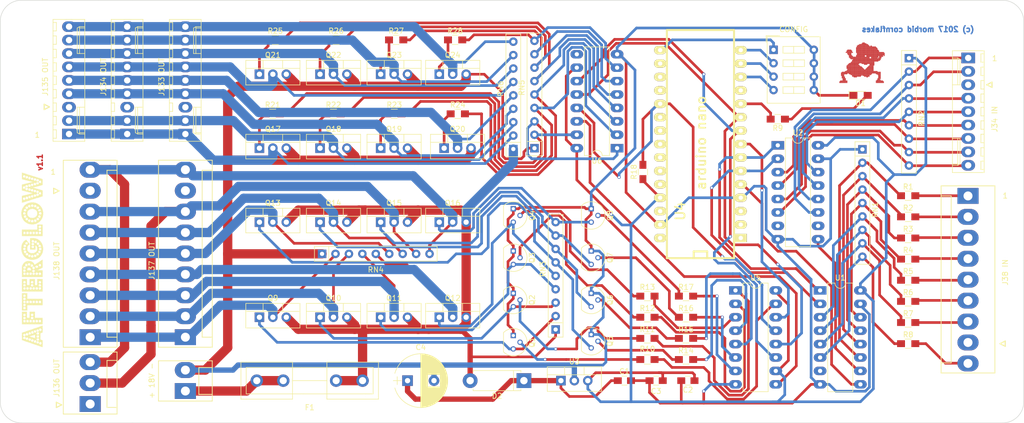
<source format=kicad_pcb>
(kicad_pcb (version 4) (host pcbnew 4.0.7)
  (title_block (title "afterglow 1.1") (company "morbid cornflakes"))
  (layers (0 F.Cu signal) (31 B.Cu signal) (34 B.Paste user hide) (35 F.Paste user hide) (36 B.SilkS user hide) (37 F.SilkS user) (38 B.Mask user) (39 F.Mask user) (44 Edge.Cuts user))
  (net 0 "")
  (net 1 /18V)
  (net 2 GND)
  (net 3 VCC)
  (net 4 "Net-(D1-Pad2)")
  (net 5 "Net-(F1-Pad2)")
  (net 6 "Net-(J1-Pad1)")
  (net 7 "Net-(J1-Pad2)")
  (net 8 "Net-(J1-Pad3)")
  (net 9 "Net-(J1-Pad4)")
  (net 10 "Net-(J1-Pad5)")
  (net 11 "Net-(J1-Pad6)")
  (net 12 "Net-(J1-Pad7)")
  (net 13 "Net-(J1-Pad8)")
  (net 14 "Net-(J1-Pad9)")
  (net 15 /RI1)
  (net 16 /RI2)
  (net 17 "Net-(J2-Pad3)")
  (net 18 /RI3)
  (net 19 /RI4)
  (net 20 /RI5)
  (net 21 /RI6)
  (net 22 /RI7)
  (net 23 /RI8)
  (net 24 /J137_CO1)
  (net 25 /J137_CO2)
  (net 26 /J137_CO3)
  (net 27 /J137_CO4)
  (net 28 /J137_CO5)
  (net 29 /J137_CO6)
  (net 30 /J137_CO7)
  (net 31 "Net-(J4-Pad8)")
  (net 32 /J137_CO8)
  (net 33 /J133_RO1)
  (net 34 /J133_RO2)
  (net 35 "Net-(J5-Pad3)")
  (net 36 /J133_RO3)
  (net 37 /J133_RO4)
  (net 38 /J133_RO5)
  (net 39 /J133_RO6)
  (net 40 /J133_RO7)
  (net 41 /J133_RO8)
  (net 42 "Net-(Q1-Pad2)")
  (net 43 /CPU1)
  (net 44 "Net-(Q2-Pad2)")
  (net 45 /CPU2)
  (net 46 "Net-(Q3-Pad2)")
  (net 47 /CPU3)
  (net 48 "Net-(Q4-Pad2)")
  (net 49 /CPU4)
  (net 50 "Net-(Q5-Pad2)")
  (net 51 /CPU5)
  (net 52 "Net-(Q6-Pad2)")
  (net 53 /CPU6)
  (net 54 "Net-(Q7-Pad2)")
  (net 55 /CPU7)
  (net 56 "Net-(Q8-Pad2)")
  (net 57 /CPU8)
  (net 58 /RO1)
  (net 59 /RO2)
  (net 60 /RO3)
  (net 61 /RO4)
  (net 62 /RO5)
  (net 63 /RO6)
  (net 64 /RO7)
  (net 65 /RO8)
  (net 66 /CI1)
  (net 67 /CI2)
  (net 68 /CI3)
  (net 69 /CI4)
  (net 70 /CI5)
  (net 71 /CI6)
  (net 72 /CI7)
  (net 73 /CI8)
  (net 74 /CO1)
  (net 75 /CO2)
  (net 76 /CO3)
  (net 77 /CO4)
  (net 78 /CO5)
  (net 79 /CO6)
  (net 80 /CO7)
  (net 81 /CO8)
  (net 82 "Net-(SW1-Pad1)")
  (net 83 "Net-(SW1-Pad2)")
  (net 84 "Net-(SW1-Pad3)")
  (net 85 "Net-(SW1-Pad4)")
  (net 86 /IN_LOAD)
  (net 87 /IN_DATA)
  (net 88 /IN_CLK)
  (net 89 "Net-(U1-Pad10)")
  (net 90 "Net-(U1-Pad7)")
  (net 91 "Net-(U2-Pad10)")
  (net 92 "Net-(U2-Pad7)")
  (net 93 "Net-(U4-Pad1)")
  (net 94 "Net-(U4-Pad2)")
  (net 95 "Net-(U4-Pad3)")
  (net 96 /OUT_DATA)
  (net 97 /OUT_CLK)
  (net 98 /OUT_LOAD)
  (net 99 "Net-(U4-Pad12)")
  (net 100 "Net-(U4-Pad17)")
  (net 101 "Net-(U4-Pad18)")
  (net 102 "Net-(U4-Pad23)")
  (net 103 "Net-(U4-Pad24)")
  (net 104 "Net-(U4-Pad25)")
  (net 105 "Net-(U4-Pad28)")
  (net 106 "Net-(U4-Pad30)")
  (net 107 "Net-(U5-Pad9)")
  (net 108 "Net-(U6-Pad9)")
  (net 109 "Net-(C1-Pad1)")
  (net 110 "Net-(J6-Pad3)")
  (net 111 "Net-(J7-Pad8)")
  (net 112 "Net-(J8-Pad3)")
  (net 113 "Net-(Q17-Pad1)")
  (net 114 "Net-(Q18-Pad1)")
  (net 115 "Net-(Q19-Pad1)")
  (net 116 "Net-(Q20-Pad1)")
  (net 117 "Net-(Q21-Pad1)")
  (net 118 "Net-(Q22-Pad1)")
  (net 119 "Net-(Q23-Pad1)")
  (net 120 "Net-(Q24-Pad1)")
  (net 121 "Net-(R18-Pad2)")
  (net 122 "Net-(U4-Pad26)")
  (net 123 "Net-(J9-Pad1)")
  (net 124 "Net-(R9-Pad2)")
  (net 125 "Net-(U4-Pad19)")
  (net 126 "Net-(U4-Pad21)")
  (net 127 "Net-(U4-Pad22)")
  (module TO_SOT_Packages_THT:TO-220_Vertical (layer F.Cu) (at 131 122)
    (fp_text reference U3 (at 2.54 -3.62) (layer F.SilkS))
    (fp_text value 5V_Regulator)
    (pad 1 thru_hole rect (at 0 0) (size 1.8 1.8) (drill 1) (layers *.Cu *.Mask) (net 109 "Net-(C1-Pad1)"))
    (pad 2 thru_hole oval (at 2.54 0) (size 1.8 1.8) (drill 1) (layers *.Cu *.Mask) (net 2 GND))
    (pad 3 thru_hole oval (at 5.08 0) (size 1.8 1.8) (drill 1) (layers *.Cu *.Mask) (net 3 VCC))
  )
  (module Resistors_SMD:R_0805_HandSoldering (layer F.Cu) (at 147.35 106)
    (fp_text reference R13 (at 0 -1.7) (layer F.SilkS))
    (fp_text value 10k)
    (pad 1 smd rect (at -1.35 0) (size 1.5 1.3) (layers F.Cu F.Paste F.Mask) (net 48 "Net-(Q4-Pad2)"))
    (pad 2 smd rect (at 1.35 0) (size 1.5 1.3) (layers F.Cu F.Paste F.Mask) (net 77 /CO4))
  )
  (module Resistors_THT:R_Array_SIP9 (layer F.Cu) (at 188 78.22 270)
    (fp_text reference RN1 (at 11.43 -2.4 270) (layer F.SilkS))
    (fp_text value 390)
    (pad 1 thru_hole rect (at 0 0 270) (size 1.6 1.6) (drill 0.8) (layers *.Cu *.Mask) (net 2 GND))
    (pad 2 thru_hole oval (at 2.54 0 270) (size 1.6 1.6) (drill 0.8) (layers *.Cu *.Mask) (net 66 /CI1))
    (pad 3 thru_hole oval (at 5.08 0 270) (size 1.6 1.6) (drill 0.8) (layers *.Cu *.Mask) (net 67 /CI2))
    (pad 4 thru_hole oval (at 7.62 0 270) (size 1.6 1.6) (drill 0.8) (layers *.Cu *.Mask) (net 68 /CI3))
    (pad 5 thru_hole oval (at 10.16 0 270) (size 1.6 1.6) (drill 0.8) (layers *.Cu *.Mask) (net 69 /CI4))
    (pad 6 thru_hole oval (at 12.7 0 270) (size 1.6 1.6) (drill 0.8) (layers *.Cu *.Mask) (net 70 /CI5))
    (pad 7 thru_hole oval (at 15.24 0 270) (size 1.6 1.6) (drill 0.8) (layers *.Cu *.Mask) (net 71 /CI6))
    (pad 8 thru_hole oval (at 17.78 0 270) (size 1.6 1.6) (drill 0.8) (layers *.Cu *.Mask) (net 72 /CI7))
    (pad 9 thru_hole oval (at 20.32 0 270) (size 1.6 1.6) (drill 0.8) (layers *.Cu *.Mask) (net 73 /CI8))
  )
  (module Housings_DIP:DIP-16_W7.62mm_LongPads (layer F.Cu) (at 180 104.92)
    (fp_text reference U1 (at 3.81 -2.39) (layer F.SilkS))
    (fp_text value 74LS165)
    (pad 1 thru_hole rect (at 0 0) (size 2.4 1.6) (drill 0.8) (layers *.Cu *.Mask) (net 86 /IN_LOAD))
    (pad 9 thru_hole oval (at 7.62 17.78) (size 2.4 1.6) (drill 0.8) (layers *.Cu *.Mask) (net 87 /IN_DATA))
    (pad 2 thru_hole oval (at 0 2.54) (size 2.4 1.6) (drill 0.8) (layers *.Cu *.Mask) (net 88 /IN_CLK))
    (pad 10 thru_hole oval (at 7.62 15.24) (size 2.4 1.6) (drill 0.8) (layers *.Cu *.Mask) (net 89 "Net-(U1-Pad10)"))
    (pad 3 thru_hole oval (at 0 5.08) (size 2.4 1.6) (drill 0.8) (layers *.Cu *.Mask) (net 70 /CI5))
    (pad 11 thru_hole oval (at 7.62 12.7) (size 2.4 1.6) (drill 0.8) (layers *.Cu *.Mask) (net 66 /CI1))
    (pad 4 thru_hole oval (at 0 7.62) (size 2.4 1.6) (drill 0.8) (layers *.Cu *.Mask) (net 71 /CI6))
    (pad 12 thru_hole oval (at 7.62 10.16) (size 2.4 1.6) (drill 0.8) (layers *.Cu *.Mask) (net 67 /CI2))
    (pad 5 thru_hole oval (at 0 10.16) (size 2.4 1.6) (drill 0.8) (layers *.Cu *.Mask) (net 72 /CI7))
    (pad 13 thru_hole oval (at 7.62 7.62) (size 2.4 1.6) (drill 0.8) (layers *.Cu *.Mask) (net 68 /CI3))
    (pad 6 thru_hole oval (at 0 12.7) (size 2.4 1.6) (drill 0.8) (layers *.Cu *.Mask) (net 73 /CI8))
    (pad 14 thru_hole oval (at 7.62 5.08) (size 2.4 1.6) (drill 0.8) (layers *.Cu *.Mask) (net 69 /CI4))
    (pad 7 thru_hole oval (at 0 15.24) (size 2.4 1.6) (drill 0.8) (layers *.Cu *.Mask) (net 90 "Net-(U1-Pad7)"))
    (pad 15 thru_hole oval (at 7.62 2.54) (size 2.4 1.6) (drill 0.8) (layers *.Cu *.Mask) (net 2 GND))
    (pad 8 thru_hole oval (at 0 17.78) (size 2.4 1.6) (drill 0.8) (layers *.Cu *.Mask) (net 2 GND))
    (pad 16 thru_hole oval (at 7.62 0) (size 2.4 1.6) (drill 0.8) (layers *.Cu *.Mask) (net 3 VCC))
  )
  (module TO_SOT_Packages_THT:TO-92_Molded_Narrow (layer F.Cu) (at 122 113.46 270)
    (fp_text reference Q1 (at 1.27 -3.56 270) (layer F.SilkS))
    (fp_text value 2N3904)
    (pad 2 thru_hole circle (at 1.27 -1.27) (size 1 1) (drill 0.6) (layers *.Cu *.Mask) (net 42 "Net-(Q1-Pad2)"))
    (pad 3 thru_hole circle (at 2.54 0) (size 1 1) (drill 0.6) (layers *.Cu *.Mask) (net 43 /CPU1))
    (pad 1 thru_hole rect (at 0 0) (size 1 1) (drill 0.6) (layers *.Cu *.Mask) (net 2 GND))
  )
  (module TO_SOT_Packages_THT:TO-92_Molded_Narrow (layer F.Cu) (at 122 97.46 270)
    (fp_text reference Q3 (at 1.27 -3.56 270) (layer F.SilkS))
    (fp_text value 2N3904)
    (pad 2 thru_hole circle (at 1.27 -1.27) (size 1 1) (drill 0.6) (layers *.Cu *.Mask) (net 46 "Net-(Q3-Pad2)"))
    (pad 3 thru_hole circle (at 2.54 0) (size 1 1) (drill 0.6) (layers *.Cu *.Mask) (net 47 /CPU3))
    (pad 1 thru_hole rect (at 0 0) (size 1 1) (drill 0.6) (layers *.Cu *.Mask) (net 2 GND))
  )
  (module Resistors_THT:R_Array_SIP9 (layer F.Cu) (at 130 112.32 90)
    (fp_text reference RN3 (at 11.43 -2.4 90) (layer F.SilkS))
    (fp_text value 2k)
    (pad 1 thru_hole rect (at 0 0 90) (size 1.6 1.6) (drill 0.8) (layers *.Cu *.Mask) (net 1 /18V))
    (pad 2 thru_hole oval (at 2.54 0 90) (size 1.6 1.6) (drill 0.8) (layers *.Cu *.Mask) (net 43 /CPU1))
    (pad 3 thru_hole oval (at 5.08 0 90) (size 1.6 1.6) (drill 0.8) (layers *.Cu *.Mask) (net 45 /CPU2))
    (pad 4 thru_hole oval (at 7.62 0 90) (size 1.6 1.6) (drill 0.8) (layers *.Cu *.Mask) (net 47 /CPU3))
    (pad 5 thru_hole oval (at 10.16 0 90) (size 1.6 1.6) (drill 0.8) (layers *.Cu *.Mask) (net 49 /CPU4))
    (pad 6 thru_hole oval (at 12.7 0 90) (size 1.6 1.6) (drill 0.8) (layers *.Cu *.Mask) (net 51 /CPU5))
    (pad 7 thru_hole oval (at 15.24 0 90) (size 1.6 1.6) (drill 0.8) (layers *.Cu *.Mask) (net 53 /CPU6))
    (pad 8 thru_hole oval (at 17.78 0 90) (size 1.6 1.6) (drill 0.8) (layers *.Cu *.Mask) (net 55 /CPU7))
    (pad 9 thru_hole oval (at 20.32 0 90) (size 1.6 1.6) (drill 0.8) (layers *.Cu *.Mask) (net 57 /CPU8))
  )
  (module TO_SOT_Packages_THT:TO-92_Molded_Narrow (layer F.Cu) (at 122 105.46 270)
    (fp_text reference Q2 (at 1.27 -3.56 270) (layer F.SilkS))
    (fp_text value 2N3904)
    (pad 2 thru_hole circle (at 1.27 -1.27) (size 1 1) (drill 0.6) (layers *.Cu *.Mask) (net 44 "Net-(Q2-Pad2)"))
    (pad 3 thru_hole circle (at 2.54 0) (size 1 1) (drill 0.6) (layers *.Cu *.Mask) (net 45 /CPU2))
    (pad 1 thru_hole rect (at 0 0) (size 1 1) (drill 0.6) (layers *.Cu *.Mask) (net 2 GND))
  )
  (module TO_SOT_Packages_THT:TO-220_Vertical (layer F.Cu) (at 74 110)
    (fp_text reference Q9 (at 2.54 -3.62) (layer F.SilkS))
    (fp_text value FQP27P06)
    (pad 1 thru_hole rect (at 0 0) (size 1.8 1.8) (drill 1) (layers *.Cu *.Mask) (net 43 /CPU1))
    (pad 2 thru_hole oval (at 2.54 0) (size 1.8 1.8) (drill 1) (layers *.Cu *.Mask) (net 24 /J137_CO1))
    (pad 3 thru_hole oval (at 5.08 0) (size 1.8 1.8) (drill 1) (layers *.Cu *.Mask) (net 1 /18V))
  )
  (module Resistors_THT:R_Array_SIP9 (layer F.Cu) (at 122 78.16 90)
    (fp_text reference RN6 (at 11.43 -2.4 90) (layer F.SilkS))
    (fp_text value 10k)
    (pad 1 thru_hole rect (at 0 0 90) (size 1.6 1.6) (drill 0.8) (layers *.Cu *.Mask) (net 1 /18V))
    (pad 2 thru_hole oval (at 2.54 0 90) (size 1.6 1.6) (drill 0.8) (layers *.Cu *.Mask) (net 33 /J133_RO1))
    (pad 3 thru_hole oval (at 5.08 0 90) (size 1.6 1.6) (drill 0.8) (layers *.Cu *.Mask) (net 34 /J133_RO2))
    (pad 4 thru_hole oval (at 7.62 0 90) (size 1.6 1.6) (drill 0.8) (layers *.Cu *.Mask) (net 36 /J133_RO3))
    (pad 5 thru_hole oval (at 10.16 0 90) (size 1.6 1.6) (drill 0.8) (layers *.Cu *.Mask) (net 37 /J133_RO4))
    (pad 6 thru_hole oval (at 12.7 0 90) (size 1.6 1.6) (drill 0.8) (layers *.Cu *.Mask) (net 38 /J133_RO5))
    (pad 7 thru_hole oval (at 15.24 0 90) (size 1.6 1.6) (drill 0.8) (layers *.Cu *.Mask) (net 39 /J133_RO6))
    (pad 8 thru_hole oval (at 17.78 0 90) (size 1.6 1.6) (drill 0.8) (layers *.Cu *.Mask) (net 40 /J133_RO7))
    (pad 9 thru_hole oval (at 20.32 0 90) (size 1.6 1.6) (drill 0.8) (layers *.Cu *.Mask) (net 41 /J133_RO8))
  )
  (module Fuse_Holders_and_Fuses:Fuseholder5x20_horiz_open_inline_Type-I (layer F.Cu) (at 93.5 122 180)
    (fp_text reference F1 (at 10 -5.08 180) (layer F.SilkS))
    (fp_text value "5A SB")
    (pad 2 thru_hole circle (at 15 0 180) (size 2.35 2.35) (drill 1.35) (layers *.Cu *.Mask) (net 5 "Net-(F1-Pad2)"))
    (pad 2 thru_hole circle (at 20 0 180) (size 2.35 2.35) (drill 1.35) (layers *.Cu *.Mask) (net 5 "Net-(F1-Pad2)"))
    (pad 1 thru_hole circle (at 5 0 180) (size 2.35 2.35) (drill 1.35) (layers *.Cu *.Mask) (net 1 /18V))
    (pad 1 thru_hole circle (at 0 0 180) (size 2.35 2.35) (drill 1.35) (layers *.Cu *.Mask) (net 1 /18V))
  )
  (module TO_SOT_Packages_THT:TO-92_Molded_Narrow (layer F.Cu) (at 122 89.46 270)
    (fp_text reference Q4 (at 1.27 -3.56 270) (layer F.SilkS))
    (fp_text value 2N3904)
    (pad 2 thru_hole circle (at 1.27 -1.27) (size 1 1) (drill 0.6) (layers *.Cu *.Mask) (net 48 "Net-(Q4-Pad2)"))
    (pad 3 thru_hole circle (at 2.54 0) (size 1 1) (drill 0.6) (layers *.Cu *.Mask) (net 49 /CPU4))
    (pad 1 thru_hole rect (at 0 0) (size 1 1) (drill 0.6) (layers *.Cu *.Mask) (net 2 GND))
  )
  (module TO_SOT_Packages_THT:TO-220_Vertical (layer F.Cu) (at 85.46 110)
    (fp_text reference Q10 (at 2.54 -3.62) (layer F.SilkS))
    (fp_text value FQP27P06)
    (pad 1 thru_hole rect (at 0 0) (size 1.8 1.8) (drill 1) (layers *.Cu *.Mask) (net 45 /CPU2))
    (pad 2 thru_hole oval (at 2.54 0) (size 1.8 1.8) (drill 1) (layers *.Cu *.Mask) (net 25 /J137_CO2))
    (pad 3 thru_hole oval (at 5.08 0) (size 1.8 1.8) (drill 1) (layers *.Cu *.Mask) (net 1 /18V))
  )
  (module TO_SOT_Packages_THT:TO-220_Vertical (layer F.Cu) (at 96.92 110)
    (fp_text reference Q11 (at 2.54 -3.62) (layer F.SilkS))
    (fp_text value FQP27P06)
    (pad 1 thru_hole rect (at 0 0) (size 1.8 1.8) (drill 1) (layers *.Cu *.Mask) (net 47 /CPU3))
    (pad 2 thru_hole oval (at 2.54 0) (size 1.8 1.8) (drill 1) (layers *.Cu *.Mask) (net 26 /J137_CO3))
    (pad 3 thru_hole oval (at 5.08 0) (size 1.8 1.8) (drill 1) (layers *.Cu *.Mask) (net 1 /18V))
  )
  (module TO_SOT_Packages_THT:TO-220_Vertical (layer F.Cu) (at 108 110)
    (fp_text reference Q12 (at 2.54 -3.62) (layer F.SilkS))
    (fp_text value FQP27P06)
    (pad 1 thru_hole rect (at 0 0) (size 1.8 1.8) (drill 1) (layers *.Cu *.Mask) (net 49 /CPU4))
    (pad 2 thru_hole oval (at 2.54 0) (size 1.8 1.8) (drill 1) (layers *.Cu *.Mask) (net 27 /J137_CO4))
    (pad 3 thru_hole oval (at 5.08 0) (size 1.8 1.8) (drill 1) (layers *.Cu *.Mask) (net 1 /18V))
  )
  (module TO_SOT_Packages_THT:TO-220_Vertical (layer F.Cu) (at 74 92)
    (fp_text reference Q13 (at 2.54 -3.62) (layer F.SilkS))
    (fp_text value FQP27P06)
    (pad 1 thru_hole rect (at 0 0) (size 1.8 1.8) (drill 1) (layers *.Cu *.Mask) (net 51 /CPU5))
    (pad 2 thru_hole oval (at 2.54 0) (size 1.8 1.8) (drill 1) (layers *.Cu *.Mask) (net 28 /J137_CO5))
    (pad 3 thru_hole oval (at 5.08 0) (size 1.8 1.8) (drill 1) (layers *.Cu *.Mask) (net 1 /18V))
  )
  (module TO_SOT_Packages_THT:TO-220_Vertical (layer F.Cu) (at 108 92)
    (fp_text reference Q16 (at 2.54 -3.62) (layer F.SilkS))
    (fp_text value FQP27P06)
    (pad 1 thru_hole rect (at 0 0) (size 1.8 1.8) (drill 1) (layers *.Cu *.Mask) (net 57 /CPU8))
    (pad 2 thru_hole oval (at 2.54 0) (size 1.8 1.8) (drill 1) (layers *.Cu *.Mask) (net 32 /J137_CO8))
    (pad 3 thru_hole oval (at 5.08 0) (size 1.8 1.8) (drill 1) (layers *.Cu *.Mask) (net 1 /18V))
  )
  (module TO_SOT_Packages_THT:TO-220_Vertical (layer F.Cu) (at 96.92 92)
    (fp_text reference Q15 (at 2.54 -3.62) (layer F.SilkS))
    (fp_text value FQP27P06)
    (pad 1 thru_hole rect (at 0 0) (size 1.8 1.8) (drill 1) (layers *.Cu *.Mask) (net 55 /CPU7))
    (pad 2 thru_hole oval (at 2.54 0) (size 1.8 1.8) (drill 1) (layers *.Cu *.Mask) (net 30 /J137_CO7))
    (pad 3 thru_hole oval (at 5.08 0) (size 1.8 1.8) (drill 1) (layers *.Cu *.Mask) (net 1 /18V))
  )
  (module TO_SOT_Packages_THT:TO-220_Vertical (layer F.Cu) (at 85.46 92)
    (fp_text reference Q14 (at 2.54 -3.62) (layer F.SilkS))
    (fp_text value FQP27P06)
    (pad 1 thru_hole rect (at 0 0) (size 1.8 1.8) (drill 1) (layers *.Cu *.Mask) (net 53 /CPU6))
    (pad 2 thru_hole oval (at 2.54 0) (size 1.8 1.8) (drill 1) (layers *.Cu *.Mask) (net 29 /J137_CO6))
    (pad 3 thru_hole oval (at 5.08 0) (size 1.8 1.8) (drill 1) (layers *.Cu *.Mask) (net 1 /18V))
  )
  (module Capacitors_SMD:C_0805_HandSoldering (layer F.Cu) (at 143 122)
    (fp_text reference C1 (at 0 -1.75) (layer F.SilkS))
    (fp_text value 0.33)
    (pad 1 smd rect (at -1.25 0) (size 1.5 1.25) (layers F.Cu F.Paste F.Mask) (net 109 "Net-(C1-Pad1)"))
    (pad 2 smd rect (at 1.25 0) (size 1.5 1.25) (layers F.Cu F.Paste F.Mask) (net 2 GND))
  )
  (module Capacitors_SMD:C_0805_HandSoldering (layer F.Cu) (at 155 122 180)
    (fp_text reference C2 (at 0 -1.75 180) (layer F.SilkS))
    (fp_text value 0.1)
    (pad 1 smd rect (at -1.25 0 180) (size 1.5 1.25) (layers F.Cu F.Paste F.Mask) (net 3 VCC))
    (pad 2 smd rect (at 1.25 0 180) (size 1.5 1.25) (layers F.Cu F.Paste F.Mask) (net 2 GND))
  )
  (module Capacitors_SMD:C_0805_HandSoldering (layer F.Cu) (at 149 122)
    (fp_text reference C3 (at 0 2) (layer F.SilkS))
    (fp_text value 0.33)
    (pad 1 smd rect (at -1.25 0) (size 1.5 1.25) (layers F.Cu F.Paste F.Mask) (net 2 GND))
    (pad 2 smd rect (at 1.25 0) (size 1.5 1.25) (layers F.Cu F.Paste F.Mask) (net 3 VCC))
  )
  (module LEDs:LED_0805_HandSoldering (layer F.Cu) (at 187.65 68)
    (fp_text reference D1 (at 0 1.5) (layer F.SilkS))
    (fp_text value LED)
    (pad 1 smd rect (at -1.35 0) (size 1.5 1.3) (layers F.Cu F.Paste F.Mask) (net 2 GND))
    (pad 2 smd rect (at 1.35 0) (size 1.5 1.3) (layers F.Cu F.Paste F.Mask) (net 4 "Net-(D1-Pad2)"))
  )
  (module TO_SOT_Packages_THT:TO-92_Molded_Narrow (layer F.Cu) (at 136.73 113.27 270)
    (fp_text reference Q5 (at 1.27 -3.56 270) (layer F.SilkS))
    (fp_text value 2N3904)
    (pad 2 thru_hole circle (at 1.27 -1.27) (size 1 1) (drill 0.6) (layers *.Cu *.Mask) (net 50 "Net-(Q5-Pad2)"))
    (pad 3 thru_hole circle (at 2.54 0) (size 1 1) (drill 0.6) (layers *.Cu *.Mask) (net 51 /CPU5))
    (pad 1 thru_hole rect (at 0 0) (size 1 1) (drill 0.6) (layers *.Cu *.Mask) (net 2 GND))
  )
  (module TO_SOT_Packages_THT:TO-92_Molded_Narrow (layer F.Cu) (at 136.73 105.46 270)
    (fp_text reference Q6 (at 1.27 -3.56 270) (layer F.SilkS))
    (fp_text value 2N3904)
    (pad 2 thru_hole circle (at 1.27 -1.27) (size 1 1) (drill 0.6) (layers *.Cu *.Mask) (net 52 "Net-(Q6-Pad2)"))
    (pad 3 thru_hole circle (at 2.54 0) (size 1 1) (drill 0.6) (layers *.Cu *.Mask) (net 53 /CPU6))
    (pad 1 thru_hole rect (at 0 0) (size 1 1) (drill 0.6) (layers *.Cu *.Mask) (net 2 GND))
  )
  (module TO_SOT_Packages_THT:TO-92_Molded_Narrow (layer F.Cu) (at 136.73 97.46 270)
    (fp_text reference Q7 (at 1.27 -3.56 270) (layer F.SilkS))
    (fp_text value 2N3904)
    (pad 2 thru_hole circle (at 1.27 -1.27) (size 1 1) (drill 0.6) (layers *.Cu *.Mask) (net 54 "Net-(Q7-Pad2)"))
    (pad 3 thru_hole circle (at 2.54 0) (size 1 1) (drill 0.6) (layers *.Cu *.Mask) (net 55 /CPU7))
    (pad 1 thru_hole rect (at 0 0) (size 1 1) (drill 0.6) (layers *.Cu *.Mask) (net 2 GND))
  )
  (module TO_SOT_Packages_THT:TO-92_Molded_Narrow (layer F.Cu) (at 136.73 89.46 270)
    (fp_text reference Q8 (at 1.27 -3.56 270) (layer F.SilkS))
    (fp_text value 2N3904)
    (pad 2 thru_hole circle (at 1.27 -1.27) (size 1 1) (drill 0.6) (layers *.Cu *.Mask) (net 56 "Net-(Q8-Pad2)"))
    (pad 3 thru_hole circle (at 2.54 0) (size 1 1) (drill 0.6) (layers *.Cu *.Mask) (net 57 /CPU8))
    (pad 1 thru_hole rect (at 0 0) (size 1 1) (drill 0.6) (layers *.Cu *.Mask) (net 2 GND))
  )
  (module TO_SOT_Packages_THT:TO-220_Vertical (layer F.Cu) (at 74 78)
    (fp_text reference Q17 (at 2.54 -3.62) (layer F.SilkS))
    (fp_text value FQP30N06L)
    (pad 1 thru_hole rect (at 0 0) (size 1.8 1.8) (drill 1) (layers *.Cu *.Mask) (net 113 "Net-(Q17-Pad1)"))
    (pad 2 thru_hole oval (at 2.54 0) (size 1.8 1.8) (drill 1) (layers *.Cu *.Mask) (net 33 /J133_RO1))
    (pad 3 thru_hole oval (at 5.08 0) (size 1.8 1.8) (drill 1) (layers *.Cu *.Mask) (net 2 GND))
  )
  (module TO_SOT_Packages_THT:TO-220_Vertical (layer F.Cu) (at 85.46 78)
    (fp_text reference Q18 (at 2.54 -3.62) (layer F.SilkS))
    (fp_text value FQP30N06L)
    (pad 1 thru_hole rect (at 0 0) (size 1.8 1.8) (drill 1) (layers *.Cu *.Mask) (net 114 "Net-(Q18-Pad1)"))
    (pad 2 thru_hole oval (at 2.54 0) (size 1.8 1.8) (drill 1) (layers *.Cu *.Mask) (net 34 /J133_RO2))
    (pad 3 thru_hole oval (at 5.08 0) (size 1.8 1.8) (drill 1) (layers *.Cu *.Mask) (net 2 GND))
  )
  (module TO_SOT_Packages_THT:TO-220_Vertical (layer F.Cu) (at 96.92 78)
    (fp_text reference Q19 (at 2.54 -3.62) (layer F.SilkS))
    (fp_text value FQP30N06L)
    (pad 1 thru_hole rect (at 0 0) (size 1.8 1.8) (drill 1) (layers *.Cu *.Mask) (net 115 "Net-(Q19-Pad1)"))
    (pad 2 thru_hole oval (at 2.54 0) (size 1.8 1.8) (drill 1) (layers *.Cu *.Mask) (net 36 /J133_RO3))
    (pad 3 thru_hole oval (at 5.08 0) (size 1.8 1.8) (drill 1) (layers *.Cu *.Mask) (net 2 GND))
  )
  (module TO_SOT_Packages_THT:TO-220_Vertical (layer F.Cu) (at 108.92 78)
    (fp_text reference Q20 (at 2.54 -3.62) (layer F.SilkS))
    (fp_text value FQP30N06L)
    (pad 1 thru_hole rect (at 0 0) (size 1.8 1.8) (drill 1) (layers *.Cu *.Mask) (net 116 "Net-(Q20-Pad1)"))
    (pad 2 thru_hole oval (at 2.54 0) (size 1.8 1.8) (drill 1) (layers *.Cu *.Mask) (net 37 /J133_RO4))
    (pad 3 thru_hole oval (at 5.08 0) (size 1.8 1.8) (drill 1) (layers *.Cu *.Mask) (net 2 GND))
  )
  (module TO_SOT_Packages_THT:TO-220_Vertical (layer F.Cu) (at 74 64)
    (fp_text reference Q21 (at 2.54 -3.62) (layer F.SilkS))
    (fp_text value FQP30N06L)
    (pad 1 thru_hole rect (at 0 0) (size 1.8 1.8) (drill 1) (layers *.Cu *.Mask) (net 117 "Net-(Q21-Pad1)"))
    (pad 2 thru_hole oval (at 2.54 0) (size 1.8 1.8) (drill 1) (layers *.Cu *.Mask) (net 38 /J133_RO5))
    (pad 3 thru_hole oval (at 5.08 0) (size 1.8 1.8) (drill 1) (layers *.Cu *.Mask) (net 2 GND))
  )
  (module TO_SOT_Packages_THT:TO-220_Vertical (layer F.Cu) (at 85.46 64)
    (fp_text reference Q22 (at 2.54 -3.62) (layer F.SilkS))
    (fp_text value FQP30N06L)
    (pad 1 thru_hole rect (at 0 0) (size 1.8 1.8) (drill 1) (layers *.Cu *.Mask) (net 118 "Net-(Q22-Pad1)"))
    (pad 2 thru_hole oval (at 2.54 0) (size 1.8 1.8) (drill 1) (layers *.Cu *.Mask) (net 39 /J133_RO6))
    (pad 3 thru_hole oval (at 5.08 0) (size 1.8 1.8) (drill 1) (layers *.Cu *.Mask) (net 2 GND))
  )
  (module TO_SOT_Packages_THT:TO-220_Vertical (layer F.Cu) (at 96.92 64)
    (fp_text reference Q23 (at 2.54 -3.62) (layer F.SilkS))
    (fp_text value FQP30N06L)
    (pad 1 thru_hole rect (at 0 0) (size 1.8 1.8) (drill 1) (layers *.Cu *.Mask) (net 119 "Net-(Q23-Pad1)"))
    (pad 2 thru_hole oval (at 2.54 0) (size 1.8 1.8) (drill 1) (layers *.Cu *.Mask) (net 40 /J133_RO7))
    (pad 3 thru_hole oval (at 5.08 0) (size 1.8 1.8) (drill 1) (layers *.Cu *.Mask) (net 2 GND))
  )
  (module TO_SOT_Packages_THT:TO-220_Vertical (layer F.Cu) (at 108 64)
    (fp_text reference Q24 (at 2.54 -3.62) (layer F.SilkS))
    (fp_text value FQP30N06L)
    (pad 1 thru_hole rect (at 0 0) (size 1.8 1.8) (drill 1) (layers *.Cu *.Mask) (net 120 "Net-(Q24-Pad1)"))
    (pad 2 thru_hole oval (at 2.54 0) (size 1.8 1.8) (drill 1) (layers *.Cu *.Mask) (net 41 /J133_RO8))
    (pad 3 thru_hole oval (at 5.08 0) (size 1.8 1.8) (drill 1) (layers *.Cu *.Mask) (net 2 GND))
  )
  (module Resistors_SMD:R_0805_HandSoldering (layer F.Cu) (at 196.65 87)
    (fp_text reference R1 (at 0 -1.7) (layer F.SilkS))
    (fp_text value 1k)
    (pad 1 smd rect (at -1.35 0) (size 1.5 1.3) (layers F.Cu F.Paste F.Mask) (net 66 /CI1))
    (pad 2 smd rect (at 1.35 0) (size 1.5 1.3) (layers F.Cu F.Paste F.Mask) (net 6 "Net-(J1-Pad1)"))
  )
  (module Resistors_SMD:R_0805_HandSoldering (layer F.Cu) (at 196.65 91)
    (fp_text reference R2 (at 0 -1.7) (layer F.SilkS))
    (fp_text value 1k)
    (pad 1 smd rect (at -1.35 0) (size 1.5 1.3) (layers F.Cu F.Paste F.Mask) (net 67 /CI2))
    (pad 2 smd rect (at 1.35 0) (size 1.5 1.3) (layers F.Cu F.Paste F.Mask) (net 7 "Net-(J1-Pad2)"))
  )
  (module Resistors_SMD:R_0805_HandSoldering (layer F.Cu) (at 196.65 95)
    (fp_text reference R3 (at 0 -1.7) (layer F.SilkS))
    (fp_text value 1k)
    (pad 1 smd rect (at -1.35 0) (size 1.5 1.3) (layers F.Cu F.Paste F.Mask) (net 68 /CI3))
    (pad 2 smd rect (at 1.35 0) (size 1.5 1.3) (layers F.Cu F.Paste F.Mask) (net 8 "Net-(J1-Pad3)"))
  )
  (module Resistors_SMD:R_0805_HandSoldering (layer F.Cu) (at 196.65 99)
    (fp_text reference R4 (at 0 -1.7) (layer F.SilkS))
    (fp_text value 1k)
    (pad 1 smd rect (at -1.35 0) (size 1.5 1.3) (layers F.Cu F.Paste F.Mask) (net 69 /CI4))
    (pad 2 smd rect (at 1.35 0) (size 1.5 1.3) (layers F.Cu F.Paste F.Mask) (net 9 "Net-(J1-Pad4)"))
  )
  (module Resistors_SMD:R_0805_HandSoldering (layer F.Cu) (at 196.65 103)
    (fp_text reference R5 (at 0 -1.7) (layer F.SilkS))
    (fp_text value 1k)
    (pad 1 smd rect (at -1.35 0) (size 1.5 1.3) (layers F.Cu F.Paste F.Mask) (net 70 /CI5))
    (pad 2 smd rect (at 1.35 0) (size 1.5 1.3) (layers F.Cu F.Paste F.Mask) (net 10 "Net-(J1-Pad5)"))
  )
  (module Resistors_SMD:R_0805_HandSoldering (layer F.Cu) (at 196.65 107)
    (fp_text reference R6 (at 0 -1.7) (layer F.SilkS))
    (fp_text value 1k)
    (pad 1 smd rect (at -1.35 0) (size 1.5 1.3) (layers F.Cu F.Paste F.Mask) (net 71 /CI6))
    (pad 2 smd rect (at 1.35 0) (size 1.5 1.3) (layers F.Cu F.Paste F.Mask) (net 11 "Net-(J1-Pad6)"))
  )
  (module Resistors_SMD:R_0805_HandSoldering (layer F.Cu) (at 196.65 111)
    (fp_text reference R7 (at 0 -1.7) (layer F.SilkS))
    (fp_text value 1k)
    (pad 1 smd rect (at -1.35 0) (size 1.5 1.3) (layers F.Cu F.Paste F.Mask) (net 72 /CI7))
    (pad 2 smd rect (at 1.35 0) (size 1.5 1.3) (layers F.Cu F.Paste F.Mask) (net 12 "Net-(J1-Pad7)"))
  )
  (module Resistors_SMD:R_0805_HandSoldering (layer F.Cu) (at 196.65 115)
    (fp_text reference R8 (at 0 -1.7) (layer F.SilkS))
    (fp_text value 1k)
    (pad 1 smd rect (at -1.35 0) (size 1.5 1.3) (layers F.Cu F.Paste F.Mask) (net 73 /CI8))
    (pad 2 smd rect (at 1.35 0) (size 1.5 1.3) (layers F.Cu F.Paste F.Mask) (net 14 "Net-(J1-Pad9)"))
  )
  (module Resistors_SMD:R_0805_HandSoldering (layer F.Cu) (at 172 72.5 180)
    (fp_text reference R9 (at 0 -1.7 180) (layer F.SilkS))
    (fp_text value 220)
    (pad 1 smd rect (at -1.35 0 180) (size 1.5 1.3) (layers F.Cu F.Paste F.Mask) (net 4 "Net-(D1-Pad2)"))
    (pad 2 smd rect (at 1.35 0 180) (size 1.5 1.3) (layers F.Cu F.Paste F.Mask) (net 124 "Net-(R9-Pad2)"))
  )
  (module Resistors_SMD:R_0805_HandSoldering (layer F.Cu) (at 147.35 118)
    (fp_text reference R10 (at 0 -2) (layer F.SilkS))
    (fp_text value 10k)
    (pad 1 smd rect (at -1.35 0) (size 1.5 1.3) (layers F.Cu F.Paste F.Mask) (net 42 "Net-(Q1-Pad2)"))
    (pad 2 smd rect (at 1.35 0) (size 1.5 1.3) (layers F.Cu F.Paste F.Mask) (net 74 /CO1))
  )
  (module Resistors_SMD:R_0805_HandSoldering (layer F.Cu) (at 147.35 114)
    (fp_text reference R11 (at 0 -1.7) (layer F.SilkS))
    (fp_text value 10k)
    (pad 1 smd rect (at -1.35 0) (size 1.5 1.3) (layers F.Cu F.Paste F.Mask) (net 44 "Net-(Q2-Pad2)"))
    (pad 2 smd rect (at 1.35 0) (size 1.5 1.3) (layers F.Cu F.Paste F.Mask) (net 75 /CO2))
  )
  (module Resistors_SMD:R_0805_HandSoldering (layer F.Cu) (at 147.35 110)
    (fp_text reference R12 (at 0 -1.7) (layer F.SilkS))
    (fp_text value 10k)
    (pad 1 smd rect (at -1.35 0) (size 1.5 1.3) (layers F.Cu F.Paste F.Mask) (net 46 "Net-(Q3-Pad2)"))
    (pad 2 smd rect (at 1.35 0) (size 1.5 1.3) (layers F.Cu F.Paste F.Mask) (net 76 /CO3))
  )
  (module Resistors_SMD:R_0805_HandSoldering (layer F.Cu) (at 154.65 118)
    (fp_text reference R14 (at 0 -1.7) (layer F.SilkS))
    (fp_text value 10k)
    (pad 1 smd rect (at -1.35 0) (size 1.5 1.3) (layers F.Cu F.Paste F.Mask) (net 50 "Net-(Q5-Pad2)"))
    (pad 2 smd rect (at 1.35 0) (size 1.5 1.3) (layers F.Cu F.Paste F.Mask) (net 78 /CO5))
  )
  (module Resistors_SMD:R_0805_HandSoldering (layer F.Cu) (at 154.65 114)
    (fp_text reference R15 (at 0 -1.7) (layer F.SilkS))
    (fp_text value 10k)
    (pad 1 smd rect (at -1.35 0) (size 1.5 1.3) (layers F.Cu F.Paste F.Mask) (net 52 "Net-(Q6-Pad2)"))
    (pad 2 smd rect (at 1.35 0) (size 1.5 1.3) (layers F.Cu F.Paste F.Mask) (net 79 /CO6))
  )
  (module Resistors_SMD:R_0805_HandSoldering (layer F.Cu) (at 154.65 110)
    (fp_text reference R16 (at 0 -1.7) (layer F.SilkS))
    (fp_text value 10k)
    (pad 1 smd rect (at -1.35 0) (size 1.5 1.3) (layers F.Cu F.Paste F.Mask) (net 54 "Net-(Q7-Pad2)"))
    (pad 2 smd rect (at 1.35 0) (size 1.5 1.3) (layers F.Cu F.Paste F.Mask) (net 80 /CO7))
  )
  (module Resistors_SMD:R_0805_HandSoldering (layer F.Cu) (at 154.65 106)
    (fp_text reference R17 (at 0 -1.7) (layer F.SilkS))
    (fp_text value 10k)
    (pad 1 smd rect (at -1.35 0) (size 1.5 1.3) (layers F.Cu F.Paste F.Mask) (net 56 "Net-(Q8-Pad2)"))
    (pad 2 smd rect (at 1.35 0) (size 1.5 1.3) (layers F.Cu F.Paste F.Mask) (net 81 /CO8))
  )
  (module Resistors_THT:R_Array_SIP9 (layer F.Cu) (at 196.8 60.96 270)
    (fp_text reference RN2 (at 11.43 -2.4 270) (layer F.SilkS))
    (fp_text value 10k)
    (pad 1 thru_hole rect (at 0 0 270) (size 1.6 1.6) (drill 0.8) (layers *.Cu *.Mask) (net 3 VCC))
    (pad 2 thru_hole oval (at 2.54 0 270) (size 1.6 1.6) (drill 0.8) (layers *.Cu *.Mask) (net 15 /RI1))
    (pad 3 thru_hole oval (at 5.08 0 270) (size 1.6 1.6) (drill 0.8) (layers *.Cu *.Mask) (net 16 /RI2))
    (pad 4 thru_hole oval (at 7.62 0 270) (size 1.6 1.6) (drill 0.8) (layers *.Cu *.Mask) (net 18 /RI3))
    (pad 5 thru_hole oval (at 10.16 0 270) (size 1.6 1.6) (drill 0.8) (layers *.Cu *.Mask) (net 19 /RI4))
    (pad 6 thru_hole oval (at 12.7 0 270) (size 1.6 1.6) (drill 0.8) (layers *.Cu *.Mask) (net 20 /RI5))
    (pad 7 thru_hole oval (at 15.24 0 270) (size 1.6 1.6) (drill 0.8) (layers *.Cu *.Mask) (net 21 /RI6))
    (pad 8 thru_hole oval (at 17.78 0 270) (size 1.6 1.6) (drill 0.8) (layers *.Cu *.Mask) (net 22 /RI7))
    (pad 9 thru_hole oval (at 20.32 0 270) (size 1.6 1.6) (drill 0.8) (layers *.Cu *.Mask) (net 23 /RI8))
  )
  (module Resistors_THT:R_Array_SIP9 (layer F.Cu) (at 85.84 98)
    (fp_text reference RN4 (at 10.16 3) (layer F.SilkS))
    (fp_text value 10k)
    (pad 1 thru_hole rect (at 0 0) (size 1.6 1.6) (drill 0.8) (layers *.Cu *.Mask) (net 2 GND))
    (pad 2 thru_hole oval (at 2.54 0) (size 1.6 1.6) (drill 0.8) (layers *.Cu *.Mask) (net 24 /J137_CO1))
    (pad 3 thru_hole oval (at 5.08 0) (size 1.6 1.6) (drill 0.8) (layers *.Cu *.Mask) (net 25 /J137_CO2))
    (pad 4 thru_hole oval (at 7.62 0) (size 1.6 1.6) (drill 0.8) (layers *.Cu *.Mask) (net 26 /J137_CO3))
    (pad 5 thru_hole oval (at 10.16 0) (size 1.6 1.6) (drill 0.8) (layers *.Cu *.Mask) (net 27 /J137_CO4))
    (pad 6 thru_hole oval (at 12.7 0) (size 1.6 1.6) (drill 0.8) (layers *.Cu *.Mask) (net 28 /J137_CO5))
    (pad 7 thru_hole oval (at 15.24 0) (size 1.6 1.6) (drill 0.8) (layers *.Cu *.Mask) (net 29 /J137_CO6))
    (pad 8 thru_hole oval (at 17.78 0) (size 1.6 1.6) (drill 0.8) (layers *.Cu *.Mask) (net 30 /J137_CO7))
    (pad 9 thru_hole oval (at 20.32 0) (size 1.6 1.6) (drill 0.8) (layers *.Cu *.Mask) (net 32 /J137_CO8))
  )
  (module Resistors_THT:R_Array_SIP9 (layer F.Cu) (at 126 78 90)
    (fp_text reference RN5 (at 11.43 -2.4 90) (layer F.SilkS))
    (fp_text value 10k)
    (pad 1 thru_hole rect (at 0 0 90) (size 1.6 1.6) (drill 0.8) (layers *.Cu *.Mask) (net 2 GND))
    (pad 2 thru_hole oval (at 2.54 0 90) (size 1.6 1.6) (drill 0.8) (layers *.Cu *.Mask) (net 58 /RO1))
    (pad 3 thru_hole oval (at 5.08 0 90) (size 1.6 1.6) (drill 0.8) (layers *.Cu *.Mask) (net 59 /RO2))
    (pad 4 thru_hole oval (at 7.62 0 90) (size 1.6 1.6) (drill 0.8) (layers *.Cu *.Mask) (net 60 /RO3))
    (pad 5 thru_hole oval (at 10.16 0 90) (size 1.6 1.6) (drill 0.8) (layers *.Cu *.Mask) (net 61 /RO4))
    (pad 6 thru_hole oval (at 12.7 0 90) (size 1.6 1.6) (drill 0.8) (layers *.Cu *.Mask) (net 62 /RO5))
    (pad 7 thru_hole oval (at 15.24 0 90) (size 1.6 1.6) (drill 0.8) (layers *.Cu *.Mask) (net 63 /RO6))
    (pad 8 thru_hole oval (at 17.78 0 90) (size 1.6 1.6) (drill 0.8) (layers *.Cu *.Mask) (net 64 /RO7))
    (pad 9 thru_hole oval (at 20.32 0 90) (size 1.6 1.6) (drill 0.8) (layers *.Cu *.Mask) (net 65 /RO8))
  )
  (module Housings_DIP:DIP-16_W7.62mm_LongPads (layer F.Cu) (at 172 77.46)
    (fp_text reference U2 (at 3.81 -2.39) (layer F.SilkS))
    (fp_text value 74LS165)
    (pad 1 thru_hole rect (at 0 0) (size 2.4 1.6) (drill 0.8) (layers *.Cu *.Mask) (net 86 /IN_LOAD))
    (pad 9 thru_hole oval (at 7.62 17.78) (size 2.4 1.6) (drill 0.8) (layers *.Cu *.Mask) (net 89 "Net-(U1-Pad10)"))
    (pad 2 thru_hole oval (at 0 2.54) (size 2.4 1.6) (drill 0.8) (layers *.Cu *.Mask) (net 88 /IN_CLK))
    (pad 10 thru_hole oval (at 7.62 15.24) (size 2.4 1.6) (drill 0.8) (layers *.Cu *.Mask) (net 91 "Net-(U2-Pad10)"))
    (pad 3 thru_hole oval (at 0 5.08) (size 2.4 1.6) (drill 0.8) (layers *.Cu *.Mask) (net 20 /RI5))
    (pad 11 thru_hole oval (at 7.62 12.7) (size 2.4 1.6) (drill 0.8) (layers *.Cu *.Mask) (net 15 /RI1))
    (pad 4 thru_hole oval (at 0 7.62) (size 2.4 1.6) (drill 0.8) (layers *.Cu *.Mask) (net 21 /RI6))
    (pad 12 thru_hole oval (at 7.62 10.16) (size 2.4 1.6) (drill 0.8) (layers *.Cu *.Mask) (net 16 /RI2))
    (pad 5 thru_hole oval (at 0 10.16) (size 2.4 1.6) (drill 0.8) (layers *.Cu *.Mask) (net 22 /RI7))
    (pad 13 thru_hole oval (at 7.62 7.62) (size 2.4 1.6) (drill 0.8) (layers *.Cu *.Mask) (net 18 /RI3))
    (pad 6 thru_hole oval (at 0 12.7) (size 2.4 1.6) (drill 0.8) (layers *.Cu *.Mask) (net 23 /RI8))
    (pad 14 thru_hole oval (at 7.62 5.08) (size 2.4 1.6) (drill 0.8) (layers *.Cu *.Mask) (net 19 /RI4))
    (pad 7 thru_hole oval (at 0 15.24) (size 2.4 1.6) (drill 0.8) (layers *.Cu *.Mask) (net 92 "Net-(U2-Pad7)"))
    (pad 15 thru_hole oval (at 7.62 2.54) (size 2.4 1.6) (drill 0.8) (layers *.Cu *.Mask) (net 2 GND))
    (pad 8 thru_hole oval (at 0 17.78) (size 2.4 1.6) (drill 0.8) (layers *.Cu *.Mask) (net 2 GND))
    (pad 16 thru_hole oval (at 7.62 0) (size 2.4 1.6) (drill 0.8) (layers *.Cu *.Mask) (net 3 VCC))
  )
  (module arduino_nano:arduino_mini (layer F.Cu) (at 157.38 75.95 90)
    (fp_text reference U4 (at -13.97 -3.81 90) (layer F.SilkS) (effects (font (size 1.778 1.778) (thickness 0.3048))))
    (fp_text value "arduino nano" (at -1.05 0.12 90) (layer F.SilkS) (effects (font (size 1.778 1.778) (thickness 0.3048))))
    (pad 1 thru_hole rect (at -19.05 7.62 90) (size 1.5748 2.286) (drill 0.8128) (layers *.Cu *.Mask F.SilkS) (net 93 "Net-(U4-Pad1)"))
    (pad 2 thru_hole oval (at -16.51 7.62 90) (size 1.5748 2.286) (drill 0.8128) (layers *.Cu *.Mask F.SilkS) (net 94 "Net-(U4-Pad2)"))
    (pad 3 thru_hole oval (at -13.97 7.62 90) (size 1.5748 2.286) (drill 0.8128) (layers *.Cu *.Mask F.SilkS) (net 95 "Net-(U4-Pad3)"))
    (pad 4 thru_hole oval (at -11.43 7.62 90) (size 1.5748 2.286) (drill 0.8128) (layers *.Cu *.Mask F.SilkS) (net 2 GND))
    (pad 5 thru_hole oval (at -8.89 7.62 90) (size 1.5748 2.286) (drill 0.8128) (layers *.Cu *.Mask F.SilkS) (net 87 /IN_DATA))
    (pad 6 thru_hole oval (at -6.35 7.62 90) (size 1.5748 2.286) (drill 0.8128) (layers *.Cu *.Mask F.SilkS) (net 88 /IN_CLK))
    (pad 7 thru_hole oval (at -3.81 7.62 90) (size 1.5748 2.286) (drill 0.8128) (layers *.Cu *.Mask F.SilkS) (net 86 /IN_LOAD))
    (pad 8 thru_hole oval (at -1.27 7.62 90) (size 1.5748 2.286) (drill 0.8128) (layers *.Cu *.Mask F.SilkS) (net 96 /OUT_DATA))
    (pad 9 thru_hole oval (at 1.27 7.62 90) (size 1.5748 2.286) (drill 0.8128) (layers *.Cu *.Mask F.SilkS) (net 97 /OUT_CLK))
    (pad 10 thru_hole oval (at 3.81 7.62 90) (size 1.5748 2.286) (drill 0.8128) (layers *.Cu *.Mask F.SilkS) (net 98 /OUT_LOAD))
    (pad 11 thru_hole oval (at 6.35 7.62 90) (size 1.5748 2.286) (drill 0.8128) (layers *.Cu *.Mask F.SilkS) (net 124 "Net-(R9-Pad2)"))
    (pad 12 thru_hole oval (at 8.89 7.62 90) (size 1.5748 2.286) (drill 0.8128) (layers *.Cu *.Mask F.SilkS) (net 99 "Net-(U4-Pad12)"))
    (pad 13 thru_hole oval (at 11.43 7.62 90) (size 1.5748 2.286) (drill 0.8128) (layers *.Cu *.Mask F.SilkS) (net 85 "Net-(SW1-Pad4)"))
    (pad 14 thru_hole oval (at 13.97 7.62 90) (size 1.5748 2.286) (drill 0.8128) (layers *.Cu *.Mask F.SilkS) (net 84 "Net-(SW1-Pad3)"))
    (pad 15 thru_hole oval (at 16.51 7.62 90) (size 1.5748 2.286) (drill 0.8128) (layers *.Cu *.Mask F.SilkS) (net 83 "Net-(SW1-Pad2)"))
    (pad 16 thru_hole oval (at 16.51 -7.62 90) (size 1.5748 2.286) (drill 0.8128) (layers *.Cu *.Mask F.SilkS) (net 82 "Net-(SW1-Pad1)"))
    (pad 17 thru_hole oval (at 13.97 -7.62 90) (size 1.5748 2.286) (drill 0.8128) (layers *.Cu *.Mask F.SilkS) (net 100 "Net-(U4-Pad17)"))
    (pad 18 thru_hole oval (at 11.43 -7.62 90) (size 1.5748 2.286) (drill 0.8128) (layers *.Cu *.Mask F.SilkS) (net 101 "Net-(U4-Pad18)"))
    (pad 19 thru_hole oval (at 8.89 -7.62 90) (size 1.5748 2.286) (drill 0.8128) (layers *.Cu *.Mask F.SilkS) (net 125 "Net-(U4-Pad19)"))
    (pad 20 thru_hole oval (at 6.35 -7.62 90) (size 1.5748 2.286) (drill 0.8128) (layers *.Cu *.Mask F.SilkS) (net 121 "Net-(R18-Pad2)"))
    (pad 21 thru_hole oval (at 3.81 -7.62 90) (size 1.5748 2.286) (drill 0.8128) (layers *.Cu *.Mask F.SilkS) (net 126 "Net-(U4-Pad21)"))
    (pad 22 thru_hole oval (at 1.27 -7.62 90) (size 1.5748 2.286) (drill 0.8128) (layers *.Cu *.Mask F.SilkS) (net 127 "Net-(U4-Pad22)"))
    (pad 23 thru_hole oval (at -1.27 -7.62 90) (size 1.5748 2.286) (drill 0.8128) (layers *.Cu *.Mask F.SilkS) (net 102 "Net-(U4-Pad23)"))
    (pad 24 thru_hole oval (at -3.81 -7.62 90) (size 1.5748 2.286) (drill 0.8128) (layers *.Cu *.Mask F.SilkS) (net 103 "Net-(U4-Pad24)"))
    (pad 25 thru_hole oval (at -6.35 -7.62 90) (size 1.5748 2.286) (drill 0.8128) (layers *.Cu *.Mask F.SilkS) (net 104 "Net-(U4-Pad25)"))
    (pad 26 thru_hole oval (at -8.89 -7.62 90) (size 1.5748 2.286) (drill 0.8128) (layers *.Cu *.Mask F.SilkS) (net 122 "Net-(U4-Pad26)"))
    (pad 27 thru_hole oval (at -11.43 -7.62 90) (size 1.5748 2.286) (drill 0.8128) (layers *.Cu *.Mask F.SilkS) (net 3 VCC))
    (pad 28 thru_hole oval (at -13.97 -7.62 90) (size 1.5748 2.286) (drill 0.8128) (layers *.Cu *.Mask F.SilkS) (net 105 "Net-(U4-Pad28)"))
    (pad 29 thru_hole oval (at -16.51 -7.62 90) (size 1.5748 2.286) (drill 0.8128) (layers *.Cu *.Mask F.SilkS) (net 2 GND))
    (pad 30 thru_hole oval (at -19.05 -7.62 90) (size 1.5748 2.286) (drill 0.8128) (layers *.Cu *.Mask F.SilkS) (net 106 "Net-(U4-Pad30)"))
  )
  (module Housings_DIP:DIP-16_W7.62mm_LongPads (layer F.Cu) (at 164 104.92)
    (fp_text reference U5 (at 3.81 -2.39) (layer F.SilkS))
    (fp_text value 74HC595)
    (pad 1 thru_hole rect (at 0 0) (size 2.4 1.6) (drill 0.8) (layers *.Cu *.Mask) (net 75 /CO2))
    (pad 9 thru_hole oval (at 7.62 17.78) (size 2.4 1.6) (drill 0.8) (layers *.Cu *.Mask) (net 107 "Net-(U5-Pad9)"))
    (pad 2 thru_hole oval (at 0 2.54) (size 2.4 1.6) (drill 0.8) (layers *.Cu *.Mask) (net 76 /CO3))
    (pad 10 thru_hole oval (at 7.62 15.24) (size 2.4 1.6) (drill 0.8) (layers *.Cu *.Mask) (net 3 VCC))
    (pad 3 thru_hole oval (at 0 5.08) (size 2.4 1.6) (drill 0.8) (layers *.Cu *.Mask) (net 77 /CO4))
    (pad 11 thru_hole oval (at 7.62 12.7) (size 2.4 1.6) (drill 0.8) (layers *.Cu *.Mask) (net 97 /OUT_CLK))
    (pad 4 thru_hole oval (at 0 7.62) (size 2.4 1.6) (drill 0.8) (layers *.Cu *.Mask) (net 78 /CO5))
    (pad 12 thru_hole oval (at 7.62 10.16) (size 2.4 1.6) (drill 0.8) (layers *.Cu *.Mask) (net 98 /OUT_LOAD))
    (pad 5 thru_hole oval (at 0 10.16) (size 2.4 1.6) (drill 0.8) (layers *.Cu *.Mask) (net 79 /CO6))
    (pad 13 thru_hole oval (at 7.62 7.62) (size 2.4 1.6) (drill 0.8) (layers *.Cu *.Mask) (net 121 "Net-(R18-Pad2)"))
    (pad 6 thru_hole oval (at 0 12.7) (size 2.4 1.6) (drill 0.8) (layers *.Cu *.Mask) (net 80 /CO7))
    (pad 14 thru_hole oval (at 7.62 5.08) (size 2.4 1.6) (drill 0.8) (layers *.Cu *.Mask) (net 96 /OUT_DATA))
    (pad 7 thru_hole oval (at 0 15.24) (size 2.4 1.6) (drill 0.8) (layers *.Cu *.Mask) (net 81 /CO8))
    (pad 15 thru_hole oval (at 7.62 2.54) (size 2.4 1.6) (drill 0.8) (layers *.Cu *.Mask) (net 74 /CO1))
    (pad 8 thru_hole oval (at 0 17.78) (size 2.4 1.6) (drill 0.8) (layers *.Cu *.Mask) (net 2 GND))
    (pad 16 thru_hole oval (at 7.62 0) (size 2.4 1.6) (drill 0.8) (layers *.Cu *.Mask) (net 3 VCC))
  )
  (module Housings_DIP:DIP-16_W7.62mm_LongPads (layer F.Cu) (at 141.62 78 180)
    (fp_text reference U6 (at 3.81 -2.39 180) (layer F.SilkS))
    (fp_text value 74HC595)
    (pad 1 thru_hole rect (at 0 0 180) (size 2.4 1.6) (drill 0.8) (layers *.Cu *.Mask) (net 59 /RO2))
    (pad 9 thru_hole oval (at 7.62 17.78 180) (size 2.4 1.6) (drill 0.8) (layers *.Cu *.Mask) (net 108 "Net-(U6-Pad9)"))
    (pad 2 thru_hole oval (at 0 2.54 180) (size 2.4 1.6) (drill 0.8) (layers *.Cu *.Mask) (net 60 /RO3))
    (pad 10 thru_hole oval (at 7.62 15.24 180) (size 2.4 1.6) (drill 0.8) (layers *.Cu *.Mask) (net 3 VCC))
    (pad 3 thru_hole oval (at 0 5.08 180) (size 2.4 1.6) (drill 0.8) (layers *.Cu *.Mask) (net 61 /RO4))
    (pad 11 thru_hole oval (at 7.62 12.7 180) (size 2.4 1.6) (drill 0.8) (layers *.Cu *.Mask) (net 97 /OUT_CLK))
    (pad 4 thru_hole oval (at 0 7.62 180) (size 2.4 1.6) (drill 0.8) (layers *.Cu *.Mask) (net 62 /RO5))
    (pad 12 thru_hole oval (at 7.62 10.16 180) (size 2.4 1.6) (drill 0.8) (layers *.Cu *.Mask) (net 98 /OUT_LOAD))
    (pad 5 thru_hole oval (at 0 10.16 180) (size 2.4 1.6) (drill 0.8) (layers *.Cu *.Mask) (net 63 /RO6))
    (pad 13 thru_hole oval (at 7.62 7.62 180) (size 2.4 1.6) (drill 0.8) (layers *.Cu *.Mask) (net 121 "Net-(R18-Pad2)"))
    (pad 6 thru_hole oval (at 0 12.7 180) (size 2.4 1.6) (drill 0.8) (layers *.Cu *.Mask) (net 64 /RO7))
    (pad 14 thru_hole oval (at 7.62 5.08 180) (size 2.4 1.6) (drill 0.8) (layers *.Cu *.Mask) (net 107 "Net-(U5-Pad9)"))
    (pad 7 thru_hole oval (at 0 15.24 180) (size 2.4 1.6) (drill 0.8) (layers *.Cu *.Mask) (net 65 /RO8))
    (pad 15 thru_hole oval (at 7.62 2.54 180) (size 2.4 1.6) (drill 0.8) (layers *.Cu *.Mask) (net 58 /RO1))
    (pad 8 thru_hole oval (at 0 17.78 180) (size 2.4 1.6) (drill 0.8) (layers *.Cu *.Mask) (net 2 GND))
    (pad 16 thru_hole oval (at 7.62 0 180) (size 2.4 1.6) (drill 0.8) (layers *.Cu *.Mask) (net 3 VCC))
  )
  (module Connectors_Molex:Molex_KK-41791-9_9x3.96mm_Straight (layer F.Cu) (at 207.9624 87.0376 270)
    (fp_text reference "J38 IN" (at 14.4624 -7.0376 270) (layer F.SilkS))
    (fp_text value J137_IN_C)
    (pad 1 thru_hole rect (at 0 0 270) (size 3 4) (drill 1.7) (layers *.Cu *.Mask) (net 6 "Net-(J1-Pad1)"))
    (pad 2 thru_hole oval (at 3.9624 0 270) (size 3 4) (drill 1.7) (layers *.Cu *.Mask) (net 7 "Net-(J1-Pad2)"))
    (pad 3 thru_hole oval (at 7.9248 0 270) (size 3 4) (drill 1.7) (layers *.Cu *.Mask) (net 8 "Net-(J1-Pad3)"))
    (pad 4 thru_hole oval (at 11.8872 0 270) (size 3 4) (drill 1.7) (layers *.Cu *.Mask) (net 9 "Net-(J1-Pad4)"))
    (pad 5 thru_hole oval (at 15.8496 0 270) (size 3 4) (drill 1.7) (layers *.Cu *.Mask) (net 10 "Net-(J1-Pad5)"))
    (pad 6 thru_hole oval (at 19.812 0 270) (size 3 4) (drill 1.7) (layers *.Cu *.Mask) (net 11 "Net-(J1-Pad6)"))
    (pad 7 thru_hole oval (at 23.7744 0 270) (size 3 4) (drill 1.7) (layers *.Cu *.Mask) (net 12 "Net-(J1-Pad7)"))
    (pad 8 thru_hole oval (at 27.7368 0 270) (size 3 4) (drill 1.7) (layers *.Cu *.Mask) (net 13 "Net-(J1-Pad8)"))
    (pad 9 thru_hole oval (at 31.6992 0 270) (size 3 4) (drill 1.7) (layers *.Cu *.Mask) (net 14 "Net-(J1-Pad9)"))
  )
  (module Connectors_Molex:Molex_KK-6410-09_09x2.54mm_Straight (layer F.Cu) (at 208 60.92 270)
    (fp_text reference "J34 IN" (at 11.58 -5 270) (layer F.SilkS))
    (fp_text value J133_IN_R)
    (pad 1 thru_hole rect (at 0 0 270) (size 2 2.6) (drill 1.2) (layers *.Cu *.Mask) (net 15 /RI1))
    (pad 2 thru_hole oval (at 2.54 0 270) (size 2 2.6) (drill 1.2) (layers *.Cu *.Mask) (net 16 /RI2))
    (pad 3 thru_hole oval (at 5.08 0 270) (size 2 2.6) (drill 1.2) (layers *.Cu *.Mask) (net 17 "Net-(J2-Pad3)"))
    (pad 4 thru_hole oval (at 7.62 0 270) (size 2 2.6) (drill 1.2) (layers *.Cu *.Mask) (net 18 /RI3))
    (pad 5 thru_hole oval (at 10.16 0 270) (size 2 2.6) (drill 1.2) (layers *.Cu *.Mask) (net 19 /RI4))
    (pad 6 thru_hole oval (at 12.7 0 270) (size 2 2.6) (drill 1.2) (layers *.Cu *.Mask) (net 20 /RI5))
    (pad 7 thru_hole oval (at 15.24 0 270) (size 2 2.6) (drill 1.2) (layers *.Cu *.Mask) (net 21 /RI6))
    (pad 8 thru_hole oval (at 17.78 0 270) (size 2 2.6) (drill 1.2) (layers *.Cu *.Mask) (net 22 /RI7))
    (pad 9 thru_hole oval (at 20.32 0 270) (size 2 2.6) (drill 1.2) (layers *.Cu *.Mask) (net 23 /RI8))
  )
  (module Connectors_Molex:Molex_KK-41791-02_02x3.96mm_Straight (layer F.Cu) (at 60 123.9624 90)
    (fp_text reference "+ 18V -" (at 1.9624 -6.35 90) (layer F.SilkS))
    (fp_text value Conn_Power)
    (pad 1 thru_hole rect (at 0 0 90) (size 3 4) (drill 1.7) (layers *.Cu *.Mask) (net 5 "Net-(F1-Pad2)"))
    (pad 2 thru_hole oval (at 3.9624 0 90) (size 3 4) (drill 1.7) (layers *.Cu *.Mask) (net 2 GND))
  )
  (module Connectors_Molex:Molex_KK-41791-9_9x3.96mm_Straight (layer F.Cu) (at 60 113.775 90)
    (fp_text reference "J137 OUT" (at 14.455 -6.35 90) (layer F.SilkS))
    (fp_text value J137_OUT_C)
    (pad 1 thru_hole rect (at 0 0 90) (size 3 4) (drill 1.7) (layers *.Cu *.Mask) (net 24 /J137_CO1))
    (pad 2 thru_hole oval (at 3.9624 0 90) (size 3 4) (drill 1.7) (layers *.Cu *.Mask) (net 25 /J137_CO2))
    (pad 3 thru_hole oval (at 7.9248 0 90) (size 3 4) (drill 1.7) (layers *.Cu *.Mask) (net 26 /J137_CO3))
    (pad 4 thru_hole oval (at 11.8872 0 90) (size 3 4) (drill 1.7) (layers *.Cu *.Mask) (net 27 /J137_CO4))
    (pad 5 thru_hole oval (at 15.8496 0 90) (size 3 4) (drill 1.7) (layers *.Cu *.Mask) (net 28 /J137_CO5))
    (pad 6 thru_hole oval (at 19.812 0 90) (size 3 4) (drill 1.7) (layers *.Cu *.Mask) (net 29 /J137_CO6))
    (pad 7 thru_hole oval (at 23.7744 0 90) (size 3 4) (drill 1.7) (layers *.Cu *.Mask) (net 30 /J137_CO7))
    (pad 8 thru_hole oval (at 27.7368 0 90) (size 3 4) (drill 1.7) (layers *.Cu *.Mask) (net 31 "Net-(J4-Pad8)"))
    (pad 9 thru_hole oval (at 31.6992 0 90) (size 3 4) (drill 1.7) (layers *.Cu *.Mask) (net 32 /J137_CO8))
  )
  (module Connectors_Molex:Molex_KK-6410-09_09x2.54mm_Straight (layer F.Cu) (at 60 75.325 90)
    (fp_text reference "J133 OUT" (at 10.825 -4.5 90) (layer F.SilkS))
    (fp_text value J133_OUT_R)
    (pad 1 thru_hole rect (at 0 0 90) (size 2 2.6) (drill 1.2) (layers *.Cu *.Mask) (net 33 /J133_RO1))
    (pad 2 thru_hole oval (at 2.54 0 90) (size 2 2.6) (drill 1.2) (layers *.Cu *.Mask) (net 34 /J133_RO2))
    (pad 3 thru_hole oval (at 5.08 0 90) (size 2 2.6) (drill 1.2) (layers *.Cu *.Mask) (net 35 "Net-(J5-Pad3)"))
    (pad 4 thru_hole oval (at 7.62 0 90) (size 2 2.6) (drill 1.2) (layers *.Cu *.Mask) (net 36 /J133_RO3))
    (pad 5 thru_hole oval (at 10.16 0 90) (size 2 2.6) (drill 1.2) (layers *.Cu *.Mask) (net 37 /J133_RO4))
    (pad 6 thru_hole oval (at 12.7 0 90) (size 2 2.6) (drill 1.2) (layers *.Cu *.Mask) (net 38 /J133_RO5))
    (pad 7 thru_hole oval (at 15.24 0 90) (size 2 2.6) (drill 1.2) (layers *.Cu *.Mask) (net 39 /J133_RO6))
    (pad 8 thru_hole oval (at 17.78 0 90) (size 2 2.6) (drill 1.2) (layers *.Cu *.Mask) (net 40 /J133_RO7))
    (pad 9 thru_hole oval (at 20.32 0 90) (size 2 2.6) (drill 1.2) (layers *.Cu *.Mask) (net 41 /J133_RO8))
  )
  (module Buttons_Switches_THT:SW_DIP_x4_W7.62mm_Slide (layer F.Cu) (at 171.2 59.38)
    (fp_text reference CONFIG (at 3.8 -3.88) (layer F.SilkS))
    (fp_text value CFG)
    (pad 1 thru_hole rect (at 0 0) (size 1.6 1.6) (drill 0.8) (layers *.Cu *.Mask) (net 82 "Net-(SW1-Pad1)"))
    (pad 5 thru_hole oval (at 7.62 7.62) (size 1.6 1.6) (drill 0.8) (layers *.Cu *.Mask) (net 2 GND))
    (pad 2 thru_hole oval (at 0 2.54) (size 1.6 1.6) (drill 0.8) (layers *.Cu *.Mask) (net 83 "Net-(SW1-Pad2)"))
    (pad 6 thru_hole oval (at 7.62 5.08) (size 1.6 1.6) (drill 0.8) (layers *.Cu *.Mask) (net 2 GND))
    (pad 3 thru_hole oval (at 0 5.08) (size 1.6 1.6) (drill 0.8) (layers *.Cu *.Mask) (net 84 "Net-(SW1-Pad3)"))
    (pad 7 thru_hole oval (at 7.62 2.54) (size 1.6 1.6) (drill 0.8) (layers *.Cu *.Mask) (net 2 GND))
    (pad 4 thru_hole oval (at 0 7.62) (size 1.6 1.6) (drill 0.8) (layers *.Cu *.Mask) (net 85 "Net-(SW1-Pad4)"))
    (pad 8 thru_hole oval (at 7.62 0) (size 1.6 1.6) (drill 0.8) (layers *.Cu *.Mask) (net 2 GND))
  )
  (module Capacitors_THT:CP_Radial_D10.0mm_P5.00mm (layer F.Cu) (at 102 122)
    (fp_text reference C4 (at 2.5 -6.31) (layer F.SilkS))
    (fp_text value 1000uF)
    (pad 1 thru_hole rect (at 0 0) (size 2 2) (drill 1) (layers *.Cu *.Mask) (net 109 "Net-(C1-Pad1)"))
    (pad 2 thru_hole circle (at 5 0) (size 2 2) (drill 1) (layers *.Cu *.Mask) (net 2 GND))
  )
  (module Diodes_THT:D_5W_P10.16mm_Horizontal (layer F.Cu) (at 124 122 180)
    (fp_text reference D2 (at 5.08 -2.91 180) (layer F.SilkS))
    (fp_text value 1N4004)
    (pad 1 thru_hole rect (at 0 0 180) (size 2.8 2.8) (drill 1.4) (layers *.Cu *.Mask) (net 109 "Net-(C1-Pad1)"))
    (pad 2 thru_hole oval (at 10.16 0 180) (size 2.8 2.8) (drill 1.4) (layers *.Cu *.Mask) (net 1 /18V))
  )
  (module Connectors_Molex:Molex_KK-6410-09_09x2.54mm_Straight (layer F.Cu) (at 49 75.32 90)
    (fp_text reference "J134 OUT" (at 10.82 -4.5 90) (layer F.SilkS))
    (fp_text value J134_OUT_R)
    (pad 1 thru_hole rect (at 0 0 90) (size 2 2.6) (drill 1.2) (layers *.Cu *.Mask) (net 33 /J133_RO1))
    (pad 2 thru_hole oval (at 2.54 0 90) (size 2 2.6) (drill 1.2) (layers *.Cu *.Mask) (net 34 /J133_RO2))
    (pad 3 thru_hole oval (at 5.08 0 90) (size 2 2.6) (drill 1.2) (layers *.Cu *.Mask) (net 110 "Net-(J6-Pad3)"))
    (pad 4 thru_hole oval (at 7.62 0 90) (size 2 2.6) (drill 1.2) (layers *.Cu *.Mask) (net 36 /J133_RO3))
    (pad 5 thru_hole oval (at 10.16 0 90) (size 2 2.6) (drill 1.2) (layers *.Cu *.Mask) (net 37 /J133_RO4))
    (pad 6 thru_hole oval (at 12.7 0 90) (size 2 2.6) (drill 1.2) (layers *.Cu *.Mask) (net 38 /J133_RO5))
    (pad 7 thru_hole oval (at 15.24 0 90) (size 2 2.6) (drill 1.2) (layers *.Cu *.Mask) (net 39 /J133_RO6))
    (pad 8 thru_hole oval (at 17.78 0 90) (size 2 2.6) (drill 1.2) (layers *.Cu *.Mask) (net 40 /J133_RO7))
    (pad 9 thru_hole oval (at 20.32 0 90) (size 2 2.6) (drill 1.2) (layers *.Cu *.Mask) (net 41 /J133_RO8))
  )
  (module Connectors_Molex:Molex_KK-41791-9_9x3.96mm_Straight (layer F.Cu) (at 42 113.7792 90)
    (fp_text reference "J138 OUT" (at 14.455 -6.35 90) (layer F.SilkS))
    (fp_text value J138_OUT_C)
    (pad 1 thru_hole rect (at 0 0 90) (size 3 4) (drill 1.7) (layers *.Cu *.Mask) (net 24 /J137_CO1))
    (pad 2 thru_hole oval (at 3.9624 0 90) (size 3 4) (drill 1.7) (layers *.Cu *.Mask) (net 25 /J137_CO2))
    (pad 3 thru_hole oval (at 7.9248 0 90) (size 3 4) (drill 1.7) (layers *.Cu *.Mask) (net 26 /J137_CO3))
    (pad 4 thru_hole oval (at 11.8872 0 90) (size 3 4) (drill 1.7) (layers *.Cu *.Mask) (net 27 /J137_CO4))
    (pad 5 thru_hole oval (at 15.8496 0 90) (size 3 4) (drill 1.7) (layers *.Cu *.Mask) (net 28 /J137_CO5))
    (pad 6 thru_hole oval (at 19.812 0 90) (size 3 4) (drill 1.7) (layers *.Cu *.Mask) (net 29 /J137_CO6))
    (pad 7 thru_hole oval (at 23.7744 0 90) (size 3 4) (drill 1.7) (layers *.Cu *.Mask) (net 30 /J137_CO7))
    (pad 8 thru_hole oval (at 27.7368 0 90) (size 3 4) (drill 1.7) (layers *.Cu *.Mask) (net 111 "Net-(J7-Pad8)"))
    (pad 9 thru_hole oval (at 31.6992 0 90) (size 3 4) (drill 1.7) (layers *.Cu *.Mask) (net 32 /J137_CO8))
  )
  (module Connectors_Molex:Molex_KK-6410-09_09x2.54mm_Straight (layer F.Cu) (at 38 75.32 90)
    (fp_text reference "J135 OUT" (at 10.82 -4.5 90) (layer F.SilkS))
    (fp_text value J135_OUT_R)
    (pad 1 thru_hole rect (at 0 0 90) (size 2 2.6) (drill 1.2) (layers *.Cu *.Mask) (net 33 /J133_RO1))
    (pad 2 thru_hole oval (at 2.54 0 90) (size 2 2.6) (drill 1.2) (layers *.Cu *.Mask) (net 34 /J133_RO2))
    (pad 3 thru_hole oval (at 5.08 0 90) (size 2 2.6) (drill 1.2) (layers *.Cu *.Mask) (net 112 "Net-(J8-Pad3)"))
    (pad 4 thru_hole oval (at 7.62 0 90) (size 2 2.6) (drill 1.2) (layers *.Cu *.Mask) (net 36 /J133_RO3))
    (pad 5 thru_hole oval (at 10.16 0 90) (size 2 2.6) (drill 1.2) (layers *.Cu *.Mask) (net 37 /J133_RO4))
    (pad 6 thru_hole oval (at 12.7 0 90) (size 2 2.6) (drill 1.2) (layers *.Cu *.Mask) (net 38 /J133_RO5))
    (pad 7 thru_hole oval (at 15.24 0 90) (size 2 2.6) (drill 1.2) (layers *.Cu *.Mask) (net 39 /J133_RO6))
    (pad 8 thru_hole oval (at 17.78 0 90) (size 2 2.6) (drill 1.2) (layers *.Cu *.Mask) (net 40 /J133_RO7))
    (pad 9 thru_hole oval (at 20.32 0 90) (size 2 2.6) (drill 1.2) (layers *.Cu *.Mask) (net 41 /J133_RO8))
  )
  (module Connectors_Molex:Molex_KK-41791-03_03x3.96mm_Straight (layer F.Cu) (at 42 126.4248 90)
    (fp_text reference "J136 OUT" (at 4.9248 -6.35 90) (layer F.SilkS))
    (fp_text value 136_OUT_C)
    (pad 1 thru_hole rect (at 0 0 90) (size 3 4) (drill 1.7) (layers *.Cu *.Mask) (net 123 "Net-(J9-Pad1)"))
    (pad 2 thru_hole oval (at 3.9624 0 90) (size 3 4) (drill 1.7) (layers *.Cu *.Mask) (net 30 /J137_CO7))
    (pad 3 thru_hole oval (at 7.9248 0 90) (size 3 4) (drill 1.7) (layers *.Cu *.Mask) (net 32 /J137_CO8))
  )
  (module Resistors_SMD:R_0805_HandSoldering (layer F.Cu) (at 146.5 82.5 90)
    (fp_text reference R18 (at 0 -1.7 90) (layer F.SilkS))
    (fp_text value 10k)
    (pad 1 smd rect (at -1.35 0 90) (size 1.5 1.3) (layers F.Cu F.Paste F.Mask) (net 3 VCC))
    (pad 2 smd rect (at 1.35 0 90) (size 1.5 1.3) (layers F.Cu F.Paste F.Mask) (net 121 "Net-(R18-Pad2)"))
  )
  (module Resistors_SMD:R_0805_HandSoldering (layer F.Cu) (at 76.5 71.5)
    (fp_text reference R21 (at 0 -1.7) (layer F.SilkS))
    (fp_text value 220)
    (pad 1 smd rect (at -1.35 0) (size 1.5 1.3) (layers F.Cu F.Paste F.Mask) (net 113 "Net-(Q17-Pad1)"))
    (pad 2 smd rect (at 1.35 0) (size 1.5 1.3) (layers F.Cu F.Paste F.Mask) (net 58 /RO1))
  )
  (module Resistors_SMD:R_0805_HandSoldering (layer F.Cu) (at 88 71.5)
    (fp_text reference R22 (at 0 -1.7) (layer F.SilkS))
    (fp_text value 220)
    (pad 1 smd rect (at -1.35 0) (size 1.5 1.3) (layers F.Cu F.Paste F.Mask) (net 114 "Net-(Q18-Pad1)"))
    (pad 2 smd rect (at 1.35 0) (size 1.5 1.3) (layers F.Cu F.Paste F.Mask) (net 59 /RO2))
  )
  (module Resistors_SMD:R_0805_HandSoldering (layer F.Cu) (at 99.5 71.5)
    (fp_text reference R23 (at 0 -1.7) (layer F.SilkS))
    (fp_text value 220)
    (pad 1 smd rect (at -1.35 0) (size 1.5 1.3) (layers F.Cu F.Paste F.Mask) (net 115 "Net-(Q19-Pad1)"))
    (pad 2 smd rect (at 1.35 0) (size 1.5 1.3) (layers F.Cu F.Paste F.Mask) (net 60 /RO3))
  )
  (module Resistors_SMD:R_0805_HandSoldering (layer F.Cu) (at 111.5 71.5)
    (fp_text reference R24 (at 0 -1.7) (layer F.SilkS))
    (fp_text value 220)
    (pad 1 smd rect (at -1.35 0) (size 1.5 1.3) (layers F.Cu F.Paste F.Mask) (net 116 "Net-(Q20-Pad1)"))
    (pad 2 smd rect (at 1.35 0) (size 1.5 1.3) (layers F.Cu F.Paste F.Mask) (net 61 /RO4))
  )
  (module Resistors_SMD:R_0805_HandSoldering (layer F.Cu) (at 77 57.5)
    (fp_text reference R25 (at 0 -1.7) (layer F.SilkS))
    (fp_text value 220)
    (pad 1 smd rect (at -1.35 0) (size 1.5 1.3) (layers F.Cu F.Paste F.Mask) (net 117 "Net-(Q21-Pad1)"))
    (pad 2 smd rect (at 1.35 0) (size 1.5 1.3) (layers F.Cu F.Paste F.Mask) (net 62 /RO5))
  )
  (module Resistors_SMD:R_0805_HandSoldering (layer F.Cu) (at 88.5 57.5)
    (fp_text reference R26 (at 0 -1.7) (layer F.SilkS))
    (fp_text value 220)
    (pad 1 smd rect (at -1.35 0) (size 1.5 1.3) (layers F.Cu F.Paste F.Mask) (net 118 "Net-(Q22-Pad1)"))
    (pad 2 smd rect (at 1.35 0) (size 1.5 1.3) (layers F.Cu F.Paste F.Mask) (net 63 /RO6))
  )
  (module Resistors_SMD:R_0805_HandSoldering (layer F.Cu) (at 99.85 57.5)
    (fp_text reference R27 (at 0 -1.7) (layer F.SilkS))
    (fp_text value 220)
    (pad 1 smd rect (at -1.35 0) (size 1.5 1.3) (layers F.Cu F.Paste F.Mask) (net 119 "Net-(Q23-Pad1)"))
    (pad 2 smd rect (at 1.35 0) (size 1.5 1.3) (layers F.Cu F.Paste F.Mask) (net 64 /RO7))
  )
  (module Resistors_SMD:R_0805_HandSoldering (layer F.Cu) (at 111 57.5)
    (fp_text reference R28 (at 0 -1.7) (layer F.SilkS))
    (fp_text value 220)
    (pad 1 smd rect (at -1.35 0) (size 1.5 1.3) (layers F.Cu F.Paste F.Mask) (net 120 "Net-(Q24-Pad1)"))
    (pad 2 smd rect (at 1.35 0) (size 1.5 1.3) (layers F.Cu F.Paste F.Mask) (net 65 /RO8))
  )
  (module FLAKIE:FLAKIE_inv_copper (layer F.Cu) (at 183.5 58)
    (fp_text reference FLAKIE hide)
    (fp_text value "" (at 0 0) (layer F.SilkS))
    (fp_poly (pts (xy 4.5 0) (xy 4.65 0) (xy 4.65 0.15) (xy 4.5 0.15) (xy 4.5 0)) (layer F.Cu) (width 0.01))
    (fp_poly (pts (xy 4.65 0) (xy 4.8 0) (xy 4.8 0.15) (xy 4.65 0.15) (xy 4.65 0)) (layer F.Cu) (width 0.01))
    (fp_poly (pts (xy 4.8 0) (xy 4.95 0) (xy 4.95 0.15) (xy 4.8 0.15) (xy 4.8 0)) (layer F.Cu) (width 0.01))
    (fp_poly (pts (xy 4.35 0.15) (xy 4.5 0.15) (xy 4.5 0.3) (xy 4.35 0.3) (xy 4.35 0.15)) (layer F.Cu) (width 0.01))
    (fp_poly (pts (xy 4.5 0.15) (xy 4.65 0.15) (xy 4.65 0.3) (xy 4.5 0.3) (xy 4.5 0.15)) (layer F.Cu) (width 0.01))
    (fp_poly (pts (xy 4.65 0.15) (xy 4.8 0.15) (xy 4.8 0.3) (xy 4.65 0.3) (xy 4.65 0.15)) (layer F.Cu) (width 0.01))
    (fp_poly (pts (xy 4.8 0.15) (xy 4.95 0.15) (xy 4.95 0.3) (xy 4.8 0.3) (xy 4.8 0.15)) (layer F.Cu) (width 0.01))
    (fp_poly (pts (xy 4.95 0.15) (xy 5.1 0.15) (xy 5.1 0.3) (xy 4.95 0.3) (xy 4.95 0.15)) (layer F.Cu) (width 0.01))
    (fp_poly (pts (xy 5.1 0.15) (xy 5.25 0.15) (xy 5.25 0.3) (xy 5.1 0.3) (xy 5.1 0.15)) (layer F.Cu) (width 0.01))
    (fp_poly (pts (xy 3.9 0.3) (xy 4.05 0.3) (xy 4.05 0.45) (xy 3.9 0.45) (xy 3.9 0.3)) (layer F.Cu) (width 0.01))
    (fp_poly (pts (xy 4.05 0.3) (xy 4.2 0.3) (xy 4.2 0.45) (xy 4.05 0.45) (xy 4.05 0.3)) (layer F.Cu) (width 0.01))
    (fp_poly (pts (xy 4.2 0.3) (xy 4.35 0.3) (xy 4.35 0.45) (xy 4.2 0.45) (xy 4.2 0.3)) (layer F.Cu) (width 0.01))
    (fp_poly (pts (xy 4.35 0.3) (xy 4.5 0.3) (xy 4.5 0.45) (xy 4.35 0.45) (xy 4.35 0.3)) (layer F.Cu) (width 0.01))
    (fp_poly (pts (xy 4.5 0.3) (xy 4.65 0.3) (xy 4.65 0.45) (xy 4.5 0.45) (xy 4.5 0.3)) (layer F.Cu) (width 0.01))
    (fp_poly (pts (xy 4.65 0.3) (xy 4.8 0.3) (xy 4.8 0.45) (xy 4.65 0.45) (xy 4.65 0.3)) (layer F.Cu) (width 0.01))
    (fp_poly (pts (xy 4.8 0.3) (xy 4.95 0.3) (xy 4.95 0.45) (xy 4.8 0.45) (xy 4.8 0.3)) (layer F.Cu) (width 0.01))
    (fp_poly (pts (xy 4.95 0.3) (xy 5.1 0.3) (xy 5.1 0.45) (xy 4.95 0.45) (xy 4.95 0.3)) (layer F.Cu) (width 0.01))
    (fp_poly (pts (xy 5.1 0.3) (xy 5.25 0.3) (xy 5.25 0.45) (xy 5.1 0.45) (xy 5.1 0.3)) (layer F.Cu) (width 0.01))
    (fp_poly (pts (xy 5.25 0.3) (xy 5.4 0.3) (xy 5.4 0.45) (xy 5.25 0.45) (xy 5.25 0.3)) (layer F.Cu) (width 0.01))
    (fp_poly (pts (xy 5.4 0.3) (xy 5.55 0.3) (xy 5.55 0.45) (xy 5.4 0.45) (xy 5.4 0.3)) (layer F.Cu) (width 0.01))
    (fp_poly (pts (xy 3.6 0.45) (xy 3.75 0.45) (xy 3.75 0.6) (xy 3.6 0.6) (xy 3.6 0.45)) (layer F.Cu) (width 0.01))
    (fp_poly (pts (xy 3.75 0.45) (xy 3.9 0.45) (xy 3.9 0.6) (xy 3.75 0.6) (xy 3.75 0.45)) (layer F.Cu) (width 0.01))
    (fp_poly (pts (xy 3.9 0.45) (xy 4.05 0.45) (xy 4.05 0.6) (xy 3.9 0.6) (xy 3.9 0.45)) (layer F.Cu) (width 0.01))
    (fp_poly (pts (xy 4.05 0.45) (xy 4.2 0.45) (xy 4.2 0.6) (xy 4.05 0.6) (xy 4.05 0.45)) (layer F.Cu) (width 0.01))
    (fp_poly (pts (xy 4.2 0.45) (xy 4.35 0.45) (xy 4.35 0.6) (xy 4.2 0.6) (xy 4.2 0.45)) (layer F.Cu) (width 0.01))
    (fp_poly (pts (xy 4.35 0.45) (xy 4.5 0.45) (xy 4.5 0.6) (xy 4.35 0.6) (xy 4.35 0.45)) (layer F.Cu) (width 0.01))
    (fp_poly (pts (xy 4.5 0.45) (xy 4.65 0.45) (xy 4.65 0.6) (xy 4.5 0.6) (xy 4.5 0.45)) (layer F.Cu) (width 0.01))
    (fp_poly (pts (xy 4.65 0.45) (xy 4.8 0.45) (xy 4.8 0.6) (xy 4.65 0.6) (xy 4.65 0.45)) (layer F.Cu) (width 0.01))
    (fp_poly (pts (xy 4.8 0.45) (xy 4.95 0.45) (xy 4.95 0.6) (xy 4.8 0.6) (xy 4.8 0.45)) (layer F.Cu) (width 0.01))
    (fp_poly (pts (xy 4.95 0.45) (xy 5.1 0.45) (xy 5.1 0.6) (xy 4.95 0.6) (xy 4.95 0.45)) (layer F.Cu) (width 0.01))
    (fp_poly (pts (xy 5.1 0.45) (xy 5.25 0.45) (xy 5.25 0.6) (xy 5.1 0.6) (xy 5.1 0.45)) (layer F.Cu) (width 0.01))
    (fp_poly (pts (xy 5.25 0.45) (xy 5.4 0.45) (xy 5.4 0.6) (xy 5.25 0.6) (xy 5.25 0.45)) (layer F.Cu) (width 0.01))
    (fp_poly (pts (xy 5.4 0.45) (xy 5.55 0.45) (xy 5.55 0.6) (xy 5.4 0.6) (xy 5.4 0.45)) (layer F.Cu) (width 0.01))
    (fp_poly (pts (xy 5.55 0.45) (xy 5.7 0.45) (xy 5.7 0.6) (xy 5.55 0.6) (xy 5.55 0.45)) (layer F.Cu) (width 0.01))
    (fp_poly (pts (xy 3.45 0.6) (xy 3.6 0.6) (xy 3.6 0.75) (xy 3.45 0.75) (xy 3.45 0.6)) (layer F.Cu) (width 0.01))
    (fp_poly (pts (xy 3.6 0.6) (xy 3.75 0.6) (xy 3.75 0.75) (xy 3.6 0.75) (xy 3.6 0.6)) (layer F.Cu) (width 0.01))
    (fp_poly (pts (xy 3.75 0.6) (xy 3.9 0.6) (xy 3.9 0.75) (xy 3.75 0.75) (xy 3.75 0.6)) (layer F.Cu) (width 0.01))
    (fp_poly (pts (xy 3.9 0.6) (xy 4.05 0.6) (xy 4.05 0.75) (xy 3.9 0.75) (xy 3.9 0.6)) (layer F.Cu) (width 0.01))
    (fp_poly (pts (xy 4.05 0.6) (xy 4.2 0.6) (xy 4.2 0.75) (xy 4.05 0.75) (xy 4.05 0.6)) (layer F.Cu) (width 0.01))
    (fp_poly (pts (xy 4.2 0.6) (xy 4.35 0.6) (xy 4.35 0.75) (xy 4.2 0.75) (xy 4.2 0.6)) (layer F.Cu) (width 0.01))
    (fp_poly (pts (xy 4.35 0.6) (xy 4.5 0.6) (xy 4.5 0.75) (xy 4.35 0.75) (xy 4.35 0.6)) (layer F.Cu) (width 0.01))
    (fp_poly (pts (xy 4.5 0.6) (xy 4.65 0.6) (xy 4.65 0.75) (xy 4.5 0.75) (xy 4.5 0.6)) (layer F.Cu) (width 0.01))
    (fp_poly (pts (xy 4.65 0.6) (xy 4.8 0.6) (xy 4.8 0.75) (xy 4.65 0.75) (xy 4.65 0.6)) (layer F.Cu) (width 0.01))
    (fp_poly (pts (xy 4.8 0.6) (xy 4.95 0.6) (xy 4.95 0.75) (xy 4.8 0.75) (xy 4.8 0.6)) (layer F.Cu) (width 0.01))
    (fp_poly (pts (xy 4.95 0.6) (xy 5.1 0.6) (xy 5.1 0.75) (xy 4.95 0.75) (xy 4.95 0.6)) (layer F.Cu) (width 0.01))
    (fp_poly (pts (xy 5.1 0.6) (xy 5.25 0.6) (xy 5.25 0.75) (xy 5.1 0.75) (xy 5.1 0.6)) (layer F.Cu) (width 0.01))
    (fp_poly (pts (xy 5.25 0.6) (xy 5.4 0.6) (xy 5.4 0.75) (xy 5.25 0.75) (xy 5.25 0.6)) (layer F.Cu) (width 0.01))
    (fp_poly (pts (xy 5.4 0.6) (xy 5.55 0.6) (xy 5.55 0.75) (xy 5.4 0.75) (xy 5.4 0.6)) (layer F.Cu) (width 0.01))
    (fp_poly (pts (xy 5.55 0.6) (xy 5.7 0.6) (xy 5.7 0.75) (xy 5.55 0.75) (xy 5.55 0.6)) (layer F.Cu) (width 0.01))
    (fp_poly (pts (xy 5.7 0.6) (xy 5.85 0.6) (xy 5.85 0.75) (xy 5.7 0.75) (xy 5.7 0.6)) (layer F.Cu) (width 0.01))
    (fp_poly (pts (xy 6 0.6) (xy 6.15 0.6) (xy 6.15 0.75) (xy 6 0.75) (xy 6 0.6)) (layer F.Cu) (width 0.01))
    (fp_poly (pts (xy 6.15 0.6) (xy 6.3 0.6) (xy 6.3 0.75) (xy 6.15 0.75) (xy 6.15 0.6)) (layer F.Cu) (width 0.01))
    (fp_poly (pts (xy 3.45 0.75) (xy 3.6 0.75) (xy 3.6 0.9) (xy 3.45 0.9) (xy 3.45 0.75)) (layer F.Cu) (width 0.01))
    (fp_poly (pts (xy 3.6 0.75) (xy 3.75 0.75) (xy 3.75 0.9) (xy 3.6 0.9) (xy 3.6 0.75)) (layer F.Cu) (width 0.01))
    (fp_poly (pts (xy 3.75 0.75) (xy 3.9 0.75) (xy 3.9 0.9) (xy 3.75 0.9) (xy 3.75 0.75)) (layer F.Cu) (width 0.01))
    (fp_poly (pts (xy 3.9 0.75) (xy 4.05 0.75) (xy 4.05 0.9) (xy 3.9 0.9) (xy 3.9 0.75)) (layer F.Cu) (width 0.01))
    (fp_poly (pts (xy 4.05 0.75) (xy 4.2 0.75) (xy 4.2 0.9) (xy 4.05 0.9) (xy 4.05 0.75)) (layer F.Cu) (width 0.01))
    (fp_poly (pts (xy 4.2 0.75) (xy 4.35 0.75) (xy 4.35 0.9) (xy 4.2 0.9) (xy 4.2 0.75)) (layer F.Cu) (width 0.01))
    (fp_poly (pts (xy 4.35 0.75) (xy 4.5 0.75) (xy 4.5 0.9) (xy 4.35 0.9) (xy 4.35 0.75)) (layer F.Cu) (width 0.01))
    (fp_poly (pts (xy 4.5 0.75) (xy 4.65 0.75) (xy 4.65 0.9) (xy 4.5 0.9) (xy 4.5 0.75)) (layer F.Cu) (width 0.01))
    (fp_poly (pts (xy 4.65 0.75) (xy 4.8 0.75) (xy 4.8 0.9) (xy 4.65 0.9) (xy 4.65 0.75)) (layer F.Cu) (width 0.01))
    (fp_poly (pts (xy 4.8 0.75) (xy 4.95 0.75) (xy 4.95 0.9) (xy 4.8 0.9) (xy 4.8 0.75)) (layer F.Cu) (width 0.01))
    (fp_poly (pts (xy 4.95 0.75) (xy 5.1 0.75) (xy 5.1 0.9) (xy 4.95 0.9) (xy 4.95 0.75)) (layer F.Cu) (width 0.01))
    (fp_poly (pts (xy 5.1 0.75) (xy 5.25 0.75) (xy 5.25 0.9) (xy 5.1 0.9) (xy 5.1 0.75)) (layer F.Cu) (width 0.01))
    (fp_poly (pts (xy 5.25 0.75) (xy 5.4 0.75) (xy 5.4 0.9) (xy 5.25 0.9) (xy 5.25 0.75)) (layer F.Cu) (width 0.01))
    (fp_poly (pts (xy 5.4 0.75) (xy 5.55 0.75) (xy 5.55 0.9) (xy 5.4 0.9) (xy 5.4 0.75)) (layer F.Cu) (width 0.01))
    (fp_poly (pts (xy 5.55 0.75) (xy 5.7 0.75) (xy 5.7 0.9) (xy 5.55 0.9) (xy 5.55 0.75)) (layer F.Cu) (width 0.01))
    (fp_poly (pts (xy 5.7 0.75) (xy 5.85 0.75) (xy 5.85 0.9) (xy 5.7 0.9) (xy 5.7 0.75)) (layer F.Cu) (width 0.01))
    (fp_poly (pts (xy 5.85 0.75) (xy 6 0.75) (xy 6 0.9) (xy 5.85 0.9) (xy 5.85 0.75)) (layer F.Cu) (width 0.01))
    (fp_poly (pts (xy 6 0.75) (xy 6.15 0.75) (xy 6.15 0.9) (xy 6 0.9) (xy 6 0.75)) (layer F.Cu) (width 0.01))
    (fp_poly (pts (xy 6.15 0.75) (xy 6.3 0.75) (xy 6.3 0.9) (xy 6.15 0.9) (xy 6.15 0.75)) (layer F.Cu) (width 0.01))
    (fp_poly (pts (xy 6.3 0.75) (xy 6.45 0.75) (xy 6.45 0.9) (xy 6.3 0.9) (xy 6.3 0.75)) (layer F.Cu) (width 0.01))
    (fp_poly (pts (xy 6.45 0.75) (xy 6.6 0.75) (xy 6.6 0.9) (xy 6.45 0.9) (xy 6.45 0.75)) (layer F.Cu) (width 0.01))
    (fp_poly (pts (xy 6.6 0.75) (xy 6.75 0.75) (xy 6.75 0.9) (xy 6.6 0.9) (xy 6.6 0.75)) (layer F.Cu) (width 0.01))
    (fp_poly (pts (xy 6.75 0.75) (xy 6.9 0.75) (xy 6.9 0.9) (xy 6.75 0.9) (xy 6.75 0.75)) (layer F.Cu) (width 0.01))
    (fp_poly (pts (xy 6.9 0.75) (xy 7.05 0.75) (xy 7.05 0.9) (xy 6.9 0.9) (xy 6.9 0.75)) (layer F.Cu) (width 0.01))
    (fp_poly (pts (xy 3.3 0.9) (xy 3.45 0.9) (xy 3.45 1.05) (xy 3.3 1.05) (xy 3.3 0.9)) (layer F.Cu) (width 0.01))
    (fp_poly (pts (xy 3.45 0.9) (xy 3.6 0.9) (xy 3.6 1.05) (xy 3.45 1.05) (xy 3.45 0.9)) (layer F.Cu) (width 0.01))
    (fp_poly (pts (xy 3.6 0.9) (xy 3.75 0.9) (xy 3.75 1.05) (xy 3.6 1.05) (xy 3.6 0.9)) (layer F.Cu) (width 0.01))
    (fp_poly (pts (xy 3.75 0.9) (xy 3.9 0.9) (xy 3.9 1.05) (xy 3.75 1.05) (xy 3.75 0.9)) (layer F.Cu) (width 0.01))
    (fp_poly (pts (xy 3.9 0.9) (xy 4.05 0.9) (xy 4.05 1.05) (xy 3.9 1.05) (xy 3.9 0.9)) (layer F.Cu) (width 0.01))
    (fp_poly (pts (xy 4.05 0.9) (xy 4.2 0.9) (xy 4.2 1.05) (xy 4.05 1.05) (xy 4.05 0.9)) (layer F.Cu) (width 0.01))
    (fp_poly (pts (xy 4.2 0.9) (xy 4.35 0.9) (xy 4.35 1.05) (xy 4.2 1.05) (xy 4.2 0.9)) (layer F.Cu) (width 0.01))
    (fp_poly (pts (xy 4.35 0.9) (xy 4.5 0.9) (xy 4.5 1.05) (xy 4.35 1.05) (xy 4.35 0.9)) (layer F.Cu) (width 0.01))
    (fp_poly (pts (xy 4.5 0.9) (xy 4.65 0.9) (xy 4.65 1.05) (xy 4.5 1.05) (xy 4.5 0.9)) (layer F.Cu) (width 0.01))
    (fp_poly (pts (xy 4.65 0.9) (xy 4.8 0.9) (xy 4.8 1.05) (xy 4.65 1.05) (xy 4.65 0.9)) (layer F.Cu) (width 0.01))
    (fp_poly (pts (xy 4.8 0.9) (xy 4.95 0.9) (xy 4.95 1.05) (xy 4.8 1.05) (xy 4.8 0.9)) (layer F.Cu) (width 0.01))
    (fp_poly (pts (xy 4.95 0.9) (xy 5.1 0.9) (xy 5.1 1.05) (xy 4.95 1.05) (xy 4.95 0.9)) (layer F.Cu) (width 0.01))
    (fp_poly (pts (xy 5.1 0.9) (xy 5.25 0.9) (xy 5.25 1.05) (xy 5.1 1.05) (xy 5.1 0.9)) (layer F.Cu) (width 0.01))
    (fp_poly (pts (xy 5.25 0.9) (xy 5.4 0.9) (xy 5.4 1.05) (xy 5.25 1.05) (xy 5.25 0.9)) (layer F.Cu) (width 0.01))
    (fp_poly (pts (xy 5.4 0.9) (xy 5.55 0.9) (xy 5.55 1.05) (xy 5.4 1.05) (xy 5.4 0.9)) (layer F.Cu) (width 0.01))
    (fp_poly (pts (xy 5.55 0.9) (xy 5.7 0.9) (xy 5.7 1.05) (xy 5.55 1.05) (xy 5.55 0.9)) (layer F.Cu) (width 0.01))
    (fp_poly (pts (xy 5.7 0.9) (xy 5.85 0.9) (xy 5.85 1.05) (xy 5.7 1.05) (xy 5.7 0.9)) (layer F.Cu) (width 0.01))
    (fp_poly (pts (xy 5.85 0.9) (xy 6 0.9) (xy 6 1.05) (xy 5.85 1.05) (xy 5.85 0.9)) (layer F.Cu) (width 0.01))
    (fp_poly (pts (xy 6 0.9) (xy 6.15 0.9) (xy 6.15 1.05) (xy 6 1.05) (xy 6 0.9)) (layer F.Cu) (width 0.01))
    (fp_poly (pts (xy 6.15 0.9) (xy 6.3 0.9) (xy 6.3 1.05) (xy 6.15 1.05) (xy 6.15 0.9)) (layer F.Cu) (width 0.01))
    (fp_poly (pts (xy 6.3 0.9) (xy 6.45 0.9) (xy 6.45 1.05) (xy 6.3 1.05) (xy 6.3 0.9)) (layer F.Cu) (width 0.01))
    (fp_poly (pts (xy 6.45 0.9) (xy 6.6 0.9) (xy 6.6 1.05) (xy 6.45 1.05) (xy 6.45 0.9)) (layer F.Cu) (width 0.01))
    (fp_poly (pts (xy 6.6 0.9) (xy 6.75 0.9) (xy 6.75 1.05) (xy 6.6 1.05) (xy 6.6 0.9)) (layer F.Cu) (width 0.01))
    (fp_poly (pts (xy 6.75 0.9) (xy 6.9 0.9) (xy 6.9 1.05) (xy 6.75 1.05) (xy 6.75 0.9)) (layer F.Cu) (width 0.01))
    (fp_poly (pts (xy 6.9 0.9) (xy 7.05 0.9) (xy 7.05 1.05) (xy 6.9 1.05) (xy 6.9 0.9)) (layer F.Cu) (width 0.01))
    (fp_poly (pts (xy 7.05 0.9) (xy 7.2 0.9) (xy 7.2 1.05) (xy 7.05 1.05) (xy 7.05 0.9)) (layer F.Cu) (width 0.01))
    (fp_poly (pts (xy 3.3 1.05) (xy 3.45 1.05) (xy 3.45 1.2) (xy 3.3 1.2) (xy 3.3 1.05)) (layer F.Cu) (width 0.01))
    (fp_poly (pts (xy 3.45 1.05) (xy 3.6 1.05) (xy 3.6 1.2) (xy 3.45 1.2) (xy 3.45 1.05)) (layer F.Cu) (width 0.01))
    (fp_poly (pts (xy 3.6 1.05) (xy 3.75 1.05) (xy 3.75 1.2) (xy 3.6 1.2) (xy 3.6 1.05)) (layer F.Cu) (width 0.01))
    (fp_poly (pts (xy 3.75 1.05) (xy 3.9 1.05) (xy 3.9 1.2) (xy 3.75 1.2) (xy 3.75 1.05)) (layer F.Cu) (width 0.01))
    (fp_poly (pts (xy 3.9 1.05) (xy 4.05 1.05) (xy 4.05 1.2) (xy 3.9 1.2) (xy 3.9 1.05)) (layer F.Cu) (width 0.01))
    (fp_poly (pts (xy 4.05 1.05) (xy 4.2 1.05) (xy 4.2 1.2) (xy 4.05 1.2) (xy 4.05 1.05)) (layer F.Cu) (width 0.01))
    (fp_poly (pts (xy 4.2 1.05) (xy 4.35 1.05) (xy 4.35 1.2) (xy 4.2 1.2) (xy 4.2 1.05)) (layer F.Cu) (width 0.01))
    (fp_poly (pts (xy 4.35 1.05) (xy 4.5 1.05) (xy 4.5 1.2) (xy 4.35 1.2) (xy 4.35 1.05)) (layer F.Cu) (width 0.01))
    (fp_poly (pts (xy 4.5 1.05) (xy 4.65 1.05) (xy 4.65 1.2) (xy 4.5 1.2) (xy 4.5 1.05)) (layer F.Cu) (width 0.01))
    (fp_poly (pts (xy 4.65 1.05) (xy 4.8 1.05) (xy 4.8 1.2) (xy 4.65 1.2) (xy 4.65 1.05)) (layer F.Cu) (width 0.01))
    (fp_poly (pts (xy 4.8 1.05) (xy 4.95 1.05) (xy 4.95 1.2) (xy 4.8 1.2) (xy 4.8 1.05)) (layer F.Cu) (width 0.01))
    (fp_poly (pts (xy 4.95 1.05) (xy 5.1 1.05) (xy 5.1 1.2) (xy 4.95 1.2) (xy 4.95 1.05)) (layer F.Cu) (width 0.01))
    (fp_poly (pts (xy 5.1 1.05) (xy 5.25 1.05) (xy 5.25 1.2) (xy 5.1 1.2) (xy 5.1 1.05)) (layer F.Cu) (width 0.01))
    (fp_poly (pts (xy 5.25 1.05) (xy 5.4 1.05) (xy 5.4 1.2) (xy 5.25 1.2) (xy 5.25 1.05)) (layer F.Cu) (width 0.01))
    (fp_poly (pts (xy 5.4 1.05) (xy 5.55 1.05) (xy 5.55 1.2) (xy 5.4 1.2) (xy 5.4 1.05)) (layer F.Cu) (width 0.01))
    (fp_poly (pts (xy 5.55 1.05) (xy 5.7 1.05) (xy 5.7 1.2) (xy 5.55 1.2) (xy 5.55 1.05)) (layer F.Cu) (width 0.01))
    (fp_poly (pts (xy 5.7 1.05) (xy 5.85 1.05) (xy 5.85 1.2) (xy 5.7 1.2) (xy 5.7 1.05)) (layer F.Cu) (width 0.01))
    (fp_poly (pts (xy 5.85 1.05) (xy 6 1.05) (xy 6 1.2) (xy 5.85 1.2) (xy 5.85 1.05)) (layer F.Cu) (width 0.01))
    (fp_poly (pts (xy 6 1.05) (xy 6.15 1.05) (xy 6.15 1.2) (xy 6 1.2) (xy 6 1.05)) (layer F.Cu) (width 0.01))
    (fp_poly (pts (xy 6.15 1.05) (xy 6.3 1.05) (xy 6.3 1.2) (xy 6.15 1.2) (xy 6.15 1.05)) (layer F.Cu) (width 0.01))
    (fp_poly (pts (xy 6.3 1.05) (xy 6.45 1.05) (xy 6.45 1.2) (xy 6.3 1.2) (xy 6.3 1.05)) (layer F.Cu) (width 0.01))
    (fp_poly (pts (xy 6.45 1.05) (xy 6.6 1.05) (xy 6.6 1.2) (xy 6.45 1.2) (xy 6.45 1.05)) (layer F.Cu) (width 0.01))
    (fp_poly (pts (xy 6.6 1.05) (xy 6.75 1.05) (xy 6.75 1.2) (xy 6.6 1.2) (xy 6.6 1.05)) (layer F.Cu) (width 0.01))
    (fp_poly (pts (xy 6.75 1.05) (xy 6.9 1.05) (xy 6.9 1.2) (xy 6.75 1.2) (xy 6.75 1.05)) (layer F.Cu) (width 0.01))
    (fp_poly (pts (xy 6.9 1.05) (xy 7.05 1.05) (xy 7.05 1.2) (xy 6.9 1.2) (xy 6.9 1.05)) (layer F.Cu) (width 0.01))
    (fp_poly (pts (xy 7.05 1.05) (xy 7.2 1.05) (xy 7.2 1.2) (xy 7.05 1.2) (xy 7.05 1.05)) (layer F.Cu) (width 0.01))
    (fp_poly (pts (xy 7.2 1.05) (xy 7.35 1.05) (xy 7.35 1.2) (xy 7.2 1.2) (xy 7.2 1.05)) (layer F.Cu) (width 0.01))
    (fp_poly (pts (xy 3.3 1.2) (xy 3.45 1.2) (xy 3.45 1.35) (xy 3.3 1.35) (xy 3.3 1.2)) (layer F.Cu) (width 0.01))
    (fp_poly (pts (xy 3.45 1.2) (xy 3.6 1.2) (xy 3.6 1.35) (xy 3.45 1.35) (xy 3.45 1.2)) (layer F.Cu) (width 0.01))
    (fp_poly (pts (xy 3.6 1.2) (xy 3.75 1.2) (xy 3.75 1.35) (xy 3.6 1.35) (xy 3.6 1.2)) (layer F.Cu) (width 0.01))
    (fp_poly (pts (xy 3.75 1.2) (xy 3.9 1.2) (xy 3.9 1.35) (xy 3.75 1.35) (xy 3.75 1.2)) (layer F.Cu) (width 0.01))
    (fp_poly (pts (xy 3.9 1.2) (xy 4.05 1.2) (xy 4.05 1.35) (xy 3.9 1.35) (xy 3.9 1.2)) (layer F.Cu) (width 0.01))
    (fp_poly (pts (xy 4.05 1.2) (xy 4.2 1.2) (xy 4.2 1.35) (xy 4.05 1.35) (xy 4.05 1.2)) (layer F.Cu) (width 0.01))
    (fp_poly (pts (xy 4.2 1.2) (xy 4.35 1.2) (xy 4.35 1.35) (xy 4.2 1.35) (xy 4.2 1.2)) (layer F.Cu) (width 0.01))
    (fp_poly (pts (xy 4.35 1.2) (xy 4.5 1.2) (xy 4.5 1.35) (xy 4.35 1.35) (xy 4.35 1.2)) (layer F.Cu) (width 0.01))
    (fp_poly (pts (xy 4.5 1.2) (xy 4.65 1.2) (xy 4.65 1.35) (xy 4.5 1.35) (xy 4.5 1.2)) (layer F.Cu) (width 0.01))
    (fp_poly (pts (xy 4.65 1.2) (xy 4.8 1.2) (xy 4.8 1.35) (xy 4.65 1.35) (xy 4.65 1.2)) (layer F.Cu) (width 0.01))
    (fp_poly (pts (xy 4.8 1.2) (xy 4.95 1.2) (xy 4.95 1.35) (xy 4.8 1.35) (xy 4.8 1.2)) (layer F.Cu) (width 0.01))
    (fp_poly (pts (xy 4.95 1.2) (xy 5.1 1.2) (xy 5.1 1.35) (xy 4.95 1.35) (xy 4.95 1.2)) (layer F.Cu) (width 0.01))
    (fp_poly (pts (xy 5.1 1.2) (xy 5.25 1.2) (xy 5.25 1.35) (xy 5.1 1.35) (xy 5.1 1.2)) (layer F.Cu) (width 0.01))
    (fp_poly (pts (xy 5.25 1.2) (xy 5.4 1.2) (xy 5.4 1.35) (xy 5.25 1.35) (xy 5.25 1.2)) (layer F.Cu) (width 0.01))
    (fp_poly (pts (xy 5.4 1.2) (xy 5.55 1.2) (xy 5.55 1.35) (xy 5.4 1.35) (xy 5.4 1.2)) (layer F.Cu) (width 0.01))
    (fp_poly (pts (xy 5.55 1.2) (xy 5.7 1.2) (xy 5.7 1.35) (xy 5.55 1.35) (xy 5.55 1.2)) (layer F.Cu) (width 0.01))
    (fp_poly (pts (xy 5.7 1.2) (xy 5.85 1.2) (xy 5.85 1.35) (xy 5.7 1.35) (xy 5.7 1.2)) (layer F.Cu) (width 0.01))
    (fp_poly (pts (xy 5.85 1.2) (xy 6 1.2) (xy 6 1.35) (xy 5.85 1.35) (xy 5.85 1.2)) (layer F.Cu) (width 0.01))
    (fp_poly (pts (xy 6 1.2) (xy 6.15 1.2) (xy 6.15 1.35) (xy 6 1.35) (xy 6 1.2)) (layer F.Cu) (width 0.01))
    (fp_poly (pts (xy 6.15 1.2) (xy 6.3 1.2) (xy 6.3 1.35) (xy 6.15 1.35) (xy 6.15 1.2)) (layer F.Cu) (width 0.01))
    (fp_poly (pts (xy 6.3 1.2) (xy 6.45 1.2) (xy 6.45 1.35) (xy 6.3 1.35) (xy 6.3 1.2)) (layer F.Cu) (width 0.01))
    (fp_poly (pts (xy 6.45 1.2) (xy 6.6 1.2) (xy 6.6 1.35) (xy 6.45 1.35) (xy 6.45 1.2)) (layer F.Cu) (width 0.01))
    (fp_poly (pts (xy 6.6 1.2) (xy 6.75 1.2) (xy 6.75 1.35) (xy 6.6 1.35) (xy 6.6 1.2)) (layer F.Cu) (width 0.01))
    (fp_poly (pts (xy 6.75 1.2) (xy 6.9 1.2) (xy 6.9 1.35) (xy 6.75 1.35) (xy 6.75 1.2)) (layer F.Cu) (width 0.01))
    (fp_poly (pts (xy 6.9 1.2) (xy 7.05 1.2) (xy 7.05 1.35) (xy 6.9 1.35) (xy 6.9 1.2)) (layer F.Cu) (width 0.01))
    (fp_poly (pts (xy 7.05 1.2) (xy 7.2 1.2) (xy 7.2 1.35) (xy 7.05 1.35) (xy 7.05 1.2)) (layer F.Cu) (width 0.01))
    (fp_poly (pts (xy 7.2 1.2) (xy 7.35 1.2) (xy 7.35 1.35) (xy 7.2 1.35) (xy 7.2 1.2)) (layer F.Cu) (width 0.01))
    (fp_poly (pts (xy 1.65 1.35) (xy 1.8 1.35) (xy 1.8 1.5) (xy 1.65 1.5) (xy 1.65 1.35)) (layer F.Cu) (width 0.01))
    (fp_poly (pts (xy 1.8 1.35) (xy 1.95 1.35) (xy 1.95 1.5) (xy 1.8 1.5) (xy 1.8 1.35)) (layer F.Cu) (width 0.01))
    (fp_poly (pts (xy 1.95 1.35) (xy 2.1 1.35) (xy 2.1 1.5) (xy 1.95 1.5) (xy 1.95 1.35)) (layer F.Cu) (width 0.01))
    (fp_poly (pts (xy 2.1 1.35) (xy 2.25 1.35) (xy 2.25 1.5) (xy 2.1 1.5) (xy 2.1 1.35)) (layer F.Cu) (width 0.01))
    (fp_poly (pts (xy 2.25 1.35) (xy 2.4 1.35) (xy 2.4 1.5) (xy 2.25 1.5) (xy 2.25 1.35)) (layer F.Cu) (width 0.01))
    (fp_poly (pts (xy 3.3 1.35) (xy 3.45 1.35) (xy 3.45 1.5) (xy 3.3 1.5) (xy 3.3 1.35)) (layer F.Cu) (width 0.01))
    (fp_poly (pts (xy 3.45 1.35) (xy 3.6 1.35) (xy 3.6 1.5) (xy 3.45 1.5) (xy 3.45 1.35)) (layer F.Cu) (width 0.01))
    (fp_poly (pts (xy 3.6 1.35) (xy 3.75 1.35) (xy 3.75 1.5) (xy 3.6 1.5) (xy 3.6 1.35)) (layer F.Cu) (width 0.01))
    (fp_poly (pts (xy 3.75 1.35) (xy 3.9 1.35) (xy 3.9 1.5) (xy 3.75 1.5) (xy 3.75 1.35)) (layer F.Cu) (width 0.01))
    (fp_poly (pts (xy 3.9 1.35) (xy 4.05 1.35) (xy 4.05 1.5) (xy 3.9 1.5) (xy 3.9 1.35)) (layer F.Cu) (width 0.01))
    (fp_poly (pts (xy 4.05 1.35) (xy 4.2 1.35) (xy 4.2 1.5) (xy 4.05 1.5) (xy 4.05 1.35)) (layer F.Cu) (width 0.01))
    (fp_poly (pts (xy 4.2 1.35) (xy 4.35 1.35) (xy 4.35 1.5) (xy 4.2 1.5) (xy 4.2 1.35)) (layer F.Cu) (width 0.01))
    (fp_poly (pts (xy 4.35 1.35) (xy 4.5 1.35) (xy 4.5 1.5) (xy 4.35 1.5) (xy 4.35 1.35)) (layer F.Cu) (width 0.01))
    (fp_poly (pts (xy 4.5 1.35) (xy 4.65 1.35) (xy 4.65 1.5) (xy 4.5 1.5) (xy 4.5 1.35)) (layer F.Cu) (width 0.01))
    (fp_poly (pts (xy 4.65 1.35) (xy 4.8 1.35) (xy 4.8 1.5) (xy 4.65 1.5) (xy 4.65 1.35)) (layer F.Cu) (width 0.01))
    (fp_poly (pts (xy 4.8 1.35) (xy 4.95 1.35) (xy 4.95 1.5) (xy 4.8 1.5) (xy 4.8 1.35)) (layer F.Cu) (width 0.01))
    (fp_poly (pts (xy 4.95 1.35) (xy 5.1 1.35) (xy 5.1 1.5) (xy 4.95 1.5) (xy 4.95 1.35)) (layer F.Cu) (width 0.01))
    (fp_poly (pts (xy 5.1 1.35) (xy 5.25 1.35) (xy 5.25 1.5) (xy 5.1 1.5) (xy 5.1 1.35)) (layer F.Cu) (width 0.01))
    (fp_poly (pts (xy 5.25 1.35) (xy 5.4 1.35) (xy 5.4 1.5) (xy 5.25 1.5) (xy 5.25 1.35)) (layer F.Cu) (width 0.01))
    (fp_poly (pts (xy 5.4 1.35) (xy 5.55 1.35) (xy 5.55 1.5) (xy 5.4 1.5) (xy 5.4 1.35)) (layer F.Cu) (width 0.01))
    (fp_poly (pts (xy 5.55 1.35) (xy 5.7 1.35) (xy 5.7 1.5) (xy 5.55 1.5) (xy 5.55 1.35)) (layer F.Cu) (width 0.01))
    (fp_poly (pts (xy 5.7 1.35) (xy 5.85 1.35) (xy 5.85 1.5) (xy 5.7 1.5) (xy 5.7 1.35)) (layer F.Cu) (width 0.01))
    (fp_poly (pts (xy 5.85 1.35) (xy 6 1.35) (xy 6 1.5) (xy 5.85 1.5) (xy 5.85 1.35)) (layer F.Cu) (width 0.01))
    (fp_poly (pts (xy 6 1.35) (xy 6.15 1.35) (xy 6.15 1.5) (xy 6 1.5) (xy 6 1.35)) (layer F.Cu) (width 0.01))
    (fp_poly (pts (xy 6.15 1.35) (xy 6.3 1.35) (xy 6.3 1.5) (xy 6.15 1.5) (xy 6.15 1.35)) (layer F.Cu) (width 0.01))
    (fp_poly (pts (xy 6.3 1.35) (xy 6.45 1.35) (xy 6.45 1.5) (xy 6.3 1.5) (xy 6.3 1.35)) (layer F.Cu) (width 0.01))
    (fp_poly (pts (xy 6.45 1.35) (xy 6.6 1.35) (xy 6.6 1.5) (xy 6.45 1.5) (xy 6.45 1.35)) (layer F.Cu) (width 0.01))
    (fp_poly (pts (xy 6.6 1.35) (xy 6.75 1.35) (xy 6.75 1.5) (xy 6.6 1.5) (xy 6.6 1.35)) (layer F.Cu) (width 0.01))
    (fp_poly (pts (xy 6.75 1.35) (xy 6.9 1.35) (xy 6.9 1.5) (xy 6.75 1.5) (xy 6.75 1.35)) (layer F.Cu) (width 0.01))
    (fp_poly (pts (xy 6.9 1.35) (xy 7.05 1.35) (xy 7.05 1.5) (xy 6.9 1.5) (xy 6.9 1.35)) (layer F.Cu) (width 0.01))
    (fp_poly (pts (xy 7.05 1.35) (xy 7.2 1.35) (xy 7.2 1.5) (xy 7.05 1.5) (xy 7.05 1.35)) (layer F.Cu) (width 0.01))
    (fp_poly (pts (xy 7.2 1.35) (xy 7.35 1.35) (xy 7.35 1.5) (xy 7.2 1.5) (xy 7.2 1.35)) (layer F.Cu) (width 0.01))
    (fp_poly (pts (xy 7.35 1.35) (xy 7.5 1.35) (xy 7.5 1.5) (xy 7.35 1.5) (xy 7.35 1.35)) (layer F.Cu) (width 0.01))
    (fp_poly (pts (xy 1.5 1.5) (xy 1.65 1.5) (xy 1.65 1.65) (xy 1.5 1.65) (xy 1.5 1.5)) (layer F.Cu) (width 0.01))
    (fp_poly (pts (xy 1.65 1.5) (xy 1.8 1.5) (xy 1.8 1.65) (xy 1.65 1.65) (xy 1.65 1.5)) (layer F.Cu) (width 0.01))
    (fp_poly (pts (xy 1.8 1.5) (xy 1.95 1.5) (xy 1.95 1.65) (xy 1.8 1.65) (xy 1.8 1.5)) (layer F.Cu) (width 0.01))
    (fp_poly (pts (xy 1.95 1.5) (xy 2.1 1.5) (xy 2.1 1.65) (xy 1.95 1.65) (xy 1.95 1.5)) (layer F.Cu) (width 0.01))
    (fp_poly (pts (xy 2.1 1.5) (xy 2.25 1.5) (xy 2.25 1.65) (xy 2.1 1.65) (xy 2.1 1.5)) (layer F.Cu) (width 0.01))
    (fp_poly (pts (xy 2.25 1.5) (xy 2.4 1.5) (xy 2.4 1.65) (xy 2.25 1.65) (xy 2.25 1.5)) (layer F.Cu) (width 0.01))
    (fp_poly (pts (xy 2.4 1.5) (xy 2.55 1.5) (xy 2.55 1.65) (xy 2.4 1.65) (xy 2.4 1.5)) (layer F.Cu) (width 0.01))
    (fp_poly (pts (xy 3.3 1.5) (xy 3.45 1.5) (xy 3.45 1.65) (xy 3.3 1.65) (xy 3.3 1.5)) (layer F.Cu) (width 0.01))
    (fp_poly (pts (xy 3.45 1.5) (xy 3.6 1.5) (xy 3.6 1.65) (xy 3.45 1.65) (xy 3.45 1.5)) (layer F.Cu) (width 0.01))
    (fp_poly (pts (xy 3.6 1.5) (xy 3.75 1.5) (xy 3.75 1.65) (xy 3.6 1.65) (xy 3.6 1.5)) (layer F.Cu) (width 0.01))
    (fp_poly (pts (xy 3.75 1.5) (xy 3.9 1.5) (xy 3.9 1.65) (xy 3.75 1.65) (xy 3.75 1.5)) (layer F.Cu) (width 0.01))
    (fp_poly (pts (xy 3.9 1.5) (xy 4.05 1.5) (xy 4.05 1.65) (xy 3.9 1.65) (xy 3.9 1.5)) (layer F.Cu) (width 0.01))
    (fp_poly (pts (xy 4.05 1.5) (xy 4.2 1.5) (xy 4.2 1.65) (xy 4.05 1.65) (xy 4.05 1.5)) (layer F.Cu) (width 0.01))
    (fp_poly (pts (xy 4.2 1.5) (xy 4.35 1.5) (xy 4.35 1.65) (xy 4.2 1.65) (xy 4.2 1.5)) (layer F.Cu) (width 0.01))
    (fp_poly (pts (xy 4.35 1.5) (xy 4.5 1.5) (xy 4.5 1.65) (xy 4.35 1.65) (xy 4.35 1.5)) (layer F.Cu) (width 0.01))
    (fp_poly (pts (xy 4.5 1.5) (xy 4.65 1.5) (xy 4.65 1.65) (xy 4.5 1.65) (xy 4.5 1.5)) (layer F.Cu) (width 0.01))
    (fp_poly (pts (xy 4.65 1.5) (xy 4.8 1.5) (xy 4.8 1.65) (xy 4.65 1.65) (xy 4.65 1.5)) (layer F.Cu) (width 0.01))
    (fp_poly (pts (xy 4.8 1.5) (xy 4.95 1.5) (xy 4.95 1.65) (xy 4.8 1.65) (xy 4.8 1.5)) (layer F.Cu) (width 0.01))
    (fp_poly (pts (xy 4.95 1.5) (xy 5.1 1.5) (xy 5.1 1.65) (xy 4.95 1.65) (xy 4.95 1.5)) (layer F.Cu) (width 0.01))
    (fp_poly (pts (xy 5.1 1.5) (xy 5.25 1.5) (xy 5.25 1.65) (xy 5.1 1.65) (xy 5.1 1.5)) (layer F.Cu) (width 0.01))
    (fp_poly (pts (xy 5.25 1.5) (xy 5.4 1.5) (xy 5.4 1.65) (xy 5.25 1.65) (xy 5.25 1.5)) (layer F.Cu) (width 0.01))
    (fp_poly (pts (xy 5.4 1.5) (xy 5.55 1.5) (xy 5.55 1.65) (xy 5.4 1.65) (xy 5.4 1.5)) (layer F.Cu) (width 0.01))
    (fp_poly (pts (xy 5.55 1.5) (xy 5.7 1.5) (xy 5.7 1.65) (xy 5.55 1.65) (xy 5.55 1.5)) (layer F.Cu) (width 0.01))
    (fp_poly (pts (xy 5.7 1.5) (xy 5.85 1.5) (xy 5.85 1.65) (xy 5.7 1.65) (xy 5.7 1.5)) (layer F.Cu) (width 0.01))
    (fp_poly (pts (xy 5.85 1.5) (xy 6 1.5) (xy 6 1.65) (xy 5.85 1.65) (xy 5.85 1.5)) (layer F.Cu) (width 0.01))
    (fp_poly (pts (xy 6 1.5) (xy 6.15 1.5) (xy 6.15 1.65) (xy 6 1.65) (xy 6 1.5)) (layer F.Cu) (width 0.01))
    (fp_poly (pts (xy 6.15 1.5) (xy 6.3 1.5) (xy 6.3 1.65) (xy 6.15 1.65) (xy 6.15 1.5)) (layer F.Cu) (width 0.01))
    (fp_poly (pts (xy 6.3 1.5) (xy 6.45 1.5) (xy 6.45 1.65) (xy 6.3 1.65) (xy 6.3 1.5)) (layer F.Cu) (width 0.01))
    (fp_poly (pts (xy 6.45 1.5) (xy 6.6 1.5) (xy 6.6 1.65) (xy 6.45 1.65) (xy 6.45 1.5)) (layer F.Cu) (width 0.01))
    (fp_poly (pts (xy 6.6 1.5) (xy 6.75 1.5) (xy 6.75 1.65) (xy 6.6 1.65) (xy 6.6 1.5)) (layer F.Cu) (width 0.01))
    (fp_poly (pts (xy 6.75 1.5) (xy 6.9 1.5) (xy 6.9 1.65) (xy 6.75 1.65) (xy 6.75 1.5)) (layer F.Cu) (width 0.01))
    (fp_poly (pts (xy 6.9 1.5) (xy 7.05 1.5) (xy 7.05 1.65) (xy 6.9 1.65) (xy 6.9 1.5)) (layer F.Cu) (width 0.01))
    (fp_poly (pts (xy 7.05 1.5) (xy 7.2 1.5) (xy 7.2 1.65) (xy 7.05 1.65) (xy 7.05 1.5)) (layer F.Cu) (width 0.01))
    (fp_poly (pts (xy 7.2 1.5) (xy 7.35 1.5) (xy 7.35 1.65) (xy 7.2 1.65) (xy 7.2 1.5)) (layer F.Cu) (width 0.01))
    (fp_poly (pts (xy 7.35 1.5) (xy 7.5 1.5) (xy 7.5 1.65) (xy 7.35 1.65) (xy 7.35 1.5)) (layer F.Cu) (width 0.01))
    (fp_poly (pts (xy 7.5 1.5) (xy 7.65 1.5) (xy 7.65 1.65) (xy 7.5 1.65) (xy 7.5 1.5)) (layer F.Cu) (width 0.01))
    (fp_poly (pts (xy 1.5 1.65) (xy 1.65 1.65) (xy 1.65 1.8) (xy 1.5 1.8) (xy 1.5 1.65)) (layer F.Cu) (width 0.01))
    (fp_poly (pts (xy 1.65 1.65) (xy 1.8 1.65) (xy 1.8 1.8) (xy 1.65 1.8) (xy 1.65 1.65)) (layer F.Cu) (width 0.01))
    (fp_poly (pts (xy 1.8 1.65) (xy 1.95 1.65) (xy 1.95 1.8) (xy 1.8 1.8) (xy 1.8 1.65)) (layer F.Cu) (width 0.01))
    (fp_poly (pts (xy 1.95 1.65) (xy 2.1 1.65) (xy 2.1 1.8) (xy 1.95 1.8) (xy 1.95 1.65)) (layer F.Cu) (width 0.01))
    (fp_poly (pts (xy 2.1 1.65) (xy 2.25 1.65) (xy 2.25 1.8) (xy 2.1 1.8) (xy 2.1 1.65)) (layer F.Cu) (width 0.01))
    (fp_poly (pts (xy 2.25 1.65) (xy 2.4 1.65) (xy 2.4 1.8) (xy 2.25 1.8) (xy 2.25 1.65)) (layer F.Cu) (width 0.01))
    (fp_poly (pts (xy 2.4 1.65) (xy 2.55 1.65) (xy 2.55 1.8) (xy 2.4 1.8) (xy 2.4 1.65)) (layer F.Cu) (width 0.01))
    (fp_poly (pts (xy 3.3 1.65) (xy 3.45 1.65) (xy 3.45 1.8) (xy 3.3 1.8) (xy 3.3 1.65)) (layer F.Cu) (width 0.01))
    (fp_poly (pts (xy 3.45 1.65) (xy 3.6 1.65) (xy 3.6 1.8) (xy 3.45 1.8) (xy 3.45 1.65)) (layer F.Cu) (width 0.01))
    (fp_poly (pts (xy 3.6 1.65) (xy 3.75 1.65) (xy 3.75 1.8) (xy 3.6 1.8) (xy 3.6 1.65)) (layer F.Cu) (width 0.01))
    (fp_poly (pts (xy 3.75 1.65) (xy 3.9 1.65) (xy 3.9 1.8) (xy 3.75 1.8) (xy 3.75 1.65)) (layer F.Cu) (width 0.01))
    (fp_poly (pts (xy 3.9 1.65) (xy 4.05 1.65) (xy 4.05 1.8) (xy 3.9 1.8) (xy 3.9 1.65)) (layer F.Cu) (width 0.01))
    (fp_poly (pts (xy 4.05 1.65) (xy 4.2 1.65) (xy 4.2 1.8) (xy 4.05 1.8) (xy 4.05 1.65)) (layer F.Cu) (width 0.01))
    (fp_poly (pts (xy 4.2 1.65) (xy 4.35 1.65) (xy 4.35 1.8) (xy 4.2 1.8) (xy 4.2 1.65)) (layer F.Cu) (width 0.01))
    (fp_poly (pts (xy 4.35 1.65) (xy 4.5 1.65) (xy 4.5 1.8) (xy 4.35 1.8) (xy 4.35 1.65)) (layer F.Cu) (width 0.01))
    (fp_poly (pts (xy 4.5 1.65) (xy 4.65 1.65) (xy 4.65 1.8) (xy 4.5 1.8) (xy 4.5 1.65)) (layer F.Cu) (width 0.01))
    (fp_poly (pts (xy 4.65 1.65) (xy 4.8 1.65) (xy 4.8 1.8) (xy 4.65 1.8) (xy 4.65 1.65)) (layer F.Cu) (width 0.01))
    (fp_poly (pts (xy 4.8 1.65) (xy 4.95 1.65) (xy 4.95 1.8) (xy 4.8 1.8) (xy 4.8 1.65)) (layer F.Cu) (width 0.01))
    (fp_poly (pts (xy 4.95 1.65) (xy 5.1 1.65) (xy 5.1 1.8) (xy 4.95 1.8) (xy 4.95 1.65)) (layer F.Cu) (width 0.01))
    (fp_poly (pts (xy 5.1 1.65) (xy 5.25 1.65) (xy 5.25 1.8) (xy 5.1 1.8) (xy 5.1 1.65)) (layer F.Cu) (width 0.01))
    (fp_poly (pts (xy 5.25 1.65) (xy 5.4 1.65) (xy 5.4 1.8) (xy 5.25 1.8) (xy 5.25 1.65)) (layer F.Cu) (width 0.01))
    (fp_poly (pts (xy 5.4 1.65) (xy 5.55 1.65) (xy 5.55 1.8) (xy 5.4 1.8) (xy 5.4 1.65)) (layer F.Cu) (width 0.01))
    (fp_poly (pts (xy 5.55 1.65) (xy 5.7 1.65) (xy 5.7 1.8) (xy 5.55 1.8) (xy 5.55 1.65)) (layer F.Cu) (width 0.01))
    (fp_poly (pts (xy 5.7 1.65) (xy 5.85 1.65) (xy 5.85 1.8) (xy 5.7 1.8) (xy 5.7 1.65)) (layer F.Cu) (width 0.01))
    (fp_poly (pts (xy 5.85 1.65) (xy 6 1.65) (xy 6 1.8) (xy 5.85 1.8) (xy 5.85 1.65)) (layer F.Cu) (width 0.01))
    (fp_poly (pts (xy 6 1.65) (xy 6.15 1.65) (xy 6.15 1.8) (xy 6 1.8) (xy 6 1.65)) (layer F.Cu) (width 0.01))
    (fp_poly (pts (xy 6.15 1.65) (xy 6.3 1.65) (xy 6.3 1.8) (xy 6.15 1.8) (xy 6.15 1.65)) (layer F.Cu) (width 0.01))
    (fp_poly (pts (xy 6.3 1.65) (xy 6.45 1.65) (xy 6.45 1.8) (xy 6.3 1.8) (xy 6.3 1.65)) (layer F.Cu) (width 0.01))
    (fp_poly (pts (xy 6.45 1.65) (xy 6.6 1.65) (xy 6.6 1.8) (xy 6.45 1.8) (xy 6.45 1.65)) (layer F.Cu) (width 0.01))
    (fp_poly (pts (xy 6.6 1.65) (xy 6.75 1.65) (xy 6.75 1.8) (xy 6.6 1.8) (xy 6.6 1.65)) (layer F.Cu) (width 0.01))
    (fp_poly (pts (xy 6.75 1.65) (xy 6.9 1.65) (xy 6.9 1.8) (xy 6.75 1.8) (xy 6.75 1.65)) (layer F.Cu) (width 0.01))
    (fp_poly (pts (xy 6.9 1.65) (xy 7.05 1.65) (xy 7.05 1.8) (xy 6.9 1.8) (xy 6.9 1.65)) (layer F.Cu) (width 0.01))
    (fp_poly (pts (xy 7.05 1.65) (xy 7.2 1.65) (xy 7.2 1.8) (xy 7.05 1.8) (xy 7.05 1.65)) (layer F.Cu) (width 0.01))
    (fp_poly (pts (xy 7.2 1.65) (xy 7.35 1.65) (xy 7.35 1.8) (xy 7.2 1.8) (xy 7.2 1.65)) (layer F.Cu) (width 0.01))
    (fp_poly (pts (xy 7.35 1.65) (xy 7.5 1.65) (xy 7.5 1.8) (xy 7.35 1.8) (xy 7.35 1.65)) (layer F.Cu) (width 0.01))
    (fp_poly (pts (xy 7.5 1.65) (xy 7.65 1.65) (xy 7.65 1.8) (xy 7.5 1.8) (xy 7.5 1.65)) (layer F.Cu) (width 0.01))
    (fp_poly (pts (xy 1.35 1.8) (xy 1.5 1.8) (xy 1.5 1.95) (xy 1.35 1.95) (xy 1.35 1.8)) (layer F.Cu) (width 0.01))
    (fp_poly (pts (xy 1.5 1.8) (xy 1.65 1.8) (xy 1.65 1.95) (xy 1.5 1.95) (xy 1.5 1.8)) (layer F.Cu) (width 0.01))
    (fp_poly (pts (xy 1.65 1.8) (xy 1.8 1.8) (xy 1.8 1.95) (xy 1.65 1.95) (xy 1.65 1.8)) (layer F.Cu) (width 0.01))
    (fp_poly (pts (xy 1.8 1.8) (xy 1.95 1.8) (xy 1.95 1.95) (xy 1.8 1.95) (xy 1.8 1.8)) (layer F.Cu) (width 0.01))
    (fp_poly (pts (xy 1.95 1.8) (xy 2.1 1.8) (xy 2.1 1.95) (xy 1.95 1.95) (xy 1.95 1.8)) (layer F.Cu) (width 0.01))
    (fp_poly (pts (xy 2.1 1.8) (xy 2.25 1.8) (xy 2.25 1.95) (xy 2.1 1.95) (xy 2.1 1.8)) (layer F.Cu) (width 0.01))
    (fp_poly (pts (xy 2.25 1.8) (xy 2.4 1.8) (xy 2.4 1.95) (xy 2.25 1.95) (xy 2.25 1.8)) (layer F.Cu) (width 0.01))
    (fp_poly (pts (xy 2.4 1.8) (xy 2.55 1.8) (xy 2.55 1.95) (xy 2.4 1.95) (xy 2.4 1.8)) (layer F.Cu) (width 0.01))
    (fp_poly (pts (xy 2.55 1.8) (xy 2.7 1.8) (xy 2.7 1.95) (xy 2.55 1.95) (xy 2.55 1.8)) (layer F.Cu) (width 0.01))
    (fp_poly (pts (xy 3.3 1.8) (xy 3.45 1.8) (xy 3.45 1.95) (xy 3.3 1.95) (xy 3.3 1.8)) (layer F.Cu) (width 0.01))
    (fp_poly (pts (xy 3.45 1.8) (xy 3.6 1.8) (xy 3.6 1.95) (xy 3.45 1.95) (xy 3.45 1.8)) (layer F.Cu) (width 0.01))
    (fp_poly (pts (xy 3.6 1.8) (xy 3.75 1.8) (xy 3.75 1.95) (xy 3.6 1.95) (xy 3.6 1.8)) (layer F.Cu) (width 0.01))
    (fp_poly (pts (xy 3.75 1.8) (xy 3.9 1.8) (xy 3.9 1.95) (xy 3.75 1.95) (xy 3.75 1.8)) (layer F.Cu) (width 0.01))
    (fp_poly (pts (xy 3.9 1.8) (xy 4.05 1.8) (xy 4.05 1.95) (xy 3.9 1.95) (xy 3.9 1.8)) (layer F.Cu) (width 0.01))
    (fp_poly (pts (xy 4.05 1.8) (xy 4.2 1.8) (xy 4.2 1.95) (xy 4.05 1.95) (xy 4.05 1.8)) (layer F.Cu) (width 0.01))
    (fp_poly (pts (xy 4.2 1.8) (xy 4.35 1.8) (xy 4.35 1.95) (xy 4.2 1.95) (xy 4.2 1.8)) (layer F.Cu) (width 0.01))
    (fp_poly (pts (xy 4.35 1.8) (xy 4.5 1.8) (xy 4.5 1.95) (xy 4.35 1.95) (xy 4.35 1.8)) (layer F.Cu) (width 0.01))
    (fp_poly (pts (xy 4.5 1.8) (xy 4.65 1.8) (xy 4.65 1.95) (xy 4.5 1.95) (xy 4.5 1.8)) (layer F.Cu) (width 0.01))
    (fp_poly (pts (xy 4.65 1.8) (xy 4.8 1.8) (xy 4.8 1.95) (xy 4.65 1.95) (xy 4.65 1.8)) (layer F.Cu) (width 0.01))
    (fp_poly (pts (xy 4.8 1.8) (xy 4.95 1.8) (xy 4.95 1.95) (xy 4.8 1.95) (xy 4.8 1.8)) (layer F.Cu) (width 0.01))
    (fp_poly (pts (xy 4.95 1.8) (xy 5.1 1.8) (xy 5.1 1.95) (xy 4.95 1.95) (xy 4.95 1.8)) (layer F.Cu) (width 0.01))
    (fp_poly (pts (xy 5.1 1.8) (xy 5.25 1.8) (xy 5.25 1.95) (xy 5.1 1.95) (xy 5.1 1.8)) (layer F.Cu) (width 0.01))
    (fp_poly (pts (xy 5.25 1.8) (xy 5.4 1.8) (xy 5.4 1.95) (xy 5.25 1.95) (xy 5.25 1.8)) (layer F.Cu) (width 0.01))
    (fp_poly (pts (xy 5.4 1.8) (xy 5.55 1.8) (xy 5.55 1.95) (xy 5.4 1.95) (xy 5.4 1.8)) (layer F.Cu) (width 0.01))
    (fp_poly (pts (xy 5.55 1.8) (xy 5.7 1.8) (xy 5.7 1.95) (xy 5.55 1.95) (xy 5.55 1.8)) (layer F.Cu) (width 0.01))
    (fp_poly (pts (xy 5.7 1.8) (xy 5.85 1.8) (xy 5.85 1.95) (xy 5.7 1.95) (xy 5.7 1.8)) (layer F.Cu) (width 0.01))
    (fp_poly (pts (xy 5.85 1.8) (xy 6 1.8) (xy 6 1.95) (xy 5.85 1.95) (xy 5.85 1.8)) (layer F.Cu) (width 0.01))
    (fp_poly (pts (xy 6 1.8) (xy 6.15 1.8) (xy 6.15 1.95) (xy 6 1.95) (xy 6 1.8)) (layer F.Cu) (width 0.01))
    (fp_poly (pts (xy 6.15 1.8) (xy 6.3 1.8) (xy 6.3 1.95) (xy 6.15 1.95) (xy 6.15 1.8)) (layer F.Cu) (width 0.01))
    (fp_poly (pts (xy 6.3 1.8) (xy 6.45 1.8) (xy 6.45 1.95) (xy 6.3 1.95) (xy 6.3 1.8)) (layer F.Cu) (width 0.01))
    (fp_poly (pts (xy 6.45 1.8) (xy 6.6 1.8) (xy 6.6 1.95) (xy 6.45 1.95) (xy 6.45 1.8)) (layer F.Cu) (width 0.01))
    (fp_poly (pts (xy 6.6 1.8) (xy 6.75 1.8) (xy 6.75 1.95) (xy 6.6 1.95) (xy 6.6 1.8)) (layer F.Cu) (width 0.01))
    (fp_poly (pts (xy 6.75 1.8) (xy 6.9 1.8) (xy 6.9 1.95) (xy 6.75 1.95) (xy 6.75 1.8)) (layer F.Cu) (width 0.01))
    (fp_poly (pts (xy 6.9 1.8) (xy 7.05 1.8) (xy 7.05 1.95) (xy 6.9 1.95) (xy 6.9 1.8)) (layer F.Cu) (width 0.01))
    (fp_poly (pts (xy 7.05 1.8) (xy 7.2 1.8) (xy 7.2 1.95) (xy 7.05 1.95) (xy 7.05 1.8)) (layer F.Cu) (width 0.01))
    (fp_poly (pts (xy 7.2 1.8) (xy 7.35 1.8) (xy 7.35 1.95) (xy 7.2 1.95) (xy 7.2 1.8)) (layer F.Cu) (width 0.01))
    (fp_poly (pts (xy 7.35 1.8) (xy 7.5 1.8) (xy 7.5 1.95) (xy 7.35 1.95) (xy 7.35 1.8)) (layer F.Cu) (width 0.01))
    (fp_poly (pts (xy 7.5 1.8) (xy 7.65 1.8) (xy 7.65 1.95) (xy 7.5 1.95) (xy 7.5 1.8)) (layer F.Cu) (width 0.01))
    (fp_poly (pts (xy 7.65 1.8) (xy 7.8 1.8) (xy 7.8 1.95) (xy 7.65 1.95) (xy 7.65 1.8)) (layer F.Cu) (width 0.01))
    (fp_poly (pts (xy 7.8 1.8) (xy 7.95 1.8) (xy 7.95 1.95) (xy 7.8 1.95) (xy 7.8 1.8)) (layer F.Cu) (width 0.01))
    (fp_poly (pts (xy 7.95 1.8) (xy 8.1 1.8) (xy 8.1 1.95) (xy 7.95 1.95) (xy 7.95 1.8)) (layer F.Cu) (width 0.01))
    (fp_poly (pts (xy 8.1 1.8) (xy 8.25 1.8) (xy 8.25 1.95) (xy 8.1 1.95) (xy 8.1 1.8)) (layer F.Cu) (width 0.01))
    (fp_poly (pts (xy 8.25 1.8) (xy 8.4 1.8) (xy 8.4 1.95) (xy 8.25 1.95) (xy 8.25 1.8)) (layer F.Cu) (width 0.01))
    (fp_poly (pts (xy 8.4 1.8) (xy 8.55 1.8) (xy 8.55 1.95) (xy 8.4 1.95) (xy 8.4 1.8)) (layer F.Cu) (width 0.01))
    (fp_poly (pts (xy 1.65 1.95) (xy 1.8 1.95) (xy 1.8 2.1) (xy 1.65 2.1) (xy 1.65 1.95)) (layer F.Cu) (width 0.01))
    (fp_poly (pts (xy 1.8 1.95) (xy 1.95 1.95) (xy 1.95 2.1) (xy 1.8 2.1) (xy 1.8 1.95)) (layer F.Cu) (width 0.01))
    (fp_poly (pts (xy 1.95 1.95) (xy 2.1 1.95) (xy 2.1 2.1) (xy 1.95 2.1) (xy 1.95 1.95)) (layer F.Cu) (width 0.01))
    (fp_poly (pts (xy 2.1 1.95) (xy 2.25 1.95) (xy 2.25 2.1) (xy 2.1 2.1) (xy 2.1 1.95)) (layer F.Cu) (width 0.01))
    (fp_poly (pts (xy 2.25 1.95) (xy 2.4 1.95) (xy 2.4 2.1) (xy 2.25 2.1) (xy 2.25 1.95)) (layer F.Cu) (width 0.01))
    (fp_poly (pts (xy 3.45 1.95) (xy 3.6 1.95) (xy 3.6 2.1) (xy 3.45 2.1) (xy 3.45 1.95)) (layer F.Cu) (width 0.01))
    (fp_poly (pts (xy 3.6 1.95) (xy 3.75 1.95) (xy 3.75 2.1) (xy 3.6 2.1) (xy 3.6 1.95)) (layer F.Cu) (width 0.01))
    (fp_poly (pts (xy 3.75 1.95) (xy 3.9 1.95) (xy 3.9 2.1) (xy 3.75 2.1) (xy 3.75 1.95)) (layer F.Cu) (width 0.01))
    (fp_poly (pts (xy 3.9 1.95) (xy 4.05 1.95) (xy 4.05 2.1) (xy 3.9 2.1) (xy 3.9 1.95)) (layer F.Cu) (width 0.01))
    (fp_poly (pts (xy 4.05 1.95) (xy 4.2 1.95) (xy 4.2 2.1) (xy 4.05 2.1) (xy 4.05 1.95)) (layer F.Cu) (width 0.01))
    (fp_poly (pts (xy 4.2 1.95) (xy 4.35 1.95) (xy 4.35 2.1) (xy 4.2 2.1) (xy 4.2 1.95)) (layer F.Cu) (width 0.01))
    (fp_poly (pts (xy 4.35 1.95) (xy 4.5 1.95) (xy 4.5 2.1) (xy 4.35 2.1) (xy 4.35 1.95)) (layer F.Cu) (width 0.01))
    (fp_poly (pts (xy 4.5 1.95) (xy 4.65 1.95) (xy 4.65 2.1) (xy 4.5 2.1) (xy 4.5 1.95)) (layer F.Cu) (width 0.01))
    (fp_poly (pts (xy 4.65 1.95) (xy 4.8 1.95) (xy 4.8 2.1) (xy 4.65 2.1) (xy 4.65 1.95)) (layer F.Cu) (width 0.01))
    (fp_poly (pts (xy 4.8 1.95) (xy 4.95 1.95) (xy 4.95 2.1) (xy 4.8 2.1) (xy 4.8 1.95)) (layer F.Cu) (width 0.01))
    (fp_poly (pts (xy 4.95 1.95) (xy 5.1 1.95) (xy 5.1 2.1) (xy 4.95 2.1) (xy 4.95 1.95)) (layer F.Cu) (width 0.01))
    (fp_poly (pts (xy 5.1 1.95) (xy 5.25 1.95) (xy 5.25 2.1) (xy 5.1 2.1) (xy 5.1 1.95)) (layer F.Cu) (width 0.01))
    (fp_poly (pts (xy 5.25 1.95) (xy 5.4 1.95) (xy 5.4 2.1) (xy 5.25 2.1) (xy 5.25 1.95)) (layer F.Cu) (width 0.01))
    (fp_poly (pts (xy 5.4 1.95) (xy 5.55 1.95) (xy 5.55 2.1) (xy 5.4 2.1) (xy 5.4 1.95)) (layer F.Cu) (width 0.01))
    (fp_poly (pts (xy 5.55 1.95) (xy 5.7 1.95) (xy 5.7 2.1) (xy 5.55 2.1) (xy 5.55 1.95)) (layer F.Cu) (width 0.01))
    (fp_poly (pts (xy 5.7 1.95) (xy 5.85 1.95) (xy 5.85 2.1) (xy 5.7 2.1) (xy 5.7 1.95)) (layer F.Cu) (width 0.01))
    (fp_poly (pts (xy 5.85 1.95) (xy 6 1.95) (xy 6 2.1) (xy 5.85 2.1) (xy 5.85 1.95)) (layer F.Cu) (width 0.01))
    (fp_poly (pts (xy 6 1.95) (xy 6.15 1.95) (xy 6.15 2.1) (xy 6 2.1) (xy 6 1.95)) (layer F.Cu) (width 0.01))
    (fp_poly (pts (xy 6.15 1.95) (xy 6.3 1.95) (xy 6.3 2.1) (xy 6.15 2.1) (xy 6.15 1.95)) (layer F.Cu) (width 0.01))
    (fp_poly (pts (xy 6.3 1.95) (xy 6.45 1.95) (xy 6.45 2.1) (xy 6.3 2.1) (xy 6.3 1.95)) (layer F.Cu) (width 0.01))
    (fp_poly (pts (xy 6.45 1.95) (xy 6.6 1.95) (xy 6.6 2.1) (xy 6.45 2.1) (xy 6.45 1.95)) (layer F.Cu) (width 0.01))
    (fp_poly (pts (xy 6.6 1.95) (xy 6.75 1.95) (xy 6.75 2.1) (xy 6.6 2.1) (xy 6.6 1.95)) (layer F.Cu) (width 0.01))
    (fp_poly (pts (xy 6.75 1.95) (xy 6.9 1.95) (xy 6.9 2.1) (xy 6.75 2.1) (xy 6.75 1.95)) (layer F.Cu) (width 0.01))
    (fp_poly (pts (xy 6.9 1.95) (xy 7.05 1.95) (xy 7.05 2.1) (xy 6.9 2.1) (xy 6.9 1.95)) (layer F.Cu) (width 0.01))
    (fp_poly (pts (xy 7.05 1.95) (xy 7.2 1.95) (xy 7.2 2.1) (xy 7.05 2.1) (xy 7.05 1.95)) (layer F.Cu) (width 0.01))
    (fp_poly (pts (xy 7.2 1.95) (xy 7.35 1.95) (xy 7.35 2.1) (xy 7.2 2.1) (xy 7.2 1.95)) (layer F.Cu) (width 0.01))
    (fp_poly (pts (xy 7.35 1.95) (xy 7.5 1.95) (xy 7.5 2.1) (xy 7.35 2.1) (xy 7.35 1.95)) (layer F.Cu) (width 0.01))
    (fp_poly (pts (xy 7.5 1.95) (xy 7.65 1.95) (xy 7.65 2.1) (xy 7.5 2.1) (xy 7.5 1.95)) (layer F.Cu) (width 0.01))
    (fp_poly (pts (xy 7.65 1.95) (xy 7.8 1.95) (xy 7.8 2.1) (xy 7.65 2.1) (xy 7.65 1.95)) (layer F.Cu) (width 0.01))
    (fp_poly (pts (xy 7.8 1.95) (xy 7.95 1.95) (xy 7.95 2.1) (xy 7.8 2.1) (xy 7.8 1.95)) (layer F.Cu) (width 0.01))
    (fp_poly (pts (xy 7.95 1.95) (xy 8.1 1.95) (xy 8.1 2.1) (xy 7.95 2.1) (xy 7.95 1.95)) (layer F.Cu) (width 0.01))
    (fp_poly (pts (xy 8.1 1.95) (xy 8.25 1.95) (xy 8.25 2.1) (xy 8.1 2.1) (xy 8.1 1.95)) (layer F.Cu) (width 0.01))
    (fp_poly (pts (xy 8.25 1.95) (xy 8.4 1.95) (xy 8.4 2.1) (xy 8.25 2.1) (xy 8.25 1.95)) (layer F.Cu) (width 0.01))
    (fp_poly (pts (xy 8.4 1.95) (xy 8.55 1.95) (xy 8.55 2.1) (xy 8.4 2.1) (xy 8.4 1.95)) (layer F.Cu) (width 0.01))
    (fp_poly (pts (xy 8.55 1.95) (xy 8.7 1.95) (xy 8.7 2.1) (xy 8.55 2.1) (xy 8.55 1.95)) (layer F.Cu) (width 0.01))
    (fp_poly (pts (xy 1.65 2.1) (xy 1.8 2.1) (xy 1.8 2.25) (xy 1.65 2.25) (xy 1.65 2.1)) (layer F.Cu) (width 0.01))
    (fp_poly (pts (xy 1.8 2.1) (xy 1.95 2.1) (xy 1.95 2.25) (xy 1.8 2.25) (xy 1.8 2.1)) (layer F.Cu) (width 0.01))
    (fp_poly (pts (xy 1.95 2.1) (xy 2.1 2.1) (xy 2.1 2.25) (xy 1.95 2.25) (xy 1.95 2.1)) (layer F.Cu) (width 0.01))
    (fp_poly (pts (xy 2.1 2.1) (xy 2.25 2.1) (xy 2.25 2.25) (xy 2.1 2.25) (xy 2.1 2.1)) (layer F.Cu) (width 0.01))
    (fp_poly (pts (xy 2.25 2.1) (xy 2.4 2.1) (xy 2.4 2.25) (xy 2.25 2.25) (xy 2.25 2.1)) (layer F.Cu) (width 0.01))
    (fp_poly (pts (xy 3.45 2.1) (xy 3.6 2.1) (xy 3.6 2.25) (xy 3.45 2.25) (xy 3.45 2.1)) (layer F.Cu) (width 0.01))
    (fp_poly (pts (xy 3.6 2.1) (xy 3.75 2.1) (xy 3.75 2.25) (xy 3.6 2.25) (xy 3.6 2.1)) (layer F.Cu) (width 0.01))
    (fp_poly (pts (xy 3.75 2.1) (xy 3.9 2.1) (xy 3.9 2.25) (xy 3.75 2.25) (xy 3.75 2.1)) (layer F.Cu) (width 0.01))
    (fp_poly (pts (xy 3.9 2.1) (xy 4.05 2.1) (xy 4.05 2.25) (xy 3.9 2.25) (xy 3.9 2.1)) (layer F.Cu) (width 0.01))
    (fp_poly (pts (xy 4.05 2.1) (xy 4.2 2.1) (xy 4.2 2.25) (xy 4.05 2.25) (xy 4.05 2.1)) (layer F.Cu) (width 0.01))
    (fp_poly (pts (xy 4.2 2.1) (xy 4.35 2.1) (xy 4.35 2.25) (xy 4.2 2.25) (xy 4.2 2.1)) (layer F.Cu) (width 0.01))
    (fp_poly (pts (xy 4.35 2.1) (xy 4.5 2.1) (xy 4.5 2.25) (xy 4.35 2.25) (xy 4.35 2.1)) (layer F.Cu) (width 0.01))
    (fp_poly (pts (xy 4.5 2.1) (xy 4.65 2.1) (xy 4.65 2.25) (xy 4.5 2.25) (xy 4.5 2.1)) (layer F.Cu) (width 0.01))
    (fp_poly (pts (xy 4.65 2.1) (xy 4.8 2.1) (xy 4.8 2.25) (xy 4.65 2.25) (xy 4.65 2.1)) (layer F.Cu) (width 0.01))
    (fp_poly (pts (xy 4.8 2.1) (xy 4.95 2.1) (xy 4.95 2.25) (xy 4.8 2.25) (xy 4.8 2.1)) (layer F.Cu) (width 0.01))
    (fp_poly (pts (xy 4.95 2.1) (xy 5.1 2.1) (xy 5.1 2.25) (xy 4.95 2.25) (xy 4.95 2.1)) (layer F.Cu) (width 0.01))
    (fp_poly (pts (xy 5.1 2.1) (xy 5.25 2.1) (xy 5.25 2.25) (xy 5.1 2.25) (xy 5.1 2.1)) (layer F.Cu) (width 0.01))
    (fp_poly (pts (xy 5.25 2.1) (xy 5.4 2.1) (xy 5.4 2.25) (xy 5.25 2.25) (xy 5.25 2.1)) (layer F.Cu) (width 0.01))
    (fp_poly (pts (xy 5.4 2.1) (xy 5.55 2.1) (xy 5.55 2.25) (xy 5.4 2.25) (xy 5.4 2.1)) (layer F.Cu) (width 0.01))
    (fp_poly (pts (xy 5.55 2.1) (xy 5.7 2.1) (xy 5.7 2.25) (xy 5.55 2.25) (xy 5.55 2.1)) (layer F.Cu) (width 0.01))
    (fp_poly (pts (xy 5.7 2.1) (xy 5.85 2.1) (xy 5.85 2.25) (xy 5.7 2.25) (xy 5.7 2.1)) (layer F.Cu) (width 0.01))
    (fp_poly (pts (xy 5.85 2.1) (xy 6 2.1) (xy 6 2.25) (xy 5.85 2.25) (xy 5.85 2.1)) (layer F.Cu) (width 0.01))
    (fp_poly (pts (xy 6 2.1) (xy 6.15 2.1) (xy 6.15 2.25) (xy 6 2.25) (xy 6 2.1)) (layer F.Cu) (width 0.01))
    (fp_poly (pts (xy 6.15 2.1) (xy 6.3 2.1) (xy 6.3 2.25) (xy 6.15 2.25) (xy 6.15 2.1)) (layer F.Cu) (width 0.01))
    (fp_poly (pts (xy 6.3 2.1) (xy 6.45 2.1) (xy 6.45 2.25) (xy 6.3 2.25) (xy 6.3 2.1)) (layer F.Cu) (width 0.01))
    (fp_poly (pts (xy 6.45 2.1) (xy 6.6 2.1) (xy 6.6 2.25) (xy 6.45 2.25) (xy 6.45 2.1)) (layer F.Cu) (width 0.01))
    (fp_poly (pts (xy 6.6 2.1) (xy 6.75 2.1) (xy 6.75 2.25) (xy 6.6 2.25) (xy 6.6 2.1)) (layer F.Cu) (width 0.01))
    (fp_poly (pts (xy 6.75 2.1) (xy 6.9 2.1) (xy 6.9 2.25) (xy 6.75 2.25) (xy 6.75 2.1)) (layer F.Cu) (width 0.01))
    (fp_poly (pts (xy 6.9 2.1) (xy 7.05 2.1) (xy 7.05 2.25) (xy 6.9 2.25) (xy 6.9 2.1)) (layer F.Cu) (width 0.01))
    (fp_poly (pts (xy 7.05 2.1) (xy 7.2 2.1) (xy 7.2 2.25) (xy 7.05 2.25) (xy 7.05 2.1)) (layer F.Cu) (width 0.01))
    (fp_poly (pts (xy 7.2 2.1) (xy 7.35 2.1) (xy 7.35 2.25) (xy 7.2 2.25) (xy 7.2 2.1)) (layer F.Cu) (width 0.01))
    (fp_poly (pts (xy 7.35 2.1) (xy 7.5 2.1) (xy 7.5 2.25) (xy 7.35 2.25) (xy 7.35 2.1)) (layer F.Cu) (width 0.01))
    (fp_poly (pts (xy 7.5 2.1) (xy 7.65 2.1) (xy 7.65 2.25) (xy 7.5 2.25) (xy 7.5 2.1)) (layer F.Cu) (width 0.01))
    (fp_poly (pts (xy 7.65 2.1) (xy 7.8 2.1) (xy 7.8 2.25) (xy 7.65 2.25) (xy 7.65 2.1)) (layer F.Cu) (width 0.01))
    (fp_poly (pts (xy 7.8 2.1) (xy 7.95 2.1) (xy 7.95 2.25) (xy 7.8 2.25) (xy 7.8 2.1)) (layer F.Cu) (width 0.01))
    (fp_poly (pts (xy 7.95 2.1) (xy 8.1 2.1) (xy 8.1 2.25) (xy 7.95 2.25) (xy 7.95 2.1)) (layer F.Cu) (width 0.01))
    (fp_poly (pts (xy 8.1 2.1) (xy 8.25 2.1) (xy 8.25 2.25) (xy 8.1 2.25) (xy 8.1 2.1)) (layer F.Cu) (width 0.01))
    (fp_poly (pts (xy 8.25 2.1) (xy 8.4 2.1) (xy 8.4 2.25) (xy 8.25 2.25) (xy 8.25 2.1)) (layer F.Cu) (width 0.01))
    (fp_poly (pts (xy 8.4 2.1) (xy 8.55 2.1) (xy 8.55 2.25) (xy 8.4 2.25) (xy 8.4 2.1)) (layer F.Cu) (width 0.01))
    (fp_poly (pts (xy 8.55 2.1) (xy 8.7 2.1) (xy 8.7 2.25) (xy 8.55 2.25) (xy 8.55 2.1)) (layer F.Cu) (width 0.01))
    (fp_poly (pts (xy 1.8 2.25) (xy 1.95 2.25) (xy 1.95 2.4) (xy 1.8 2.4) (xy 1.8 2.25)) (layer F.Cu) (width 0.01))
    (fp_poly (pts (xy 1.95 2.25) (xy 2.1 2.25) (xy 2.1 2.4) (xy 1.95 2.4) (xy 1.95 2.25)) (layer F.Cu) (width 0.01))
    (fp_poly (pts (xy 2.1 2.25) (xy 2.25 2.25) (xy 2.25 2.4) (xy 2.1 2.4) (xy 2.1 2.25)) (layer F.Cu) (width 0.01))
    (fp_poly (pts (xy 2.25 2.25) (xy 2.4 2.25) (xy 2.4 2.4) (xy 2.25 2.4) (xy 2.25 2.25)) (layer F.Cu) (width 0.01))
    (fp_poly (pts (xy 3.45 2.25) (xy 3.6 2.25) (xy 3.6 2.4) (xy 3.45 2.4) (xy 3.45 2.25)) (layer F.Cu) (width 0.01))
    (fp_poly (pts (xy 3.6 2.25) (xy 3.75 2.25) (xy 3.75 2.4) (xy 3.6 2.4) (xy 3.6 2.25)) (layer F.Cu) (width 0.01))
    (fp_poly (pts (xy 3.75 2.25) (xy 3.9 2.25) (xy 3.9 2.4) (xy 3.75 2.4) (xy 3.75 2.25)) (layer F.Cu) (width 0.01))
    (fp_poly (pts (xy 3.9 2.25) (xy 4.05 2.25) (xy 4.05 2.4) (xy 3.9 2.4) (xy 3.9 2.25)) (layer F.Cu) (width 0.01))
    (fp_poly (pts (xy 4.05 2.25) (xy 4.2 2.25) (xy 4.2 2.4) (xy 4.05 2.4) (xy 4.05 2.25)) (layer F.Cu) (width 0.01))
    (fp_poly (pts (xy 4.2 2.25) (xy 4.35 2.25) (xy 4.35 2.4) (xy 4.2 2.4) (xy 4.2 2.25)) (layer F.Cu) (width 0.01))
    (fp_poly (pts (xy 4.35 2.25) (xy 4.5 2.25) (xy 4.5 2.4) (xy 4.35 2.4) (xy 4.35 2.25)) (layer F.Cu) (width 0.01))
    (fp_poly (pts (xy 4.5 2.25) (xy 4.65 2.25) (xy 4.65 2.4) (xy 4.5 2.4) (xy 4.5 2.25)) (layer F.Cu) (width 0.01))
    (fp_poly (pts (xy 4.65 2.25) (xy 4.8 2.25) (xy 4.8 2.4) (xy 4.65 2.4) (xy 4.65 2.25)) (layer F.Cu) (width 0.01))
    (fp_poly (pts (xy 4.8 2.25) (xy 4.95 2.25) (xy 4.95 2.4) (xy 4.8 2.4) (xy 4.8 2.25)) (layer F.Cu) (width 0.01))
    (fp_poly (pts (xy 4.95 2.25) (xy 5.1 2.25) (xy 5.1 2.4) (xy 4.95 2.4) (xy 4.95 2.25)) (layer F.Cu) (width 0.01))
    (fp_poly (pts (xy 5.1 2.25) (xy 5.25 2.25) (xy 5.25 2.4) (xy 5.1 2.4) (xy 5.1 2.25)) (layer F.Cu) (width 0.01))
    (fp_poly (pts (xy 5.25 2.25) (xy 5.4 2.25) (xy 5.4 2.4) (xy 5.25 2.4) (xy 5.25 2.25)) (layer F.Cu) (width 0.01))
    (fp_poly (pts (xy 5.4 2.25) (xy 5.55 2.25) (xy 5.55 2.4) (xy 5.4 2.4) (xy 5.4 2.25)) (layer F.Cu) (width 0.01))
    (fp_poly (pts (xy 5.55 2.25) (xy 5.7 2.25) (xy 5.7 2.4) (xy 5.55 2.4) (xy 5.55 2.25)) (layer F.Cu) (width 0.01))
    (fp_poly (pts (xy 5.7 2.25) (xy 5.85 2.25) (xy 5.85 2.4) (xy 5.7 2.4) (xy 5.7 2.25)) (layer F.Cu) (width 0.01))
    (fp_poly (pts (xy 5.85 2.25) (xy 6 2.25) (xy 6 2.4) (xy 5.85 2.4) (xy 5.85 2.25)) (layer F.Cu) (width 0.01))
    (fp_poly (pts (xy 6 2.25) (xy 6.15 2.25) (xy 6.15 2.4) (xy 6 2.4) (xy 6 2.25)) (layer F.Cu) (width 0.01))
    (fp_poly (pts (xy 6.15 2.25) (xy 6.3 2.25) (xy 6.3 2.4) (xy 6.15 2.4) (xy 6.15 2.25)) (layer F.Cu) (width 0.01))
    (fp_poly (pts (xy 6.3 2.25) (xy 6.45 2.25) (xy 6.45 2.4) (xy 6.3 2.4) (xy 6.3 2.25)) (layer F.Cu) (width 0.01))
    (fp_poly (pts (xy 6.45 2.25) (xy 6.6 2.25) (xy 6.6 2.4) (xy 6.45 2.4) (xy 6.45 2.25)) (layer F.Cu) (width 0.01))
    (fp_poly (pts (xy 6.6 2.25) (xy 6.75 2.25) (xy 6.75 2.4) (xy 6.6 2.4) (xy 6.6 2.25)) (layer F.Cu) (width 0.01))
    (fp_poly (pts (xy 6.75 2.25) (xy 6.9 2.25) (xy 6.9 2.4) (xy 6.75 2.4) (xy 6.75 2.25)) (layer F.Cu) (width 0.01))
    (fp_poly (pts (xy 6.9 2.25) (xy 7.05 2.25) (xy 7.05 2.4) (xy 6.9 2.4) (xy 6.9 2.25)) (layer F.Cu) (width 0.01))
    (fp_poly (pts (xy 7.05 2.25) (xy 7.2 2.25) (xy 7.2 2.4) (xy 7.05 2.4) (xy 7.05 2.25)) (layer F.Cu) (width 0.01))
    (fp_poly (pts (xy 7.2 2.25) (xy 7.35 2.25) (xy 7.35 2.4) (xy 7.2 2.4) (xy 7.2 2.25)) (layer F.Cu) (width 0.01))
    (fp_poly (pts (xy 7.35 2.25) (xy 7.5 2.25) (xy 7.5 2.4) (xy 7.35 2.4) (xy 7.35 2.25)) (layer F.Cu) (width 0.01))
    (fp_poly (pts (xy 7.5 2.25) (xy 7.65 2.25) (xy 7.65 2.4) (xy 7.5 2.4) (xy 7.5 2.25)) (layer F.Cu) (width 0.01))
    (fp_poly (pts (xy 7.65 2.25) (xy 7.8 2.25) (xy 7.8 2.4) (xy 7.65 2.4) (xy 7.65 2.25)) (layer F.Cu) (width 0.01))
    (fp_poly (pts (xy 7.8 2.25) (xy 7.95 2.25) (xy 7.95 2.4) (xy 7.8 2.4) (xy 7.8 2.25)) (layer F.Cu) (width 0.01))
    (fp_poly (pts (xy 7.95 2.25) (xy 8.1 2.25) (xy 8.1 2.4) (xy 7.95 2.4) (xy 7.95 2.25)) (layer F.Cu) (width 0.01))
    (fp_poly (pts (xy 8.1 2.25) (xy 8.25 2.25) (xy 8.25 2.4) (xy 8.1 2.4) (xy 8.1 2.25)) (layer F.Cu) (width 0.01))
    (fp_poly (pts (xy 8.25 2.25) (xy 8.4 2.25) (xy 8.4 2.4) (xy 8.25 2.4) (xy 8.25 2.25)) (layer F.Cu) (width 0.01))
    (fp_poly (pts (xy 8.4 2.25) (xy 8.55 2.25) (xy 8.55 2.4) (xy 8.4 2.4) (xy 8.4 2.25)) (layer F.Cu) (width 0.01))
    (fp_poly (pts (xy 8.55 2.25) (xy 8.7 2.25) (xy 8.7 2.4) (xy 8.55 2.4) (xy 8.55 2.25)) (layer F.Cu) (width 0.01))
    (fp_poly (pts (xy 1.95 2.4) (xy 2.1 2.4) (xy 2.1 2.55) (xy 1.95 2.55) (xy 1.95 2.4)) (layer F.Cu) (width 0.01))
    (fp_poly (pts (xy 2.1 2.4) (xy 2.25 2.4) (xy 2.25 2.55) (xy 2.1 2.55) (xy 2.1 2.4)) (layer F.Cu) (width 0.01))
    (fp_poly (pts (xy 2.25 2.4) (xy 2.4 2.4) (xy 2.4 2.55) (xy 2.25 2.55) (xy 2.25 2.4)) (layer F.Cu) (width 0.01))
    (fp_poly (pts (xy 2.4 2.4) (xy 2.55 2.4) (xy 2.55 2.55) (xy 2.4 2.55) (xy 2.4 2.4)) (layer F.Cu) (width 0.01))
    (fp_poly (pts (xy 3.3 2.4) (xy 3.45 2.4) (xy 3.45 2.55) (xy 3.3 2.55) (xy 3.3 2.4)) (layer F.Cu) (width 0.01))
    (fp_poly (pts (xy 3.45 2.4) (xy 3.6 2.4) (xy 3.6 2.55) (xy 3.45 2.55) (xy 3.45 2.4)) (layer F.Cu) (width 0.01))
    (fp_poly (pts (xy 3.6 2.4) (xy 3.75 2.4) (xy 3.75 2.55) (xy 3.6 2.55) (xy 3.6 2.4)) (layer F.Cu) (width 0.01))
    (fp_poly (pts (xy 3.75 2.4) (xy 3.9 2.4) (xy 3.9 2.55) (xy 3.75 2.55) (xy 3.75 2.4)) (layer F.Cu) (width 0.01))
    (fp_poly (pts (xy 3.9 2.4) (xy 4.05 2.4) (xy 4.05 2.55) (xy 3.9 2.55) (xy 3.9 2.4)) (layer F.Cu) (width 0.01))
    (fp_poly (pts (xy 4.05 2.4) (xy 4.2 2.4) (xy 4.2 2.55) (xy 4.05 2.55) (xy 4.05 2.4)) (layer F.Cu) (width 0.01))
    (fp_poly (pts (xy 4.2 2.4) (xy 4.35 2.4) (xy 4.35 2.55) (xy 4.2 2.55) (xy 4.2 2.4)) (layer F.Cu) (width 0.01))
    (fp_poly (pts (xy 4.35 2.4) (xy 4.5 2.4) (xy 4.5 2.55) (xy 4.35 2.55) (xy 4.35 2.4)) (layer F.Cu) (width 0.01))
    (fp_poly (pts (xy 4.5 2.4) (xy 4.65 2.4) (xy 4.65 2.55) (xy 4.5 2.55) (xy 4.5 2.4)) (layer F.Cu) (width 0.01))
    (fp_poly (pts (xy 4.65 2.4) (xy 4.8 2.4) (xy 4.8 2.55) (xy 4.65 2.55) (xy 4.65 2.4)) (layer F.Cu) (width 0.01))
    (fp_poly (pts (xy 4.8 2.4) (xy 4.95 2.4) (xy 4.95 2.55) (xy 4.8 2.55) (xy 4.8 2.4)) (layer F.Cu) (width 0.01))
    (fp_poly (pts (xy 5.25 2.4) (xy 5.4 2.4) (xy 5.4 2.55) (xy 5.25 2.55) (xy 5.25 2.4)) (layer F.Cu) (width 0.01))
    (fp_poly (pts (xy 5.4 2.4) (xy 5.55 2.4) (xy 5.55 2.55) (xy 5.4 2.55) (xy 5.4 2.4)) (layer F.Cu) (width 0.01))
    (fp_poly (pts (xy 5.55 2.4) (xy 5.7 2.4) (xy 5.7 2.55) (xy 5.55 2.55) (xy 5.55 2.4)) (layer F.Cu) (width 0.01))
    (fp_poly (pts (xy 5.7 2.4) (xy 5.85 2.4) (xy 5.85 2.55) (xy 5.7 2.55) (xy 5.7 2.4)) (layer F.Cu) (width 0.01))
    (fp_poly (pts (xy 5.85 2.4) (xy 6 2.4) (xy 6 2.55) (xy 5.85 2.55) (xy 5.85 2.4)) (layer F.Cu) (width 0.01))
    (fp_poly (pts (xy 6 2.4) (xy 6.15 2.4) (xy 6.15 2.55) (xy 6 2.55) (xy 6 2.4)) (layer F.Cu) (width 0.01))
    (fp_poly (pts (xy 6.15 2.4) (xy 6.3 2.4) (xy 6.3 2.55) (xy 6.15 2.55) (xy 6.15 2.4)) (layer F.Cu) (width 0.01))
    (fp_poly (pts (xy 6.3 2.4) (xy 6.45 2.4) (xy 6.45 2.55) (xy 6.3 2.55) (xy 6.3 2.4)) (layer F.Cu) (width 0.01))
    (fp_poly (pts (xy 6.45 2.4) (xy 6.6 2.4) (xy 6.6 2.55) (xy 6.45 2.55) (xy 6.45 2.4)) (layer F.Cu) (width 0.01))
    (fp_poly (pts (xy 6.6 2.4) (xy 6.75 2.4) (xy 6.75 2.55) (xy 6.6 2.55) (xy 6.6 2.4)) (layer F.Cu) (width 0.01))
    (fp_poly (pts (xy 6.75 2.4) (xy 6.9 2.4) (xy 6.9 2.55) (xy 6.75 2.55) (xy 6.75 2.4)) (layer F.Cu) (width 0.01))
    (fp_poly (pts (xy 6.9 2.4) (xy 7.05 2.4) (xy 7.05 2.55) (xy 6.9 2.55) (xy 6.9 2.4)) (layer F.Cu) (width 0.01))
    (fp_poly (pts (xy 7.05 2.4) (xy 7.2 2.4) (xy 7.2 2.55) (xy 7.05 2.55) (xy 7.05 2.4)) (layer F.Cu) (width 0.01))
    (fp_poly (pts (xy 7.2 2.4) (xy 7.35 2.4) (xy 7.35 2.55) (xy 7.2 2.55) (xy 7.2 2.4)) (layer F.Cu) (width 0.01))
    (fp_poly (pts (xy 7.35 2.4) (xy 7.5 2.4) (xy 7.5 2.55) (xy 7.35 2.55) (xy 7.35 2.4)) (layer F.Cu) (width 0.01))
    (fp_poly (pts (xy 7.5 2.4) (xy 7.65 2.4) (xy 7.65 2.55) (xy 7.5 2.55) (xy 7.5 2.4)) (layer F.Cu) (width 0.01))
    (fp_poly (pts (xy 7.65 2.4) (xy 7.8 2.4) (xy 7.8 2.55) (xy 7.65 2.55) (xy 7.65 2.4)) (layer F.Cu) (width 0.01))
    (fp_poly (pts (xy 7.8 2.4) (xy 7.95 2.4) (xy 7.95 2.55) (xy 7.8 2.55) (xy 7.8 2.4)) (layer F.Cu) (width 0.01))
    (fp_poly (pts (xy 7.95 2.4) (xy 8.1 2.4) (xy 8.1 2.55) (xy 7.95 2.55) (xy 7.95 2.4)) (layer F.Cu) (width 0.01))
    (fp_poly (pts (xy 8.1 2.4) (xy 8.25 2.4) (xy 8.25 2.55) (xy 8.1 2.55) (xy 8.1 2.4)) (layer F.Cu) (width 0.01))
    (fp_poly (pts (xy 8.25 2.4) (xy 8.4 2.4) (xy 8.4 2.55) (xy 8.25 2.55) (xy 8.25 2.4)) (layer F.Cu) (width 0.01))
    (fp_poly (pts (xy 8.55 2.4) (xy 8.7 2.4) (xy 8.7 2.55) (xy 8.55 2.55) (xy 8.55 2.4)) (layer F.Cu) (width 0.01))
    (fp_poly (pts (xy 1.95 2.55) (xy 2.1 2.55) (xy 2.1 2.7) (xy 1.95 2.7) (xy 1.95 2.55)) (layer F.Cu) (width 0.01))
    (fp_poly (pts (xy 2.1 2.55) (xy 2.25 2.55) (xy 2.25 2.7) (xy 2.1 2.7) (xy 2.1 2.55)) (layer F.Cu) (width 0.01))
    (fp_poly (pts (xy 2.25 2.55) (xy 2.4 2.55) (xy 2.4 2.7) (xy 2.25 2.7) (xy 2.25 2.55)) (layer F.Cu) (width 0.01))
    (fp_poly (pts (xy 2.4 2.55) (xy 2.55 2.55) (xy 2.55 2.7) (xy 2.4 2.7) (xy 2.4 2.55)) (layer F.Cu) (width 0.01))
    (fp_poly (pts (xy 2.55 2.55) (xy 2.7 2.55) (xy 2.7 2.7) (xy 2.55 2.7) (xy 2.55 2.55)) (layer F.Cu) (width 0.01))
    (fp_poly (pts (xy 3.3 2.55) (xy 3.45 2.55) (xy 3.45 2.7) (xy 3.3 2.7) (xy 3.3 2.55)) (layer F.Cu) (width 0.01))
    (fp_poly (pts (xy 3.45 2.55) (xy 3.6 2.55) (xy 3.6 2.7) (xy 3.45 2.7) (xy 3.45 2.55)) (layer F.Cu) (width 0.01))
    (fp_poly (pts (xy 3.6 2.55) (xy 3.75 2.55) (xy 3.75 2.7) (xy 3.6 2.7) (xy 3.6 2.55)) (layer F.Cu) (width 0.01))
    (fp_poly (pts (xy 3.75 2.55) (xy 3.9 2.55) (xy 3.9 2.7) (xy 3.75 2.7) (xy 3.75 2.55)) (layer F.Cu) (width 0.01))
    (fp_poly (pts (xy 3.9 2.55) (xy 4.05 2.55) (xy 4.05 2.7) (xy 3.9 2.7) (xy 3.9 2.55)) (layer F.Cu) (width 0.01))
    (fp_poly (pts (xy 4.05 2.55) (xy 4.2 2.55) (xy 4.2 2.7) (xy 4.05 2.7) (xy 4.05 2.55)) (layer F.Cu) (width 0.01))
    (fp_poly (pts (xy 4.2 2.55) (xy 4.35 2.55) (xy 4.35 2.7) (xy 4.2 2.7) (xy 4.2 2.55)) (layer F.Cu) (width 0.01))
    (fp_poly (pts (xy 4.35 2.55) (xy 4.5 2.55) (xy 4.5 2.7) (xy 4.35 2.7) (xy 4.35 2.55)) (layer F.Cu) (width 0.01))
    (fp_poly (pts (xy 4.5 2.55) (xy 4.65 2.55) (xy 4.65 2.7) (xy 4.5 2.7) (xy 4.5 2.55)) (layer F.Cu) (width 0.01))
    (fp_poly (pts (xy 4.65 2.55) (xy 4.8 2.55) (xy 4.8 2.7) (xy 4.65 2.7) (xy 4.65 2.55)) (layer F.Cu) (width 0.01))
    (fp_poly (pts (xy 4.8 2.55) (xy 4.95 2.55) (xy 4.95 2.7) (xy 4.8 2.7) (xy 4.8 2.55)) (layer F.Cu) (width 0.01))
    (fp_poly (pts (xy 5.25 2.55) (xy 5.4 2.55) (xy 5.4 2.7) (xy 5.25 2.7) (xy 5.25 2.55)) (layer F.Cu) (width 0.01))
    (fp_poly (pts (xy 5.4 2.55) (xy 5.55 2.55) (xy 5.55 2.7) (xy 5.4 2.7) (xy 5.4 2.55)) (layer F.Cu) (width 0.01))
    (fp_poly (pts (xy 5.55 2.55) (xy 5.7 2.55) (xy 5.7 2.7) (xy 5.55 2.7) (xy 5.55 2.55)) (layer F.Cu) (width 0.01))
    (fp_poly (pts (xy 5.7 2.55) (xy 5.85 2.55) (xy 5.85 2.7) (xy 5.7 2.7) (xy 5.7 2.55)) (layer F.Cu) (width 0.01))
    (fp_poly (pts (xy 5.85 2.55) (xy 6 2.55) (xy 6 2.7) (xy 5.85 2.7) (xy 5.85 2.55)) (layer F.Cu) (width 0.01))
    (fp_poly (pts (xy 6 2.55) (xy 6.15 2.55) (xy 6.15 2.7) (xy 6 2.7) (xy 6 2.55)) (layer F.Cu) (width 0.01))
    (fp_poly (pts (xy 6.15 2.55) (xy 6.3 2.55) (xy 6.3 2.7) (xy 6.15 2.7) (xy 6.15 2.55)) (layer F.Cu) (width 0.01))
    (fp_poly (pts (xy 6.3 2.55) (xy 6.45 2.55) (xy 6.45 2.7) (xy 6.3 2.7) (xy 6.3 2.55)) (layer F.Cu) (width 0.01))
    (fp_poly (pts (xy 6.45 2.55) (xy 6.6 2.55) (xy 6.6 2.7) (xy 6.45 2.7) (xy 6.45 2.55)) (layer F.Cu) (width 0.01))
    (fp_poly (pts (xy 6.6 2.55) (xy 6.75 2.55) (xy 6.75 2.7) (xy 6.6 2.7) (xy 6.6 2.55)) (layer F.Cu) (width 0.01))
    (fp_poly (pts (xy 6.75 2.55) (xy 6.9 2.55) (xy 6.9 2.7) (xy 6.75 2.7) (xy 6.75 2.55)) (layer F.Cu) (width 0.01))
    (fp_poly (pts (xy 6.9 2.55) (xy 7.05 2.55) (xy 7.05 2.7) (xy 6.9 2.7) (xy 6.9 2.55)) (layer F.Cu) (width 0.01))
    (fp_poly (pts (xy 7.05 2.55) (xy 7.2 2.55) (xy 7.2 2.7) (xy 7.05 2.7) (xy 7.05 2.55)) (layer F.Cu) (width 0.01))
    (fp_poly (pts (xy 7.2 2.55) (xy 7.35 2.55) (xy 7.35 2.7) (xy 7.2 2.7) (xy 7.2 2.55)) (layer F.Cu) (width 0.01))
    (fp_poly (pts (xy 7.35 2.55) (xy 7.5 2.55) (xy 7.5 2.7) (xy 7.35 2.7) (xy 7.35 2.55)) (layer F.Cu) (width 0.01))
    (fp_poly (pts (xy 7.65 2.55) (xy 7.8 2.55) (xy 7.8 2.7) (xy 7.65 2.7) (xy 7.65 2.55)) (layer F.Cu) (width 0.01))
    (fp_poly (pts (xy 7.8 2.55) (xy 7.95 2.55) (xy 7.95 2.7) (xy 7.8 2.7) (xy 7.8 2.55)) (layer F.Cu) (width 0.01))
    (fp_poly (pts (xy 7.95 2.55) (xy 8.1 2.55) (xy 8.1 2.7) (xy 7.95 2.7) (xy 7.95 2.55)) (layer F.Cu) (width 0.01))
    (fp_poly (pts (xy 8.1 2.55) (xy 8.25 2.55) (xy 8.25 2.7) (xy 8.1 2.7) (xy 8.1 2.55)) (layer F.Cu) (width 0.01))
    (fp_poly (pts (xy 8.25 2.55) (xy 8.4 2.55) (xy 8.4 2.7) (xy 8.25 2.7) (xy 8.25 2.55)) (layer F.Cu) (width 0.01))
    (fp_poly (pts (xy 1.95 2.7) (xy 2.1 2.7) (xy 2.1 2.85) (xy 1.95 2.85) (xy 1.95 2.7)) (layer F.Cu) (width 0.01))
    (fp_poly (pts (xy 2.1 2.7) (xy 2.25 2.7) (xy 2.25 2.85) (xy 2.1 2.85) (xy 2.1 2.7)) (layer F.Cu) (width 0.01))
    (fp_poly (pts (xy 2.25 2.7) (xy 2.4 2.7) (xy 2.4 2.85) (xy 2.25 2.85) (xy 2.25 2.7)) (layer F.Cu) (width 0.01))
    (fp_poly (pts (xy 2.4 2.7) (xy 2.55 2.7) (xy 2.55 2.85) (xy 2.4 2.85) (xy 2.4 2.7)) (layer F.Cu) (width 0.01))
    (fp_poly (pts (xy 2.55 2.7) (xy 2.7 2.7) (xy 2.7 2.85) (xy 2.55 2.85) (xy 2.55 2.7)) (layer F.Cu) (width 0.01))
    (fp_poly (pts (xy 2.7 2.7) (xy 2.85 2.7) (xy 2.85 2.85) (xy 2.7 2.85) (xy 2.7 2.7)) (layer F.Cu) (width 0.01))
    (fp_poly (pts (xy 2.85 2.7) (xy 3 2.7) (xy 3 2.85) (xy 2.85 2.85) (xy 2.85 2.7)) (layer F.Cu) (width 0.01))
    (fp_poly (pts (xy 3 2.7) (xy 3.15 2.7) (xy 3.15 2.85) (xy 3 2.85) (xy 3 2.7)) (layer F.Cu) (width 0.01))
    (fp_poly (pts (xy 3.15 2.7) (xy 3.3 2.7) (xy 3.3 2.85) (xy 3.15 2.85) (xy 3.15 2.7)) (layer F.Cu) (width 0.01))
    (fp_poly (pts (xy 3.3 2.7) (xy 3.45 2.7) (xy 3.45 2.85) (xy 3.3 2.85) (xy 3.3 2.7)) (layer F.Cu) (width 0.01))
    (fp_poly (pts (xy 3.45 2.7) (xy 3.6 2.7) (xy 3.6 2.85) (xy 3.45 2.85) (xy 3.45 2.7)) (layer F.Cu) (width 0.01))
    (fp_poly (pts (xy 3.6 2.7) (xy 3.75 2.7) (xy 3.75 2.85) (xy 3.6 2.85) (xy 3.6 2.7)) (layer F.Cu) (width 0.01))
    (fp_poly (pts (xy 3.75 2.7) (xy 3.9 2.7) (xy 3.9 2.85) (xy 3.75 2.85) (xy 3.75 2.7)) (layer F.Cu) (width 0.01))
    (fp_poly (pts (xy 3.9 2.7) (xy 4.05 2.7) (xy 4.05 2.85) (xy 3.9 2.85) (xy 3.9 2.7)) (layer F.Cu) (width 0.01))
    (fp_poly (pts (xy 4.05 2.7) (xy 4.2 2.7) (xy 4.2 2.85) (xy 4.05 2.85) (xy 4.05 2.7)) (layer F.Cu) (width 0.01))
    (fp_poly (pts (xy 4.2 2.7) (xy 4.35 2.7) (xy 4.35 2.85) (xy 4.2 2.85) (xy 4.2 2.7)) (layer F.Cu) (width 0.01))
    (fp_poly (pts (xy 4.35 2.7) (xy 4.5 2.7) (xy 4.5 2.85) (xy 4.35 2.85) (xy 4.35 2.7)) (layer F.Cu) (width 0.01))
    (fp_poly (pts (xy 4.5 2.7) (xy 4.65 2.7) (xy 4.65 2.85) (xy 4.5 2.85) (xy 4.5 2.7)) (layer F.Cu) (width 0.01))
    (fp_poly (pts (xy 4.65 2.7) (xy 4.8 2.7) (xy 4.8 2.85) (xy 4.65 2.85) (xy 4.65 2.7)) (layer F.Cu) (width 0.01))
    (fp_poly (pts (xy 4.8 2.7) (xy 4.95 2.7) (xy 4.95 2.85) (xy 4.8 2.85) (xy 4.8 2.7)) (layer F.Cu) (width 0.01))
    (fp_poly (pts (xy 4.95 2.7) (xy 5.1 2.7) (xy 5.1 2.85) (xy 4.95 2.85) (xy 4.95 2.7)) (layer F.Cu) (width 0.01))
    (fp_poly (pts (xy 5.1 2.7) (xy 5.25 2.7) (xy 5.25 2.85) (xy 5.1 2.85) (xy 5.1 2.7)) (layer F.Cu) (width 0.01))
    (fp_poly (pts (xy 5.25 2.7) (xy 5.4 2.7) (xy 5.4 2.85) (xy 5.25 2.85) (xy 5.25 2.7)) (layer F.Cu) (width 0.01))
    (fp_poly (pts (xy 5.4 2.7) (xy 5.55 2.7) (xy 5.55 2.85) (xy 5.4 2.85) (xy 5.4 2.7)) (layer F.Cu) (width 0.01))
    (fp_poly (pts (xy 5.55 2.7) (xy 5.7 2.7) (xy 5.7 2.85) (xy 5.55 2.85) (xy 5.55 2.7)) (layer F.Cu) (width 0.01))
    (fp_poly (pts (xy 5.7 2.7) (xy 5.85 2.7) (xy 5.85 2.85) (xy 5.7 2.85) (xy 5.7 2.7)) (layer F.Cu) (width 0.01))
    (fp_poly (pts (xy 6.15 2.7) (xy 6.3 2.7) (xy 6.3 2.85) (xy 6.15 2.85) (xy 6.15 2.7)) (layer F.Cu) (width 0.01))
    (fp_poly (pts (xy 6.3 2.7) (xy 6.45 2.7) (xy 6.45 2.85) (xy 6.3 2.85) (xy 6.3 2.7)) (layer F.Cu) (width 0.01))
    (fp_poly (pts (xy 6.45 2.7) (xy 6.6 2.7) (xy 6.6 2.85) (xy 6.45 2.85) (xy 6.45 2.7)) (layer F.Cu) (width 0.01))
    (fp_poly (pts (xy 6.6 2.7) (xy 6.75 2.7) (xy 6.75 2.85) (xy 6.6 2.85) (xy 6.6 2.7)) (layer F.Cu) (width 0.01))
    (fp_poly (pts (xy 6.75 2.7) (xy 6.9 2.7) (xy 6.9 2.85) (xy 6.75 2.85) (xy 6.75 2.7)) (layer F.Cu) (width 0.01))
    (fp_poly (pts (xy 6.9 2.7) (xy 7.05 2.7) (xy 7.05 2.85) (xy 6.9 2.85) (xy 6.9 2.7)) (layer F.Cu) (width 0.01))
    (fp_poly (pts (xy 7.05 2.7) (xy 7.2 2.7) (xy 7.2 2.85) (xy 7.05 2.85) (xy 7.05 2.7)) (layer F.Cu) (width 0.01))
    (fp_poly (pts (xy 7.2 2.7) (xy 7.35 2.7) (xy 7.35 2.85) (xy 7.2 2.85) (xy 7.2 2.7)) (layer F.Cu) (width 0.01))
    (fp_poly (pts (xy 7.35 2.7) (xy 7.5 2.7) (xy 7.5 2.85) (xy 7.35 2.85) (xy 7.35 2.7)) (layer F.Cu) (width 0.01))
    (fp_poly (pts (xy 7.65 2.7) (xy 7.8 2.7) (xy 7.8 2.85) (xy 7.65 2.85) (xy 7.65 2.7)) (layer F.Cu) (width 0.01))
    (fp_poly (pts (xy 7.8 2.7) (xy 7.95 2.7) (xy 7.95 2.85) (xy 7.8 2.85) (xy 7.8 2.7)) (layer F.Cu) (width 0.01))
    (fp_poly (pts (xy 7.95 2.7) (xy 8.1 2.7) (xy 8.1 2.85) (xy 7.95 2.85) (xy 7.95 2.7)) (layer F.Cu) (width 0.01))
    (fp_poly (pts (xy 2.1 2.85) (xy 2.25 2.85) (xy 2.25 3) (xy 2.1 3) (xy 2.1 2.85)) (layer F.Cu) (width 0.01))
    (fp_poly (pts (xy 2.25 2.85) (xy 2.4 2.85) (xy 2.4 3) (xy 2.25 3) (xy 2.25 2.85)) (layer F.Cu) (width 0.01))
    (fp_poly (pts (xy 2.4 2.85) (xy 2.55 2.85) (xy 2.55 3) (xy 2.4 3) (xy 2.4 2.85)) (layer F.Cu) (width 0.01))
    (fp_poly (pts (xy 2.55 2.85) (xy 2.7 2.85) (xy 2.7 3) (xy 2.55 3) (xy 2.55 2.85)) (layer F.Cu) (width 0.01))
    (fp_poly (pts (xy 2.7 2.85) (xy 2.85 2.85) (xy 2.85 3) (xy 2.7 3) (xy 2.7 2.85)) (layer F.Cu) (width 0.01))
    (fp_poly (pts (xy 2.85 2.85) (xy 3 2.85) (xy 3 3) (xy 2.85 3) (xy 2.85 2.85)) (layer F.Cu) (width 0.01))
    (fp_poly (pts (xy 3 2.85) (xy 3.15 2.85) (xy 3.15 3) (xy 3 3) (xy 3 2.85)) (layer F.Cu) (width 0.01))
    (fp_poly (pts (xy 3.15 2.85) (xy 3.3 2.85) (xy 3.3 3) (xy 3.15 3) (xy 3.15 2.85)) (layer F.Cu) (width 0.01))
    (fp_poly (pts (xy 3.3 2.85) (xy 3.45 2.85) (xy 3.45 3) (xy 3.3 3) (xy 3.3 2.85)) (layer F.Cu) (width 0.01))
    (fp_poly (pts (xy 3.45 2.85) (xy 3.6 2.85) (xy 3.6 3) (xy 3.45 3) (xy 3.45 2.85)) (layer F.Cu) (width 0.01))
    (fp_poly (pts (xy 3.6 2.85) (xy 3.75 2.85) (xy 3.75 3) (xy 3.6 3) (xy 3.6 2.85)) (layer F.Cu) (width 0.01))
    (fp_poly (pts (xy 3.75 2.85) (xy 3.9 2.85) (xy 3.9 3) (xy 3.75 3) (xy 3.75 2.85)) (layer F.Cu) (width 0.01))
    (fp_poly (pts (xy 3.9 2.85) (xy 4.05 2.85) (xy 4.05 3) (xy 3.9 3) (xy 3.9 2.85)) (layer F.Cu) (width 0.01))
    (fp_poly (pts (xy 4.05 2.85) (xy 4.2 2.85) (xy 4.2 3) (xy 4.05 3) (xy 4.05 2.85)) (layer F.Cu) (width 0.01))
    (fp_poly (pts (xy 4.2 2.85) (xy 4.35 2.85) (xy 4.35 3) (xy 4.2 3) (xy 4.2 2.85)) (layer F.Cu) (width 0.01))
    (fp_poly (pts (xy 4.35 2.85) (xy 4.5 2.85) (xy 4.5 3) (xy 4.35 3) (xy 4.35 2.85)) (layer F.Cu) (width 0.01))
    (fp_poly (pts (xy 4.5 2.85) (xy 4.65 2.85) (xy 4.65 3) (xy 4.5 3) (xy 4.5 2.85)) (layer F.Cu) (width 0.01))
    (fp_poly (pts (xy 4.65 2.85) (xy 4.8 2.85) (xy 4.8 3) (xy 4.65 3) (xy 4.65 2.85)) (layer F.Cu) (width 0.01))
    (fp_poly (pts (xy 4.8 2.85) (xy 4.95 2.85) (xy 4.95 3) (xy 4.8 3) (xy 4.8 2.85)) (layer F.Cu) (width 0.01))
    (fp_poly (pts (xy 4.95 2.85) (xy 5.1 2.85) (xy 5.1 3) (xy 4.95 3) (xy 4.95 2.85)) (layer F.Cu) (width 0.01))
    (fp_poly (pts (xy 5.1 2.85) (xy 5.25 2.85) (xy 5.25 3) (xy 5.1 3) (xy 5.1 2.85)) (layer F.Cu) (width 0.01))
    (fp_poly (pts (xy 5.25 2.85) (xy 5.4 2.85) (xy 5.4 3) (xy 5.25 3) (xy 5.25 2.85)) (layer F.Cu) (width 0.01))
    (fp_poly (pts (xy 5.4 2.85) (xy 5.55 2.85) (xy 5.55 3) (xy 5.4 3) (xy 5.4 2.85)) (layer F.Cu) (width 0.01))
    (fp_poly (pts (xy 5.55 2.85) (xy 5.7 2.85) (xy 5.7 3) (xy 5.55 3) (xy 5.55 2.85)) (layer F.Cu) (width 0.01))
    (fp_poly (pts (xy 5.7 2.85) (xy 5.85 2.85) (xy 5.85 3) (xy 5.7 3) (xy 5.7 2.85)) (layer F.Cu) (width 0.01))
    (fp_poly (pts (xy 6.15 2.85) (xy 6.3 2.85) (xy 6.3 3) (xy 6.15 3) (xy 6.15 2.85)) (layer F.Cu) (width 0.01))
    (fp_poly (pts (xy 6.3 2.85) (xy 6.45 2.85) (xy 6.45 3) (xy 6.3 3) (xy 6.3 2.85)) (layer F.Cu) (width 0.01))
    (fp_poly (pts (xy 6.45 2.85) (xy 6.6 2.85) (xy 6.6 3) (xy 6.45 3) (xy 6.45 2.85)) (layer F.Cu) (width 0.01))
    (fp_poly (pts (xy 6.6 2.85) (xy 6.75 2.85) (xy 6.75 3) (xy 6.6 3) (xy 6.6 2.85)) (layer F.Cu) (width 0.01))
    (fp_poly (pts (xy 6.75 2.85) (xy 6.9 2.85) (xy 6.9 3) (xy 6.75 3) (xy 6.75 2.85)) (layer F.Cu) (width 0.01))
    (fp_poly (pts (xy 6.9 2.85) (xy 7.05 2.85) (xy 7.05 3) (xy 6.9 3) (xy 6.9 2.85)) (layer F.Cu) (width 0.01))
    (fp_poly (pts (xy 7.05 2.85) (xy 7.2 2.85) (xy 7.2 3) (xy 7.05 3) (xy 7.05 2.85)) (layer F.Cu) (width 0.01))
    (fp_poly (pts (xy 7.2 2.85) (xy 7.35 2.85) (xy 7.35 3) (xy 7.2 3) (xy 7.2 2.85)) (layer F.Cu) (width 0.01))
    (fp_poly (pts (xy 7.5 2.85) (xy 7.65 2.85) (xy 7.65 3) (xy 7.5 3) (xy 7.5 2.85)) (layer F.Cu) (width 0.01))
    (fp_poly (pts (xy 7.65 2.85) (xy 7.8 2.85) (xy 7.8 3) (xy 7.65 3) (xy 7.65 2.85)) (layer F.Cu) (width 0.01))
    (fp_poly (pts (xy 7.8 2.85) (xy 7.95 2.85) (xy 7.95 3) (xy 7.8 3) (xy 7.8 2.85)) (layer F.Cu) (width 0.01))
    (fp_poly (pts (xy 7.95 2.85) (xy 8.1 2.85) (xy 8.1 3) (xy 7.95 3) (xy 7.95 2.85)) (layer F.Cu) (width 0.01))
    (fp_poly (pts (xy 2.25 3) (xy 2.4 3) (xy 2.4 3.15) (xy 2.25 3.15) (xy 2.25 3)) (layer F.Cu) (width 0.01))
    (fp_poly (pts (xy 2.4 3) (xy 2.55 3) (xy 2.55 3.15) (xy 2.4 3.15) (xy 2.4 3)) (layer F.Cu) (width 0.01))
    (fp_poly (pts (xy 2.55 3) (xy 2.7 3) (xy 2.7 3.15) (xy 2.55 3.15) (xy 2.55 3)) (layer F.Cu) (width 0.01))
    (fp_poly (pts (xy 2.7 3) (xy 2.85 3) (xy 2.85 3.15) (xy 2.7 3.15) (xy 2.7 3)) (layer F.Cu) (width 0.01))
    (fp_poly (pts (xy 2.85 3) (xy 3 3) (xy 3 3.15) (xy 2.85 3.15) (xy 2.85 3)) (layer F.Cu) (width 0.01))
    (fp_poly (pts (xy 3 3) (xy 3.15 3) (xy 3.15 3.15) (xy 3 3.15) (xy 3 3)) (layer F.Cu) (width 0.01))
    (fp_poly (pts (xy 3.15 3) (xy 3.3 3) (xy 3.3 3.15) (xy 3.15 3.15) (xy 3.15 3)) (layer F.Cu) (width 0.01))
    (fp_poly (pts (xy 3.3 3) (xy 3.45 3) (xy 3.45 3.15) (xy 3.3 3.15) (xy 3.3 3)) (layer F.Cu) (width 0.01))
    (fp_poly (pts (xy 3.45 3) (xy 3.6 3) (xy 3.6 3.15) (xy 3.45 3.15) (xy 3.45 3)) (layer F.Cu) (width 0.01))
    (fp_poly (pts (xy 3.6 3) (xy 3.75 3) (xy 3.75 3.15) (xy 3.6 3.15) (xy 3.6 3)) (layer F.Cu) (width 0.01))
    (fp_poly (pts (xy 3.75 3) (xy 3.9 3) (xy 3.9 3.15) (xy 3.75 3.15) (xy 3.75 3)) (layer F.Cu) (width 0.01))
    (fp_poly (pts (xy 3.9 3) (xy 4.05 3) (xy 4.05 3.15) (xy 3.9 3.15) (xy 3.9 3)) (layer F.Cu) (width 0.01))
    (fp_poly (pts (xy 4.05 3) (xy 4.2 3) (xy 4.2 3.15) (xy 4.05 3.15) (xy 4.05 3)) (layer F.Cu) (width 0.01))
    (fp_poly (pts (xy 4.2 3) (xy 4.35 3) (xy 4.35 3.15) (xy 4.2 3.15) (xy 4.2 3)) (layer F.Cu) (width 0.01))
    (fp_poly (pts (xy 4.35 3) (xy 4.5 3) (xy 4.5 3.15) (xy 4.35 3.15) (xy 4.35 3)) (layer F.Cu) (width 0.01))
    (fp_poly (pts (xy 4.5 3) (xy 4.65 3) (xy 4.65 3.15) (xy 4.5 3.15) (xy 4.5 3)) (layer F.Cu) (width 0.01))
    (fp_poly (pts (xy 4.65 3) (xy 4.8 3) (xy 4.8 3.15) (xy 4.65 3.15) (xy 4.65 3)) (layer F.Cu) (width 0.01))
    (fp_poly (pts (xy 4.8 3) (xy 4.95 3) (xy 4.95 3.15) (xy 4.8 3.15) (xy 4.8 3)) (layer F.Cu) (width 0.01))
    (fp_poly (pts (xy 4.95 3) (xy 5.1 3) (xy 5.1 3.15) (xy 4.95 3.15) (xy 4.95 3)) (layer F.Cu) (width 0.01))
    (fp_poly (pts (xy 5.1 3) (xy 5.25 3) (xy 5.25 3.15) (xy 5.1 3.15) (xy 5.1 3)) (layer F.Cu) (width 0.01))
    (fp_poly (pts (xy 5.25 3) (xy 5.4 3) (xy 5.4 3.15) (xy 5.25 3.15) (xy 5.25 3)) (layer F.Cu) (width 0.01))
    (fp_poly (pts (xy 5.4 3) (xy 5.55 3) (xy 5.55 3.15) (xy 5.4 3.15) (xy 5.4 3)) (layer F.Cu) (width 0.01))
    (fp_poly (pts (xy 5.55 3) (xy 5.7 3) (xy 5.7 3.15) (xy 5.55 3.15) (xy 5.55 3)) (layer F.Cu) (width 0.01))
    (fp_poly (pts (xy 5.7 3) (xy 5.85 3) (xy 5.85 3.15) (xy 5.7 3.15) (xy 5.7 3)) (layer F.Cu) (width 0.01))
    (fp_poly (pts (xy 5.85 3) (xy 6 3) (xy 6 3.15) (xy 5.85 3.15) (xy 5.85 3)) (layer F.Cu) (width 0.01))
    (fp_poly (pts (xy 6 3) (xy 6.15 3) (xy 6.15 3.15) (xy 6 3.15) (xy 6 3)) (layer F.Cu) (width 0.01))
    (fp_poly (pts (xy 6.15 3) (xy 6.3 3) (xy 6.3 3.15) (xy 6.15 3.15) (xy 6.15 3)) (layer F.Cu) (width 0.01))
    (fp_poly (pts (xy 6.3 3) (xy 6.45 3) (xy 6.45 3.15) (xy 6.3 3.15) (xy 6.3 3)) (layer F.Cu) (width 0.01))
    (fp_poly (pts (xy 6.45 3) (xy 6.6 3) (xy 6.6 3.15) (xy 6.45 3.15) (xy 6.45 3)) (layer F.Cu) (width 0.01))
    (fp_poly (pts (xy 6.6 3) (xy 6.75 3) (xy 6.75 3.15) (xy 6.6 3.15) (xy 6.6 3)) (layer F.Cu) (width 0.01))
    (fp_poly (pts (xy 6.75 3) (xy 6.9 3) (xy 6.9 3.15) (xy 6.75 3.15) (xy 6.75 3)) (layer F.Cu) (width 0.01))
    (fp_poly (pts (xy 6.9 3) (xy 7.05 3) (xy 7.05 3.15) (xy 6.9 3.15) (xy 6.9 3)) (layer F.Cu) (width 0.01))
    (fp_poly (pts (xy 7.05 3) (xy 7.2 3) (xy 7.2 3.15) (xy 7.05 3.15) (xy 7.05 3)) (layer F.Cu) (width 0.01))
    (fp_poly (pts (xy 7.2 3) (xy 7.35 3) (xy 7.35 3.15) (xy 7.2 3.15) (xy 7.2 3)) (layer F.Cu) (width 0.01))
    (fp_poly (pts (xy 7.35 3) (xy 7.5 3) (xy 7.5 3.15) (xy 7.35 3.15) (xy 7.35 3)) (layer F.Cu) (width 0.01))
    (fp_poly (pts (xy 7.5 3) (xy 7.65 3) (xy 7.65 3.15) (xy 7.5 3.15) (xy 7.5 3)) (layer F.Cu) (width 0.01))
    (fp_poly (pts (xy 7.65 3) (xy 7.8 3) (xy 7.8 3.15) (xy 7.65 3.15) (xy 7.65 3)) (layer F.Cu) (width 0.01))
    (fp_poly (pts (xy 7.8 3) (xy 7.95 3) (xy 7.95 3.15) (xy 7.8 3.15) (xy 7.8 3)) (layer F.Cu) (width 0.01))
    (fp_poly (pts (xy 2.7 3.15) (xy 2.85 3.15) (xy 2.85 3.3) (xy 2.7 3.3) (xy 2.7 3.15)) (layer F.Cu) (width 0.01))
    (fp_poly (pts (xy 2.85 3.15) (xy 3 3.15) (xy 3 3.3) (xy 2.85 3.3) (xy 2.85 3.15)) (layer F.Cu) (width 0.01))
    (fp_poly (pts (xy 3 3.15) (xy 3.15 3.15) (xy 3.15 3.3) (xy 3 3.3) (xy 3 3.15)) (layer F.Cu) (width 0.01))
    (fp_poly (pts (xy 3.15 3.15) (xy 3.3 3.15) (xy 3.3 3.3) (xy 3.15 3.3) (xy 3.15 3.15)) (layer F.Cu) (width 0.01))
    (fp_poly (pts (xy 3.3 3.15) (xy 3.45 3.15) (xy 3.45 3.3) (xy 3.3 3.3) (xy 3.3 3.15)) (layer F.Cu) (width 0.01))
    (fp_poly (pts (xy 3.45 3.15) (xy 3.6 3.15) (xy 3.6 3.3) (xy 3.45 3.3) (xy 3.45 3.15)) (layer F.Cu) (width 0.01))
    (fp_poly (pts (xy 3.6 3.15) (xy 3.75 3.15) (xy 3.75 3.3) (xy 3.6 3.3) (xy 3.6 3.15)) (layer F.Cu) (width 0.01))
    (fp_poly (pts (xy 3.75 3.15) (xy 3.9 3.15) (xy 3.9 3.3) (xy 3.75 3.3) (xy 3.75 3.15)) (layer F.Cu) (width 0.01))
    (fp_poly (pts (xy 3.9 3.15) (xy 4.05 3.15) (xy 4.05 3.3) (xy 3.9 3.3) (xy 3.9 3.15)) (layer F.Cu) (width 0.01))
    (fp_poly (pts (xy 4.05 3.15) (xy 4.2 3.15) (xy 4.2 3.3) (xy 4.05 3.3) (xy 4.05 3.15)) (layer F.Cu) (width 0.01))
    (fp_poly (pts (xy 4.2 3.15) (xy 4.35 3.15) (xy 4.35 3.3) (xy 4.2 3.3) (xy 4.2 3.15)) (layer F.Cu) (width 0.01))
    (fp_poly (pts (xy 4.35 3.15) (xy 4.5 3.15) (xy 4.5 3.3) (xy 4.35 3.3) (xy 4.35 3.15)) (layer F.Cu) (width 0.01))
    (fp_poly (pts (xy 4.5 3.15) (xy 4.65 3.15) (xy 4.65 3.3) (xy 4.5 3.3) (xy 4.5 3.15)) (layer F.Cu) (width 0.01))
    (fp_poly (pts (xy 4.65 3.15) (xy 4.8 3.15) (xy 4.8 3.3) (xy 4.65 3.3) (xy 4.65 3.15)) (layer F.Cu) (width 0.01))
    (fp_poly (pts (xy 4.8 3.15) (xy 4.95 3.15) (xy 4.95 3.3) (xy 4.8 3.3) (xy 4.8 3.15)) (layer F.Cu) (width 0.01))
    (fp_poly (pts (xy 4.95 3.15) (xy 5.1 3.15) (xy 5.1 3.3) (xy 4.95 3.3) (xy 4.95 3.15)) (layer F.Cu) (width 0.01))
    (fp_poly (pts (xy 5.1 3.15) (xy 5.25 3.15) (xy 5.25 3.3) (xy 5.1 3.3) (xy 5.1 3.15)) (layer F.Cu) (width 0.01))
    (fp_poly (pts (xy 5.25 3.15) (xy 5.4 3.15) (xy 5.4 3.3) (xy 5.25 3.3) (xy 5.25 3.15)) (layer F.Cu) (width 0.01))
    (fp_poly (pts (xy 5.4 3.15) (xy 5.55 3.15) (xy 5.55 3.3) (xy 5.4 3.3) (xy 5.4 3.15)) (layer F.Cu) (width 0.01))
    (fp_poly (pts (xy 5.55 3.15) (xy 5.7 3.15) (xy 5.7 3.3) (xy 5.55 3.3) (xy 5.55 3.15)) (layer F.Cu) (width 0.01))
    (fp_poly (pts (xy 5.7 3.15) (xy 5.85 3.15) (xy 5.85 3.3) (xy 5.7 3.3) (xy 5.7 3.15)) (layer F.Cu) (width 0.01))
    (fp_poly (pts (xy 5.85 3.15) (xy 6 3.15) (xy 6 3.3) (xy 5.85 3.3) (xy 5.85 3.15)) (layer F.Cu) (width 0.01))
    (fp_poly (pts (xy 6 3.15) (xy 6.15 3.15) (xy 6.15 3.3) (xy 6 3.3) (xy 6 3.15)) (layer F.Cu) (width 0.01))
    (fp_poly (pts (xy 6.15 3.15) (xy 6.3 3.15) (xy 6.3 3.3) (xy 6.15 3.3) (xy 6.15 3.15)) (layer F.Cu) (width 0.01))
    (fp_poly (pts (xy 6.3 3.15) (xy 6.45 3.15) (xy 6.45 3.3) (xy 6.3 3.3) (xy 6.3 3.15)) (layer F.Cu) (width 0.01))
    (fp_poly (pts (xy 6.45 3.15) (xy 6.6 3.15) (xy 6.6 3.3) (xy 6.45 3.3) (xy 6.45 3.15)) (layer F.Cu) (width 0.01))
    (fp_poly (pts (xy 6.6 3.15) (xy 6.75 3.15) (xy 6.75 3.3) (xy 6.6 3.3) (xy 6.6 3.15)) (layer F.Cu) (width 0.01))
    (fp_poly (pts (xy 6.75 3.15) (xy 6.9 3.15) (xy 6.9 3.3) (xy 6.75 3.3) (xy 6.75 3.15)) (layer F.Cu) (width 0.01))
    (fp_poly (pts (xy 6.9 3.15) (xy 7.05 3.15) (xy 7.05 3.3) (xy 6.9 3.3) (xy 6.9 3.15)) (layer F.Cu) (width 0.01))
    (fp_poly (pts (xy 7.05 3.15) (xy 7.2 3.15) (xy 7.2 3.3) (xy 7.05 3.3) (xy 7.05 3.15)) (layer F.Cu) (width 0.01))
    (fp_poly (pts (xy 7.2 3.15) (xy 7.35 3.15) (xy 7.35 3.3) (xy 7.2 3.3) (xy 7.2 3.15)) (layer F.Cu) (width 0.01))
    (fp_poly (pts (xy 7.35 3.15) (xy 7.5 3.15) (xy 7.5 3.3) (xy 7.35 3.3) (xy 7.35 3.15)) (layer F.Cu) (width 0.01))
    (fp_poly (pts (xy 7.5 3.15) (xy 7.65 3.15) (xy 7.65 3.3) (xy 7.5 3.3) (xy 7.5 3.15)) (layer F.Cu) (width 0.01))
    (fp_poly (pts (xy 7.65 3.15) (xy 7.8 3.15) (xy 7.8 3.3) (xy 7.65 3.3) (xy 7.65 3.15)) (layer F.Cu) (width 0.01))
    (fp_poly (pts (xy 7.8 3.15) (xy 7.95 3.15) (xy 7.95 3.3) (xy 7.8 3.3) (xy 7.8 3.15)) (layer F.Cu) (width 0.01))
    (fp_poly (pts (xy 2.55 3.3) (xy 2.7 3.3) (xy 2.7 3.45) (xy 2.55 3.45) (xy 2.55 3.3)) (layer F.Cu) (width 0.01))
    (fp_poly (pts (xy 2.7 3.3) (xy 2.85 3.3) (xy 2.85 3.45) (xy 2.7 3.45) (xy 2.7 3.3)) (layer F.Cu) (width 0.01))
    (fp_poly (pts (xy 2.85 3.3) (xy 3 3.3) (xy 3 3.45) (xy 2.85 3.45) (xy 2.85 3.3)) (layer F.Cu) (width 0.01))
    (fp_poly (pts (xy 3 3.3) (xy 3.15 3.3) (xy 3.15 3.45) (xy 3 3.45) (xy 3 3.3)) (layer F.Cu) (width 0.01))
    (fp_poly (pts (xy 3.15 3.3) (xy 3.3 3.3) (xy 3.3 3.45) (xy 3.15 3.45) (xy 3.15 3.3)) (layer F.Cu) (width 0.01))
    (fp_poly (pts (xy 3.3 3.3) (xy 3.45 3.3) (xy 3.45 3.45) (xy 3.3 3.45) (xy 3.3 3.3)) (layer F.Cu) (width 0.01))
    (fp_poly (pts (xy 3.45 3.3) (xy 3.6 3.3) (xy 3.6 3.45) (xy 3.45 3.45) (xy 3.45 3.3)) (layer F.Cu) (width 0.01))
    (fp_poly (pts (xy 3.6 3.3) (xy 3.75 3.3) (xy 3.75 3.45) (xy 3.6 3.45) (xy 3.6 3.3)) (layer F.Cu) (width 0.01))
    (fp_poly (pts (xy 3.75 3.3) (xy 3.9 3.3) (xy 3.9 3.45) (xy 3.75 3.45) (xy 3.75 3.3)) (layer F.Cu) (width 0.01))
    (fp_poly (pts (xy 3.9 3.3) (xy 4.05 3.3) (xy 4.05 3.45) (xy 3.9 3.45) (xy 3.9 3.3)) (layer F.Cu) (width 0.01))
    (fp_poly (pts (xy 4.05 3.3) (xy 4.2 3.3) (xy 4.2 3.45) (xy 4.05 3.45) (xy 4.05 3.3)) (layer F.Cu) (width 0.01))
    (fp_poly (pts (xy 4.2 3.3) (xy 4.35 3.3) (xy 4.35 3.45) (xy 4.2 3.45) (xy 4.2 3.3)) (layer F.Cu) (width 0.01))
    (fp_poly (pts (xy 4.35 3.3) (xy 4.5 3.3) (xy 4.5 3.45) (xy 4.35 3.45) (xy 4.35 3.3)) (layer F.Cu) (width 0.01))
    (fp_poly (pts (xy 4.5 3.3) (xy 4.65 3.3) (xy 4.65 3.45) (xy 4.5 3.45) (xy 4.5 3.3)) (layer F.Cu) (width 0.01))
    (fp_poly (pts (xy 4.65 3.3) (xy 4.8 3.3) (xy 4.8 3.45) (xy 4.65 3.45) (xy 4.65 3.3)) (layer F.Cu) (width 0.01))
    (fp_poly (pts (xy 4.8 3.3) (xy 4.95 3.3) (xy 4.95 3.45) (xy 4.8 3.45) (xy 4.8 3.3)) (layer F.Cu) (width 0.01))
    (fp_poly (pts (xy 4.95 3.3) (xy 5.1 3.3) (xy 5.1 3.45) (xy 4.95 3.45) (xy 4.95 3.3)) (layer F.Cu) (width 0.01))
    (fp_poly (pts (xy 5.1 3.3) (xy 5.25 3.3) (xy 5.25 3.45) (xy 5.1 3.45) (xy 5.1 3.3)) (layer F.Cu) (width 0.01))
    (fp_poly (pts (xy 5.25 3.3) (xy 5.4 3.3) (xy 5.4 3.45) (xy 5.25 3.45) (xy 5.25 3.3)) (layer F.Cu) (width 0.01))
    (fp_poly (pts (xy 5.4 3.3) (xy 5.55 3.3) (xy 5.55 3.45) (xy 5.4 3.45) (xy 5.4 3.3)) (layer F.Cu) (width 0.01))
    (fp_poly (pts (xy 5.55 3.3) (xy 5.7 3.3) (xy 5.7 3.45) (xy 5.55 3.45) (xy 5.55 3.3)) (layer F.Cu) (width 0.01))
    (fp_poly (pts (xy 5.7 3.3) (xy 5.85 3.3) (xy 5.85 3.45) (xy 5.7 3.45) (xy 5.7 3.3)) (layer F.Cu) (width 0.01))
    (fp_poly (pts (xy 5.85 3.3) (xy 6 3.3) (xy 6 3.45) (xy 5.85 3.45) (xy 5.85 3.3)) (layer F.Cu) (width 0.01))
    (fp_poly (pts (xy 6 3.3) (xy 6.15 3.3) (xy 6.15 3.45) (xy 6 3.45) (xy 6 3.3)) (layer F.Cu) (width 0.01))
    (fp_poly (pts (xy 6.15 3.3) (xy 6.3 3.3) (xy 6.3 3.45) (xy 6.15 3.45) (xy 6.15 3.3)) (layer F.Cu) (width 0.01))
    (fp_poly (pts (xy 6.3 3.3) (xy 6.45 3.3) (xy 6.45 3.45) (xy 6.3 3.45) (xy 6.3 3.3)) (layer F.Cu) (width 0.01))
    (fp_poly (pts (xy 6.45 3.3) (xy 6.6 3.3) (xy 6.6 3.45) (xy 6.45 3.45) (xy 6.45 3.3)) (layer F.Cu) (width 0.01))
    (fp_poly (pts (xy 6.6 3.3) (xy 6.75 3.3) (xy 6.75 3.45) (xy 6.6 3.45) (xy 6.6 3.3)) (layer F.Cu) (width 0.01))
    (fp_poly (pts (xy 6.75 3.3) (xy 6.9 3.3) (xy 6.9 3.45) (xy 6.75 3.45) (xy 6.75 3.3)) (layer F.Cu) (width 0.01))
    (fp_poly (pts (xy 6.9 3.3) (xy 7.05 3.3) (xy 7.05 3.45) (xy 6.9 3.45) (xy 6.9 3.3)) (layer F.Cu) (width 0.01))
    (fp_poly (pts (xy 7.05 3.3) (xy 7.2 3.3) (xy 7.2 3.45) (xy 7.05 3.45) (xy 7.05 3.3)) (layer F.Cu) (width 0.01))
    (fp_poly (pts (xy 7.2 3.3) (xy 7.35 3.3) (xy 7.35 3.45) (xy 7.2 3.45) (xy 7.2 3.3)) (layer F.Cu) (width 0.01))
    (fp_poly (pts (xy 7.35 3.3) (xy 7.5 3.3) (xy 7.5 3.45) (xy 7.35 3.45) (xy 7.35 3.3)) (layer F.Cu) (width 0.01))
    (fp_poly (pts (xy 7.5 3.3) (xy 7.65 3.3) (xy 7.65 3.45) (xy 7.5 3.45) (xy 7.5 3.3)) (layer F.Cu) (width 0.01))
    (fp_poly (pts (xy 7.65 3.3) (xy 7.8 3.3) (xy 7.8 3.45) (xy 7.65 3.45) (xy 7.65 3.3)) (layer F.Cu) (width 0.01))
    (fp_poly (pts (xy 2.55 3.45) (xy 2.7 3.45) (xy 2.7 3.6) (xy 2.55 3.6) (xy 2.55 3.45)) (layer F.Cu) (width 0.01))
    (fp_poly (pts (xy 2.7 3.45) (xy 2.85 3.45) (xy 2.85 3.6) (xy 2.7 3.6) (xy 2.7 3.45)) (layer F.Cu) (width 0.01))
    (fp_poly (pts (xy 2.85 3.45) (xy 3 3.45) (xy 3 3.6) (xy 2.85 3.6) (xy 2.85 3.45)) (layer F.Cu) (width 0.01))
    (fp_poly (pts (xy 3 3.45) (xy 3.15 3.45) (xy 3.15 3.6) (xy 3 3.6) (xy 3 3.45)) (layer F.Cu) (width 0.01))
    (fp_poly (pts (xy 3.15 3.45) (xy 3.3 3.45) (xy 3.3 3.6) (xy 3.15 3.6) (xy 3.15 3.45)) (layer F.Cu) (width 0.01))
    (fp_poly (pts (xy 3.3 3.45) (xy 3.45 3.45) (xy 3.45 3.6) (xy 3.3 3.6) (xy 3.3 3.45)) (layer F.Cu) (width 0.01))
    (fp_poly (pts (xy 3.45 3.45) (xy 3.6 3.45) (xy 3.6 3.6) (xy 3.45 3.6) (xy 3.45 3.45)) (layer F.Cu) (width 0.01))
    (fp_poly (pts (xy 3.6 3.45) (xy 3.75 3.45) (xy 3.75 3.6) (xy 3.6 3.6) (xy 3.6 3.45)) (layer F.Cu) (width 0.01))
    (fp_poly (pts (xy 3.75 3.45) (xy 3.9 3.45) (xy 3.9 3.6) (xy 3.75 3.6) (xy 3.75 3.45)) (layer F.Cu) (width 0.01))
    (fp_poly (pts (xy 3.9 3.45) (xy 4.05 3.45) (xy 4.05 3.6) (xy 3.9 3.6) (xy 3.9 3.45)) (layer F.Cu) (width 0.01))
    (fp_poly (pts (xy 4.05 3.45) (xy 4.2 3.45) (xy 4.2 3.6) (xy 4.05 3.6) (xy 4.05 3.45)) (layer F.Cu) (width 0.01))
    (fp_poly (pts (xy 4.2 3.45) (xy 4.35 3.45) (xy 4.35 3.6) (xy 4.2 3.6) (xy 4.2 3.45)) (layer F.Cu) (width 0.01))
    (fp_poly (pts (xy 4.35 3.45) (xy 4.5 3.45) (xy 4.5 3.6) (xy 4.35 3.6) (xy 4.35 3.45)) (layer F.Cu) (width 0.01))
    (fp_poly (pts (xy 4.5 3.45) (xy 4.65 3.45) (xy 4.65 3.6) (xy 4.5 3.6) (xy 4.5 3.45)) (layer F.Cu) (width 0.01))
    (fp_poly (pts (xy 4.65 3.45) (xy 4.8 3.45) (xy 4.8 3.6) (xy 4.65 3.6) (xy 4.65 3.45)) (layer F.Cu) (width 0.01))
    (fp_poly (pts (xy 4.8 3.45) (xy 4.95 3.45) (xy 4.95 3.6) (xy 4.8 3.6) (xy 4.8 3.45)) (layer F.Cu) (width 0.01))
    (fp_poly (pts (xy 4.95 3.45) (xy 5.1 3.45) (xy 5.1 3.6) (xy 4.95 3.6) (xy 4.95 3.45)) (layer F.Cu) (width 0.01))
    (fp_poly (pts (xy 5.1 3.45) (xy 5.25 3.45) (xy 5.25 3.6) (xy 5.1 3.6) (xy 5.1 3.45)) (layer F.Cu) (width 0.01))
    (fp_poly (pts (xy 5.25 3.45) (xy 5.4 3.45) (xy 5.4 3.6) (xy 5.25 3.6) (xy 5.25 3.45)) (layer F.Cu) (width 0.01))
    (fp_poly (pts (xy 5.4 3.45) (xy 5.55 3.45) (xy 5.55 3.6) (xy 5.4 3.6) (xy 5.4 3.45)) (layer F.Cu) (width 0.01))
    (fp_poly (pts (xy 5.55 3.45) (xy 5.7 3.45) (xy 5.7 3.6) (xy 5.55 3.6) (xy 5.55 3.45)) (layer F.Cu) (width 0.01))
    (fp_poly (pts (xy 5.7 3.45) (xy 5.85 3.45) (xy 5.85 3.6) (xy 5.7 3.6) (xy 5.7 3.45)) (layer F.Cu) (width 0.01))
    (fp_poly (pts (xy 5.85 3.45) (xy 6 3.45) (xy 6 3.6) (xy 5.85 3.6) (xy 5.85 3.45)) (layer F.Cu) (width 0.01))
    (fp_poly (pts (xy 6 3.45) (xy 6.15 3.45) (xy 6.15 3.6) (xy 6 3.6) (xy 6 3.45)) (layer F.Cu) (width 0.01))
    (fp_poly (pts (xy 6.15 3.45) (xy 6.3 3.45) (xy 6.3 3.6) (xy 6.15 3.6) (xy 6.15 3.45)) (layer F.Cu) (width 0.01))
    (fp_poly (pts (xy 6.3 3.45) (xy 6.45 3.45) (xy 6.45 3.6) (xy 6.3 3.6) (xy 6.3 3.45)) (layer F.Cu) (width 0.01))
    (fp_poly (pts (xy 6.45 3.45) (xy 6.6 3.45) (xy 6.6 3.6) (xy 6.45 3.6) (xy 6.45 3.45)) (layer F.Cu) (width 0.01))
    (fp_poly (pts (xy 6.6 3.45) (xy 6.75 3.45) (xy 6.75 3.6) (xy 6.6 3.6) (xy 6.6 3.45)) (layer F.Cu) (width 0.01))
    (fp_poly (pts (xy 6.75 3.45) (xy 6.9 3.45) (xy 6.9 3.6) (xy 6.75 3.6) (xy 6.75 3.45)) (layer F.Cu) (width 0.01))
    (fp_poly (pts (xy 6.9 3.45) (xy 7.05 3.45) (xy 7.05 3.6) (xy 6.9 3.6) (xy 6.9 3.45)) (layer F.Cu) (width 0.01))
    (fp_poly (pts (xy 7.05 3.45) (xy 7.2 3.45) (xy 7.2 3.6) (xy 7.05 3.6) (xy 7.05 3.45)) (layer F.Cu) (width 0.01))
    (fp_poly (pts (xy 7.2 3.45) (xy 7.35 3.45) (xy 7.35 3.6) (xy 7.2 3.6) (xy 7.2 3.45)) (layer F.Cu) (width 0.01))
    (fp_poly (pts (xy 7.35 3.45) (xy 7.5 3.45) (xy 7.5 3.6) (xy 7.35 3.6) (xy 7.35 3.45)) (layer F.Cu) (width 0.01))
    (fp_poly (pts (xy 2.4 3.6) (xy 2.55 3.6) (xy 2.55 3.75) (xy 2.4 3.75) (xy 2.4 3.6)) (layer F.Cu) (width 0.01))
    (fp_poly (pts (xy 2.55 3.6) (xy 2.7 3.6) (xy 2.7 3.75) (xy 2.55 3.75) (xy 2.55 3.6)) (layer F.Cu) (width 0.01))
    (fp_poly (pts (xy 2.7 3.6) (xy 2.85 3.6) (xy 2.85 3.75) (xy 2.7 3.75) (xy 2.7 3.6)) (layer F.Cu) (width 0.01))
    (fp_poly (pts (xy 2.85 3.6) (xy 3 3.6) (xy 3 3.75) (xy 2.85 3.75) (xy 2.85 3.6)) (layer F.Cu) (width 0.01))
    (fp_poly (pts (xy 3 3.6) (xy 3.15 3.6) (xy 3.15 3.75) (xy 3 3.75) (xy 3 3.6)) (layer F.Cu) (width 0.01))
    (fp_poly (pts (xy 3.15 3.6) (xy 3.3 3.6) (xy 3.3 3.75) (xy 3.15 3.75) (xy 3.15 3.6)) (layer F.Cu) (width 0.01))
    (fp_poly (pts (xy 3.3 3.6) (xy 3.45 3.6) (xy 3.45 3.75) (xy 3.3 3.75) (xy 3.3 3.6)) (layer F.Cu) (width 0.01))
    (fp_poly (pts (xy 3.45 3.6) (xy 3.6 3.6) (xy 3.6 3.75) (xy 3.45 3.75) (xy 3.45 3.6)) (layer F.Cu) (width 0.01))
    (fp_poly (pts (xy 3.6 3.6) (xy 3.75 3.6) (xy 3.75 3.75) (xy 3.6 3.75) (xy 3.6 3.6)) (layer F.Cu) (width 0.01))
    (fp_poly (pts (xy 3.75 3.6) (xy 3.9 3.6) (xy 3.9 3.75) (xy 3.75 3.75) (xy 3.75 3.6)) (layer F.Cu) (width 0.01))
    (fp_poly (pts (xy 3.9 3.6) (xy 4.05 3.6) (xy 4.05 3.75) (xy 3.9 3.75) (xy 3.9 3.6)) (layer F.Cu) (width 0.01))
    (fp_poly (pts (xy 4.05 3.6) (xy 4.2 3.6) (xy 4.2 3.75) (xy 4.05 3.75) (xy 4.05 3.6)) (layer F.Cu) (width 0.01))
    (fp_poly (pts (xy 4.2 3.6) (xy 4.35 3.6) (xy 4.35 3.75) (xy 4.2 3.75) (xy 4.2 3.6)) (layer F.Cu) (width 0.01))
    (fp_poly (pts (xy 4.35 3.6) (xy 4.5 3.6) (xy 4.5 3.75) (xy 4.35 3.75) (xy 4.35 3.6)) (layer F.Cu) (width 0.01))
    (fp_poly (pts (xy 4.5 3.6) (xy 4.65 3.6) (xy 4.65 3.75) (xy 4.5 3.75) (xy 4.5 3.6)) (layer F.Cu) (width 0.01))
    (fp_poly (pts (xy 4.65 3.6) (xy 4.8 3.6) (xy 4.8 3.75) (xy 4.65 3.75) (xy 4.65 3.6)) (layer F.Cu) (width 0.01))
    (fp_poly (pts (xy 4.8 3.6) (xy 4.95 3.6) (xy 4.95 3.75) (xy 4.8 3.75) (xy 4.8 3.6)) (layer F.Cu) (width 0.01))
    (fp_poly (pts (xy 4.95 3.6) (xy 5.1 3.6) (xy 5.1 3.75) (xy 4.95 3.75) (xy 4.95 3.6)) (layer F.Cu) (width 0.01))
    (fp_poly (pts (xy 5.1 3.6) (xy 5.25 3.6) (xy 5.25 3.75) (xy 5.1 3.75) (xy 5.1 3.6)) (layer F.Cu) (width 0.01))
    (fp_poly (pts (xy 5.25 3.6) (xy 5.4 3.6) (xy 5.4 3.75) (xy 5.25 3.75) (xy 5.25 3.6)) (layer F.Cu) (width 0.01))
    (fp_poly (pts (xy 5.4 3.6) (xy 5.55 3.6) (xy 5.55 3.75) (xy 5.4 3.75) (xy 5.4 3.6)) (layer F.Cu) (width 0.01))
    (fp_poly (pts (xy 5.55 3.6) (xy 5.7 3.6) (xy 5.7 3.75) (xy 5.55 3.75) (xy 5.55 3.6)) (layer F.Cu) (width 0.01))
    (fp_poly (pts (xy 5.7 3.6) (xy 5.85 3.6) (xy 5.85 3.75) (xy 5.7 3.75) (xy 5.7 3.6)) (layer F.Cu) (width 0.01))
    (fp_poly (pts (xy 5.85 3.6) (xy 6 3.6) (xy 6 3.75) (xy 5.85 3.75) (xy 5.85 3.6)) (layer F.Cu) (width 0.01))
    (fp_poly (pts (xy 6 3.6) (xy 6.15 3.6) (xy 6.15 3.75) (xy 6 3.75) (xy 6 3.6)) (layer F.Cu) (width 0.01))
    (fp_poly (pts (xy 6.15 3.6) (xy 6.3 3.6) (xy 6.3 3.75) (xy 6.15 3.75) (xy 6.15 3.6)) (layer F.Cu) (width 0.01))
    (fp_poly (pts (xy 6.3 3.6) (xy 6.45 3.6) (xy 6.45 3.75) (xy 6.3 3.75) (xy 6.3 3.6)) (layer F.Cu) (width 0.01))
    (fp_poly (pts (xy 6.45 3.6) (xy 6.6 3.6) (xy 6.6 3.75) (xy 6.45 3.75) (xy 6.45 3.6)) (layer F.Cu) (width 0.01))
    (fp_poly (pts (xy 6.6 3.6) (xy 6.75 3.6) (xy 6.75 3.75) (xy 6.6 3.75) (xy 6.6 3.6)) (layer F.Cu) (width 0.01))
    (fp_poly (pts (xy 2.25 3.75) (xy 2.4 3.75) (xy 2.4 3.9) (xy 2.25 3.9) (xy 2.25 3.75)) (layer F.Cu) (width 0.01))
    (fp_poly (pts (xy 2.4 3.75) (xy 2.55 3.75) (xy 2.55 3.9) (xy 2.4 3.9) (xy 2.4 3.75)) (layer F.Cu) (width 0.01))
    (fp_poly (pts (xy 2.55 3.75) (xy 2.7 3.75) (xy 2.7 3.9) (xy 2.55 3.9) (xy 2.55 3.75)) (layer F.Cu) (width 0.01))
    (fp_poly (pts (xy 2.7 3.75) (xy 2.85 3.75) (xy 2.85 3.9) (xy 2.7 3.9) (xy 2.7 3.75)) (layer F.Cu) (width 0.01))
    (fp_poly (pts (xy 2.85 3.75) (xy 3 3.75) (xy 3 3.9) (xy 2.85 3.9) (xy 2.85 3.75)) (layer F.Cu) (width 0.01))
    (fp_poly (pts (xy 3 3.75) (xy 3.15 3.75) (xy 3.15 3.9) (xy 3 3.9) (xy 3 3.75)) (layer F.Cu) (width 0.01))
    (fp_poly (pts (xy 3.15 3.75) (xy 3.3 3.75) (xy 3.3 3.9) (xy 3.15 3.9) (xy 3.15 3.75)) (layer F.Cu) (width 0.01))
    (fp_poly (pts (xy 3.3 3.75) (xy 3.45 3.75) (xy 3.45 3.9) (xy 3.3 3.9) (xy 3.3 3.75)) (layer F.Cu) (width 0.01))
    (fp_poly (pts (xy 3.45 3.75) (xy 3.6 3.75) (xy 3.6 3.9) (xy 3.45 3.9) (xy 3.45 3.75)) (layer F.Cu) (width 0.01))
    (fp_poly (pts (xy 3.6 3.75) (xy 3.75 3.75) (xy 3.75 3.9) (xy 3.6 3.9) (xy 3.6 3.75)) (layer F.Cu) (width 0.01))
    (fp_poly (pts (xy 3.75 3.75) (xy 3.9 3.75) (xy 3.9 3.9) (xy 3.75 3.9) (xy 3.75 3.75)) (layer F.Cu) (width 0.01))
    (fp_poly (pts (xy 3.9 3.75) (xy 4.05 3.75) (xy 4.05 3.9) (xy 3.9 3.9) (xy 3.9 3.75)) (layer F.Cu) (width 0.01))
    (fp_poly (pts (xy 4.05 3.75) (xy 4.2 3.75) (xy 4.2 3.9) (xy 4.05 3.9) (xy 4.05 3.75)) (layer F.Cu) (width 0.01))
    (fp_poly (pts (xy 4.2 3.75) (xy 4.35 3.75) (xy 4.35 3.9) (xy 4.2 3.9) (xy 4.2 3.75)) (layer F.Cu) (width 0.01))
    (fp_poly (pts (xy 4.35 3.75) (xy 4.5 3.75) (xy 4.5 3.9) (xy 4.35 3.9) (xy 4.35 3.75)) (layer F.Cu) (width 0.01))
    (fp_poly (pts (xy 4.5 3.75) (xy 4.65 3.75) (xy 4.65 3.9) (xy 4.5 3.9) (xy 4.5 3.75)) (layer F.Cu) (width 0.01))
    (fp_poly (pts (xy 4.65 3.75) (xy 4.8 3.75) (xy 4.8 3.9) (xy 4.65 3.9) (xy 4.65 3.75)) (layer F.Cu) (width 0.01))
    (fp_poly (pts (xy 4.8 3.75) (xy 4.95 3.75) (xy 4.95 3.9) (xy 4.8 3.9) (xy 4.8 3.75)) (layer F.Cu) (width 0.01))
    (fp_poly (pts (xy 4.95 3.75) (xy 5.1 3.75) (xy 5.1 3.9) (xy 4.95 3.9) (xy 4.95 3.75)) (layer F.Cu) (width 0.01))
    (fp_poly (pts (xy 5.1 3.75) (xy 5.25 3.75) (xy 5.25 3.9) (xy 5.1 3.9) (xy 5.1 3.75)) (layer F.Cu) (width 0.01))
    (fp_poly (pts (xy 5.25 3.75) (xy 5.4 3.75) (xy 5.4 3.9) (xy 5.25 3.9) (xy 5.25 3.75)) (layer F.Cu) (width 0.01))
    (fp_poly (pts (xy 5.4 3.75) (xy 5.55 3.75) (xy 5.55 3.9) (xy 5.4 3.9) (xy 5.4 3.75)) (layer F.Cu) (width 0.01))
    (fp_poly (pts (xy 5.55 3.75) (xy 5.7 3.75) (xy 5.7 3.9) (xy 5.55 3.9) (xy 5.55 3.75)) (layer F.Cu) (width 0.01))
    (fp_poly (pts (xy 5.7 3.75) (xy 5.85 3.75) (xy 5.85 3.9) (xy 5.7 3.9) (xy 5.7 3.75)) (layer F.Cu) (width 0.01))
    (fp_poly (pts (xy 5.85 3.75) (xy 6 3.75) (xy 6 3.9) (xy 5.85 3.9) (xy 5.85 3.75)) (layer F.Cu) (width 0.01))
    (fp_poly (pts (xy 6 3.75) (xy 6.15 3.75) (xy 6.15 3.9) (xy 6 3.9) (xy 6 3.75)) (layer F.Cu) (width 0.01))
    (fp_poly (pts (xy 6.15 3.75) (xy 6.3 3.75) (xy 6.3 3.9) (xy 6.15 3.9) (xy 6.15 3.75)) (layer F.Cu) (width 0.01))
    (fp_poly (pts (xy 6.3 3.75) (xy 6.45 3.75) (xy 6.45 3.9) (xy 6.3 3.9) (xy 6.3 3.75)) (layer F.Cu) (width 0.01))
    (fp_poly (pts (xy 6.45 3.75) (xy 6.6 3.75) (xy 6.6 3.9) (xy 6.45 3.9) (xy 6.45 3.75)) (layer F.Cu) (width 0.01))
    (fp_poly (pts (xy 6.6 3.75) (xy 6.75 3.75) (xy 6.75 3.9) (xy 6.6 3.9) (xy 6.6 3.75)) (layer F.Cu) (width 0.01))
    (fp_poly (pts (xy 1.95 3.9) (xy 2.1 3.9) (xy 2.1 4.05) (xy 1.95 4.05) (xy 1.95 3.9)) (layer F.Cu) (width 0.01))
    (fp_poly (pts (xy 2.1 3.9) (xy 2.25 3.9) (xy 2.25 4.05) (xy 2.1 4.05) (xy 2.1 3.9)) (layer F.Cu) (width 0.01))
    (fp_poly (pts (xy 2.25 3.9) (xy 2.4 3.9) (xy 2.4 4.05) (xy 2.25 4.05) (xy 2.25 3.9)) (layer F.Cu) (width 0.01))
    (fp_poly (pts (xy 2.4 3.9) (xy 2.55 3.9) (xy 2.55 4.05) (xy 2.4 4.05) (xy 2.4 3.9)) (layer F.Cu) (width 0.01))
    (fp_poly (pts (xy 2.55 3.9) (xy 2.7 3.9) (xy 2.7 4.05) (xy 2.55 4.05) (xy 2.55 3.9)) (layer F.Cu) (width 0.01))
    (fp_poly (pts (xy 2.7 3.9) (xy 2.85 3.9) (xy 2.85 4.05) (xy 2.7 4.05) (xy 2.7 3.9)) (layer F.Cu) (width 0.01))
    (fp_poly (pts (xy 2.85 3.9) (xy 3 3.9) (xy 3 4.05) (xy 2.85 4.05) (xy 2.85 3.9)) (layer F.Cu) (width 0.01))
    (fp_poly (pts (xy 3 3.9) (xy 3.15 3.9) (xy 3.15 4.05) (xy 3 4.05) (xy 3 3.9)) (layer F.Cu) (width 0.01))
    (fp_poly (pts (xy 3.15 3.9) (xy 3.3 3.9) (xy 3.3 4.05) (xy 3.15 4.05) (xy 3.15 3.9)) (layer F.Cu) (width 0.01))
    (fp_poly (pts (xy 3.3 3.9) (xy 3.45 3.9) (xy 3.45 4.05) (xy 3.3 4.05) (xy 3.3 3.9)) (layer F.Cu) (width 0.01))
    (fp_poly (pts (xy 3.45 3.9) (xy 3.6 3.9) (xy 3.6 4.05) (xy 3.45 4.05) (xy 3.45 3.9)) (layer F.Cu) (width 0.01))
    (fp_poly (pts (xy 3.6 3.9) (xy 3.75 3.9) (xy 3.75 4.05) (xy 3.6 4.05) (xy 3.6 3.9)) (layer F.Cu) (width 0.01))
    (fp_poly (pts (xy 3.75 3.9) (xy 3.9 3.9) (xy 3.9 4.05) (xy 3.75 4.05) (xy 3.75 3.9)) (layer F.Cu) (width 0.01))
    (fp_poly (pts (xy 4.35 3.9) (xy 4.5 3.9) (xy 4.5 4.05) (xy 4.35 4.05) (xy 4.35 3.9)) (layer F.Cu) (width 0.01))
    (fp_poly (pts (xy 4.5 3.9) (xy 4.65 3.9) (xy 4.65 4.05) (xy 4.5 4.05) (xy 4.5 3.9)) (layer F.Cu) (width 0.01))
    (fp_poly (pts (xy 4.65 3.9) (xy 4.8 3.9) (xy 4.8 4.05) (xy 4.65 4.05) (xy 4.65 3.9)) (layer F.Cu) (width 0.01))
    (fp_poly (pts (xy 4.8 3.9) (xy 4.95 3.9) (xy 4.95 4.05) (xy 4.8 4.05) (xy 4.8 3.9)) (layer F.Cu) (width 0.01))
    (fp_poly (pts (xy 4.95 3.9) (xy 5.1 3.9) (xy 5.1 4.05) (xy 4.95 4.05) (xy 4.95 3.9)) (layer F.Cu) (width 0.01))
    (fp_poly (pts (xy 5.1 3.9) (xy 5.25 3.9) (xy 5.25 4.05) (xy 5.1 4.05) (xy 5.1 3.9)) (layer F.Cu) (width 0.01))
    (fp_poly (pts (xy 5.25 3.9) (xy 5.4 3.9) (xy 5.4 4.05) (xy 5.25 4.05) (xy 5.25 3.9)) (layer F.Cu) (width 0.01))
    (fp_poly (pts (xy 5.4 3.9) (xy 5.55 3.9) (xy 5.55 4.05) (xy 5.4 4.05) (xy 5.4 3.9)) (layer F.Cu) (width 0.01))
    (fp_poly (pts (xy 5.55 3.9) (xy 5.7 3.9) (xy 5.7 4.05) (xy 5.55 4.05) (xy 5.55 3.9)) (layer F.Cu) (width 0.01))
    (fp_poly (pts (xy 5.7 3.9) (xy 5.85 3.9) (xy 5.85 4.05) (xy 5.7 4.05) (xy 5.7 3.9)) (layer F.Cu) (width 0.01))
    (fp_poly (pts (xy 5.85 3.9) (xy 6 3.9) (xy 6 4.05) (xy 5.85 4.05) (xy 5.85 3.9)) (layer F.Cu) (width 0.01))
    (fp_poly (pts (xy 6 3.9) (xy 6.15 3.9) (xy 6.15 4.05) (xy 6 4.05) (xy 6 3.9)) (layer F.Cu) (width 0.01))
    (fp_poly (pts (xy 6.15 3.9) (xy 6.3 3.9) (xy 6.3 4.05) (xy 6.15 4.05) (xy 6.15 3.9)) (layer F.Cu) (width 0.01))
    (fp_poly (pts (xy 6.3 3.9) (xy 6.45 3.9) (xy 6.45 4.05) (xy 6.3 4.05) (xy 6.3 3.9)) (layer F.Cu) (width 0.01))
    (fp_poly (pts (xy 6.45 3.9) (xy 6.6 3.9) (xy 6.6 4.05) (xy 6.45 4.05) (xy 6.45 3.9)) (layer F.Cu) (width 0.01))
    (fp_poly (pts (xy 6.6 3.9) (xy 6.75 3.9) (xy 6.75 4.05) (xy 6.6 4.05) (xy 6.6 3.9)) (layer F.Cu) (width 0.01))
    (fp_poly (pts (xy 1.8 4.05) (xy 1.95 4.05) (xy 1.95 4.2) (xy 1.8 4.2) (xy 1.8 4.05)) (layer F.Cu) (width 0.01))
    (fp_poly (pts (xy 1.95 4.05) (xy 2.1 4.05) (xy 2.1 4.2) (xy 1.95 4.2) (xy 1.95 4.05)) (layer F.Cu) (width 0.01))
    (fp_poly (pts (xy 2.1 4.05) (xy 2.25 4.05) (xy 2.25 4.2) (xy 2.1 4.2) (xy 2.1 4.05)) (layer F.Cu) (width 0.01))
    (fp_poly (pts (xy 2.25 4.05) (xy 2.4 4.05) (xy 2.4 4.2) (xy 2.25 4.2) (xy 2.25 4.05)) (layer F.Cu) (width 0.01))
    (fp_poly (pts (xy 2.4 4.05) (xy 2.55 4.05) (xy 2.55 4.2) (xy 2.4 4.2) (xy 2.4 4.05)) (layer F.Cu) (width 0.01))
    (fp_poly (pts (xy 2.55 4.05) (xy 2.7 4.05) (xy 2.7 4.2) (xy 2.55 4.2) (xy 2.55 4.05)) (layer F.Cu) (width 0.01))
    (fp_poly (pts (xy 2.7 4.05) (xy 2.85 4.05) (xy 2.85 4.2) (xy 2.7 4.2) (xy 2.7 4.05)) (layer F.Cu) (width 0.01))
    (fp_poly (pts (xy 2.85 4.05) (xy 3 4.05) (xy 3 4.2) (xy 2.85 4.2) (xy 2.85 4.05)) (layer F.Cu) (width 0.01))
    (fp_poly (pts (xy 3 4.05) (xy 3.15 4.05) (xy 3.15 4.2) (xy 3 4.2) (xy 3 4.05)) (layer F.Cu) (width 0.01))
    (fp_poly (pts (xy 3.15 4.05) (xy 3.3 4.05) (xy 3.3 4.2) (xy 3.15 4.2) (xy 3.15 4.05)) (layer F.Cu) (width 0.01))
    (fp_poly (pts (xy 3.3 4.05) (xy 3.45 4.05) (xy 3.45 4.2) (xy 3.3 4.2) (xy 3.3 4.05)) (layer F.Cu) (width 0.01))
    (fp_poly (pts (xy 3.45 4.05) (xy 3.6 4.05) (xy 3.6 4.2) (xy 3.45 4.2) (xy 3.45 4.05)) (layer F.Cu) (width 0.01))
    (fp_poly (pts (xy 3.6 4.05) (xy 3.75 4.05) (xy 3.75 4.2) (xy 3.6 4.2) (xy 3.6 4.05)) (layer F.Cu) (width 0.01))
    (fp_poly (pts (xy 4.8 4.05) (xy 4.95 4.05) (xy 4.95 4.2) (xy 4.8 4.2) (xy 4.8 4.05)) (layer F.Cu) (width 0.01))
    (fp_poly (pts (xy 4.95 4.05) (xy 5.1 4.05) (xy 5.1 4.2) (xy 4.95 4.2) (xy 4.95 4.05)) (layer F.Cu) (width 0.01))
    (fp_poly (pts (xy 5.1 4.05) (xy 5.25 4.05) (xy 5.25 4.2) (xy 5.1 4.2) (xy 5.1 4.05)) (layer F.Cu) (width 0.01))
    (fp_poly (pts (xy 5.25 4.05) (xy 5.4 4.05) (xy 5.4 4.2) (xy 5.25 4.2) (xy 5.25 4.05)) (layer F.Cu) (width 0.01))
    (fp_poly (pts (xy 5.85 4.05) (xy 6 4.05) (xy 6 4.2) (xy 5.85 4.2) (xy 5.85 4.05)) (layer F.Cu) (width 0.01))
    (fp_poly (pts (xy 6 4.05) (xy 6.15 4.05) (xy 6.15 4.2) (xy 6 4.2) (xy 6 4.05)) (layer F.Cu) (width 0.01))
    (fp_poly (pts (xy 6.15 4.05) (xy 6.3 4.05) (xy 6.3 4.2) (xy 6.15 4.2) (xy 6.15 4.05)) (layer F.Cu) (width 0.01))
    (fp_poly (pts (xy 6.3 4.05) (xy 6.45 4.05) (xy 6.45 4.2) (xy 6.3 4.2) (xy 6.3 4.05)) (layer F.Cu) (width 0.01))
    (fp_poly (pts (xy 6.45 4.05) (xy 6.6 4.05) (xy 6.6 4.2) (xy 6.45 4.2) (xy 6.45 4.05)) (layer F.Cu) (width 0.01))
    (fp_poly (pts (xy 6.6 4.05) (xy 6.75 4.05) (xy 6.75 4.2) (xy 6.6 4.2) (xy 6.6 4.05)) (layer F.Cu) (width 0.01))
    (fp_poly (pts (xy 1.65 4.2) (xy 1.8 4.2) (xy 1.8 4.35) (xy 1.65 4.35) (xy 1.65 4.2)) (layer F.Cu) (width 0.01))
    (fp_poly (pts (xy 1.8 4.2) (xy 1.95 4.2) (xy 1.95 4.35) (xy 1.8 4.35) (xy 1.8 4.2)) (layer F.Cu) (width 0.01))
    (fp_poly (pts (xy 1.95 4.2) (xy 2.1 4.2) (xy 2.1 4.35) (xy 1.95 4.35) (xy 1.95 4.2)) (layer F.Cu) (width 0.01))
    (fp_poly (pts (xy 2.1 4.2) (xy 2.25 4.2) (xy 2.25 4.35) (xy 2.1 4.35) (xy 2.1 4.2)) (layer F.Cu) (width 0.01))
    (fp_poly (pts (xy 2.25 4.2) (xy 2.4 4.2) (xy 2.4 4.35) (xy 2.25 4.35) (xy 2.25 4.2)) (layer F.Cu) (width 0.01))
    (fp_poly (pts (xy 2.4 4.2) (xy 2.55 4.2) (xy 2.55 4.35) (xy 2.4 4.35) (xy 2.4 4.2)) (layer F.Cu) (width 0.01))
    (fp_poly (pts (xy 2.55 4.2) (xy 2.7 4.2) (xy 2.7 4.35) (xy 2.55 4.35) (xy 2.55 4.2)) (layer F.Cu) (width 0.01))
    (fp_poly (pts (xy 2.7 4.2) (xy 2.85 4.2) (xy 2.85 4.35) (xy 2.7 4.35) (xy 2.7 4.2)) (layer F.Cu) (width 0.01))
    (fp_poly (pts (xy 2.85 4.2) (xy 3 4.2) (xy 3 4.35) (xy 2.85 4.35) (xy 2.85 4.2)) (layer F.Cu) (width 0.01))
    (fp_poly (pts (xy 3 4.2) (xy 3.15 4.2) (xy 3.15 4.35) (xy 3 4.35) (xy 3 4.2)) (layer F.Cu) (width 0.01))
    (fp_poly (pts (xy 3.15 4.2) (xy 3.3 4.2) (xy 3.3 4.35) (xy 3.15 4.35) (xy 3.15 4.2)) (layer F.Cu) (width 0.01))
    (fp_poly (pts (xy 3.3 4.2) (xy 3.45 4.2) (xy 3.45 4.35) (xy 3.3 4.35) (xy 3.3 4.2)) (layer F.Cu) (width 0.01))
    (fp_poly (pts (xy 3.45 4.2) (xy 3.6 4.2) (xy 3.6 4.35) (xy 3.45 4.35) (xy 3.45 4.2)) (layer F.Cu) (width 0.01))
    (fp_poly (pts (xy 3.6 4.2) (xy 3.75 4.2) (xy 3.75 4.35) (xy 3.6 4.35) (xy 3.6 4.2)) (layer F.Cu) (width 0.01))
    (fp_poly (pts (xy 3.75 4.2) (xy 3.9 4.2) (xy 3.9 4.35) (xy 3.75 4.35) (xy 3.75 4.2)) (layer F.Cu) (width 0.01))
    (fp_poly (pts (xy 5.85 4.2) (xy 6 4.2) (xy 6 4.35) (xy 5.85 4.35) (xy 5.85 4.2)) (layer F.Cu) (width 0.01))
    (fp_poly (pts (xy 6 4.2) (xy 6.15 4.2) (xy 6.15 4.35) (xy 6 4.35) (xy 6 4.2)) (layer F.Cu) (width 0.01))
    (fp_poly (pts (xy 6.15 4.2) (xy 6.3 4.2) (xy 6.3 4.35) (xy 6.15 4.35) (xy 6.15 4.2)) (layer F.Cu) (width 0.01))
    (fp_poly (pts (xy 6.3 4.2) (xy 6.45 4.2) (xy 6.45 4.35) (xy 6.3 4.35) (xy 6.3 4.2)) (layer F.Cu) (width 0.01))
    (fp_poly (pts (xy 6.45 4.2) (xy 6.6 4.2) (xy 6.6 4.35) (xy 6.45 4.35) (xy 6.45 4.2)) (layer F.Cu) (width 0.01))
    (fp_poly (pts (xy 6.6 4.2) (xy 6.75 4.2) (xy 6.75 4.35) (xy 6.6 4.35) (xy 6.6 4.2)) (layer F.Cu) (width 0.01))
    (fp_poly (pts (xy 1.5 4.35) (xy 1.65 4.35) (xy 1.65 4.5) (xy 1.5 4.5) (xy 1.5 4.35)) (layer F.Cu) (width 0.01))
    (fp_poly (pts (xy 1.65 4.35) (xy 1.8 4.35) (xy 1.8 4.5) (xy 1.65 4.5) (xy 1.65 4.35)) (layer F.Cu) (width 0.01))
    (fp_poly (pts (xy 1.8 4.35) (xy 1.95 4.35) (xy 1.95 4.5) (xy 1.8 4.5) (xy 1.8 4.35)) (layer F.Cu) (width 0.01))
    (fp_poly (pts (xy 1.95 4.35) (xy 2.1 4.35) (xy 2.1 4.5) (xy 1.95 4.5) (xy 1.95 4.35)) (layer F.Cu) (width 0.01))
    (fp_poly (pts (xy 2.1 4.35) (xy 2.25 4.35) (xy 2.25 4.5) (xy 2.1 4.5) (xy 2.1 4.35)) (layer F.Cu) (width 0.01))
    (fp_poly (pts (xy 2.25 4.35) (xy 2.4 4.35) (xy 2.4 4.5) (xy 2.25 4.5) (xy 2.25 4.35)) (layer F.Cu) (width 0.01))
    (fp_poly (pts (xy 2.4 4.35) (xy 2.55 4.35) (xy 2.55 4.5) (xy 2.4 4.5) (xy 2.4 4.35)) (layer F.Cu) (width 0.01))
    (fp_poly (pts (xy 2.55 4.35) (xy 2.7 4.35) (xy 2.7 4.5) (xy 2.55 4.5) (xy 2.55 4.35)) (layer F.Cu) (width 0.01))
    (fp_poly (pts (xy 2.7 4.35) (xy 2.85 4.35) (xy 2.85 4.5) (xy 2.7 4.5) (xy 2.7 4.35)) (layer F.Cu) (width 0.01))
    (fp_poly (pts (xy 2.85 4.35) (xy 3 4.35) (xy 3 4.5) (xy 2.85 4.5) (xy 2.85 4.35)) (layer F.Cu) (width 0.01))
    (fp_poly (pts (xy 3 4.35) (xy 3.15 4.35) (xy 3.15 4.5) (xy 3 4.5) (xy 3 4.35)) (layer F.Cu) (width 0.01))
    (fp_poly (pts (xy 3.15 4.35) (xy 3.3 4.35) (xy 3.3 4.5) (xy 3.15 4.5) (xy 3.15 4.35)) (layer F.Cu) (width 0.01))
    (fp_poly (pts (xy 3.3 4.35) (xy 3.45 4.35) (xy 3.45 4.5) (xy 3.3 4.5) (xy 3.3 4.35)) (layer F.Cu) (width 0.01))
    (fp_poly (pts (xy 3.45 4.35) (xy 3.6 4.35) (xy 3.6 4.5) (xy 3.45 4.5) (xy 3.45 4.35)) (layer F.Cu) (width 0.01))
    (fp_poly (pts (xy 3.6 4.35) (xy 3.75 4.35) (xy 3.75 4.5) (xy 3.6 4.5) (xy 3.6 4.35)) (layer F.Cu) (width 0.01))
    (fp_poly (pts (xy 3.75 4.35) (xy 3.9 4.35) (xy 3.9 4.5) (xy 3.75 4.5) (xy 3.75 4.35)) (layer F.Cu) (width 0.01))
    (fp_poly (pts (xy 3.9 4.35) (xy 4.05 4.35) (xy 4.05 4.5) (xy 3.9 4.5) (xy 3.9 4.35)) (layer F.Cu) (width 0.01))
    (fp_poly (pts (xy 5.7 4.35) (xy 5.85 4.35) (xy 5.85 4.5) (xy 5.7 4.5) (xy 5.7 4.35)) (layer F.Cu) (width 0.01))
    (fp_poly (pts (xy 5.85 4.35) (xy 6 4.35) (xy 6 4.5) (xy 5.85 4.5) (xy 5.85 4.35)) (layer F.Cu) (width 0.01))
    (fp_poly (pts (xy 6 4.35) (xy 6.15 4.35) (xy 6.15 4.5) (xy 6 4.5) (xy 6 4.35)) (layer F.Cu) (width 0.01))
    (fp_poly (pts (xy 6.15 4.35) (xy 6.3 4.35) (xy 6.3 4.5) (xy 6.15 4.5) (xy 6.15 4.35)) (layer F.Cu) (width 0.01))
    (fp_poly (pts (xy 6.3 4.35) (xy 6.45 4.35) (xy 6.45 4.5) (xy 6.3 4.5) (xy 6.3 4.35)) (layer F.Cu) (width 0.01))
    (fp_poly (pts (xy 6.45 4.35) (xy 6.6 4.35) (xy 6.6 4.5) (xy 6.45 4.5) (xy 6.45 4.35)) (layer F.Cu) (width 0.01))
    (fp_poly (pts (xy 1.5 4.5) (xy 1.65 4.5) (xy 1.65 4.65) (xy 1.5 4.65) (xy 1.5 4.5)) (layer F.Cu) (width 0.01))
    (fp_poly (pts (xy 1.65 4.5) (xy 1.8 4.5) (xy 1.8 4.65) (xy 1.65 4.65) (xy 1.65 4.5)) (layer F.Cu) (width 0.01))
    (fp_poly (pts (xy 1.8 4.5) (xy 1.95 4.5) (xy 1.95 4.65) (xy 1.8 4.65) (xy 1.8 4.5)) (layer F.Cu) (width 0.01))
    (fp_poly (pts (xy 1.95 4.5) (xy 2.1 4.5) (xy 2.1 4.65) (xy 1.95 4.65) (xy 1.95 4.5)) (layer F.Cu) (width 0.01))
    (fp_poly (pts (xy 2.1 4.5) (xy 2.25 4.5) (xy 2.25 4.65) (xy 2.1 4.65) (xy 2.1 4.5)) (layer F.Cu) (width 0.01))
    (fp_poly (pts (xy 2.25 4.5) (xy 2.4 4.5) (xy 2.4 4.65) (xy 2.25 4.65) (xy 2.25 4.5)) (layer F.Cu) (width 0.01))
    (fp_poly (pts (xy 2.4 4.5) (xy 2.55 4.5) (xy 2.55 4.65) (xy 2.4 4.65) (xy 2.4 4.5)) (layer F.Cu) (width 0.01))
    (fp_poly (pts (xy 2.55 4.5) (xy 2.7 4.5) (xy 2.7 4.65) (xy 2.55 4.65) (xy 2.55 4.5)) (layer F.Cu) (width 0.01))
    (fp_poly (pts (xy 2.7 4.5) (xy 2.85 4.5) (xy 2.85 4.65) (xy 2.7 4.65) (xy 2.7 4.5)) (layer F.Cu) (width 0.01))
    (fp_poly (pts (xy 2.85 4.5) (xy 3 4.5) (xy 3 4.65) (xy 2.85 4.65) (xy 2.85 4.5)) (layer F.Cu) (width 0.01))
    (fp_poly (pts (xy 3 4.5) (xy 3.15 4.5) (xy 3.15 4.65) (xy 3 4.65) (xy 3 4.5)) (layer F.Cu) (width 0.01))
    (fp_poly (pts (xy 3.15 4.5) (xy 3.3 4.5) (xy 3.3 4.65) (xy 3.15 4.65) (xy 3.15 4.5)) (layer F.Cu) (width 0.01))
    (fp_poly (pts (xy 3.3 4.5) (xy 3.45 4.5) (xy 3.45 4.65) (xy 3.3 4.65) (xy 3.3 4.5)) (layer F.Cu) (width 0.01))
    (fp_poly (pts (xy 3.45 4.5) (xy 3.6 4.5) (xy 3.6 4.65) (xy 3.45 4.65) (xy 3.45 4.5)) (layer F.Cu) (width 0.01))
    (fp_poly (pts (xy 3.6 4.5) (xy 3.75 4.5) (xy 3.75 4.65) (xy 3.6 4.65) (xy 3.6 4.5)) (layer F.Cu) (width 0.01))
    (fp_poly (pts (xy 3.75 4.5) (xy 3.9 4.5) (xy 3.9 4.65) (xy 3.75 4.65) (xy 3.75 4.5)) (layer F.Cu) (width 0.01))
    (fp_poly (pts (xy 3.9 4.5) (xy 4.05 4.5) (xy 4.05 4.65) (xy 3.9 4.65) (xy 3.9 4.5)) (layer F.Cu) (width 0.01))
    (fp_poly (pts (xy 4.05 4.5) (xy 4.2 4.5) (xy 4.2 4.65) (xy 4.05 4.65) (xy 4.05 4.5)) (layer F.Cu) (width 0.01))
    (fp_poly (pts (xy 4.2 4.5) (xy 4.35 4.5) (xy 4.35 4.65) (xy 4.2 4.65) (xy 4.2 4.5)) (layer F.Cu) (width 0.01))
    (fp_poly (pts (xy 5.55 4.5) (xy 5.7 4.5) (xy 5.7 4.65) (xy 5.55 4.65) (xy 5.55 4.5)) (layer F.Cu) (width 0.01))
    (fp_poly (pts (xy 5.7 4.5) (xy 5.85 4.5) (xy 5.85 4.65) (xy 5.7 4.65) (xy 5.7 4.5)) (layer F.Cu) (width 0.01))
    (fp_poly (pts (xy 5.85 4.5) (xy 6 4.5) (xy 6 4.65) (xy 5.85 4.65) (xy 5.85 4.5)) (layer F.Cu) (width 0.01))
    (fp_poly (pts (xy 6 4.5) (xy 6.15 4.5) (xy 6.15 4.65) (xy 6 4.65) (xy 6 4.5)) (layer F.Cu) (width 0.01))
    (fp_poly (pts (xy 6.15 4.5) (xy 6.3 4.5) (xy 6.3 4.65) (xy 6.15 4.65) (xy 6.15 4.5)) (layer F.Cu) (width 0.01))
    (fp_poly (pts (xy 6.3 4.5) (xy 6.45 4.5) (xy 6.45 4.65) (xy 6.3 4.65) (xy 6.3 4.5)) (layer F.Cu) (width 0.01))
    (fp_poly (pts (xy 6.45 4.5) (xy 6.6 4.5) (xy 6.6 4.65) (xy 6.45 4.65) (xy 6.45 4.5)) (layer F.Cu) (width 0.01))
    (fp_poly (pts (xy 1.5 4.65) (xy 1.65 4.65) (xy 1.65 4.8) (xy 1.5 4.8) (xy 1.5 4.65)) (layer F.Cu) (width 0.01))
    (fp_poly (pts (xy 1.65 4.65) (xy 1.8 4.65) (xy 1.8 4.8) (xy 1.65 4.8) (xy 1.65 4.65)) (layer F.Cu) (width 0.01))
    (fp_poly (pts (xy 1.8 4.65) (xy 1.95 4.65) (xy 1.95 4.8) (xy 1.8 4.8) (xy 1.8 4.65)) (layer F.Cu) (width 0.01))
    (fp_poly (pts (xy 1.95 4.65) (xy 2.1 4.65) (xy 2.1 4.8) (xy 1.95 4.8) (xy 1.95 4.65)) (layer F.Cu) (width 0.01))
    (fp_poly (pts (xy 2.1 4.65) (xy 2.25 4.65) (xy 2.25 4.8) (xy 2.1 4.8) (xy 2.1 4.65)) (layer F.Cu) (width 0.01))
    (fp_poly (pts (xy 2.25 4.65) (xy 2.4 4.65) (xy 2.4 4.8) (xy 2.25 4.8) (xy 2.25 4.65)) (layer F.Cu) (width 0.01))
    (fp_poly (pts (xy 2.4 4.65) (xy 2.55 4.65) (xy 2.55 4.8) (xy 2.4 4.8) (xy 2.4 4.65)) (layer F.Cu) (width 0.01))
    (fp_poly (pts (xy 2.55 4.65) (xy 2.7 4.65) (xy 2.7 4.8) (xy 2.55 4.8) (xy 2.55 4.65)) (layer F.Cu) (width 0.01))
    (fp_poly (pts (xy 2.7 4.65) (xy 2.85 4.65) (xy 2.85 4.8) (xy 2.7 4.8) (xy 2.7 4.65)) (layer F.Cu) (width 0.01))
    (fp_poly (pts (xy 2.85 4.65) (xy 3 4.65) (xy 3 4.8) (xy 2.85 4.8) (xy 2.85 4.65)) (layer F.Cu) (width 0.01))
    (fp_poly (pts (xy 3 4.65) (xy 3.15 4.65) (xy 3.15 4.8) (xy 3 4.8) (xy 3 4.65)) (layer F.Cu) (width 0.01))
    (fp_poly (pts (xy 3.15 4.65) (xy 3.3 4.65) (xy 3.3 4.8) (xy 3.15 4.8) (xy 3.15 4.65)) (layer F.Cu) (width 0.01))
    (fp_poly (pts (xy 3.3 4.65) (xy 3.45 4.65) (xy 3.45 4.8) (xy 3.3 4.8) (xy 3.3 4.65)) (layer F.Cu) (width 0.01))
    (fp_poly (pts (xy 3.45 4.65) (xy 3.6 4.65) (xy 3.6 4.8) (xy 3.45 4.8) (xy 3.45 4.65)) (layer F.Cu) (width 0.01))
    (fp_poly (pts (xy 3.6 4.65) (xy 3.75 4.65) (xy 3.75 4.8) (xy 3.6 4.8) (xy 3.6 4.65)) (layer F.Cu) (width 0.01))
    (fp_poly (pts (xy 3.75 4.65) (xy 3.9 4.65) (xy 3.9 4.8) (xy 3.75 4.8) (xy 3.75 4.65)) (layer F.Cu) (width 0.01))
    (fp_poly (pts (xy 3.9 4.65) (xy 4.05 4.65) (xy 4.05 4.8) (xy 3.9 4.8) (xy 3.9 4.65)) (layer F.Cu) (width 0.01))
    (fp_poly (pts (xy 4.05 4.65) (xy 4.2 4.65) (xy 4.2 4.8) (xy 4.05 4.8) (xy 4.05 4.65)) (layer F.Cu) (width 0.01))
    (fp_poly (pts (xy 4.2 4.65) (xy 4.35 4.65) (xy 4.35 4.8) (xy 4.2 4.8) (xy 4.2 4.65)) (layer F.Cu) (width 0.01))
    (fp_poly (pts (xy 4.35 4.65) (xy 4.5 4.65) (xy 4.5 4.8) (xy 4.35 4.8) (xy 4.35 4.65)) (layer F.Cu) (width 0.01))
    (fp_poly (pts (xy 5.4 4.65) (xy 5.55 4.65) (xy 5.55 4.8) (xy 5.4 4.8) (xy 5.4 4.65)) (layer F.Cu) (width 0.01))
    (fp_poly (pts (xy 5.55 4.65) (xy 5.7 4.65) (xy 5.7 4.8) (xy 5.55 4.8) (xy 5.55 4.65)) (layer F.Cu) (width 0.01))
    (fp_poly (pts (xy 5.7 4.65) (xy 5.85 4.65) (xy 5.85 4.8) (xy 5.7 4.8) (xy 5.7 4.65)) (layer F.Cu) (width 0.01))
    (fp_poly (pts (xy 5.85 4.65) (xy 6 4.65) (xy 6 4.8) (xy 5.85 4.8) (xy 5.85 4.65)) (layer F.Cu) (width 0.01))
    (fp_poly (pts (xy 6 4.65) (xy 6.15 4.65) (xy 6.15 4.8) (xy 6 4.8) (xy 6 4.65)) (layer F.Cu) (width 0.01))
    (fp_poly (pts (xy 6.15 4.65) (xy 6.3 4.65) (xy 6.3 4.8) (xy 6.15 4.8) (xy 6.15 4.65)) (layer F.Cu) (width 0.01))
    (fp_poly (pts (xy 6.3 4.65) (xy 6.45 4.65) (xy 6.45 4.8) (xy 6.3 4.8) (xy 6.3 4.65)) (layer F.Cu) (width 0.01))
    (fp_poly (pts (xy 6.45 4.65) (xy 6.6 4.65) (xy 6.6 4.8) (xy 6.45 4.8) (xy 6.45 4.65)) (layer F.Cu) (width 0.01))
    (fp_poly (pts (xy 1.5 4.8) (xy 1.65 4.8) (xy 1.65 4.95) (xy 1.5 4.95) (xy 1.5 4.8)) (layer F.Cu) (width 0.01))
    (fp_poly (pts (xy 1.65 4.8) (xy 1.8 4.8) (xy 1.8 4.95) (xy 1.65 4.95) (xy 1.65 4.8)) (layer F.Cu) (width 0.01))
    (fp_poly (pts (xy 1.8 4.8) (xy 1.95 4.8) (xy 1.95 4.95) (xy 1.8 4.95) (xy 1.8 4.8)) (layer F.Cu) (width 0.01))
    (fp_poly (pts (xy 1.95 4.8) (xy 2.1 4.8) (xy 2.1 4.95) (xy 1.95 4.95) (xy 1.95 4.8)) (layer F.Cu) (width 0.01))
    (fp_poly (pts (xy 2.1 4.8) (xy 2.25 4.8) (xy 2.25 4.95) (xy 2.1 4.95) (xy 2.1 4.8)) (layer F.Cu) (width 0.01))
    (fp_poly (pts (xy 2.25 4.8) (xy 2.4 4.8) (xy 2.4 4.95) (xy 2.25 4.95) (xy 2.25 4.8)) (layer F.Cu) (width 0.01))
    (fp_poly (pts (xy 2.4 4.8) (xy 2.55 4.8) (xy 2.55 4.95) (xy 2.4 4.95) (xy 2.4 4.8)) (layer F.Cu) (width 0.01))
    (fp_poly (pts (xy 2.55 4.8) (xy 2.7 4.8) (xy 2.7 4.95) (xy 2.55 4.95) (xy 2.55 4.8)) (layer F.Cu) (width 0.01))
    (fp_poly (pts (xy 2.7 4.8) (xy 2.85 4.8) (xy 2.85 4.95) (xy 2.7 4.95) (xy 2.7 4.8)) (layer F.Cu) (width 0.01))
    (fp_poly (pts (xy 2.85 4.8) (xy 3 4.8) (xy 3 4.95) (xy 2.85 4.95) (xy 2.85 4.8)) (layer F.Cu) (width 0.01))
    (fp_poly (pts (xy 3 4.8) (xy 3.15 4.8) (xy 3.15 4.95) (xy 3 4.95) (xy 3 4.8)) (layer F.Cu) (width 0.01))
    (fp_poly (pts (xy 3.15 4.8) (xy 3.3 4.8) (xy 3.3 4.95) (xy 3.15 4.95) (xy 3.15 4.8)) (layer F.Cu) (width 0.01))
    (fp_poly (pts (xy 3.3 4.8) (xy 3.45 4.8) (xy 3.45 4.95) (xy 3.3 4.95) (xy 3.3 4.8)) (layer F.Cu) (width 0.01))
    (fp_poly (pts (xy 3.45 4.8) (xy 3.6 4.8) (xy 3.6 4.95) (xy 3.45 4.95) (xy 3.45 4.8)) (layer F.Cu) (width 0.01))
    (fp_poly (pts (xy 3.6 4.8) (xy 3.75 4.8) (xy 3.75 4.95) (xy 3.6 4.95) (xy 3.6 4.8)) (layer F.Cu) (width 0.01))
    (fp_poly (pts (xy 3.75 4.8) (xy 3.9 4.8) (xy 3.9 4.95) (xy 3.75 4.95) (xy 3.75 4.8)) (layer F.Cu) (width 0.01))
    (fp_poly (pts (xy 3.9 4.8) (xy 4.05 4.8) (xy 4.05 4.95) (xy 3.9 4.95) (xy 3.9 4.8)) (layer F.Cu) (width 0.01))
    (fp_poly (pts (xy 4.05 4.8) (xy 4.2 4.8) (xy 4.2 4.95) (xy 4.05 4.95) (xy 4.05 4.8)) (layer F.Cu) (width 0.01))
    (fp_poly (pts (xy 4.2 4.8) (xy 4.35 4.8) (xy 4.35 4.95) (xy 4.2 4.95) (xy 4.2 4.8)) (layer F.Cu) (width 0.01))
    (fp_poly (pts (xy 4.35 4.8) (xy 4.5 4.8) (xy 4.5 4.95) (xy 4.35 4.95) (xy 4.35 4.8)) (layer F.Cu) (width 0.01))
    (fp_poly (pts (xy 4.5 4.8) (xy 4.65 4.8) (xy 4.65 4.95) (xy 4.5 4.95) (xy 4.5 4.8)) (layer F.Cu) (width 0.01))
    (fp_poly (pts (xy 5.25 4.8) (xy 5.4 4.8) (xy 5.4 4.95) (xy 5.25 4.95) (xy 5.25 4.8)) (layer F.Cu) (width 0.01))
    (fp_poly (pts (xy 5.4 4.8) (xy 5.55 4.8) (xy 5.55 4.95) (xy 5.4 4.95) (xy 5.4 4.8)) (layer F.Cu) (width 0.01))
    (fp_poly (pts (xy 5.55 4.8) (xy 5.7 4.8) (xy 5.7 4.95) (xy 5.55 4.95) (xy 5.55 4.8)) (layer F.Cu) (width 0.01))
    (fp_poly (pts (xy 5.7 4.8) (xy 5.85 4.8) (xy 5.85 4.95) (xy 5.7 4.95) (xy 5.7 4.8)) (layer F.Cu) (width 0.01))
    (fp_poly (pts (xy 5.85 4.8) (xy 6 4.8) (xy 6 4.95) (xy 5.85 4.95) (xy 5.85 4.8)) (layer F.Cu) (width 0.01))
    (fp_poly (pts (xy 6 4.8) (xy 6.15 4.8) (xy 6.15 4.95) (xy 6 4.95) (xy 6 4.8)) (layer F.Cu) (width 0.01))
    (fp_poly (pts (xy 6.15 4.8) (xy 6.3 4.8) (xy 6.3 4.95) (xy 6.15 4.95) (xy 6.15 4.8)) (layer F.Cu) (width 0.01))
    (fp_poly (pts (xy 6.3 4.8) (xy 6.45 4.8) (xy 6.45 4.95) (xy 6.3 4.95) (xy 6.3 4.8)) (layer F.Cu) (width 0.01))
    (fp_poly (pts (xy 6.45 4.8) (xy 6.6 4.8) (xy 6.6 4.95) (xy 6.45 4.95) (xy 6.45 4.8)) (layer F.Cu) (width 0.01))
    (fp_poly (pts (xy 1.65 4.95) (xy 1.8 4.95) (xy 1.8 5.1) (xy 1.65 5.1) (xy 1.65 4.95)) (layer F.Cu) (width 0.01))
    (fp_poly (pts (xy 1.8 4.95) (xy 1.95 4.95) (xy 1.95 5.1) (xy 1.8 5.1) (xy 1.8 4.95)) (layer F.Cu) (width 0.01))
    (fp_poly (pts (xy 1.95 4.95) (xy 2.1 4.95) (xy 2.1 5.1) (xy 1.95 5.1) (xy 1.95 4.95)) (layer F.Cu) (width 0.01))
    (fp_poly (pts (xy 2.1 4.95) (xy 2.25 4.95) (xy 2.25 5.1) (xy 2.1 5.1) (xy 2.1 4.95)) (layer F.Cu) (width 0.01))
    (fp_poly (pts (xy 2.25 4.95) (xy 2.4 4.95) (xy 2.4 5.1) (xy 2.25 5.1) (xy 2.25 4.95)) (layer F.Cu) (width 0.01))
    (fp_poly (pts (xy 2.4 4.95) (xy 2.55 4.95) (xy 2.55 5.1) (xy 2.4 5.1) (xy 2.4 4.95)) (layer F.Cu) (width 0.01))
    (fp_poly (pts (xy 2.55 4.95) (xy 2.7 4.95) (xy 2.7 5.1) (xy 2.55 5.1) (xy 2.55 4.95)) (layer F.Cu) (width 0.01))
    (fp_poly (pts (xy 2.7 4.95) (xy 2.85 4.95) (xy 2.85 5.1) (xy 2.7 5.1) (xy 2.7 4.95)) (layer F.Cu) (width 0.01))
    (fp_poly (pts (xy 2.85 4.95) (xy 3 4.95) (xy 3 5.1) (xy 2.85 5.1) (xy 2.85 4.95)) (layer F.Cu) (width 0.01))
    (fp_poly (pts (xy 3 4.95) (xy 3.15 4.95) (xy 3.15 5.1) (xy 3 5.1) (xy 3 4.95)) (layer F.Cu) (width 0.01))
    (fp_poly (pts (xy 3.15 4.95) (xy 3.3 4.95) (xy 3.3 5.1) (xy 3.15 5.1) (xy 3.15 4.95)) (layer F.Cu) (width 0.01))
    (fp_poly (pts (xy 3.3 4.95) (xy 3.45 4.95) (xy 3.45 5.1) (xy 3.3 5.1) (xy 3.3 4.95)) (layer F.Cu) (width 0.01))
    (fp_poly (pts (xy 3.45 4.95) (xy 3.6 4.95) (xy 3.6 5.1) (xy 3.45 5.1) (xy 3.45 4.95)) (layer F.Cu) (width 0.01))
    (fp_poly (pts (xy 3.6 4.95) (xy 3.75 4.95) (xy 3.75 5.1) (xy 3.6 5.1) (xy 3.6 4.95)) (layer F.Cu) (width 0.01))
    (fp_poly (pts (xy 3.75 4.95) (xy 3.9 4.95) (xy 3.9 5.1) (xy 3.75 5.1) (xy 3.75 4.95)) (layer F.Cu) (width 0.01))
    (fp_poly (pts (xy 3.9 4.95) (xy 4.05 4.95) (xy 4.05 5.1) (xy 3.9 5.1) (xy 3.9 4.95)) (layer F.Cu) (width 0.01))
    (fp_poly (pts (xy 4.05 4.95) (xy 4.2 4.95) (xy 4.2 5.1) (xy 4.05 5.1) (xy 4.05 4.95)) (layer F.Cu) (width 0.01))
    (fp_poly (pts (xy 4.2 4.95) (xy 4.35 4.95) (xy 4.35 5.1) (xy 4.2 5.1) (xy 4.2 4.95)) (layer F.Cu) (width 0.01))
    (fp_poly (pts (xy 4.35 4.95) (xy 4.5 4.95) (xy 4.5 5.1) (xy 4.35 5.1) (xy 4.35 4.95)) (layer F.Cu) (width 0.01))
    (fp_poly (pts (xy 4.5 4.95) (xy 4.65 4.95) (xy 4.65 5.1) (xy 4.5 5.1) (xy 4.5 4.95)) (layer F.Cu) (width 0.01))
    (fp_poly (pts (xy 4.65 4.95) (xy 4.8 4.95) (xy 4.8 5.1) (xy 4.65 5.1) (xy 4.65 4.95)) (layer F.Cu) (width 0.01))
    (fp_poly (pts (xy 5.1 4.95) (xy 5.25 4.95) (xy 5.25 5.1) (xy 5.1 5.1) (xy 5.1 4.95)) (layer F.Cu) (width 0.01))
    (fp_poly (pts (xy 5.25 4.95) (xy 5.4 4.95) (xy 5.4 5.1) (xy 5.25 5.1) (xy 5.25 4.95)) (layer F.Cu) (width 0.01))
    (fp_poly (pts (xy 5.4 4.95) (xy 5.55 4.95) (xy 5.55 5.1) (xy 5.4 5.1) (xy 5.4 4.95)) (layer F.Cu) (width 0.01))
    (fp_poly (pts (xy 5.55 4.95) (xy 5.7 4.95) (xy 5.7 5.1) (xy 5.55 5.1) (xy 5.55 4.95)) (layer F.Cu) (width 0.01))
    (fp_poly (pts (xy 5.7 4.95) (xy 5.85 4.95) (xy 5.85 5.1) (xy 5.7 5.1) (xy 5.7 4.95)) (layer F.Cu) (width 0.01))
    (fp_poly (pts (xy 5.85 4.95) (xy 6 4.95) (xy 6 5.1) (xy 5.85 5.1) (xy 5.85 4.95)) (layer F.Cu) (width 0.01))
    (fp_poly (pts (xy 6 4.95) (xy 6.15 4.95) (xy 6.15 5.1) (xy 6 5.1) (xy 6 4.95)) (layer F.Cu) (width 0.01))
    (fp_poly (pts (xy 6.15 4.95) (xy 6.3 4.95) (xy 6.3 5.1) (xy 6.15 5.1) (xy 6.15 4.95)) (layer F.Cu) (width 0.01))
    (fp_poly (pts (xy 6.3 4.95) (xy 6.45 4.95) (xy 6.45 5.1) (xy 6.3 5.1) (xy 6.3 4.95)) (layer F.Cu) (width 0.01))
    (fp_poly (pts (xy 6.45 4.95) (xy 6.6 4.95) (xy 6.6 5.1) (xy 6.45 5.1) (xy 6.45 4.95)) (layer F.Cu) (width 0.01))
    (fp_poly (pts (xy 1.65 5.1) (xy 1.8 5.1) (xy 1.8 5.25) (xy 1.65 5.25) (xy 1.65 5.1)) (layer F.Cu) (width 0.01))
    (fp_poly (pts (xy 1.8 5.1) (xy 1.95 5.1) (xy 1.95 5.25) (xy 1.8 5.25) (xy 1.8 5.1)) (layer F.Cu) (width 0.01))
    (fp_poly (pts (xy 1.95 5.1) (xy 2.1 5.1) (xy 2.1 5.25) (xy 1.95 5.25) (xy 1.95 5.1)) (layer F.Cu) (width 0.01))
    (fp_poly (pts (xy 2.1 5.1) (xy 2.25 5.1) (xy 2.25 5.25) (xy 2.1 5.25) (xy 2.1 5.1)) (layer F.Cu) (width 0.01))
    (fp_poly (pts (xy 2.25 5.1) (xy 2.4 5.1) (xy 2.4 5.25) (xy 2.25 5.25) (xy 2.25 5.1)) (layer F.Cu) (width 0.01))
    (fp_poly (pts (xy 2.4 5.1) (xy 2.55 5.1) (xy 2.55 5.25) (xy 2.4 5.25) (xy 2.4 5.1)) (layer F.Cu) (width 0.01))
    (fp_poly (pts (xy 2.55 5.1) (xy 2.7 5.1) (xy 2.7 5.25) (xy 2.55 5.25) (xy 2.55 5.1)) (layer F.Cu) (width 0.01))
    (fp_poly (pts (xy 2.7 5.1) (xy 2.85 5.1) (xy 2.85 5.25) (xy 2.7 5.25) (xy 2.7 5.1)) (layer F.Cu) (width 0.01))
    (fp_poly (pts (xy 2.85 5.1) (xy 3 5.1) (xy 3 5.25) (xy 2.85 5.25) (xy 2.85 5.1)) (layer F.Cu) (width 0.01))
    (fp_poly (pts (xy 3 5.1) (xy 3.15 5.1) (xy 3.15 5.25) (xy 3 5.25) (xy 3 5.1)) (layer F.Cu) (width 0.01))
    (fp_poly (pts (xy 3.15 5.1) (xy 3.3 5.1) (xy 3.3 5.25) (xy 3.15 5.25) (xy 3.15 5.1)) (layer F.Cu) (width 0.01))
    (fp_poly (pts (xy 3.3 5.1) (xy 3.45 5.1) (xy 3.45 5.25) (xy 3.3 5.25) (xy 3.3 5.1)) (layer F.Cu) (width 0.01))
    (fp_poly (pts (xy 3.45 5.1) (xy 3.6 5.1) (xy 3.6 5.25) (xy 3.45 5.25) (xy 3.45 5.1)) (layer F.Cu) (width 0.01))
    (fp_poly (pts (xy 3.6 5.1) (xy 3.75 5.1) (xy 3.75 5.25) (xy 3.6 5.25) (xy 3.6 5.1)) (layer F.Cu) (width 0.01))
    (fp_poly (pts (xy 3.75 5.1) (xy 3.9 5.1) (xy 3.9 5.25) (xy 3.75 5.25) (xy 3.75 5.1)) (layer F.Cu) (width 0.01))
    (fp_poly (pts (xy 3.9 5.1) (xy 4.05 5.1) (xy 4.05 5.25) (xy 3.9 5.25) (xy 3.9 5.1)) (layer F.Cu) (width 0.01))
    (fp_poly (pts (xy 4.05 5.1) (xy 4.2 5.1) (xy 4.2 5.25) (xy 4.05 5.25) (xy 4.05 5.1)) (layer F.Cu) (width 0.01))
    (fp_poly (pts (xy 4.2 5.1) (xy 4.35 5.1) (xy 4.35 5.25) (xy 4.2 5.25) (xy 4.2 5.1)) (layer F.Cu) (width 0.01))
    (fp_poly (pts (xy 4.35 5.1) (xy 4.5 5.1) (xy 4.5 5.25) (xy 4.35 5.25) (xy 4.35 5.1)) (layer F.Cu) (width 0.01))
    (fp_poly (pts (xy 4.5 5.1) (xy 4.65 5.1) (xy 4.65 5.25) (xy 4.5 5.25) (xy 4.5 5.1)) (layer F.Cu) (width 0.01))
    (fp_poly (pts (xy 4.65 5.1) (xy 4.8 5.1) (xy 4.8 5.25) (xy 4.65 5.25) (xy 4.65 5.1)) (layer F.Cu) (width 0.01))
    (fp_poly (pts (xy 4.8 5.1) (xy 4.95 5.1) (xy 4.95 5.25) (xy 4.8 5.25) (xy 4.8 5.1)) (layer F.Cu) (width 0.01))
    (fp_poly (pts (xy 4.95 5.1) (xy 5.1 5.1) (xy 5.1 5.25) (xy 4.95 5.25) (xy 4.95 5.1)) (layer F.Cu) (width 0.01))
    (fp_poly (pts (xy 5.1 5.1) (xy 5.25 5.1) (xy 5.25 5.25) (xy 5.1 5.25) (xy 5.1 5.1)) (layer F.Cu) (width 0.01))
    (fp_poly (pts (xy 5.25 5.1) (xy 5.4 5.1) (xy 5.4 5.25) (xy 5.25 5.25) (xy 5.25 5.1)) (layer F.Cu) (width 0.01))
    (fp_poly (pts (xy 5.4 5.1) (xy 5.55 5.1) (xy 5.55 5.25) (xy 5.4 5.25) (xy 5.4 5.1)) (layer F.Cu) (width 0.01))
    (fp_poly (pts (xy 5.55 5.1) (xy 5.7 5.1) (xy 5.7 5.25) (xy 5.55 5.25) (xy 5.55 5.1)) (layer F.Cu) (width 0.01))
    (fp_poly (pts (xy 5.7 5.1) (xy 5.85 5.1) (xy 5.85 5.25) (xy 5.7 5.25) (xy 5.7 5.1)) (layer F.Cu) (width 0.01))
    (fp_poly (pts (xy 5.85 5.1) (xy 6 5.1) (xy 6 5.25) (xy 5.85 5.25) (xy 5.85 5.1)) (layer F.Cu) (width 0.01))
    (fp_poly (pts (xy 6 5.1) (xy 6.15 5.1) (xy 6.15 5.25) (xy 6 5.25) (xy 6 5.1)) (layer F.Cu) (width 0.01))
    (fp_poly (pts (xy 6.15 5.1) (xy 6.3 5.1) (xy 6.3 5.25) (xy 6.15 5.25) (xy 6.15 5.1)) (layer F.Cu) (width 0.01))
    (fp_poly (pts (xy 6.3 5.1) (xy 6.45 5.1) (xy 6.45 5.25) (xy 6.3 5.25) (xy 6.3 5.1)) (layer F.Cu) (width 0.01))
    (fp_poly (pts (xy 6.45 5.1) (xy 6.6 5.1) (xy 6.6 5.25) (xy 6.45 5.25) (xy 6.45 5.1)) (layer F.Cu) (width 0.01))
    (fp_poly (pts (xy 1.5 5.25) (xy 1.65 5.25) (xy 1.65 5.4) (xy 1.5 5.4) (xy 1.5 5.25)) (layer F.Cu) (width 0.01))
    (fp_poly (pts (xy 1.65 5.25) (xy 1.8 5.25) (xy 1.8 5.4) (xy 1.65 5.4) (xy 1.65 5.25)) (layer F.Cu) (width 0.01))
    (fp_poly (pts (xy 1.8 5.25) (xy 1.95 5.25) (xy 1.95 5.4) (xy 1.8 5.4) (xy 1.8 5.25)) (layer F.Cu) (width 0.01))
    (fp_poly (pts (xy 1.95 5.25) (xy 2.1 5.25) (xy 2.1 5.4) (xy 1.95 5.4) (xy 1.95 5.25)) (layer F.Cu) (width 0.01))
    (fp_poly (pts (xy 2.1 5.25) (xy 2.25 5.25) (xy 2.25 5.4) (xy 2.1 5.4) (xy 2.1 5.25)) (layer F.Cu) (width 0.01))
    (fp_poly (pts (xy 2.25 5.25) (xy 2.4 5.25) (xy 2.4 5.4) (xy 2.25 5.4) (xy 2.25 5.25)) (layer F.Cu) (width 0.01))
    (fp_poly (pts (xy 2.4 5.25) (xy 2.55 5.25) (xy 2.55 5.4) (xy 2.4 5.4) (xy 2.4 5.25)) (layer F.Cu) (width 0.01))
    (fp_poly (pts (xy 2.55 5.25) (xy 2.7 5.25) (xy 2.7 5.4) (xy 2.55 5.4) (xy 2.55 5.25)) (layer F.Cu) (width 0.01))
    (fp_poly (pts (xy 2.7 5.25) (xy 2.85 5.25) (xy 2.85 5.4) (xy 2.7 5.4) (xy 2.7 5.25)) (layer F.Cu) (width 0.01))
    (fp_poly (pts (xy 2.85 5.25) (xy 3 5.25) (xy 3 5.4) (xy 2.85 5.4) (xy 2.85 5.25)) (layer F.Cu) (width 0.01))
    (fp_poly (pts (xy 3 5.25) (xy 3.15 5.25) (xy 3.15 5.4) (xy 3 5.4) (xy 3 5.25)) (layer F.Cu) (width 0.01))
    (fp_poly (pts (xy 3.15 5.25) (xy 3.3 5.25) (xy 3.3 5.4) (xy 3.15 5.4) (xy 3.15 5.25)) (layer F.Cu) (width 0.01))
    (fp_poly (pts (xy 3.3 5.25) (xy 3.45 5.25) (xy 3.45 5.4) (xy 3.3 5.4) (xy 3.3 5.25)) (layer F.Cu) (width 0.01))
    (fp_poly (pts (xy 3.45 5.25) (xy 3.6 5.25) (xy 3.6 5.4) (xy 3.45 5.4) (xy 3.45 5.25)) (layer F.Cu) (width 0.01))
    (fp_poly (pts (xy 3.6 5.25) (xy 3.75 5.25) (xy 3.75 5.4) (xy 3.6 5.4) (xy 3.6 5.25)) (layer F.Cu) (width 0.01))
    (fp_poly (pts (xy 3.75 5.25) (xy 3.9 5.25) (xy 3.9 5.4) (xy 3.75 5.4) (xy 3.75 5.25)) (layer F.Cu) (width 0.01))
    (fp_poly (pts (xy 3.9 5.25) (xy 4.05 5.25) (xy 4.05 5.4) (xy 3.9 5.4) (xy 3.9 5.25)) (layer F.Cu) (width 0.01))
    (fp_poly (pts (xy 4.05 5.25) (xy 4.2 5.25) (xy 4.2 5.4) (xy 4.05 5.4) (xy 4.05 5.25)) (layer F.Cu) (width 0.01))
    (fp_poly (pts (xy 4.2 5.25) (xy 4.35 5.25) (xy 4.35 5.4) (xy 4.2 5.4) (xy 4.2 5.25)) (layer F.Cu) (width 0.01))
    (fp_poly (pts (xy 4.35 5.25) (xy 4.5 5.25) (xy 4.5 5.4) (xy 4.35 5.4) (xy 4.35 5.25)) (layer F.Cu) (width 0.01))
    (fp_poly (pts (xy 4.5 5.25) (xy 4.65 5.25) (xy 4.65 5.4) (xy 4.5 5.4) (xy 4.5 5.25)) (layer F.Cu) (width 0.01))
    (fp_poly (pts (xy 4.65 5.25) (xy 4.8 5.25) (xy 4.8 5.4) (xy 4.65 5.4) (xy 4.65 5.25)) (layer F.Cu) (width 0.01))
    (fp_poly (pts (xy 4.8 5.25) (xy 4.95 5.25) (xy 4.95 5.4) (xy 4.8 5.4) (xy 4.8 5.25)) (layer F.Cu) (width 0.01))
    (fp_poly (pts (xy 4.95 5.25) (xy 5.1 5.25) (xy 5.1 5.4) (xy 4.95 5.4) (xy 4.95 5.25)) (layer F.Cu) (width 0.01))
    (fp_poly (pts (xy 5.1 5.25) (xy 5.25 5.25) (xy 5.25 5.4) (xy 5.1 5.4) (xy 5.1 5.25)) (layer F.Cu) (width 0.01))
    (fp_poly (pts (xy 5.25 5.25) (xy 5.4 5.25) (xy 5.4 5.4) (xy 5.25 5.4) (xy 5.25 5.25)) (layer F.Cu) (width 0.01))
    (fp_poly (pts (xy 5.4 5.25) (xy 5.55 5.25) (xy 5.55 5.4) (xy 5.4 5.4) (xy 5.4 5.25)) (layer F.Cu) (width 0.01))
    (fp_poly (pts (xy 5.55 5.25) (xy 5.7 5.25) (xy 5.7 5.4) (xy 5.55 5.4) (xy 5.55 5.25)) (layer F.Cu) (width 0.01))
    (fp_poly (pts (xy 5.7 5.25) (xy 5.85 5.25) (xy 5.85 5.4) (xy 5.7 5.4) (xy 5.7 5.25)) (layer F.Cu) (width 0.01))
    (fp_poly (pts (xy 5.85 5.25) (xy 6 5.25) (xy 6 5.4) (xy 5.85 5.4) (xy 5.85 5.25)) (layer F.Cu) (width 0.01))
    (fp_poly (pts (xy 6 5.25) (xy 6.15 5.25) (xy 6.15 5.4) (xy 6 5.4) (xy 6 5.25)) (layer F.Cu) (width 0.01))
    (fp_poly (pts (xy 6.15 5.25) (xy 6.3 5.25) (xy 6.3 5.4) (xy 6.15 5.4) (xy 6.15 5.25)) (layer F.Cu) (width 0.01))
    (fp_poly (pts (xy 6.3 5.25) (xy 6.45 5.25) (xy 6.45 5.4) (xy 6.3 5.4) (xy 6.3 5.25)) (layer F.Cu) (width 0.01))
    (fp_poly (pts (xy 6.45 5.25) (xy 6.6 5.25) (xy 6.6 5.4) (xy 6.45 5.4) (xy 6.45 5.25)) (layer F.Cu) (width 0.01))
    (fp_poly (pts (xy 1.2 5.4) (xy 1.35 5.4) (xy 1.35 5.55) (xy 1.2 5.55) (xy 1.2 5.4)) (layer F.Cu) (width 0.01))
    (fp_poly (pts (xy 1.35 5.4) (xy 1.5 5.4) (xy 1.5 5.55) (xy 1.35 5.55) (xy 1.35 5.4)) (layer F.Cu) (width 0.01))
    (fp_poly (pts (xy 1.5 5.4) (xy 1.65 5.4) (xy 1.65 5.55) (xy 1.5 5.55) (xy 1.5 5.4)) (layer F.Cu) (width 0.01))
    (fp_poly (pts (xy 1.65 5.4) (xy 1.8 5.4) (xy 1.8 5.55) (xy 1.65 5.55) (xy 1.65 5.4)) (layer F.Cu) (width 0.01))
    (fp_poly (pts (xy 1.8 5.4) (xy 1.95 5.4) (xy 1.95 5.55) (xy 1.8 5.55) (xy 1.8 5.4)) (layer F.Cu) (width 0.01))
    (fp_poly (pts (xy 1.95 5.4) (xy 2.1 5.4) (xy 2.1 5.55) (xy 1.95 5.55) (xy 1.95 5.4)) (layer F.Cu) (width 0.01))
    (fp_poly (pts (xy 2.1 5.4) (xy 2.25 5.4) (xy 2.25 5.55) (xy 2.1 5.55) (xy 2.1 5.4)) (layer F.Cu) (width 0.01))
    (fp_poly (pts (xy 2.25 5.4) (xy 2.4 5.4) (xy 2.4 5.55) (xy 2.25 5.55) (xy 2.25 5.4)) (layer F.Cu) (width 0.01))
    (fp_poly (pts (xy 2.4 5.4) (xy 2.55 5.4) (xy 2.55 5.55) (xy 2.4 5.55) (xy 2.4 5.4)) (layer F.Cu) (width 0.01))
    (fp_poly (pts (xy 2.55 5.4) (xy 2.7 5.4) (xy 2.7 5.55) (xy 2.55 5.55) (xy 2.55 5.4)) (layer F.Cu) (width 0.01))
    (fp_poly (pts (xy 2.7 5.4) (xy 2.85 5.4) (xy 2.85 5.55) (xy 2.7 5.55) (xy 2.7 5.4)) (layer F.Cu) (width 0.01))
    (fp_poly (pts (xy 2.85 5.4) (xy 3 5.4) (xy 3 5.55) (xy 2.85 5.55) (xy 2.85 5.4)) (layer F.Cu) (width 0.01))
    (fp_poly (pts (xy 3 5.4) (xy 3.15 5.4) (xy 3.15 5.55) (xy 3 5.55) (xy 3 5.4)) (layer F.Cu) (width 0.01))
    (fp_poly (pts (xy 3.15 5.4) (xy 3.3 5.4) (xy 3.3 5.55) (xy 3.15 5.55) (xy 3.15 5.4)) (layer F.Cu) (width 0.01))
    (fp_poly (pts (xy 3.3 5.4) (xy 3.45 5.4) (xy 3.45 5.55) (xy 3.3 5.55) (xy 3.3 5.4)) (layer F.Cu) (width 0.01))
    (fp_poly (pts (xy 3.45 5.4) (xy 3.6 5.4) (xy 3.6 5.55) (xy 3.45 5.55) (xy 3.45 5.4)) (layer F.Cu) (width 0.01))
    (fp_poly (pts (xy 3.6 5.4) (xy 3.75 5.4) (xy 3.75 5.55) (xy 3.6 5.55) (xy 3.6 5.4)) (layer F.Cu) (width 0.01))
    (fp_poly (pts (xy 3.75 5.4) (xy 3.9 5.4) (xy 3.9 5.55) (xy 3.75 5.55) (xy 3.75 5.4)) (layer F.Cu) (width 0.01))
    (fp_poly (pts (xy 3.9 5.4) (xy 4.05 5.4) (xy 4.05 5.55) (xy 3.9 5.55) (xy 3.9 5.4)) (layer F.Cu) (width 0.01))
    (fp_poly (pts (xy 4.05 5.4) (xy 4.2 5.4) (xy 4.2 5.55) (xy 4.05 5.55) (xy 4.05 5.4)) (layer F.Cu) (width 0.01))
    (fp_poly (pts (xy 4.2 5.4) (xy 4.35 5.4) (xy 4.35 5.55) (xy 4.2 5.55) (xy 4.2 5.4)) (layer F.Cu) (width 0.01))
    (fp_poly (pts (xy 4.35 5.4) (xy 4.5 5.4) (xy 4.5 5.55) (xy 4.35 5.55) (xy 4.35 5.4)) (layer F.Cu) (width 0.01))
    (fp_poly (pts (xy 4.5 5.4) (xy 4.65 5.4) (xy 4.65 5.55) (xy 4.5 5.55) (xy 4.5 5.4)) (layer F.Cu) (width 0.01))
    (fp_poly (pts (xy 4.65 5.4) (xy 4.8 5.4) (xy 4.8 5.55) (xy 4.65 5.55) (xy 4.65 5.4)) (layer F.Cu) (width 0.01))
    (fp_poly (pts (xy 4.8 5.4) (xy 4.95 5.4) (xy 4.95 5.55) (xy 4.8 5.55) (xy 4.8 5.4)) (layer F.Cu) (width 0.01))
    (fp_poly (pts (xy 4.95 5.4) (xy 5.1 5.4) (xy 5.1 5.55) (xy 4.95 5.55) (xy 4.95 5.4)) (layer F.Cu) (width 0.01))
    (fp_poly (pts (xy 5.1 5.4) (xy 5.25 5.4) (xy 5.25 5.55) (xy 5.1 5.55) (xy 5.1 5.4)) (layer F.Cu) (width 0.01))
    (fp_poly (pts (xy 5.25 5.4) (xy 5.4 5.4) (xy 5.4 5.55) (xy 5.25 5.55) (xy 5.25 5.4)) (layer F.Cu) (width 0.01))
    (fp_poly (pts (xy 5.4 5.4) (xy 5.55 5.4) (xy 5.55 5.55) (xy 5.4 5.55) (xy 5.4 5.4)) (layer F.Cu) (width 0.01))
    (fp_poly (pts (xy 5.55 5.4) (xy 5.7 5.4) (xy 5.7 5.55) (xy 5.55 5.55) (xy 5.55 5.4)) (layer F.Cu) (width 0.01))
    (fp_poly (pts (xy 5.7 5.4) (xy 5.85 5.4) (xy 5.85 5.55) (xy 5.7 5.55) (xy 5.7 5.4)) (layer F.Cu) (width 0.01))
    (fp_poly (pts (xy 5.85 5.4) (xy 6 5.4) (xy 6 5.55) (xy 5.85 5.55) (xy 5.85 5.4)) (layer F.Cu) (width 0.01))
    (fp_poly (pts (xy 6 5.4) (xy 6.15 5.4) (xy 6.15 5.55) (xy 6 5.55) (xy 6 5.4)) (layer F.Cu) (width 0.01))
    (fp_poly (pts (xy 6.15 5.4) (xy 6.3 5.4) (xy 6.3 5.55) (xy 6.15 5.55) (xy 6.15 5.4)) (layer F.Cu) (width 0.01))
    (fp_poly (pts (xy 6.3 5.4) (xy 6.45 5.4) (xy 6.45 5.55) (xy 6.3 5.55) (xy 6.3 5.4)) (layer F.Cu) (width 0.01))
    (fp_poly (pts (xy 6.45 5.4) (xy 6.6 5.4) (xy 6.6 5.55) (xy 6.45 5.55) (xy 6.45 5.4)) (layer F.Cu) (width 0.01))
    (fp_poly (pts (xy 6.6 5.4) (xy 6.75 5.4) (xy 6.75 5.55) (xy 6.6 5.55) (xy 6.6 5.4)) (layer F.Cu) (width 0.01))
    (fp_poly (pts (xy 6.75 5.4) (xy 6.9 5.4) (xy 6.9 5.55) (xy 6.75 5.55) (xy 6.75 5.4)) (layer F.Cu) (width 0.01))
    (fp_poly (pts (xy 6.9 5.4) (xy 7.05 5.4) (xy 7.05 5.55) (xy 6.9 5.55) (xy 6.9 5.4)) (layer F.Cu) (width 0.01))
    (fp_poly (pts (xy 7.05 5.4) (xy 7.2 5.4) (xy 7.2 5.55) (xy 7.05 5.55) (xy 7.05 5.4)) (layer F.Cu) (width 0.01))
    (fp_poly (pts (xy 7.2 5.4) (xy 7.35 5.4) (xy 7.35 5.55) (xy 7.2 5.55) (xy 7.2 5.4)) (layer F.Cu) (width 0.01))
    (fp_poly (pts (xy 0.6 5.55) (xy 0.75 5.55) (xy 0.75 5.7) (xy 0.6 5.7) (xy 0.6 5.55)) (layer F.Cu) (width 0.01))
    (fp_poly (pts (xy 0.75 5.55) (xy 0.9 5.55) (xy 0.9 5.7) (xy 0.75 5.7) (xy 0.75 5.55)) (layer F.Cu) (width 0.01))
    (fp_poly (pts (xy 0.9 5.55) (xy 1.05 5.55) (xy 1.05 5.7) (xy 0.9 5.7) (xy 0.9 5.55)) (layer F.Cu) (width 0.01))
    (fp_poly (pts (xy 1.05 5.55) (xy 1.2 5.55) (xy 1.2 5.7) (xy 1.05 5.7) (xy 1.05 5.55)) (layer F.Cu) (width 0.01))
    (fp_poly (pts (xy 1.2 5.55) (xy 1.35 5.55) (xy 1.35 5.7) (xy 1.2 5.7) (xy 1.2 5.55)) (layer F.Cu) (width 0.01))
    (fp_poly (pts (xy 1.35 5.55) (xy 1.5 5.55) (xy 1.5 5.7) (xy 1.35 5.7) (xy 1.35 5.55)) (layer F.Cu) (width 0.01))
    (fp_poly (pts (xy 1.5 5.55) (xy 1.65 5.55) (xy 1.65 5.7) (xy 1.5 5.7) (xy 1.5 5.55)) (layer F.Cu) (width 0.01))
    (fp_poly (pts (xy 1.65 5.55) (xy 1.8 5.55) (xy 1.8 5.7) (xy 1.65 5.7) (xy 1.65 5.55)) (layer F.Cu) (width 0.01))
    (fp_poly (pts (xy 1.8 5.55) (xy 1.95 5.55) (xy 1.95 5.7) (xy 1.8 5.7) (xy 1.8 5.55)) (layer F.Cu) (width 0.01))
    (fp_poly (pts (xy 1.95 5.55) (xy 2.1 5.55) (xy 2.1 5.7) (xy 1.95 5.7) (xy 1.95 5.55)) (layer F.Cu) (width 0.01))
    (fp_poly (pts (xy 2.1 5.55) (xy 2.25 5.55) (xy 2.25 5.7) (xy 2.1 5.7) (xy 2.1 5.55)) (layer F.Cu) (width 0.01))
    (fp_poly (pts (xy 2.25 5.55) (xy 2.4 5.55) (xy 2.4 5.7) (xy 2.25 5.7) (xy 2.25 5.55)) (layer F.Cu) (width 0.01))
    (fp_poly (pts (xy 2.4 5.55) (xy 2.55 5.55) (xy 2.55 5.7) (xy 2.4 5.7) (xy 2.4 5.55)) (layer F.Cu) (width 0.01))
    (fp_poly (pts (xy 2.55 5.55) (xy 2.7 5.55) (xy 2.7 5.7) (xy 2.55 5.7) (xy 2.55 5.55)) (layer F.Cu) (width 0.01))
    (fp_poly (pts (xy 2.7 5.55) (xy 2.85 5.55) (xy 2.85 5.7) (xy 2.7 5.7) (xy 2.7 5.55)) (layer F.Cu) (width 0.01))
    (fp_poly (pts (xy 2.85 5.55) (xy 3 5.55) (xy 3 5.7) (xy 2.85 5.7) (xy 2.85 5.55)) (layer F.Cu) (width 0.01))
    (fp_poly (pts (xy 3 5.55) (xy 3.15 5.55) (xy 3.15 5.7) (xy 3 5.7) (xy 3 5.55)) (layer F.Cu) (width 0.01))
    (fp_poly (pts (xy 3.15 5.55) (xy 3.3 5.55) (xy 3.3 5.7) (xy 3.15 5.7) (xy 3.15 5.55)) (layer F.Cu) (width 0.01))
    (fp_poly (pts (xy 3.3 5.55) (xy 3.45 5.55) (xy 3.45 5.7) (xy 3.3 5.7) (xy 3.3 5.55)) (layer F.Cu) (width 0.01))
    (fp_poly (pts (xy 3.45 5.55) (xy 3.6 5.55) (xy 3.6 5.7) (xy 3.45 5.7) (xy 3.45 5.55)) (layer F.Cu) (width 0.01))
    (fp_poly (pts (xy 3.6 5.55) (xy 3.75 5.55) (xy 3.75 5.7) (xy 3.6 5.7) (xy 3.6 5.55)) (layer F.Cu) (width 0.01))
    (fp_poly (pts (xy 3.75 5.55) (xy 3.9 5.55) (xy 3.9 5.7) (xy 3.75 5.7) (xy 3.75 5.55)) (layer F.Cu) (width 0.01))
    (fp_poly (pts (xy 3.9 5.55) (xy 4.05 5.55) (xy 4.05 5.7) (xy 3.9 5.7) (xy 3.9 5.55)) (layer F.Cu) (width 0.01))
    (fp_poly (pts (xy 4.05 5.55) (xy 4.2 5.55) (xy 4.2 5.7) (xy 4.05 5.7) (xy 4.05 5.55)) (layer F.Cu) (width 0.01))
    (fp_poly (pts (xy 4.2 5.55) (xy 4.35 5.55) (xy 4.35 5.7) (xy 4.2 5.7) (xy 4.2 5.55)) (layer F.Cu) (width 0.01))
    (fp_poly (pts (xy 4.35 5.55) (xy 4.5 5.55) (xy 4.5 5.7) (xy 4.35 5.7) (xy 4.35 5.55)) (layer F.Cu) (width 0.01))
    (fp_poly (pts (xy 4.5 5.55) (xy 4.65 5.55) (xy 4.65 5.7) (xy 4.5 5.7) (xy 4.5 5.55)) (layer F.Cu) (width 0.01))
    (fp_poly (pts (xy 4.65 5.55) (xy 4.8 5.55) (xy 4.8 5.7) (xy 4.65 5.7) (xy 4.65 5.55)) (layer F.Cu) (width 0.01))
    (fp_poly (pts (xy 4.8 5.55) (xy 4.95 5.55) (xy 4.95 5.7) (xy 4.8 5.7) (xy 4.8 5.55)) (layer F.Cu) (width 0.01))
    (fp_poly (pts (xy 4.95 5.55) (xy 5.1 5.55) (xy 5.1 5.7) (xy 4.95 5.7) (xy 4.95 5.55)) (layer F.Cu) (width 0.01))
    (fp_poly (pts (xy 5.1 5.55) (xy 5.25 5.55) (xy 5.25 5.7) (xy 5.1 5.7) (xy 5.1 5.55)) (layer F.Cu) (width 0.01))
    (fp_poly (pts (xy 5.25 5.55) (xy 5.4 5.55) (xy 5.4 5.7) (xy 5.25 5.7) (xy 5.25 5.55)) (layer F.Cu) (width 0.01))
    (fp_poly (pts (xy 5.4 5.55) (xy 5.55 5.55) (xy 5.55 5.7) (xy 5.4 5.7) (xy 5.4 5.55)) (layer F.Cu) (width 0.01))
    (fp_poly (pts (xy 5.55 5.55) (xy 5.7 5.55) (xy 5.7 5.7) (xy 5.55 5.7) (xy 5.55 5.55)) (layer F.Cu) (width 0.01))
    (fp_poly (pts (xy 5.7 5.55) (xy 5.85 5.55) (xy 5.85 5.7) (xy 5.7 5.7) (xy 5.7 5.55)) (layer F.Cu) (width 0.01))
    (fp_poly (pts (xy 5.85 5.55) (xy 6 5.55) (xy 6 5.7) (xy 5.85 5.7) (xy 5.85 5.55)) (layer F.Cu) (width 0.01))
    (fp_poly (pts (xy 6 5.55) (xy 6.15 5.55) (xy 6.15 5.7) (xy 6 5.7) (xy 6 5.55)) (layer F.Cu) (width 0.01))
    (fp_poly (pts (xy 6.15 5.55) (xy 6.3 5.55) (xy 6.3 5.7) (xy 6.15 5.7) (xy 6.15 5.55)) (layer F.Cu) (width 0.01))
    (fp_poly (pts (xy 6.3 5.55) (xy 6.45 5.55) (xy 6.45 5.7) (xy 6.3 5.7) (xy 6.3 5.55)) (layer F.Cu) (width 0.01))
    (fp_poly (pts (xy 6.45 5.55) (xy 6.6 5.55) (xy 6.6 5.7) (xy 6.45 5.7) (xy 6.45 5.55)) (layer F.Cu) (width 0.01))
    (fp_poly (pts (xy 6.6 5.55) (xy 6.75 5.55) (xy 6.75 5.7) (xy 6.6 5.7) (xy 6.6 5.55)) (layer F.Cu) (width 0.01))
    (fp_poly (pts (xy 6.75 5.55) (xy 6.9 5.55) (xy 6.9 5.7) (xy 6.75 5.7) (xy 6.75 5.55)) (layer F.Cu) (width 0.01))
    (fp_poly (pts (xy 6.9 5.55) (xy 7.05 5.55) (xy 7.05 5.7) (xy 6.9 5.7) (xy 6.9 5.55)) (layer F.Cu) (width 0.01))
    (fp_poly (pts (xy 7.05 5.55) (xy 7.2 5.55) (xy 7.2 5.7) (xy 7.05 5.7) (xy 7.05 5.55)) (layer F.Cu) (width 0.01))
    (fp_poly (pts (xy 7.2 5.55) (xy 7.35 5.55) (xy 7.35 5.7) (xy 7.2 5.7) (xy 7.2 5.55)) (layer F.Cu) (width 0.01))
    (fp_poly (pts (xy 7.35 5.55) (xy 7.5 5.55) (xy 7.5 5.7) (xy 7.35 5.7) (xy 7.35 5.55)) (layer F.Cu) (width 0.01))
    (fp_poly (pts (xy 7.5 5.55) (xy 7.65 5.55) (xy 7.65 5.7) (xy 7.5 5.7) (xy 7.5 5.55)) (layer F.Cu) (width 0.01))
    (fp_poly (pts (xy 7.65 5.55) (xy 7.8 5.55) (xy 7.8 5.7) (xy 7.65 5.7) (xy 7.65 5.55)) (layer F.Cu) (width 0.01))
    (fp_poly (pts (xy 7.8 5.55) (xy 7.95 5.55) (xy 7.95 5.7) (xy 7.8 5.7) (xy 7.8 5.55)) (layer F.Cu) (width 0.01))
    (fp_poly (pts (xy 0.45 5.7) (xy 0.6 5.7) (xy 0.6 5.85) (xy 0.45 5.85) (xy 0.45 5.7)) (layer F.Cu) (width 0.01))
    (fp_poly (pts (xy 0.6 5.7) (xy 0.75 5.7) (xy 0.75 5.85) (xy 0.6 5.85) (xy 0.6 5.7)) (layer F.Cu) (width 0.01))
    (fp_poly (pts (xy 0.75 5.7) (xy 0.9 5.7) (xy 0.9 5.85) (xy 0.75 5.85) (xy 0.75 5.7)) (layer F.Cu) (width 0.01))
    (fp_poly (pts (xy 0.9 5.7) (xy 1.05 5.7) (xy 1.05 5.85) (xy 0.9 5.85) (xy 0.9 5.7)) (layer F.Cu) (width 0.01))
    (fp_poly (pts (xy 1.05 5.7) (xy 1.2 5.7) (xy 1.2 5.85) (xy 1.05 5.85) (xy 1.05 5.7)) (layer F.Cu) (width 0.01))
    (fp_poly (pts (xy 1.2 5.7) (xy 1.35 5.7) (xy 1.35 5.85) (xy 1.2 5.85) (xy 1.2 5.7)) (layer F.Cu) (width 0.01))
    (fp_poly (pts (xy 1.35 5.7) (xy 1.5 5.7) (xy 1.5 5.85) (xy 1.35 5.85) (xy 1.35 5.7)) (layer F.Cu) (width 0.01))
    (fp_poly (pts (xy 1.5 5.7) (xy 1.65 5.7) (xy 1.65 5.85) (xy 1.5 5.85) (xy 1.5 5.7)) (layer F.Cu) (width 0.01))
    (fp_poly (pts (xy 1.65 5.7) (xy 1.8 5.7) (xy 1.8 5.85) (xy 1.65 5.85) (xy 1.65 5.7)) (layer F.Cu) (width 0.01))
    (fp_poly (pts (xy 1.8 5.7) (xy 1.95 5.7) (xy 1.95 5.85) (xy 1.8 5.85) (xy 1.8 5.7)) (layer F.Cu) (width 0.01))
    (fp_poly (pts (xy 1.95 5.7) (xy 2.1 5.7) (xy 2.1 5.85) (xy 1.95 5.85) (xy 1.95 5.7)) (layer F.Cu) (width 0.01))
    (fp_poly (pts (xy 2.1 5.7) (xy 2.25 5.7) (xy 2.25 5.85) (xy 2.1 5.85) (xy 2.1 5.7)) (layer F.Cu) (width 0.01))
    (fp_poly (pts (xy 2.25 5.7) (xy 2.4 5.7) (xy 2.4 5.85) (xy 2.25 5.85) (xy 2.25 5.7)) (layer F.Cu) (width 0.01))
    (fp_poly (pts (xy 2.4 5.7) (xy 2.55 5.7) (xy 2.55 5.85) (xy 2.4 5.85) (xy 2.4 5.7)) (layer F.Cu) (width 0.01))
    (fp_poly (pts (xy 2.55 5.7) (xy 2.7 5.7) (xy 2.7 5.85) (xy 2.55 5.85) (xy 2.55 5.7)) (layer F.Cu) (width 0.01))
    (fp_poly (pts (xy 2.7 5.7) (xy 2.85 5.7) (xy 2.85 5.85) (xy 2.7 5.85) (xy 2.7 5.7)) (layer F.Cu) (width 0.01))
    (fp_poly (pts (xy 2.85 5.7) (xy 3 5.7) (xy 3 5.85) (xy 2.85 5.85) (xy 2.85 5.7)) (layer F.Cu) (width 0.01))
    (fp_poly (pts (xy 3 5.7) (xy 3.15 5.7) (xy 3.15 5.85) (xy 3 5.85) (xy 3 5.7)) (layer F.Cu) (width 0.01))
    (fp_poly (pts (xy 3.15 5.7) (xy 3.3 5.7) (xy 3.3 5.85) (xy 3.15 5.85) (xy 3.15 5.7)) (layer F.Cu) (width 0.01))
    (fp_poly (pts (xy 3.3 5.7) (xy 3.45 5.7) (xy 3.45 5.85) (xy 3.3 5.85) (xy 3.3 5.7)) (layer F.Cu) (width 0.01))
    (fp_poly (pts (xy 3.45 5.7) (xy 3.6 5.7) (xy 3.6 5.85) (xy 3.45 5.85) (xy 3.45 5.7)) (layer F.Cu) (width 0.01))
    (fp_poly (pts (xy 3.6 5.7) (xy 3.75 5.7) (xy 3.75 5.85) (xy 3.6 5.85) (xy 3.6 5.7)) (layer F.Cu) (width 0.01))
    (fp_poly (pts (xy 3.75 5.7) (xy 3.9 5.7) (xy 3.9 5.85) (xy 3.75 5.85) (xy 3.75 5.7)) (layer F.Cu) (width 0.01))
    (fp_poly (pts (xy 3.9 5.7) (xy 4.05 5.7) (xy 4.05 5.85) (xy 3.9 5.85) (xy 3.9 5.7)) (layer F.Cu) (width 0.01))
    (fp_poly (pts (xy 4.05 5.7) (xy 4.2 5.7) (xy 4.2 5.85) (xy 4.05 5.85) (xy 4.05 5.7)) (layer F.Cu) (width 0.01))
    (fp_poly (pts (xy 4.2 5.7) (xy 4.35 5.7) (xy 4.35 5.85) (xy 4.2 5.85) (xy 4.2 5.7)) (layer F.Cu) (width 0.01))
    (fp_poly (pts (xy 4.35 5.7) (xy 4.5 5.7) (xy 4.5 5.85) (xy 4.35 5.85) (xy 4.35 5.7)) (layer F.Cu) (width 0.01))
    (fp_poly (pts (xy 4.5 5.7) (xy 4.65 5.7) (xy 4.65 5.85) (xy 4.5 5.85) (xy 4.5 5.7)) (layer F.Cu) (width 0.01))
    (fp_poly (pts (xy 4.65 5.7) (xy 4.8 5.7) (xy 4.8 5.85) (xy 4.65 5.85) (xy 4.65 5.7)) (layer F.Cu) (width 0.01))
    (fp_poly (pts (xy 4.8 5.7) (xy 4.95 5.7) (xy 4.95 5.85) (xy 4.8 5.85) (xy 4.8 5.7)) (layer F.Cu) (width 0.01))
    (fp_poly (pts (xy 4.95 5.7) (xy 5.1 5.7) (xy 5.1 5.85) (xy 4.95 5.85) (xy 4.95 5.7)) (layer F.Cu) (width 0.01))
    (fp_poly (pts (xy 5.1 5.7) (xy 5.25 5.7) (xy 5.25 5.85) (xy 5.1 5.85) (xy 5.1 5.7)) (layer F.Cu) (width 0.01))
    (fp_poly (pts (xy 5.25 5.7) (xy 5.4 5.7) (xy 5.4 5.85) (xy 5.25 5.85) (xy 5.25 5.7)) (layer F.Cu) (width 0.01))
    (fp_poly (pts (xy 5.4 5.7) (xy 5.55 5.7) (xy 5.55 5.85) (xy 5.4 5.85) (xy 5.4 5.7)) (layer F.Cu) (width 0.01))
    (fp_poly (pts (xy 5.55 5.7) (xy 5.7 5.7) (xy 5.7 5.85) (xy 5.55 5.85) (xy 5.55 5.7)) (layer F.Cu) (width 0.01))
    (fp_poly (pts (xy 5.7 5.7) (xy 5.85 5.7) (xy 5.85 5.85) (xy 5.7 5.85) (xy 5.7 5.7)) (layer F.Cu) (width 0.01))
    (fp_poly (pts (xy 5.85 5.7) (xy 6 5.7) (xy 6 5.85) (xy 5.85 5.85) (xy 5.85 5.7)) (layer F.Cu) (width 0.01))
    (fp_poly (pts (xy 6 5.7) (xy 6.15 5.7) (xy 6.15 5.85) (xy 6 5.85) (xy 6 5.7)) (layer F.Cu) (width 0.01))
    (fp_poly (pts (xy 6.15 5.7) (xy 6.3 5.7) (xy 6.3 5.85) (xy 6.15 5.85) (xy 6.15 5.7)) (layer F.Cu) (width 0.01))
    (fp_poly (pts (xy 6.3 5.7) (xy 6.45 5.7) (xy 6.45 5.85) (xy 6.3 5.85) (xy 6.3 5.7)) (layer F.Cu) (width 0.01))
    (fp_poly (pts (xy 6.45 5.7) (xy 6.6 5.7) (xy 6.6 5.85) (xy 6.45 5.85) (xy 6.45 5.7)) (layer F.Cu) (width 0.01))
    (fp_poly (pts (xy 6.6 5.7) (xy 6.75 5.7) (xy 6.75 5.85) (xy 6.6 5.85) (xy 6.6 5.7)) (layer F.Cu) (width 0.01))
    (fp_poly (pts (xy 6.75 5.7) (xy 6.9 5.7) (xy 6.9 5.85) (xy 6.75 5.85) (xy 6.75 5.7)) (layer F.Cu) (width 0.01))
    (fp_poly (pts (xy 6.9 5.7) (xy 7.05 5.7) (xy 7.05 5.85) (xy 6.9 5.85) (xy 6.9 5.7)) (layer F.Cu) (width 0.01))
    (fp_poly (pts (xy 7.05 5.7) (xy 7.2 5.7) (xy 7.2 5.85) (xy 7.05 5.85) (xy 7.05 5.7)) (layer F.Cu) (width 0.01))
    (fp_poly (pts (xy 7.2 5.7) (xy 7.35 5.7) (xy 7.35 5.85) (xy 7.2 5.85) (xy 7.2 5.7)) (layer F.Cu) (width 0.01))
    (fp_poly (pts (xy 7.35 5.7) (xy 7.5 5.7) (xy 7.5 5.85) (xy 7.35 5.85) (xy 7.35 5.7)) (layer F.Cu) (width 0.01))
    (fp_poly (pts (xy 7.5 5.7) (xy 7.65 5.7) (xy 7.65 5.85) (xy 7.5 5.85) (xy 7.5 5.7)) (layer F.Cu) (width 0.01))
    (fp_poly (pts (xy 7.65 5.7) (xy 7.8 5.7) (xy 7.8 5.85) (xy 7.65 5.85) (xy 7.65 5.7)) (layer F.Cu) (width 0.01))
    (fp_poly (pts (xy 7.8 5.7) (xy 7.95 5.7) (xy 7.95 5.85) (xy 7.8 5.85) (xy 7.8 5.7)) (layer F.Cu) (width 0.01))
    (fp_poly (pts (xy 0.45 5.85) (xy 0.6 5.85) (xy 0.6 6) (xy 0.45 6) (xy 0.45 5.85)) (layer F.Cu) (width 0.01))
    (fp_poly (pts (xy 0.6 5.85) (xy 0.75 5.85) (xy 0.75 6) (xy 0.6 6) (xy 0.6 5.85)) (layer F.Cu) (width 0.01))
    (fp_poly (pts (xy 0.75 5.85) (xy 0.9 5.85) (xy 0.9 6) (xy 0.75 6) (xy 0.75 5.85)) (layer F.Cu) (width 0.01))
    (fp_poly (pts (xy 0.9 5.85) (xy 1.05 5.85) (xy 1.05 6) (xy 0.9 6) (xy 0.9 5.85)) (layer F.Cu) (width 0.01))
    (fp_poly (pts (xy 1.05 5.85) (xy 1.2 5.85) (xy 1.2 6) (xy 1.05 6) (xy 1.05 5.85)) (layer F.Cu) (width 0.01))
    (fp_poly (pts (xy 1.2 5.85) (xy 1.35 5.85) (xy 1.35 6) (xy 1.2 6) (xy 1.2 5.85)) (layer F.Cu) (width 0.01))
    (fp_poly (pts (xy 1.35 5.85) (xy 1.5 5.85) (xy 1.5 6) (xy 1.35 6) (xy 1.35 5.85)) (layer F.Cu) (width 0.01))
    (fp_poly (pts (xy 1.5 5.85) (xy 1.65 5.85) (xy 1.65 6) (xy 1.5 6) (xy 1.5 5.85)) (layer F.Cu) (width 0.01))
    (fp_poly (pts (xy 1.95 5.85) (xy 2.1 5.85) (xy 2.1 6) (xy 1.95 6) (xy 1.95 5.85)) (layer F.Cu) (width 0.01))
    (fp_poly (pts (xy 2.1 5.85) (xy 2.25 5.85) (xy 2.25 6) (xy 2.1 6) (xy 2.1 5.85)) (layer F.Cu) (width 0.01))
    (fp_poly (pts (xy 2.25 5.85) (xy 2.4 5.85) (xy 2.4 6) (xy 2.25 6) (xy 2.25 5.85)) (layer F.Cu) (width 0.01))
    (fp_poly (pts (xy 2.4 5.85) (xy 2.55 5.85) (xy 2.55 6) (xy 2.4 6) (xy 2.4 5.85)) (layer F.Cu) (width 0.01))
    (fp_poly (pts (xy 2.55 5.85) (xy 2.7 5.85) (xy 2.7 6) (xy 2.55 6) (xy 2.55 5.85)) (layer F.Cu) (width 0.01))
    (fp_poly (pts (xy 2.7 5.85) (xy 2.85 5.85) (xy 2.85 6) (xy 2.7 6) (xy 2.7 5.85)) (layer F.Cu) (width 0.01))
    (fp_poly (pts (xy 2.85 5.85) (xy 3 5.85) (xy 3 6) (xy 2.85 6) (xy 2.85 5.85)) (layer F.Cu) (width 0.01))
    (fp_poly (pts (xy 3 5.85) (xy 3.15 5.85) (xy 3.15 6) (xy 3 6) (xy 3 5.85)) (layer F.Cu) (width 0.01))
    (fp_poly (pts (xy 3.15 5.85) (xy 3.3 5.85) (xy 3.3 6) (xy 3.15 6) (xy 3.15 5.85)) (layer F.Cu) (width 0.01))
    (fp_poly (pts (xy 3.3 5.85) (xy 3.45 5.85) (xy 3.45 6) (xy 3.3 6) (xy 3.3 5.85)) (layer F.Cu) (width 0.01))
    (fp_poly (pts (xy 3.45 5.85) (xy 3.6 5.85) (xy 3.6 6) (xy 3.45 6) (xy 3.45 5.85)) (layer F.Cu) (width 0.01))
    (fp_poly (pts (xy 3.6 5.85) (xy 3.75 5.85) (xy 3.75 6) (xy 3.6 6) (xy 3.6 5.85)) (layer F.Cu) (width 0.01))
    (fp_poly (pts (xy 3.75 5.85) (xy 3.9 5.85) (xy 3.9 6) (xy 3.75 6) (xy 3.75 5.85)) (layer F.Cu) (width 0.01))
    (fp_poly (pts (xy 3.9 5.85) (xy 4.05 5.85) (xy 4.05 6) (xy 3.9 6) (xy 3.9 5.85)) (layer F.Cu) (width 0.01))
    (fp_poly (pts (xy 4.05 5.85) (xy 4.2 5.85) (xy 4.2 6) (xy 4.05 6) (xy 4.05 5.85)) (layer F.Cu) (width 0.01))
    (fp_poly (pts (xy 4.2 5.85) (xy 4.35 5.85) (xy 4.35 6) (xy 4.2 6) (xy 4.2 5.85)) (layer F.Cu) (width 0.01))
    (fp_poly (pts (xy 4.35 5.85) (xy 4.5 5.85) (xy 4.5 6) (xy 4.35 6) (xy 4.35 5.85)) (layer F.Cu) (width 0.01))
    (fp_poly (pts (xy 4.5 5.85) (xy 4.65 5.85) (xy 4.65 6) (xy 4.5 6) (xy 4.5 5.85)) (layer F.Cu) (width 0.01))
    (fp_poly (pts (xy 4.65 5.85) (xy 4.8 5.85) (xy 4.8 6) (xy 4.65 6) (xy 4.65 5.85)) (layer F.Cu) (width 0.01))
    (fp_poly (pts (xy 4.8 5.85) (xy 4.95 5.85) (xy 4.95 6) (xy 4.8 6) (xy 4.8 5.85)) (layer F.Cu) (width 0.01))
    (fp_poly (pts (xy 4.95 5.85) (xy 5.1 5.85) (xy 5.1 6) (xy 4.95 6) (xy 4.95 5.85)) (layer F.Cu) (width 0.01))
    (fp_poly (pts (xy 5.1 5.85) (xy 5.25 5.85) (xy 5.25 6) (xy 5.1 6) (xy 5.1 5.85)) (layer F.Cu) (width 0.01))
    (fp_poly (pts (xy 5.25 5.85) (xy 5.4 5.85) (xy 5.4 6) (xy 5.25 6) (xy 5.25 5.85)) (layer F.Cu) (width 0.01))
    (fp_poly (pts (xy 5.4 5.85) (xy 5.55 5.85) (xy 5.55 6) (xy 5.4 6) (xy 5.4 5.85)) (layer F.Cu) (width 0.01))
    (fp_poly (pts (xy 5.55 5.85) (xy 5.7 5.85) (xy 5.7 6) (xy 5.55 6) (xy 5.55 5.85)) (layer F.Cu) (width 0.01))
    (fp_poly (pts (xy 5.7 5.85) (xy 5.85 5.85) (xy 5.85 6) (xy 5.7 6) (xy 5.7 5.85)) (layer F.Cu) (width 0.01))
    (fp_poly (pts (xy 5.85 5.85) (xy 6 5.85) (xy 6 6) (xy 5.85 6) (xy 5.85 5.85)) (layer F.Cu) (width 0.01))
    (fp_poly (pts (xy 6 5.85) (xy 6.15 5.85) (xy 6.15 6) (xy 6 6) (xy 6 5.85)) (layer F.Cu) (width 0.01))
    (fp_poly (pts (xy 6.15 5.85) (xy 6.3 5.85) (xy 6.3 6) (xy 6.15 6) (xy 6.15 5.85)) (layer F.Cu) (width 0.01))
    (fp_poly (pts (xy 7.05 5.85) (xy 7.2 5.85) (xy 7.2 6) (xy 7.05 6) (xy 7.05 5.85)) (layer F.Cu) (width 0.01))
    (fp_poly (pts (xy 7.2 5.85) (xy 7.35 5.85) (xy 7.35 6) (xy 7.2 6) (xy 7.2 5.85)) (layer F.Cu) (width 0.01))
    (fp_poly (pts (xy 7.35 5.85) (xy 7.5 5.85) (xy 7.5 6) (xy 7.35 6) (xy 7.35 5.85)) (layer F.Cu) (width 0.01))
    (fp_poly (pts (xy 7.5 5.85) (xy 7.65 5.85) (xy 7.65 6) (xy 7.5 6) (xy 7.5 5.85)) (layer F.Cu) (width 0.01))
    (fp_poly (pts (xy 7.65 5.85) (xy 7.8 5.85) (xy 7.8 6) (xy 7.65 6) (xy 7.65 5.85)) (layer F.Cu) (width 0.01))
    (fp_poly (pts (xy 7.8 5.85) (xy 7.95 5.85) (xy 7.95 6) (xy 7.8 6) (xy 7.8 5.85)) (layer F.Cu) (width 0.01))
    (fp_poly (pts (xy 0.45 6) (xy 0.6 6) (xy 0.6 6.15) (xy 0.45 6.15) (xy 0.45 6)) (layer F.Cu) (width 0.01))
    (fp_poly (pts (xy 0.6 6) (xy 0.75 6) (xy 0.75 6.15) (xy 0.6 6.15) (xy 0.6 6)) (layer F.Cu) (width 0.01))
    (fp_poly (pts (xy 0.75 6) (xy 0.9 6) (xy 0.9 6.15) (xy 0.75 6.15) (xy 0.75 6)) (layer F.Cu) (width 0.01))
    (fp_poly (pts (xy 0.9 6) (xy 1.05 6) (xy 1.05 6.15) (xy 0.9 6.15) (xy 0.9 6)) (layer F.Cu) (width 0.01))
    (fp_poly (pts (xy 2.25 6) (xy 2.4 6) (xy 2.4 6.15) (xy 2.25 6.15) (xy 2.25 6)) (layer F.Cu) (width 0.01))
    (fp_poly (pts (xy 2.4 6) (xy 2.55 6) (xy 2.55 6.15) (xy 2.4 6.15) (xy 2.4 6)) (layer F.Cu) (width 0.01))
    (fp_poly (pts (xy 2.55 6) (xy 2.7 6) (xy 2.7 6.15) (xy 2.55 6.15) (xy 2.55 6)) (layer F.Cu) (width 0.01))
    (fp_poly (pts (xy 2.7 6) (xy 2.85 6) (xy 2.85 6.15) (xy 2.7 6.15) (xy 2.7 6)) (layer F.Cu) (width 0.01))
    (fp_poly (pts (xy 2.85 6) (xy 3 6) (xy 3 6.15) (xy 2.85 6.15) (xy 2.85 6)) (layer F.Cu) (width 0.01))
    (fp_poly (pts (xy 3 6) (xy 3.15 6) (xy 3.15 6.15) (xy 3 6.15) (xy 3 6)) (layer F.Cu) (width 0.01))
    (fp_poly (pts (xy 3.15 6) (xy 3.3 6) (xy 3.3 6.15) (xy 3.15 6.15) (xy 3.15 6)) (layer F.Cu) (width 0.01))
    (fp_poly (pts (xy 3.3 6) (xy 3.45 6) (xy 3.45 6.15) (xy 3.3 6.15) (xy 3.3 6)) (layer F.Cu) (width 0.01))
    (fp_poly (pts (xy 3.45 6) (xy 3.6 6) (xy 3.6 6.15) (xy 3.45 6.15) (xy 3.45 6)) (layer F.Cu) (width 0.01))
    (fp_poly (pts (xy 3.6 6) (xy 3.75 6) (xy 3.75 6.15) (xy 3.6 6.15) (xy 3.6 6)) (layer F.Cu) (width 0.01))
    (fp_poly (pts (xy 3.75 6) (xy 3.9 6) (xy 3.9 6.15) (xy 3.75 6.15) (xy 3.75 6)) (layer F.Cu) (width 0.01))
    (fp_poly (pts (xy 3.9 6) (xy 4.05 6) (xy 4.05 6.15) (xy 3.9 6.15) (xy 3.9 6)) (layer F.Cu) (width 0.01))
    (fp_poly (pts (xy 4.05 6) (xy 4.2 6) (xy 4.2 6.15) (xy 4.05 6.15) (xy 4.05 6)) (layer F.Cu) (width 0.01))
    (fp_poly (pts (xy 4.2 6) (xy 4.35 6) (xy 4.35 6.15) (xy 4.2 6.15) (xy 4.2 6)) (layer F.Cu) (width 0.01))
    (fp_poly (pts (xy 4.35 6) (xy 4.5 6) (xy 4.5 6.15) (xy 4.35 6.15) (xy 4.35 6)) (layer F.Cu) (width 0.01))
    (fp_poly (pts (xy 4.5 6) (xy 4.65 6) (xy 4.65 6.15) (xy 4.5 6.15) (xy 4.5 6)) (layer F.Cu) (width 0.01))
    (fp_poly (pts (xy 4.65 6) (xy 4.8 6) (xy 4.8 6.15) (xy 4.65 6.15) (xy 4.65 6)) (layer F.Cu) (width 0.01))
    (fp_poly (pts (xy 4.8 6) (xy 4.95 6) (xy 4.95 6.15) (xy 4.8 6.15) (xy 4.8 6)) (layer F.Cu) (width 0.01))
    (fp_poly (pts (xy 4.95 6) (xy 5.1 6) (xy 5.1 6.15) (xy 4.95 6.15) (xy 4.95 6)) (layer F.Cu) (width 0.01))
    (fp_poly (pts (xy 5.1 6) (xy 5.25 6) (xy 5.25 6.15) (xy 5.1 6.15) (xy 5.1 6)) (layer F.Cu) (width 0.01))
    (fp_poly (pts (xy 5.25 6) (xy 5.4 6) (xy 5.4 6.15) (xy 5.25 6.15) (xy 5.25 6)) (layer F.Cu) (width 0.01))
    (fp_poly (pts (xy 5.4 6) (xy 5.55 6) (xy 5.55 6.15) (xy 5.4 6.15) (xy 5.4 6)) (layer F.Cu) (width 0.01))
    (fp_poly (pts (xy 5.55 6) (xy 5.7 6) (xy 5.7 6.15) (xy 5.55 6.15) (xy 5.55 6)) (layer F.Cu) (width 0.01))
    (fp_poly (pts (xy 5.7 6) (xy 5.85 6) (xy 5.85 6.15) (xy 5.7 6.15) (xy 5.7 6)) (layer F.Cu) (width 0.01))
    (fp_poly (pts (xy 5.85 6) (xy 6 6) (xy 6 6.15) (xy 5.85 6.15) (xy 5.85 6)) (layer F.Cu) (width 0.01))
    (fp_poly (pts (xy 6 6) (xy 6.15 6) (xy 6.15 6.15) (xy 6 6.15) (xy 6 6)) (layer F.Cu) (width 0.01))
    (fp_poly (pts (xy 7.35 6) (xy 7.5 6) (xy 7.5 6.15) (xy 7.35 6.15) (xy 7.35 6)) (layer F.Cu) (width 0.01))
    (fp_poly (pts (xy 7.5 6) (xy 7.65 6) (xy 7.65 6.15) (xy 7.5 6.15) (xy 7.5 6)) (layer F.Cu) (width 0.01))
    (fp_poly (pts (xy 7.65 6) (xy 7.8 6) (xy 7.8 6.15) (xy 7.65 6.15) (xy 7.65 6)) (layer F.Cu) (width 0.01))
    (fp_poly (pts (xy 7.8 6) (xy 7.95 6) (xy 7.95 6.15) (xy 7.8 6.15) (xy 7.8 6)) (layer F.Cu) (width 0.01))
    (fp_poly (pts (xy 0.45 6.15) (xy 0.6 6.15) (xy 0.6 6.3) (xy 0.45 6.3) (xy 0.45 6.15)) (layer F.Cu) (width 0.01))
    (fp_poly (pts (xy 0.6 6.15) (xy 0.75 6.15) (xy 0.75 6.3) (xy 0.6 6.3) (xy 0.6 6.15)) (layer F.Cu) (width 0.01))
    (fp_poly (pts (xy 0.75 6.15) (xy 0.9 6.15) (xy 0.9 6.3) (xy 0.75 6.3) (xy 0.75 6.15)) (layer F.Cu) (width 0.01))
    (fp_poly (pts (xy 0.9 6.15) (xy 1.05 6.15) (xy 1.05 6.3) (xy 0.9 6.3) (xy 0.9 6.15)) (layer F.Cu) (width 0.01))
    (fp_poly (pts (xy 2.55 6.15) (xy 2.7 6.15) (xy 2.7 6.3) (xy 2.55 6.3) (xy 2.55 6.15)) (layer F.Cu) (width 0.01))
    (fp_poly (pts (xy 2.7 6.15) (xy 2.85 6.15) (xy 2.85 6.3) (xy 2.7 6.3) (xy 2.7 6.15)) (layer F.Cu) (width 0.01))
    (fp_poly (pts (xy 2.85 6.15) (xy 3 6.15) (xy 3 6.3) (xy 2.85 6.3) (xy 2.85 6.15)) (layer F.Cu) (width 0.01))
    (fp_poly (pts (xy 3 6.15) (xy 3.15 6.15) (xy 3.15 6.3) (xy 3 6.3) (xy 3 6.15)) (layer F.Cu) (width 0.01))
    (fp_poly (pts (xy 3.15 6.15) (xy 3.3 6.15) (xy 3.3 6.3) (xy 3.15 6.3) (xy 3.15 6.15)) (layer F.Cu) (width 0.01))
    (fp_poly (pts (xy 3.3 6.15) (xy 3.45 6.15) (xy 3.45 6.3) (xy 3.3 6.3) (xy 3.3 6.15)) (layer F.Cu) (width 0.01))
    (fp_poly (pts (xy 3.45 6.15) (xy 3.6 6.15) (xy 3.6 6.3) (xy 3.45 6.3) (xy 3.45 6.15)) (layer F.Cu) (width 0.01))
    (fp_poly (pts (xy 3.6 6.15) (xy 3.75 6.15) (xy 3.75 6.3) (xy 3.6 6.3) (xy 3.6 6.15)) (layer F.Cu) (width 0.01))
    (fp_poly (pts (xy 3.75 6.15) (xy 3.9 6.15) (xy 3.9 6.3) (xy 3.75 6.3) (xy 3.75 6.15)) (layer F.Cu) (width 0.01))
    (fp_poly (pts (xy 3.9 6.15) (xy 4.05 6.15) (xy 4.05 6.3) (xy 3.9 6.3) (xy 3.9 6.15)) (layer F.Cu) (width 0.01))
    (fp_poly (pts (xy 4.05 6.15) (xy 4.2 6.15) (xy 4.2 6.3) (xy 4.05 6.3) (xy 4.05 6.15)) (layer F.Cu) (width 0.01))
    (fp_poly (pts (xy 4.2 6.15) (xy 4.35 6.15) (xy 4.35 6.3) (xy 4.2 6.3) (xy 4.2 6.15)) (layer F.Cu) (width 0.01))
    (fp_poly (pts (xy 4.5 6.15) (xy 4.65 6.15) (xy 4.65 6.3) (xy 4.5 6.3) (xy 4.5 6.15)) (layer F.Cu) (width 0.01))
    (fp_poly (pts (xy 4.65 6.15) (xy 4.8 6.15) (xy 4.8 6.3) (xy 4.65 6.3) (xy 4.65 6.15)) (layer F.Cu) (width 0.01))
    (fp_poly (pts (xy 4.8 6.15) (xy 4.95 6.15) (xy 4.95 6.3) (xy 4.8 6.3) (xy 4.8 6.15)) (layer F.Cu) (width 0.01))
    (fp_poly (pts (xy 4.95 6.15) (xy 5.1 6.15) (xy 5.1 6.3) (xy 4.95 6.3) (xy 4.95 6.15)) (layer F.Cu) (width 0.01))
    (fp_poly (pts (xy 5.1 6.15) (xy 5.25 6.15) (xy 5.25 6.3) (xy 5.1 6.3) (xy 5.1 6.15)) (layer F.Cu) (width 0.01))
    (fp_poly (pts (xy 5.25 6.15) (xy 5.4 6.15) (xy 5.4 6.3) (xy 5.25 6.3) (xy 5.25 6.15)) (layer F.Cu) (width 0.01))
    (fp_poly (pts (xy 5.4 6.15) (xy 5.55 6.15) (xy 5.55 6.3) (xy 5.4 6.3) (xy 5.4 6.15)) (layer F.Cu) (width 0.01))
    (fp_poly (pts (xy 5.55 6.15) (xy 5.7 6.15) (xy 5.7 6.3) (xy 5.55 6.3) (xy 5.55 6.15)) (layer F.Cu) (width 0.01))
    (fp_poly (pts (xy 5.7 6.15) (xy 5.85 6.15) (xy 5.85 6.3) (xy 5.7 6.3) (xy 5.7 6.15)) (layer F.Cu) (width 0.01))
    (fp_poly (pts (xy 7.5 6.15) (xy 7.65 6.15) (xy 7.65 6.3) (xy 7.5 6.3) (xy 7.5 6.15)) (layer F.Cu) (width 0.01))
    (fp_poly (pts (xy 7.65 6.15) (xy 7.8 6.15) (xy 7.8 6.3) (xy 7.65 6.3) (xy 7.65 6.15)) (layer F.Cu) (width 0.01))
    (fp_poly (pts (xy 7.8 6.15) (xy 7.95 6.15) (xy 7.95 6.3) (xy 7.8 6.3) (xy 7.8 6.15)) (layer F.Cu) (width 0.01))
    (fp_poly (pts (xy 0.6 6.3) (xy 0.75 6.3) (xy 0.75 6.45) (xy 0.6 6.45) (xy 0.6 6.3)) (layer F.Cu) (width 0.01))
    (fp_poly (pts (xy 0.75 6.3) (xy 0.9 6.3) (xy 0.9 6.45) (xy 0.75 6.45) (xy 0.75 6.3)) (layer F.Cu) (width 0.01))
    (fp_poly (pts (xy 0.9 6.3) (xy 1.05 6.3) (xy 1.05 6.45) (xy 0.9 6.45) (xy 0.9 6.3)) (layer F.Cu) (width 0.01))
    (fp_poly (pts (xy 2.55 6.3) (xy 2.7 6.3) (xy 2.7 6.45) (xy 2.55 6.45) (xy 2.55 6.3)) (layer F.Cu) (width 0.01))
    (fp_poly (pts (xy 2.7 6.3) (xy 2.85 6.3) (xy 2.85 6.45) (xy 2.7 6.45) (xy 2.7 6.3)) (layer F.Cu) (width 0.01))
    (fp_poly (pts (xy 2.85 6.3) (xy 3 6.3) (xy 3 6.45) (xy 2.85 6.45) (xy 2.85 6.3)) (layer F.Cu) (width 0.01))
    (fp_poly (pts (xy 3 6.3) (xy 3.15 6.3) (xy 3.15 6.45) (xy 3 6.45) (xy 3 6.3)) (layer F.Cu) (width 0.01))
    (fp_poly (pts (xy 3.15 6.3) (xy 3.3 6.3) (xy 3.3 6.45) (xy 3.15 6.45) (xy 3.15 6.3)) (layer F.Cu) (width 0.01))
    (fp_poly (pts (xy 3.3 6.3) (xy 3.45 6.3) (xy 3.45 6.45) (xy 3.3 6.45) (xy 3.3 6.3)) (layer F.Cu) (width 0.01))
    (fp_poly (pts (xy 3.45 6.3) (xy 3.6 6.3) (xy 3.6 6.45) (xy 3.45 6.45) (xy 3.45 6.3)) (layer F.Cu) (width 0.01))
    (fp_poly (pts (xy 3.6 6.3) (xy 3.75 6.3) (xy 3.75 6.45) (xy 3.6 6.45) (xy 3.6 6.3)) (layer F.Cu) (width 0.01))
    (fp_poly (pts (xy 3.75 6.3) (xy 3.9 6.3) (xy 3.9 6.45) (xy 3.75 6.45) (xy 3.75 6.3)) (layer F.Cu) (width 0.01))
    (fp_poly (pts (xy 3.9 6.3) (xy 4.05 6.3) (xy 4.05 6.45) (xy 3.9 6.45) (xy 3.9 6.3)) (layer F.Cu) (width 0.01))
    (fp_poly (pts (xy 4.05 6.3) (xy 4.2 6.3) (xy 4.2 6.45) (xy 4.05 6.45) (xy 4.05 6.3)) (layer F.Cu) (width 0.01))
    (fp_poly (pts (xy 4.8 6.3) (xy 4.95 6.3) (xy 4.95 6.45) (xy 4.8 6.45) (xy 4.8 6.3)) (layer F.Cu) (width 0.01))
    (fp_poly (pts (xy 4.95 6.3) (xy 5.1 6.3) (xy 5.1 6.45) (xy 4.95 6.45) (xy 4.95 6.3)) (layer F.Cu) (width 0.01))
    (fp_poly (pts (xy 5.1 6.3) (xy 5.25 6.3) (xy 5.25 6.45) (xy 5.1 6.45) (xy 5.1 6.3)) (layer F.Cu) (width 0.01))
    (fp_poly (pts (xy 5.25 6.3) (xy 5.4 6.3) (xy 5.4 6.45) (xy 5.25 6.45) (xy 5.25 6.3)) (layer F.Cu) (width 0.01))
    (fp_poly (pts (xy 5.4 6.3) (xy 5.55 6.3) (xy 5.55 6.45) (xy 5.4 6.45) (xy 5.4 6.3)) (layer F.Cu) (width 0.01))
    (fp_poly (pts (xy 5.55 6.3) (xy 5.7 6.3) (xy 5.7 6.45) (xy 5.55 6.45) (xy 5.55 6.3)) (layer F.Cu) (width 0.01))
    (fp_poly (pts (xy 5.7 6.3) (xy 5.85 6.3) (xy 5.85 6.45) (xy 5.7 6.45) (xy 5.7 6.3)) (layer F.Cu) (width 0.01))
    (fp_poly (pts (xy 7.5 6.3) (xy 7.65 6.3) (xy 7.65 6.45) (xy 7.5 6.45) (xy 7.5 6.3)) (layer F.Cu) (width 0.01))
    (fp_poly (pts (xy 7.65 6.3) (xy 7.8 6.3) (xy 7.8 6.45) (xy 7.65 6.45) (xy 7.65 6.3)) (layer F.Cu) (width 0.01))
    (fp_poly (pts (xy 7.8 6.3) (xy 7.95 6.3) (xy 7.95 6.45) (xy 7.8 6.45) (xy 7.8 6.3)) (layer F.Cu) (width 0.01))
    (fp_poly (pts (xy 0.6 6.45) (xy 0.75 6.45) (xy 0.75 6.6) (xy 0.6 6.6) (xy 0.6 6.45)) (layer F.Cu) (width 0.01))
    (fp_poly (pts (xy 0.75 6.45) (xy 0.9 6.45) (xy 0.9 6.6) (xy 0.75 6.6) (xy 0.75 6.45)) (layer F.Cu) (width 0.01))
    (fp_poly (pts (xy 0.9 6.45) (xy 1.05 6.45) (xy 1.05 6.6) (xy 0.9 6.6) (xy 0.9 6.45)) (layer F.Cu) (width 0.01))
    (fp_poly (pts (xy 1.05 6.45) (xy 1.2 6.45) (xy 1.2 6.6) (xy 1.05 6.6) (xy 1.05 6.45)) (layer F.Cu) (width 0.01))
    (fp_poly (pts (xy 2.85 6.45) (xy 3 6.45) (xy 3 6.6) (xy 2.85 6.6) (xy 2.85 6.45)) (layer F.Cu) (width 0.01))
    (fp_poly (pts (xy 3 6.45) (xy 3.15 6.45) (xy 3.15 6.6) (xy 3 6.6) (xy 3 6.45)) (layer F.Cu) (width 0.01))
    (fp_poly (pts (xy 3.15 6.45) (xy 3.3 6.45) (xy 3.3 6.6) (xy 3.15 6.6) (xy 3.15 6.45)) (layer F.Cu) (width 0.01))
    (fp_poly (pts (xy 3.3 6.45) (xy 3.45 6.45) (xy 3.45 6.6) (xy 3.3 6.6) (xy 3.3 6.45)) (layer F.Cu) (width 0.01))
    (fp_poly (pts (xy 5.25 6.45) (xy 5.4 6.45) (xy 5.4 6.6) (xy 5.25 6.6) (xy 5.25 6.45)) (layer F.Cu) (width 0.01))
    (fp_poly (pts (xy 5.4 6.45) (xy 5.55 6.45) (xy 5.55 6.6) (xy 5.4 6.6) (xy 5.4 6.45)) (layer F.Cu) (width 0.01))
    (fp_poly (pts (xy 7.5 6.45) (xy 7.65 6.45) (xy 7.65 6.6) (xy 7.5 6.6) (xy 7.5 6.45)) (layer F.Cu) (width 0.01))
    (fp_poly (pts (xy 7.65 6.45) (xy 7.8 6.45) (xy 7.8 6.6) (xy 7.65 6.6) (xy 7.65 6.45)) (layer F.Cu) (width 0.01))
    (fp_poly (pts (xy 7.8 6.45) (xy 7.95 6.45) (xy 7.95 6.6) (xy 7.8 6.6) (xy 7.8 6.45)) (layer F.Cu) (width 0.01))
    (fp_poly (pts (xy 0.6 6.6) (xy 0.75 6.6) (xy 0.75 6.75) (xy 0.6 6.75) (xy 0.6 6.6)) (layer F.Cu) (width 0.01))
    (fp_poly (pts (xy 0.75 6.6) (xy 0.9 6.6) (xy 0.9 6.75) (xy 0.75 6.75) (xy 0.75 6.6)) (layer F.Cu) (width 0.01))
    (fp_poly (pts (xy 0.9 6.6) (xy 1.05 6.6) (xy 1.05 6.75) (xy 0.9 6.75) (xy 0.9 6.6)) (layer F.Cu) (width 0.01))
    (fp_poly (pts (xy 1.05 6.6) (xy 1.2 6.6) (xy 1.2 6.75) (xy 1.05 6.75) (xy 1.05 6.6)) (layer F.Cu) (width 0.01))
    (fp_poly (pts (xy 7.5 6.6) (xy 7.65 6.6) (xy 7.65 6.75) (xy 7.5 6.75) (xy 7.5 6.6)) (layer F.Cu) (width 0.01))
    (fp_poly (pts (xy 7.65 6.6) (xy 7.8 6.6) (xy 7.8 6.75) (xy 7.65 6.75) (xy 7.65 6.6)) (layer F.Cu) (width 0.01))
    (fp_poly (pts (xy 7.8 6.6) (xy 7.95 6.6) (xy 7.95 6.75) (xy 7.8 6.75) (xy 7.8 6.6)) (layer F.Cu) (width 0.01))
    (fp_poly (pts (xy 0.75 6.75) (xy 0.9 6.75) (xy 0.9 6.9) (xy 0.75 6.9) (xy 0.75 6.75)) (layer F.Cu) (width 0.01))
    (fp_poly (pts (xy 0.9 6.75) (xy 1.05 6.75) (xy 1.05 6.9) (xy 0.9 6.9) (xy 0.9 6.75)) (layer F.Cu) (width 0.01))
    (fp_poly (pts (xy 1.05 6.75) (xy 1.2 6.75) (xy 1.2 6.9) (xy 1.05 6.9) (xy 1.05 6.75)) (layer F.Cu) (width 0.01))
    (fp_poly (pts (xy 1.2 6.75) (xy 1.35 6.75) (xy 1.35 6.9) (xy 1.2 6.9) (xy 1.2 6.75)) (layer F.Cu) (width 0.01))
    (fp_poly (pts (xy 7.35 6.75) (xy 7.5 6.75) (xy 7.5 6.9) (xy 7.35 6.9) (xy 7.35 6.75)) (layer F.Cu) (width 0.01))
    (fp_poly (pts (xy 7.5 6.75) (xy 7.65 6.75) (xy 7.65 6.9) (xy 7.5 6.9) (xy 7.5 6.75)) (layer F.Cu) (width 0.01))
    (fp_poly (pts (xy 7.65 6.75) (xy 7.8 6.75) (xy 7.8 6.9) (xy 7.65 6.9) (xy 7.65 6.75)) (layer F.Cu) (width 0.01))
    (fp_poly (pts (xy 7.8 6.75) (xy 7.95 6.75) (xy 7.95 6.9) (xy 7.8 6.9) (xy 7.8 6.75)) (layer F.Cu) (width 0.01))
    (fp_poly (pts (xy 0.75 6.9) (xy 0.9 6.9) (xy 0.9 7.05) (xy 0.75 7.05) (xy 0.75 6.9)) (layer F.Cu) (width 0.01))
    (fp_poly (pts (xy 0.9 6.9) (xy 1.05 6.9) (xy 1.05 7.05) (xy 0.9 7.05) (xy 0.9 6.9)) (layer F.Cu) (width 0.01))
    (fp_poly (pts (xy 1.05 6.9) (xy 1.2 6.9) (xy 1.2 7.05) (xy 1.05 7.05) (xy 1.05 6.9)) (layer F.Cu) (width 0.01))
    (fp_poly (pts (xy 1.2 6.9) (xy 1.35 6.9) (xy 1.35 7.05) (xy 1.2 7.05) (xy 1.2 6.9)) (layer F.Cu) (width 0.01))
    (fp_poly (pts (xy 7.35 6.9) (xy 7.5 6.9) (xy 7.5 7.05) (xy 7.35 7.05) (xy 7.35 6.9)) (layer F.Cu) (width 0.01))
    (fp_poly (pts (xy 7.5 6.9) (xy 7.65 6.9) (xy 7.65 7.05) (xy 7.5 7.05) (xy 7.5 6.9)) (layer F.Cu) (width 0.01))
    (fp_poly (pts (xy 7.65 6.9) (xy 7.8 6.9) (xy 7.8 7.05) (xy 7.65 7.05) (xy 7.65 6.9)) (layer F.Cu) (width 0.01))
    (fp_poly (pts (xy 0.75 7.05) (xy 0.9 7.05) (xy 0.9 7.2) (xy 0.75 7.2) (xy 0.75 7.05)) (layer F.Cu) (width 0.01))
    (fp_poly (pts (xy 0.9 7.05) (xy 1.05 7.05) (xy 1.05 7.2) (xy 0.9 7.2) (xy 0.9 7.05)) (layer F.Cu) (width 0.01))
    (fp_poly (pts (xy 1.05 7.05) (xy 1.2 7.05) (xy 1.2 7.2) (xy 1.05 7.2) (xy 1.05 7.05)) (layer F.Cu) (width 0.01))
    (fp_poly (pts (xy 1.2 7.05) (xy 1.35 7.05) (xy 1.35 7.2) (xy 1.2 7.2) (xy 1.2 7.05)) (layer F.Cu) (width 0.01))
    (fp_poly (pts (xy 7.2 7.05) (xy 7.35 7.05) (xy 7.35 7.2) (xy 7.2 7.2) (xy 7.2 7.05)) (layer F.Cu) (width 0.01))
    (fp_poly (pts (xy 7.35 7.05) (xy 7.5 7.05) (xy 7.5 7.2) (xy 7.35 7.2) (xy 7.35 7.05)) (layer F.Cu) (width 0.01))
    (fp_poly (pts (xy 7.5 7.05) (xy 7.65 7.05) (xy 7.65 7.2) (xy 7.5 7.2) (xy 7.5 7.05)) (layer F.Cu) (width 0.01))
    (fp_poly (pts (xy 7.65 7.05) (xy 7.8 7.05) (xy 7.8 7.2) (xy 7.65 7.2) (xy 7.65 7.05)) (layer F.Cu) (width 0.01))
    (fp_poly (pts (xy 7.8 7.05) (xy 7.95 7.05) (xy 7.95 7.2) (xy 7.8 7.2) (xy 7.8 7.05)) (layer F.Cu) (width 0.01))
    (fp_poly (pts (xy 0.3 7.2) (xy 0.45 7.2) (xy 0.45 7.35) (xy 0.3 7.35) (xy 0.3 7.2)) (layer F.Cu) (width 0.01))
    (fp_poly (pts (xy 0.45 7.2) (xy 0.6 7.2) (xy 0.6 7.35) (xy 0.45 7.35) (xy 0.45 7.2)) (layer F.Cu) (width 0.01))
    (fp_poly (pts (xy 0.6 7.2) (xy 0.75 7.2) (xy 0.75 7.35) (xy 0.6 7.35) (xy 0.6 7.2)) (layer F.Cu) (width 0.01))
    (fp_poly (pts (xy 0.75 7.2) (xy 0.9 7.2) (xy 0.9 7.35) (xy 0.75 7.35) (xy 0.75 7.2)) (layer F.Cu) (width 0.01))
    (fp_poly (pts (xy 0.9 7.2) (xy 1.05 7.2) (xy 1.05 7.35) (xy 0.9 7.35) (xy 0.9 7.2)) (layer F.Cu) (width 0.01))
    (fp_poly (pts (xy 1.05 7.2) (xy 1.2 7.2) (xy 1.2 7.35) (xy 1.05 7.35) (xy 1.05 7.2)) (layer F.Cu) (width 0.01))
    (fp_poly (pts (xy 1.2 7.2) (xy 1.35 7.2) (xy 1.35 7.35) (xy 1.2 7.35) (xy 1.2 7.2)) (layer F.Cu) (width 0.01))
    (fp_poly (pts (xy 1.35 7.2) (xy 1.5 7.2) (xy 1.5 7.35) (xy 1.35 7.35) (xy 1.35 7.2)) (layer F.Cu) (width 0.01))
    (fp_poly (pts (xy 1.5 7.2) (xy 1.65 7.2) (xy 1.65 7.35) (xy 1.5 7.35) (xy 1.5 7.2)) (layer F.Cu) (width 0.01))
    (fp_poly (pts (xy 7.05 7.2) (xy 7.2 7.2) (xy 7.2 7.35) (xy 7.05 7.35) (xy 7.05 7.2)) (layer F.Cu) (width 0.01))
    (fp_poly (pts (xy 7.2 7.2) (xy 7.35 7.2) (xy 7.35 7.35) (xy 7.2 7.35) (xy 7.2 7.2)) (layer F.Cu) (width 0.01))
    (fp_poly (pts (xy 7.35 7.2) (xy 7.5 7.2) (xy 7.5 7.35) (xy 7.35 7.35) (xy 7.35 7.2)) (layer F.Cu) (width 0.01))
    (fp_poly (pts (xy 7.5 7.2) (xy 7.65 7.2) (xy 7.65 7.35) (xy 7.5 7.35) (xy 7.5 7.2)) (layer F.Cu) (width 0.01))
    (fp_poly (pts (xy 7.65 7.2) (xy 7.8 7.2) (xy 7.8 7.35) (xy 7.65 7.35) (xy 7.65 7.2)) (layer F.Cu) (width 0.01))
    (fp_poly (pts (xy 7.8 7.2) (xy 7.95 7.2) (xy 7.95 7.35) (xy 7.8 7.35) (xy 7.8 7.2)) (layer F.Cu) (width 0.01))
    (fp_poly (pts (xy 7.95 7.2) (xy 8.1 7.2) (xy 8.1 7.35) (xy 7.95 7.35) (xy 7.95 7.2)) (layer F.Cu) (width 0.01))
    (fp_poly (pts (xy 8.1 7.2) (xy 8.25 7.2) (xy 8.25 7.35) (xy 8.1 7.35) (xy 8.1 7.2)) (layer F.Cu) (width 0.01))
    (fp_poly (pts (xy 8.25 7.2) (xy 8.4 7.2) (xy 8.4 7.35) (xy 8.25 7.35) (xy 8.25 7.2)) (layer F.Cu) (width 0.01))
    (fp_poly (pts (xy 0.15 7.35) (xy 0.3 7.35) (xy 0.3 7.5) (xy 0.15 7.5) (xy 0.15 7.35)) (layer F.Cu) (width 0.01))
    (fp_poly (pts (xy 0.3 7.35) (xy 0.45 7.35) (xy 0.45 7.5) (xy 0.3 7.5) (xy 0.3 7.35)) (layer F.Cu) (width 0.01))
    (fp_poly (pts (xy 0.45 7.35) (xy 0.6 7.35) (xy 0.6 7.5) (xy 0.45 7.5) (xy 0.45 7.35)) (layer F.Cu) (width 0.01))
    (fp_poly (pts (xy 0.6 7.35) (xy 0.75 7.35) (xy 0.75 7.5) (xy 0.6 7.5) (xy 0.6 7.35)) (layer F.Cu) (width 0.01))
    (fp_poly (pts (xy 0.75 7.35) (xy 0.9 7.35) (xy 0.9 7.5) (xy 0.75 7.5) (xy 0.75 7.35)) (layer F.Cu) (width 0.01))
    (fp_poly (pts (xy 0.9 7.35) (xy 1.05 7.35) (xy 1.05 7.5) (xy 0.9 7.5) (xy 0.9 7.35)) (layer F.Cu) (width 0.01))
    (fp_poly (pts (xy 1.05 7.35) (xy 1.2 7.35) (xy 1.2 7.5) (xy 1.05 7.5) (xy 1.05 7.35)) (layer F.Cu) (width 0.01))
    (fp_poly (pts (xy 1.2 7.35) (xy 1.35 7.35) (xy 1.35 7.5) (xy 1.2 7.5) (xy 1.2 7.35)) (layer F.Cu) (width 0.01))
    (fp_poly (pts (xy 1.35 7.35) (xy 1.5 7.35) (xy 1.5 7.5) (xy 1.35 7.5) (xy 1.35 7.35)) (layer F.Cu) (width 0.01))
    (fp_poly (pts (xy 1.5 7.35) (xy 1.65 7.35) (xy 1.65 7.5) (xy 1.5 7.5) (xy 1.5 7.35)) (layer F.Cu) (width 0.01))
    (fp_poly (pts (xy 7.05 7.35) (xy 7.2 7.35) (xy 7.2 7.5) (xy 7.05 7.5) (xy 7.05 7.35)) (layer F.Cu) (width 0.01))
    (fp_poly (pts (xy 7.2 7.35) (xy 7.35 7.35) (xy 7.35 7.5) (xy 7.2 7.5) (xy 7.2 7.35)) (layer F.Cu) (width 0.01))
    (fp_poly (pts (xy 7.35 7.35) (xy 7.5 7.35) (xy 7.5 7.5) (xy 7.35 7.5) (xy 7.35 7.35)) (layer F.Cu) (width 0.01))
    (fp_poly (pts (xy 7.5 7.35) (xy 7.65 7.35) (xy 7.65 7.5) (xy 7.5 7.5) (xy 7.5 7.35)) (layer F.Cu) (width 0.01))
    (fp_poly (pts (xy 7.65 7.35) (xy 7.8 7.35) (xy 7.8 7.5) (xy 7.65 7.5) (xy 7.65 7.35)) (layer F.Cu) (width 0.01))
    (fp_poly (pts (xy 7.8 7.35) (xy 7.95 7.35) (xy 7.95 7.5) (xy 7.8 7.5) (xy 7.8 7.35)) (layer F.Cu) (width 0.01))
    (fp_poly (pts (xy 7.95 7.35) (xy 8.1 7.35) (xy 8.1 7.5) (xy 7.95 7.5) (xy 7.95 7.35)) (layer F.Cu) (width 0.01))
    (fp_poly (pts (xy 8.1 7.35) (xy 8.25 7.35) (xy 8.25 7.5) (xy 8.1 7.5) (xy 8.1 7.35)) (layer F.Cu) (width 0.01))
    (fp_poly (pts (xy 8.25 7.35) (xy 8.4 7.35) (xy 8.4 7.5) (xy 8.25 7.5) (xy 8.25 7.35)) (layer F.Cu) (width 0.01))
    (fp_poly (pts (xy 8.4 7.35) (xy 8.55 7.35) (xy 8.55 7.5) (xy 8.4 7.5) (xy 8.4 7.35)) (layer F.Cu) (width 0.01))
    (fp_poly (pts (xy 0.15 7.5) (xy 0.3 7.5) (xy 0.3 7.65) (xy 0.15 7.65) (xy 0.15 7.5)) (layer F.Cu) (width 0.01))
    (fp_poly (pts (xy 0.3 7.5) (xy 0.45 7.5) (xy 0.45 7.65) (xy 0.3 7.65) (xy 0.3 7.5)) (layer F.Cu) (width 0.01))
    (fp_poly (pts (xy 0.45 7.5) (xy 0.6 7.5) (xy 0.6 7.65) (xy 0.45 7.65) (xy 0.45 7.5)) (layer F.Cu) (width 0.01))
    (fp_poly (pts (xy 0.6 7.5) (xy 0.75 7.5) (xy 0.75 7.65) (xy 0.6 7.65) (xy 0.6 7.5)) (layer F.Cu) (width 0.01))
    (fp_poly (pts (xy 0.75 7.5) (xy 0.9 7.5) (xy 0.9 7.65) (xy 0.75 7.65) (xy 0.75 7.5)) (layer F.Cu) (width 0.01))
    (fp_poly (pts (xy 0.9 7.5) (xy 1.05 7.5) (xy 1.05 7.65) (xy 0.9 7.65) (xy 0.9 7.5)) (layer F.Cu) (width 0.01))
    (fp_poly (pts (xy 1.05 7.5) (xy 1.2 7.5) (xy 1.2 7.65) (xy 1.05 7.65) (xy 1.05 7.5)) (layer F.Cu) (width 0.01))
    (fp_poly (pts (xy 1.2 7.5) (xy 1.35 7.5) (xy 1.35 7.65) (xy 1.2 7.65) (xy 1.2 7.5)) (layer F.Cu) (width 0.01))
    (fp_poly (pts (xy 1.35 7.5) (xy 1.5 7.5) (xy 1.5 7.65) (xy 1.35 7.65) (xy 1.35 7.5)) (layer F.Cu) (width 0.01))
    (fp_poly (pts (xy 1.5 7.5) (xy 1.65 7.5) (xy 1.65 7.65) (xy 1.5 7.65) (xy 1.5 7.5)) (layer F.Cu) (width 0.01))
    (fp_poly (pts (xy 7.05 7.5) (xy 7.2 7.5) (xy 7.2 7.65) (xy 7.05 7.65) (xy 7.05 7.5)) (layer F.Cu) (width 0.01))
    (fp_poly (pts (xy 7.2 7.5) (xy 7.35 7.5) (xy 7.35 7.65) (xy 7.2 7.65) (xy 7.2 7.5)) (layer F.Cu) (width 0.01))
    (fp_poly (pts (xy 7.35 7.5) (xy 7.5 7.5) (xy 7.5 7.65) (xy 7.35 7.65) (xy 7.35 7.5)) (layer F.Cu) (width 0.01))
    (fp_poly (pts (xy 7.5 7.5) (xy 7.65 7.5) (xy 7.65 7.65) (xy 7.5 7.65) (xy 7.5 7.5)) (layer F.Cu) (width 0.01))
    (fp_poly (pts (xy 7.65 7.5) (xy 7.8 7.5) (xy 7.8 7.65) (xy 7.65 7.65) (xy 7.65 7.5)) (layer F.Cu) (width 0.01))
    (fp_poly (pts (xy 7.8 7.5) (xy 7.95 7.5) (xy 7.95 7.65) (xy 7.8 7.65) (xy 7.8 7.5)) (layer F.Cu) (width 0.01))
    (fp_poly (pts (xy 7.95 7.5) (xy 8.1 7.5) (xy 8.1 7.65) (xy 7.95 7.65) (xy 7.95 7.5)) (layer F.Cu) (width 0.01))
    (fp_poly (pts (xy 8.1 7.5) (xy 8.25 7.5) (xy 8.25 7.65) (xy 8.1 7.65) (xy 8.1 7.5)) (layer F.Cu) (width 0.01))
    (fp_poly (pts (xy 8.25 7.5) (xy 8.4 7.5) (xy 8.4 7.65) (xy 8.25 7.65) (xy 8.25 7.5)) (layer F.Cu) (width 0.01))
    (fp_poly (pts (xy 8.4 7.5) (xy 8.55 7.5) (xy 8.55 7.65) (xy 8.4 7.65) (xy 8.4 7.5)) (layer F.Cu) (width 0.01))
  )
  (module Mounting_Holes:MountingHole_4.3mm_M4_DIN965 (layer F.Cu) (at 213 55.5)
    (fp_text reference "" (at 0 -4.75) (layer F.SilkS))
    (fp_text value MountingHole_4.3mm_M4_DIN965)
    (pad 1 np_thru_hole circle (at 0 0) (size 4.3 4.3) (drill 4.3) (layers *.Cu *.Mask))
  )
  (module afterglow:afterglow (layer F.Cu) (at 29 115.67 90)
    (fp_text reference afterglow hide)
    (fp_text value "" (at 0 0 90) (layer F.SilkS))
  )
  (module Mounting_Holes:MountingHole_4.3mm_M4_DIN965 (layer F.Cu) (at 30.5 55.5)
    (fp_text reference "" (at 0 -4.75) (layer F.SilkS))
    (fp_text value MountingHole_4.3mm_M4_DIN965)
    (pad 1 np_thru_hole circle (at 0 0) (size 4.3 4.3) (drill 4.3) (layers *.Cu *.Mask))
  )
  (module Mounting_Holes:MountingHole_4.3mm_M4_DIN965 (layer F.Cu) (at 30.5 124.5)
    (fp_text reference "" (at 0 -4.75) (layer F.SilkS))
    (fp_text value MountingHole_4.3mm_M4_DIN965)
    (pad 1 np_thru_hole circle (at 0 0) (size 4.3 4.3) (drill 4.3) (layers *.Cu *.Mask))
  )
  (module Mounting_Holes:MountingHole_4.3mm_M4_DIN965 (layer F.Cu) (at 212.5 124.5)
    (fp_text reference "" (at 0 -4.75) (layer F.SilkS))
    (fp_text value MountingHole_4.3mm_M4_DIN965)
    (pad 1 np_thru_hole circle (at 0 0) (size 4.3 4.3) (drill 4.3) (layers *.Cu *.Mask))
  )
  (gr_line (start 214.5 50) (end 50 50) (layer Edge.Cuts) (width 0.1))
  (gr_line (start 218.5 54) (end 218.5 126) (layer Edge.Cuts) (width 0.1))
  (gr_arc (start 214.5 54) (end 214.5 50) (angle 90) (layer Edge.Cuts) (width 0.1))
  (gr_line (start 25 126) (end 25 54) (layer Edge.Cuts) (width 0.1))
  (gr_line (start 29 130) (end 43.5 130) (layer Edge.Cuts) (width 0.1))
  (gr_arc (start 29 126) (end 29 130) (angle 90) (layer Edge.Cuts) (width 0.1))
  (gr_line (start 214.5 130) (end 50 130) (layer Edge.Cuts) (width 0.1))
  (gr_arc (start 214.5 126) (end 218.5 126) (angle 90) (layer Edge.Cuts) (width 0.1))
  (gr_line (start 29 50) (end 43.5 50) (layer Edge.Cuts) (width 0.1))
  (gr_arc (start 29 54) (end 25 54) (angle 90) (layer Edge.Cuts) (width 0.1))
  (gr_line (start 36.603582 126.587208) (end 35.603582 127.087208) (layer F.SilkS) (width 0.2))
  (gr_line (start 35.603582 127.087208) (end 35.603582 126.087208) (layer F.SilkS) (width 0.2))
  (gr_line (start 35.603582 126.087208) (end 36.603582 126.587208) (layer F.SilkS) (width 0.2))
  (gr_line (start 34.303582 70.187208) (end 33.303582 70.687208) (layer F.SilkS) (width 0.2))
  (gr_line (start 33.303582 69.687208) (end 34.303582 70.187208) (layer F.SilkS) (width 0.2))
  (gr_line (start 33.303582 70.687208) (end 33.303582 69.687208) (layer F.SilkS) (width 0.2))
  (gr_line (start 36.103582 86.087208) (end 35.103582 86.587208) (layer F.SilkS) (width 0.2))
  (gr_line (start 35.103582 86.587208) (end 35.103582 85.587208) (layer F.SilkS) (width 0.2))
  (gr_line (start 35.103582 85.587208) (end 36.103582 86.087208) (layer F.SilkS) (width 0.2))
  (gr_line (start 211.5 66) (end 212.5 65.5) (layer F.SilkS) (width 0.2))
  (gr_line (start 212.5 66.5) (end 211.5 66) (layer F.SilkS) (width 0.2))
  (gr_line (start 212.5 65.5) (end 212.5 66.5) (layer F.SilkS) (width 0.2))
  (gr_line (start 215 115.5) (end 214 115) (layer F.SilkS) (width 0.2))
  (gr_line (start 215 114.5) (end 215 115.5) (layer F.SilkS) (width 0.2))
  (gr_line (start 214 115) (end 215 114.5) (layer F.SilkS) (width 0.2))
  (gr_text "(c) 2017 morbid cornflakes" (at 198.5 55.5) (layer B.Cu) (effects (font (size 1 1) (thickness 0.25)) (justify mirror)))
  (gr_text v1.1 (at 32.5 80.67 90) (layer F.Cu) (effects (font (size 1 1) (thickness 0.25))))
  (gr_text 1 (at 215 87) (layer F.SilkS) (effects (font (size 1 1))))
  (gr_text 1 (at 213 61) (layer F.SilkS) (effects (font (size 1 1))))
  (gr_text 1 (at 35 82.5) (layer F.SilkS) (effects (font (size 1 1))))
  (gr_text 1 (at 32 75.5) (layer F.SilkS) (effects (font (size 1 1))))
  (gr_line (start 43.5 130) (end 50 130) (layer Edge.Cuts) (width 0.1))
  (gr_line (start 50 50) (end 43.5 50) (layer Edge.Cuts) (width 0.1))
  (segment (start 113.84 122) (end 113.84 117.5) (width 1) (layer F.Cu) (net 1))
  (segment (start 113.84 117.5) (end 113.84 114.03721) (width 1) (layer F.Cu) (net 1))
  (segment (start 130 112.32) (end 130 113.62) (width 0.5) (layer F.Cu) (net 1))
  (segment (start 130 113.62) (end 126.12 117.5) (width 0.5) (layer F.Cu) (net 1))
  (segment (start 126.12 117.5) (end 113.84 117.5) (width 0.5) (layer F.Cu) (net 1))
  (segment (start 113.84 114.03721) (end 112.077791 112.275001) (width 1) (layer F.Cu) (net 1))
  (segment (start 92 112.275001) (end 93 112.275001) (width 1.75) (layer F.Cu) (net 1))
  (segment (start 93 112.275001) (end 94.5 112.275001) (width 1.75) (layer F.Cu) (net 1))
  (segment (start 93.5 122) (end 93.5 112.775001) (width 1.75) (layer F.Cu) (net 1))
  (segment (start 93.5 112.775001) (end 93 112.275001) (width 1.75) (layer F.Cu) (net 1))
  (segment (start 88.5 122) (end 93.5 122) (width 1.75) (layer F.Cu) (net 1))
  (segment (start 94.5 112.275001) (end 104 112.275001) (width 1.75) (layer F.Cu) (net 1))
  (segment (start 122 78.16) (end 122 80.71) (width 1.75) (layer B.Cu) (net 1))
  (segment (start 122 80.71) (end 113.08 89.63) (width 1.75) (layer B.Cu) (net 1))
  (segment (start 113.08 89.63) (end 113.08 90.727208) (width 1.75) (layer B.Cu) (net 1))
  (segment (start 113.08 90.727208) (end 113.08 92) (width 1.75) (layer B.Cu) (net 1))
  (segment (start 113.08 110) (end 113.08 92) (width 1.75) (layer F.Cu) (net 1))
  (segment (start 104 112.275001) (end 106 112.275001) (width 1.75) (layer F.Cu) (net 1))
  (segment (start 106 112.275001) (end 112.077791 112.275001) (width 1.75) (layer F.Cu) (net 1))
  (segment (start 102 110) (end 104 112) (width 1.75) (layer F.Cu) (net 1))
  (segment (start 104 112) (end 104 112.275001) (width 1.75) (layer F.Cu) (net 1))
  (segment (start 81.355001 112.275001) (end 92 112.275001) (width 1.75) (layer F.Cu) (net 1))
  (segment (start 90.54 110) (end 92 111.46) (width 1.75) (layer F.Cu) (net 1))
  (segment (start 92 111.46) (end 92 112.275001) (width 1.75) (layer F.Cu) (net 1))
  (segment (start 79.08 110) (end 81.355001 112.275001) (width 1.75) (layer F.Cu) (net 1))
  (segment (start 112.077791 112.275001) (end 113.08 111.272792) (width 1.75) (layer F.Cu) (net 1))
  (segment (start 113.08 111.272792) (end 113.08 110) (width 1.75) (layer F.Cu) (net 1))
  (segment (start 94 89.724999) (end 104 89.724999) (width 1.75) (layer F.Cu) (net 1))
  (segment (start 104 89.724999) (end 112.077791 89.724999) (width 1.75) (layer F.Cu) (net 1))
  (segment (start 102 92) (end 104 90) (width 1.75) (layer F.Cu) (net 1))
  (segment (start 104 90) (end 104 89.724999) (width 1.75) (layer F.Cu) (net 1))
  (segment (start 81.355001 89.724999) (end 94 89.724999) (width 1.75) (layer F.Cu) (net 1))
  (segment (start 90.54 92) (end 92.815001 89.724999) (width 1.75) (layer F.Cu) (net 1))
  (segment (start 92.815001 89.724999) (end 94 89.724999) (width 1.75) (layer F.Cu) (net 1))
  (segment (start 79.08 92) (end 81.355001 89.724999) (width 1.75) (layer F.Cu) (net 1))
  (segment (start 112.077791 89.724999) (end 113.08 90.727208) (width 1.75) (layer F.Cu) (net 1))
  (segment (start 113.08 90.727208) (end 113.08 92) (width 1.75) (layer F.Cu) (net 1))
  (segment (start 154 126.250039) (end 158 126.250039) (width 0.5) (layer F.Cu) (net 2))
  (segment (start 158 126.250039) (end 174.749961 126.250039) (width 0.5) (layer F.Cu) (net 2))
  (segment (start 158 124) (end 158 126.250039) (width 0.5) (layer F.Cu) (net 2))
  (segment (start 149.750039 126.250039) (end 154 126.250039) (width 0.5) (layer F.Cu) (net 2))
  (segment (start 153.75 122) (end 153.75 126.000039) (width 0.5) (layer F.Cu) (net 2))
  (segment (start 153.75 126.000039) (end 154 126.250039) (width 0.5) (layer F.Cu) (net 2))
  (segment (start 147.75 122) (end 147.75 124.25) (width 0.5) (layer F.Cu) (net 2))
  (segment (start 147.75 124.25) (end 149.750039 126.250039) (width 0.5) (layer F.Cu) (net 2))
  (segment (start 174.749961 126.250039) (end 178.3 122.7) (width 0.5) (layer F.Cu) (net 2))
  (segment (start 178.3 122.7) (end 180 122.7) (width 0.5) (layer F.Cu) (net 2))
  (segment (start 180 122.7) (end 179.6 122.7) (width 0.5) (layer F.Cu) (net 2))
  (segment (start 164 122.7) (end 159.3 122.7) (width 0.5) (layer B.Cu) (net 2))
  (segment (start 159.3 122.7) (end 158 124) (width 0.5) (layer B.Cu) (net 2))
  (via (at 158 124) (size 0.6) (drill 0.4) (layers F.Cu B.Cu) (net 2))
  (segment (start 153.75 122) (end 153.875 122) (width 0.5) (layer F.Cu) (net 2))
  (segment (start 144.25 122) (end 147.75 122) (width 0.5) (layer F.Cu) (net 2))
  (segment (start 138.949999 119.050001) (end 133.5 119.050001) (width 0.5) (layer B.Cu) (net 2))
  (segment (start 139.5 114.559998) (end 139.5 118.5) (width 0.5) (layer B.Cu) (net 2))
  (segment (start 139.5 118.5) (end 138.949999 119.050001) (width 0.5) (layer B.Cu) (net 2))
  (segment (start 107 119.050001) (end 133.5 119.050001) (width 1) (layer B.Cu) (net 2))
  (segment (start 133.54 119.090001) (end 133.5 119.050001) (width 1) (layer B.Cu) (net 2))
  (segment (start 133.54 122) (end 133.54 119.090001) (width 1) (layer B.Cu) (net 2))
  (segment (start 69.949999 119.050001) (end 107 119.050001) (width 1) (layer B.Cu) (net 2))
  (segment (start 107 122) (end 107 119.050001) (width 1) (layer B.Cu) (net 2))
  (segment (start 69 120) (end 69.949999 119.050001) (width 1) (layer B.Cu) (net 2))
  (segment (start 60 120) (end 69 120) (width 1) (layer B.Cu) (net 2))
  (segment (start 186.3 68) (end 179.82 68) (width 0.5) (layer F.Cu) (net 2))
  (segment (start 179.82 68) (end 178.82 67) (width 0.5) (layer F.Cu) (net 2))
  (segment (start 141.62 60.22) (end 141.62 58.92) (width 0.5) (layer B.Cu) (net 2))
  (segment (start 141.62 58.92) (end 145.29 55.25) (width 0.5) (layer B.Cu) (net 2))
  (segment (start 145.29 55.25) (end 174.69 55.25) (width 0.5) (layer B.Cu) (net 2))
  (segment (start 174.69 55.25) (end 178.82 59.38) (width 0.5) (layer B.Cu) (net 2))
  (segment (start 141.62 60.22) (end 142.02 60.22) (width 0.5) (layer B.Cu) (net 2))
  (segment (start 142.02 60.22) (end 145 63.2) (width 0.5) (layer B.Cu) (net 2))
  (segment (start 145 63.2) (end 145 78) (width 0.5) (layer B.Cu) (net 2))
  (segment (start 145 78) (end 136.73 86.27) (width 0.5) (layer B.Cu) (net 2))
  (segment (start 136.73 86.27) (end 136.73 89.46) (width 0.5) (layer B.Cu) (net 2))
  (segment (start 120 79.5) (end 120 71) (width 0.5) (layer F.Cu) (net 2))
  (segment (start 120 71) (end 120 70.92) (width 0.5) (layer F.Cu) (net 2))
  (segment (start 116.5 64) (end 120 67.5) (width 0.5) (layer F.Cu) (net 2))
  (segment (start 120 67.5) (end 120 71) (width 0.5) (layer F.Cu) (net 2))
  (segment (start 113.08 64) (end 116.5 64) (width 0.5) (layer F.Cu) (net 2))
  (segment (start 120.5 80) (end 120 79.5) (width 0.5) (layer F.Cu) (net 2))
  (segment (start 123.5 80) (end 120.5 80) (width 0.5) (layer F.Cu) (net 2))
  (segment (start 124 79.5) (end 123.5 80) (width 0.5) (layer F.Cu) (net 2))
  (segment (start 124 78.7) (end 124 79.5) (width 0.5) (layer F.Cu) (net 2))
  (segment (start 126 78) (end 124.7 78) (width 0.5) (layer F.Cu) (net 2))
  (segment (start 124.7 78) (end 124 78.7) (width 0.5) (layer F.Cu) (net 2))
  (segment (start 188.558481 124.00001) (end 189.32001 123.238481) (width 0.5) (layer B.Cu) (net 2))
  (segment (start 189.32001 123.238481) (end 189.32001 109.461519) (width 0.5) (layer B.Cu) (net 2))
  (segment (start 136.73 113.27) (end 138.210002 113.27) (width 0.5) (layer B.Cu) (net 2))
  (segment (start 138.210002 113.27) (end 139.5 114.559998) (width 0.5) (layer B.Cu) (net 2))
  (segment (start 178.87 59.4) (end 178.87 61.94) (width 0.5) (layer B.Cu) (net 2))
  (segment (start 178.87 61.94) (end 178.87 64.48) (width 0.5) (layer B.Cu) (net 2))
  (segment (start 178.87 67.02) (end 178.87 64.48) (width 0.5) (layer B.Cu) (net 2))
  (segment (start 172 95.24) (end 171.6 95.24) (width 0.5) (layer B.Cu) (net 2))
  (segment (start 171.6 95.24) (end 169.800001 93.440001) (width 0.5) (layer B.Cu) (net 2))
  (segment (start 169.800001 93.440001) (end 169.800001 85.615999) (width 0.5) (layer B.Cu) (net 2))
  (segment (start 169.800001 85.615999) (end 169.384001 85.199999) (width 0.5) (layer B.Cu) (net 2))
  (segment (start 169.384001 85.199999) (end 167.535601 85.199999) (width 0.5) (layer B.Cu) (net 2))
  (segment (start 167.535601 85.199999) (end 165.3556 87.38) (width 0.5) (layer B.Cu) (net 2))
  (segment (start 165.3556 87.38) (end 165 87.38) (width 0.5) (layer B.Cu) (net 2))
  (segment (start 136.73 97.46) (end 138.210002 97.46) (width 0.5) (layer B.Cu) (net 2))
  (segment (start 138.210002 97.46) (end 139.000001 98.249999) (width 0.5) (layer B.Cu) (net 2))
  (segment (start 139.000001 98.249999) (end 139.000001 102.189999) (width 0.5) (layer B.Cu) (net 2))
  (segment (start 139.000001 102.189999) (end 136.73 104.46) (width 0.5) (layer B.Cu) (net 2))
  (segment (start 136.73 104.46) (end 136.73 105.46) (width 0.5) (layer B.Cu) (net 2))
  (segment (start 136.73 113.27) (end 136.73 112.27) (width 0.5) (layer B.Cu) (net 2))
  (segment (start 137.73 105.46) (end 136.73 105.46) (width 0.5) (layer B.Cu) (net 2))
  (segment (start 136.73 112.27) (end 139.000001 109.999999) (width 0.5) (layer B.Cu) (net 2))
  (segment (start 139.000001 109.999999) (end 139.000001 106.249999) (width 0.5) (layer B.Cu) (net 2))
  (segment (start 139.000001 106.249999) (end 138.210002 105.46) (width 0.5) (layer B.Cu) (net 2))
  (segment (start 138.210002 105.46) (end 137.73 105.46) (width 0.5) (layer B.Cu) (net 2))
  (segment (start 136.73 89.46) (end 136.73 88.46) (width 0.5) (layer B.Cu) (net 2))
  (segment (start 136.73 89.46) (end 135.73 89.46) (width 0.5) (layer F.Cu) (net 2))
  (segment (start 135.73 89.46) (end 135.469979 89.199979) (width 0.5) (layer F.Cu) (net 2))
  (segment (start 135.469979 89.199979) (end 123.260021 89.199979) (width 0.5) (layer F.Cu) (net 2))
  (segment (start 123.260021 89.199979) (end 123 89.46) (width 0.5) (layer F.Cu) (net 2))
  (segment (start 123 89.46) (end 122 89.46) (width 0.5) (layer F.Cu) (net 2))
  (segment (start 136.73 89.46) (end 136.73 90.519998) (width 0.5) (layer F.Cu) (net 2))
  (segment (start 135.729999 91.519999) (end 135.729999 95.459999) (width 0.5) (layer F.Cu) (net 2))
  (segment (start 136.73 90.519998) (end 135.729999 91.519999) (width 0.5) (layer F.Cu) (net 2))
  (segment (start 135.729999 95.459999) (end 136.73 96.46) (width 0.5) (layer F.Cu) (net 2))
  (segment (start 136.73 96.46) (end 136.73 97.46) (width 0.5) (layer F.Cu) (net 2))
  (segment (start 122 105.46) (end 122 106.46) (width 0.5) (layer F.Cu) (net 2))
  (segment (start 122 106.46) (end 120.999999 107.460001) (width 0.5) (layer F.Cu) (net 2))
  (segment (start 120.999999 107.460001) (end 120.999999 111.459999) (width 0.5) (layer F.Cu) (net 2))
  (segment (start 120.999999 111.459999) (end 122 112.46) (width 0.5) (layer F.Cu) (net 2))
  (segment (start 122 112.46) (end 122 113.46) (width 0.5) (layer F.Cu) (net 2))
  (segment (start 122 104.46) (end 122 105.46) (width 0.5) (layer F.Cu) (net 2))
  (segment (start 122 97.46) (end 122 98.46) (width 0.5) (layer F.Cu) (net 2))
  (segment (start 120.999999 99.460001) (end 120.999999 103.459999) (width 0.5) (layer F.Cu) (net 2))
  (segment (start 122 98.46) (end 120.999999 99.460001) (width 0.5) (layer F.Cu) (net 2))
  (segment (start 120.999999 103.459999) (end 122 104.46) (width 0.5) (layer F.Cu) (net 2))
  (segment (start 122 89.46) (end 122 90.46) (width 0.5) (layer F.Cu) (net 2))
  (segment (start 122 90.46) (end 120.999999 91.460001) (width 0.5) (layer F.Cu) (net 2))
  (segment (start 120.999999 91.460001) (end 120.999999 95.459999) (width 0.5) (layer F.Cu) (net 2))
  (segment (start 120.999999 95.459999) (end 122 96.46) (width 0.5) (layer F.Cu) (net 2))
  (segment (start 122 96.46) (end 122 97.46) (width 0.5) (layer F.Cu) (net 2))
  (segment (start 187.62 107.46) (end 187.62 107.761509) (width 0.5) (layer B.Cu) (net 2))
  (segment (start 187.62 107.761509) (end 189.32001 109.461519) (width 0.5) (layer B.Cu) (net 2))
  (segment (start 188.558481 124.00001) (end 183.00001 124.00001) (width 0.5) (layer B.Cu) (net 2))
  (segment (start 183.00001 124.00001) (end 181.7 122.7) (width 0.5) (layer B.Cu) (net 2))
  (segment (start 181.7 122.7) (end 180 122.7) (width 0.5) (layer B.Cu) (net 2))
  (segment (start 172 95.24) (end 172 96.54) (width 0.5) (layer B.Cu) (net 2))
  (segment (start 178.29999 102.83999) (end 178.29999 121.39999) (width 0.5) (layer B.Cu) (net 2))
  (segment (start 172 96.54) (end 178.29999 102.83999) (width 0.5) (layer B.Cu) (net 2))
  (segment (start 178.29999 121.39999) (end 179.6 122.7) (width 0.5) (layer B.Cu) (net 2))
  (segment (start 179.6 122.7) (end 180 122.7) (width 0.5) (layer B.Cu) (net 2))
  (segment (start 172 95.24) (end 174.841509 95.24) (width 0.5) (layer B.Cu) (net 2))
  (segment (start 174.841509 95.24) (end 176.141519 96.54001) (width 0.5) (layer B.Cu) (net 2))
  (segment (start 176.141519 96.54001) (end 180.558481 96.54001) (width 0.5) (layer B.Cu) (net 2))
  (segment (start 180.558481 96.54001) (end 182 95.098491) (width 0.5) (layer B.Cu) (net 2))
  (segment (start 182 95.098491) (end 182 80) (width 0.5) (layer B.Cu) (net 2))
  (segment (start 149.76 92.46) (end 149.4044 92.46) (width 0.5) (layer F.Cu) (net 2))
  (segment (start 143.32001 61.52001) (end 142.02 60.22) (width 0.5) (layer F.Cu) (net 2))
  (segment (start 142.02 60.22) (end 141.62 60.22) (width 0.5) (layer F.Cu) (net 2))
  (segment (start 149.4044 92.46) (end 143.32001 86.37561) (width 0.5) (layer F.Cu) (net 2))
  (segment (start 143.32001 86.37561) (end 143.32001 61.52001) (width 0.5) (layer F.Cu) (net 2))
  (segment (start 182 80) (end 183.78 78.22) (width 0.5) (layer B.Cu) (net 2))
  (segment (start 183.78 78.22) (end 188 78.22) (width 0.5) (layer B.Cu) (net 2))
  (segment (start 179.62 80) (end 182 80) (width 0.5) (layer B.Cu) (net 2))
  (segment (start 164 122.7) (end 163.6 122.7) (width 0.5) (layer B.Cu) (net 2))
  (segment (start 149.76 92.46) (end 150.1156 92.46) (width 0.5) (layer B.Cu) (net 2))
  (segment (start 150.1156 92.46) (end 155.1956 87.38) (width 0.5) (layer B.Cu) (net 2))
  (segment (start 155.1956 87.38) (end 165 87.38) (width 0.5) (layer B.Cu) (net 2))
  (segment (start 60 120) (end 60.5 120) (width 1.75) (layer B.Cu) (net 2))
  (segment (start 68 98) (end 68 80) (width 1.75) (layer F.Cu) (net 2))
  (segment (start 68 80) (end 68 68.275001) (width 1.75) (layer F.Cu) (net 2))
  (segment (start 81.355001 80.275001) (end 68.275001 80.275001) (width 1.75) (layer F.Cu) (net 2))
  (segment (start 68.275001 80.275001) (end 68 80) (width 1.75) (layer F.Cu) (net 2))
  (segment (start 112.997791 80.275001) (end 104 80.275001) (width 1.75) (layer F.Cu) (net 2))
  (segment (start 104 80) (end 104 80.275001) (width 1.75) (layer F.Cu) (net 2))
  (segment (start 104 80.275001) (end 92 80.275001) (width 1.75) (layer F.Cu) (net 2))
  (segment (start 102 78) (end 104 80) (width 1.75) (layer F.Cu) (net 2))
  (segment (start 92 80.275001) (end 81.355001 80.275001) (width 1.75) (layer F.Cu) (net 2))
  (segment (start 90.54 78) (end 92 79.46) (width 1.75) (layer F.Cu) (net 2))
  (segment (start 92 79.46) (end 92 80.275001) (width 1.75) (layer F.Cu) (net 2))
  (segment (start 114 78) (end 114 79.272792) (width 1.75) (layer F.Cu) (net 2))
  (segment (start 114 79.272792) (end 112.997791 80.275001) (width 1.75) (layer F.Cu) (net 2))
  (segment (start 79.979999 78.899999) (end 79.08 78) (width 1.75) (layer F.Cu) (net 2))
  (segment (start 81.355001 80.275001) (end 79.979999 78.899999) (width 1.75) (layer F.Cu) (net 2))
  (segment (start 81.355001 66.275001) (end 70 66.275001) (width 1.75) (layer F.Cu) (net 2))
  (segment (start 68 68.275001) (end 70 66.275001) (width 1.75) (layer F.Cu) (net 2))
  (segment (start 104 66.275001) (end 92 66.275001) (width 1.75) (layer F.Cu) (net 2))
  (segment (start 92 66.275001) (end 81.355001 66.275001) (width 1.75) (layer F.Cu) (net 2))
  (segment (start 92 65.46) (end 92 66.275001) (width 1.75) (layer F.Cu) (net 2))
  (segment (start 90.54 64) (end 92 65.46) (width 1.75) (layer F.Cu) (net 2))
  (segment (start 112.077791 66.275001) (end 104 66.275001) (width 1.75) (layer F.Cu) (net 2))
  (segment (start 102 64) (end 104 66) (width 1.75) (layer F.Cu) (net 2))
  (segment (start 104 66) (end 104 66.275001) (width 1.75) (layer F.Cu) (net 2))
  (segment (start 113.08 64) (end 113.08 65.272792) (width 1.75) (layer F.Cu) (net 2))
  (segment (start 113.08 65.272792) (end 112.077791 66.275001) (width 1.75) (layer F.Cu) (net 2))
  (segment (start 81.355001 66.275001) (end 79.979999 64.899999) (width 1.75) (layer F.Cu) (net 2))
  (segment (start 79.979999 64.899999) (end 79.08 64) (width 1.75) (layer F.Cu) (net 2))
  (segment (start 68 115.75) (end 68 98) (width 1.75) (layer F.Cu) (net 2))
  (segment (start 85.84 98) (end 68 98) (width 1.75) (layer F.Cu) (net 2))
  (segment (start 60 120) (end 63.75 120) (width 1.75) (layer F.Cu) (net 2))
  (segment (start 63.75 120) (end 68 115.75) (width 1.75) (layer F.Cu) (net 2))
  (segment (start 140.5 90.5) (end 142.5344 92.5344) (width 0.5) (layer B.Cu) (net 3))
  (segment (start 142.5344 92.5344) (end 144.25 92.5344) (width 0.5) (layer B.Cu) (net 3))
  (segment (start 134 78) (end 134 84) (width 0.5) (layer F.Cu) (net 3))
  (segment (start 134 84) (end 140.5 90.5) (width 0.5) (layer F.Cu) (net 3))
  (via (at 140.5 90.5) (size 0.6) (drill 0.4) (layers F.Cu B.Cu) (net 3))
  (segment (start 137.58 120.5) (end 149.5 120.5) (width 0.5) (layer F.Cu) (net 3))
  (segment (start 149.5 120.5) (end 150 120.5) (width 0.5) (layer F.Cu) (net 3))
  (segment (start 156.25 122) (end 156.25 120.875) (width 0.5) (layer F.Cu) (net 3))
  (segment (start 155.875 120.5) (end 149.5 120.5) (width 0.5) (layer F.Cu) (net 3))
  (segment (start 156.25 120.875) (end 155.875 120.5) (width 0.5) (layer F.Cu) (net 3))
  (segment (start 136.08 122) (end 137.58 120.5) (width 0.5) (layer F.Cu) (net 3))
  (segment (start 150 120.5) (end 150.25 120.75) (width 0.5) (layer F.Cu) (net 3))
  (segment (start 150.25 120.75) (end 150.25 122) (width 0.5) (layer F.Cu) (net 3))
  (segment (start 136.08 123.58) (end 138.5 126) (width 0.5) (layer B.Cu) (net 3))
  (segment (start 138.5 126) (end 144.25 126) (width 0.5) (layer B.Cu) (net 3))
  (segment (start 136.08 122) (end 136.08 123.58) (width 0.5) (layer B.Cu) (net 3))
  (segment (start 146.5 83.85) (end 146.5 84.12) (width 0.5) (layer F.Cu) (net 3))
  (segment (start 146.5 84.12) (end 149.76 87.38) (width 0.5) (layer F.Cu) (net 3))
  (segment (start 192.5 98.74) (end 192.5 84.5) (width 0.5) (layer B.Cu) (net 3))
  (segment (start 192.5 84.5) (end 194 83) (width 0.5) (layer B.Cu) (net 3))
  (segment (start 187.62 104.92) (end 187.62 103.62) (width 0.5) (layer B.Cu) (net 3))
  (segment (start 187.62 103.62) (end 192.5 98.74) (width 0.5) (layer B.Cu) (net 3))
  (segment (start 188.02 104.92) (end 190 106.9) (width 0.5) (layer B.Cu) (net 3))
  (segment (start 190 106.9) (end 190.07002 106.97002) (width 0.5) (layer B.Cu) (net 3))
  (segment (start 190.070019 123.549146) (end 190.070019 106.970019) (width 0.5) (layer B.Cu) (net 3))
  (segment (start 190.070019 106.970019) (end 190 106.9) (width 0.5) (layer B.Cu) (net 3))
  (segment (start 196.8 60.96) (end 198.1 60.96) (width 0.5) (layer B.Cu) (net 3))
  (segment (start 181.32 77.46) (end 179.62 77.46) (width 0.5) (layer B.Cu) (net 3))
  (segment (start 198.1 60.96) (end 200 62.86) (width 0.5) (layer B.Cu) (net 3))
  (segment (start 200 62.86) (end 200 81) (width 0.5) (layer B.Cu) (net 3))
  (segment (start 191 77) (end 190 76) (width 0.5) (layer B.Cu) (net 3))
  (segment (start 200 81) (end 198 83) (width 0.5) (layer B.Cu) (net 3))
  (segment (start 198 83) (end 194 83) (width 0.5) (layer B.Cu) (net 3))
  (segment (start 194 83) (end 191 80) (width 0.5) (layer B.Cu) (net 3))
  (segment (start 191 80) (end 191 77) (width 0.5) (layer B.Cu) (net 3))
  (segment (start 190 76) (end 182.78 76) (width 0.5) (layer B.Cu) (net 3))
  (segment (start 182.78 76) (end 181.32 77.46) (width 0.5) (layer B.Cu) (net 3))
  (segment (start 144.25 126) (end 171 126) (width 0.5) (layer B.Cu) (net 3))
  (segment (start 187.619165 126) (end 171 126) (width 0.5) (layer B.Cu) (net 3))
  (segment (start 171 126) (end 172 126) (width 0.5) (layer B.Cu) (net 3))
  (segment (start 187.62 104.92) (end 188.02 104.92) (width 0.5) (layer B.Cu) (net 3))
  (segment (start 190.070019 123.549146) (end 187.619165 126) (width 0.5) (layer B.Cu) (net 3))
  (segment (start 174 107.601509) (end 174 118.18) (width 0.5) (layer F.Cu) (net 3))
  (segment (start 174 118.18) (end 172.02 120.16) (width 0.5) (layer F.Cu) (net 3))
  (segment (start 172.02 120.16) (end 171.62 120.16) (width 0.5) (layer F.Cu) (net 3))
  (segment (start 171.62 104.92) (end 171.62 105.221509) (width 0.5) (layer F.Cu) (net 3))
  (segment (start 171.62 105.221509) (end 174 107.601509) (width 0.5) (layer F.Cu) (net 3))
  (segment (start 179.62 77.46) (end 180.02 77.46) (width 0.5) (layer B.Cu) (net 3))
  (segment (start 132 64.36) (end 132 76.4) (width 0.5) (layer F.Cu) (net 3))
  (segment (start 132 76.4) (end 133.6 78) (width 0.5) (layer F.Cu) (net 3))
  (segment (start 133.6 78) (end 134 78) (width 0.5) (layer F.Cu) (net 3))
  (segment (start 133.6 62.76) (end 132 64.36) (width 0.5) (layer F.Cu) (net 3))
  (segment (start 149.76 87.38) (end 149.4044 87.38) (width 0.5) (layer B.Cu) (net 3))
  (segment (start 149.4044 87.38) (end 144.25 92.5344) (width 0.5) (layer B.Cu) (net 3))
  (segment (start 144.25 92.5344) (end 144.25 126) (width 0.5) (layer B.Cu) (net 3))
  (segment (start 134 62.76) (end 133.6 62.76) (width 0.5) (layer F.Cu) (net 3))
  (segment (start 172 126) (end 173.32001 124.67999) (width 0.5) (layer B.Cu) (net 3))
  (segment (start 173.32001 124.67999) (end 173.32001 121.46001) (width 0.5) (layer B.Cu) (net 3))
  (segment (start 173.32001 121.46001) (end 172.02 120.16) (width 0.5) (layer B.Cu) (net 3))
  (segment (start 172.02 120.16) (end 171.62 120.16) (width 0.5) (layer B.Cu) (net 3))
  (segment (start 173.35 72.5) (end 174.6 72.5) (width 0.5) (layer F.Cu) (net 4))
  (segment (start 174.6 72.5) (end 176.6 70.5) (width 0.5) (layer F.Cu) (net 4))
  (segment (start 188.9 68) (end 189 68) (width 0.5) (layer F.Cu) (net 4))
  (segment (start 176.6 70.5) (end 186.4 70.5) (width 0.5) (layer F.Cu) (net 4))
  (segment (start 186.4 70.5) (end 188.9 68) (width 0.5) (layer F.Cu) (net 4))
  (segment (start 73.5 122) (end 78.5 122) (width 1.75) (layer F.Cu) (net 5))
  (segment (start 60 123.9624) (end 71.5376 123.9624) (width 1.75) (layer F.Cu) (net 5))
  (segment (start 71.5376 123.9624) (end 73.5 122) (width 1.75) (layer F.Cu) (net 5))
  (segment (start 198 87) (end 208 87) (width 0.5) (layer F.Cu) (net 6))
  (segment (start 198 91) (end 207.9624 91) (width 0.5) (layer F.Cu) (net 7))
  (segment (start 207.9624 91) (end 208 90.9624) (width 0.5) (layer F.Cu) (net 7))
  (segment (start 208 94.9248) (end 198.0752 94.9248) (width 0.5) (layer F.Cu) (net 8))
  (segment (start 198.0752 94.9248) (end 198 95) (width 0.5) (layer F.Cu) (net 8))
  (segment (start 208 98.8872) (end 198.1128 98.8872) (width 0.5) (layer F.Cu) (net 9))
  (segment (start 198.1128 98.8872) (end 198 99) (width 0.5) (layer F.Cu) (net 9))
  (segment (start 198 103) (end 207.8496 103) (width 0.5) (layer F.Cu) (net 10))
  (segment (start 207.8496 103) (end 208 102.8496) (width 0.5) (layer F.Cu) (net 10))
  (segment (start 208 106.812) (end 198.188 106.812) (width 0.5) (layer F.Cu) (net 11))
  (segment (start 198.188 106.812) (end 198 107) (width 0.5) (layer F.Cu) (net 11))
  (segment (start 198 111) (end 207.7744 111) (width 0.5) (layer F.Cu) (net 12))
  (segment (start 207.7744 111) (end 208 110.7744) (width 0.5) (layer F.Cu) (net 12))
  (segment (start 200 115) (end 203.6992 118.6992) (width 0.5) (layer F.Cu) (net 14))
  (segment (start 203.6992 118.6992) (end 208 118.6992) (width 0.5) (layer F.Cu) (net 14))
  (segment (start 198 115) (end 200 115) (width 0.5) (layer F.Cu) (net 14))
  (segment (start 198 63.5) (end 200.58 60.92) (width 0.5) (layer F.Cu) (net 15))
  (segment (start 200.58 60.92) (end 208 60.92) (width 0.5) (layer F.Cu) (net 15))
  (segment (start 196.8 63.5) (end 198 63.5) (width 0.5) (layer F.Cu) (net 15))
  (segment (start 178.5 70.75) (end 175.249971 74.000029) (width 0.5) (layer B.Cu) (net 15))
  (segment (start 175.249971 74.000029) (end 175.249971 87.489971) (width 0.5) (layer B.Cu) (net 15))
  (segment (start 175.249971 87.489971) (end 177.92 90.16) (width 0.5) (layer B.Cu) (net 15))
  (segment (start 196.8 63.5) (end 189.55 70.75) (width 0.5) (layer B.Cu) (net 15))
  (segment (start 189.55 70.75) (end 178.5 70.75) (width 0.5) (layer B.Cu) (net 15))
  (segment (start 177.92 90.16) (end 179.62 90.16) (width 0.5) (layer B.Cu) (net 15))
  (segment (start 196.8 66.04) (end 198.96 66.04) (width 0.5) (layer F.Cu) (net 16))
  (segment (start 198.96 66.04) (end 201.46 63.54) (width 0.5) (layer F.Cu) (net 16))
  (segment (start 201.46 63.54) (end 208 63.54) (width 0.5) (layer F.Cu) (net 16))
  (segment (start 178.810664 71.50001) (end 175.999981 74.310693) (width 0.5) (layer B.Cu) (net 16))
  (segment (start 175.999981 74.310693) (end 175.999981 85.699981) (width 0.5) (layer B.Cu) (net 16))
  (segment (start 175.999981 85.699981) (end 177.92 87.62) (width 0.5) (layer B.Cu) (net 16))
  (segment (start 196.8 66.04) (end 191.33999 71.50001) (width 0.5) (layer B.Cu) (net 16))
  (segment (start 191.33999 71.50001) (end 178.810664 71.50001) (width 0.5) (layer B.Cu) (net 16))
  (segment (start 177.92 87.62) (end 179.62 87.62) (width 0.5) (layer B.Cu) (net 16))
  (segment (start 179.121328 72.25002) (end 176.749991 74.621357) (width 0.5) (layer B.Cu) (net 18))
  (segment (start 176.749991 74.621357) (end 176.749991 82.609991) (width 0.5) (layer B.Cu) (net 18))
  (segment (start 176.749991 82.609991) (end 179.22 85.08) (width 0.5) (layer B.Cu) (net 18))
  (segment (start 179.22 85.08) (end 179.62 85.08) (width 0.5) (layer B.Cu) (net 18))
  (segment (start 196.8 68.58) (end 195.66863 68.58) (width 0.5) (layer B.Cu) (net 18))
  (segment (start 195.66863 68.58) (end 191.998611 72.250019) (width 0.5) (layer B.Cu) (net 18))
  (segment (start 191.998611 72.250019) (end 179.121328 72.25002) (width 0.5) (layer B.Cu) (net 18))
  (segment (start 208 68.62) (end 196.84 68.62) (width 0.5) (layer F.Cu) (net 18))
  (segment (start 196.84 68.62) (end 196.8 68.58) (width 0.5) (layer F.Cu) (net 18))
  (segment (start 179.431994 73.000028) (end 177.5 74.932022) (width 0.5) (layer B.Cu) (net 19))
  (segment (start 177.5 74.932022) (end 177.5 80.82) (width 0.5) (layer B.Cu) (net 19))
  (segment (start 179.22 82.54) (end 179.62 82.54) (width 0.5) (layer B.Cu) (net 19))
  (segment (start 177.5 80.82) (end 179.22 82.54) (width 0.5) (layer B.Cu) (net 19))
  (segment (start 179.431994 73.000028) (end 182 73.000028) (width 0.5) (layer B.Cu) (net 19))
  (segment (start 182 73.000028) (end 182.37132 73.000028) (width 0.5) (layer B.Cu) (net 19))
  (segment (start 196.8 71.12) (end 194.919972 73.000028) (width 0.5) (layer B.Cu) (net 19))
  (segment (start 194.919972 73.000028) (end 182 73.000028) (width 0.5) (layer B.Cu) (net 19))
  (segment (start 208 71.16) (end 196.84 71.16) (width 0.5) (layer F.Cu) (net 19))
  (segment (start 196.84 71.16) (end 196.8 71.12) (width 0.5) (layer F.Cu) (net 19))
  (segment (start 196.8 73.66) (end 195.88999 72.74999) (width 0.5) (layer F.Cu) (net 20))
  (segment (start 195.88999 72.74999) (end 178.067987 72.749991) (width 0.5) (layer F.Cu) (net 20))
  (segment (start 178.067987 72.749991) (end 174.999972 75.818006) (width 0.5) (layer F.Cu) (net 20))
  (segment (start 174.999972 75.818006) (end 174.999972 81.240028) (width 0.5) (layer F.Cu) (net 20))
  (segment (start 208 73.7) (end 196.84 73.7) (width 0.5) (layer F.Cu) (net 20))
  (segment (start 172 82.54) (end 173.7 82.54) (width 0.5) (layer F.Cu) (net 20))
  (segment (start 173.7 82.54) (end 174.999972 81.240028) (width 0.5) (layer F.Cu) (net 20))
  (segment (start 196.84 73.7) (end 196.8 73.66) (width 0.5) (layer F.Cu) (net 20))
  (segment (start 196.8 76.2) (end 194.1 73.5) (width 0.5) (layer F.Cu) (net 21))
  (segment (start 194.1 73.5) (end 178.378652 73.5) (width 0.5) (layer F.Cu) (net 21))
  (segment (start 178.378652 73.5) (end 175.749982 76.12867) (width 0.5) (layer F.Cu) (net 21))
  (segment (start 175.749982 76.12867) (end 175.749982 81.730018) (width 0.5) (layer F.Cu) (net 21))
  (segment (start 208 76.24) (end 196.84 76.24) (width 0.5) (layer F.Cu) (net 21))
  (segment (start 172 85.08) (end 172.4 85.08) (width 0.5) (layer F.Cu) (net 21))
  (segment (start 172.4 85.08) (end 175.749982 81.730018) (width 0.5) (layer F.Cu) (net 21))
  (segment (start 196.84 76.24) (end 196.8 76.2) (width 0.5) (layer F.Cu) (net 21))
  (segment (start 191.330664 74.74999) (end 178.189335 74.749991) (width 0.5) (layer F.Cu) (net 22))
  (segment (start 178.189335 74.749991) (end 176.49999 76.439336) (width 0.5) (layer F.Cu) (net 22))
  (segment (start 176.49999 76.439336) (end 176.49999 84.82001) (width 0.5) (layer F.Cu) (net 22))
  (segment (start 196.8 78.74) (end 195.499999 77.439999) (width 0.5) (layer F.Cu) (net 22))
  (segment (start 195.499999 77.439999) (end 194.020673 77.439999) (width 0.5) (layer F.Cu) (net 22))
  (segment (start 194.020673 77.439999) (end 191.330664 74.74999) (width 0.5) (layer F.Cu) (net 22))
  (segment (start 208 78.78) (end 196.84 78.78) (width 0.5) (layer F.Cu) (net 22))
  (segment (start 172 87.62) (end 173.7 87.62) (width 0.5) (layer F.Cu) (net 22))
  (segment (start 173.7 87.62) (end 176.49999 84.82001) (width 0.5) (layer F.Cu) (net 22))
  (segment (start 196.84 78.78) (end 196.8 78.74) (width 0.5) (layer F.Cu) (net 22))
  (segment (start 196.8 81.28) (end 191.02 75.5) (width 0.5) (layer F.Cu) (net 23))
  (segment (start 191.02 75.5) (end 178.5 75.5) (width 0.5) (layer F.Cu) (net 23))
  (segment (start 208 81.32) (end 196.84 81.32) (width 0.5) (layer F.Cu) (net 23))
  (segment (start 172 90.16) (end 172.4 90.16) (width 0.5) (layer F.Cu) (net 23))
  (segment (start 172.4 90.16) (end 177.25 85.31) (width 0.5) (layer F.Cu) (net 23))
  (segment (start 177.25 85.31) (end 177.25 76.75) (width 0.5) (layer F.Cu) (net 23))
  (segment (start 177.25 76.75) (end 178.5 75.5) (width 0.5) (layer F.Cu) (net 23))
  (segment (start 196.84 81.32) (end 196.8 81.28) (width 0.5) (layer F.Cu) (net 23))
  (segment (start 60.603478 113.7744) (end 66.652879 107.724999) (width 1.75) (layer B.Cu) (net 24))
  (segment (start 60 113.7744) (end 60.603478 113.7744) (width 1.75) (layer B.Cu) (net 24))
  (segment (start 42 113.7792) (end 59.9958 113.7792) (width 1.75) (layer B.Cu) (net 24))
  (segment (start 59.9958 113.7792) (end 60 113.775) (width 1.75) (layer B.Cu) (net 24))
  (segment (start 76.54 110) (end 88.38 98.16) (width 0.5) (layer F.Cu) (net 24))
  (segment (start 88.38 98.16) (end 88.38 98) (width 0.5) (layer F.Cu) (net 24))
  (segment (start 66.652879 107.724999) (end 75.621999 107.724999) (width 1.75) (layer B.Cu) (net 24))
  (segment (start 76.54 108.727208) (end 76.54 110) (width 1.75) (layer B.Cu) (net 24))
  (segment (start 75.621999 107.724999) (end 76.54 108.643) (width 1.75) (layer B.Cu) (net 24))
  (segment (start 76.54 108.643) (end 76.54 108.727208) (width 1.75) (layer B.Cu) (net 24))
  (segment (start 60.603478 109.812) (end 64.940489 105.474989) (width 1.75) (layer B.Cu) (net 25))
  (segment (start 60 109.8126) (end 42.0042 109.8126) (width 1.75) (layer B.Cu) (net 25))
  (segment (start 42.0042 109.8126) (end 42 109.8168) (width 1.75) (layer B.Cu) (net 25))
  (segment (start 88 110) (end 88 100.92) (width 0.5) (layer F.Cu) (net 25))
  (segment (start 88 100.92) (end 90.92 98) (width 0.5) (layer F.Cu) (net 25))
  (segment (start 60 109.812) (end 60.603478 109.812) (width 1.75) (layer B.Cu) (net 25))
  (segment (start 64.940489 105.474989) (end 85.209991 105.474989) (width 1.75) (layer B.Cu) (net 25))
  (segment (start 85.209991 105.474989) (end 88 108.264998) (width 1.75) (layer B.Cu) (net 25))
  (segment (start 88 108.727208) (end 88 110) (width 1.75) (layer B.Cu) (net 25))
  (segment (start 88 108.264998) (end 88 108.727208) (width 1.75) (layer B.Cu) (net 25))
  (segment (start 42 105.8544) (end 59.9958 105.8544) (width 1.75) (layer B.Cu) (net 26))
  (segment (start 59.9958 105.8544) (end 60 105.8502) (width 1.75) (layer B.Cu) (net 26))
  (segment (start 99.46 110) (end 99.46 104) (width 0.5) (layer F.Cu) (net 26))
  (segment (start 99.46 104) (end 93.46 98) (width 0.5) (layer F.Cu) (net 26))
  (segment (start 60 105.8496) (end 61.383884 105.8496) (width 1.75) (layer B.Cu) (net 26))
  (segment (start 61.383884 105.8496) (end 64.008505 103.224979) (width 1.75) (layer B.Cu) (net 26))
  (segment (start 64.008505 103.224979) (end 97.224979 103.224979) (width 1.75) (layer B.Cu) (net 26))
  (segment (start 97.224979 103.224979) (end 99.46 105.46) (width 1.75) (layer B.Cu) (net 26))
  (segment (start 99.46 105.46) (end 99.46 108.727208) (width 1.75) (layer B.Cu) (net 26))
  (segment (start 99.46 108.727208) (end 99.46 110) (width 1.75) (layer B.Cu) (net 26))
  (segment (start 60 101.8878) (end 42.0042 101.8878) (width 1.75) (layer B.Cu) (net 27))
  (segment (start 42.0042 101.8878) (end 42 101.892) (width 1.75) (layer B.Cu) (net 27))
  (segment (start 110.54 110) (end 110.54 108.727208) (width 0.5) (layer F.Cu) (net 27))
  (segment (start 110.54 108.727208) (end 101.812792 100) (width 0.5) (layer F.Cu) (net 27))
  (segment (start 98 100) (end 96.799999 98.799999) (width 0.5) (layer F.Cu) (net 27))
  (segment (start 101.812792 100) (end 98 100) (width 0.5) (layer F.Cu) (net 27))
  (segment (start 96.799999 98.799999) (end 96 98) (width 0.5) (layer F.Cu) (net 27))
  (segment (start 60 101.8872) (end 62.16429 101.8872) (width 1.75) (layer B.Cu) (net 27))
  (segment (start 110.54 108.264998) (end 110.54 108.727208) (width 1.75) (layer B.Cu) (net 27))
  (segment (start 110.54 108.727208) (end 110.54 110) (width 1.75) (layer B.Cu) (net 27))
  (segment (start 62.16429 101.8872) (end 63.076521 100.974969) (width 1.75) (layer B.Cu) (net 27))
  (segment (start 63.076521 100.974969) (end 103.249971 100.974969) (width 1.75) (layer B.Cu) (net 27))
  (segment (start 103.249971 100.974969) (end 110.54 108.264998) (width 1.75) (layer B.Cu) (net 27))
  (segment (start 42 97.9296) (end 59.9958 97.9296) (width 1.75) (layer B.Cu) (net 28))
  (segment (start 59.9958 97.9296) (end 60 97.9254) (width 1.75) (layer B.Cu) (net 28))
  (segment (start 76.54 92) (end 80.54 96) (width 0.5) (layer F.Cu) (net 28))
  (segment (start 80.54 96) (end 96.54 96) (width 0.5) (layer F.Cu) (net 28))
  (segment (start 96.54 96) (end 97.740001 97.200001) (width 0.5) (layer F.Cu) (net 28))
  (segment (start 97.740001 97.200001) (end 98.54 98) (width 0.5) (layer F.Cu) (net 28))
  (segment (start 60 97.9248) (end 63.75 97.9248) (width 1.75) (layer B.Cu) (net 28))
  (segment (start 63.75 97.9248) (end 71.949801 89.724999) (width 1.75) (layer B.Cu) (net 28))
  (segment (start 71.949801 89.724999) (end 76.000001 89.724999) (width 1.75) (layer B.Cu) (net 28))
  (segment (start 76.000001 89.724999) (end 76.54 90.264998) (width 1.75) (layer B.Cu) (net 28))
  (segment (start 76.54 90.264998) (end 76.54 90.727208) (width 1.75) (layer B.Cu) (net 28))
  (segment (start 76.54 90.727208) (end 76.54 92) (width 1.75) (layer B.Cu) (net 28))
  (segment (start 60 93.963) (end 42.0042 93.963) (width 1.75) (layer B.Cu) (net 29))
  (segment (start 42.0042 93.963) (end 42 93.9672) (width 1.75) (layer B.Cu) (net 29))
  (segment (start 88 92) (end 90.99999 94.99999) (width 0.5) (layer F.Cu) (net 29))
  (segment (start 90.99999 94.99999) (end 98.07999 94.99999) (width 0.5) (layer F.Cu) (net 29))
  (segment (start 98.07999 94.99999) (end 100.280001 97.200001) (width 0.5) (layer F.Cu) (net 29))
  (segment (start 100.280001 97.200001) (end 101.08 98) (width 0.5) (layer F.Cu) (net 29))
  (segment (start 88 90.727208) (end 88 92) (width 1.75) (layer B.Cu) (net 29))
  (segment (start 60 93.9624) (end 64.530406 93.9624) (width 1.75) (layer B.Cu) (net 29))
  (segment (start 64.530406 93.9624) (end 71.017817 87.474989) (width 1.75) (layer B.Cu) (net 29))
  (segment (start 71.017817 87.474989) (end 85.209991 87.474989) (width 1.75) (layer B.Cu) (net 29))
  (segment (start 85.209991 87.474989) (end 88 90.264998) (width 1.75) (layer B.Cu) (net 29))
  (segment (start 88 90.264998) (end 88 90.727208) (width 1.75) (layer B.Cu) (net 29))
  (segment (start 60 90.0006) (end 60 90) (width 1.75) (layer F.Cu) (net 30))
  (segment (start 53.5 113.931994) (end 53.5 111.5) (width 1.75) (layer F.Cu) (net 30))
  (segment (start 53.5 111.5) (end 53.5 92.7506) (width 1.75) (layer F.Cu) (net 30))
  (segment (start 42 122.4624) (end 48.0376 122.4624) (width 1.75) (layer F.Cu) (net 30))
  (segment (start 48.0376 122.4624) (end 53.5 117) (width 1.75) (layer F.Cu) (net 30))
  (segment (start 53.5 117) (end 53.5 111.5) (width 1.75) (layer F.Cu) (net 30))
  (segment (start 53.5 92.7506) (end 56.25 90.0006) (width 1.75) (layer F.Cu) (net 30))
  (segment (start 56.25 90.0006) (end 60 90.0006) (width 1.75) (layer F.Cu) (net 30))
  (segment (start 42 90.0048) (end 59.9958 90.0048) (width 1.75) (layer B.Cu) (net 30))
  (segment (start 59.9958 90.0048) (end 60 90.0006) (width 1.75) (layer B.Cu) (net 30))
  (segment (start 99.46 92) (end 99.46 93.84) (width 0.5) (layer F.Cu) (net 30))
  (segment (start 99.46 93.84) (end 103.62 98) (width 0.5) (layer F.Cu) (net 30))
  (segment (start 61.08739 88.91261) (end 66.398202 88.91261) (width 1.75) (layer B.Cu) (net 30))
  (segment (start 99.46 90.727208) (end 99.46 92) (width 1.75) (layer B.Cu) (net 30))
  (segment (start 66.398202 88.91261) (end 70.085833 85.224979) (width 1.75) (layer B.Cu) (net 30))
  (segment (start 70.085833 85.224979) (end 94.419981 85.224979) (width 1.75) (layer B.Cu) (net 30))
  (segment (start 94.419981 85.224979) (end 99.46 90.264998) (width 1.75) (layer B.Cu) (net 30))
  (segment (start 99.46 90.264998) (end 99.46 90.727208) (width 1.75) (layer B.Cu) (net 30))
  (segment (start 48.5 115.75) (end 48.5 84.83) (width 1.75) (layer F.Cu) (net 32))
  (segment (start 48.5 84.83) (end 45.75 82.08) (width 1.75) (layer F.Cu) (net 32))
  (segment (start 45.75 82.08) (end 42 82.08) (width 1.75) (layer F.Cu) (net 32))
  (segment (start 42 118.5) (end 45.75 118.5) (width 1.75) (layer F.Cu) (net 32))
  (segment (start 45.75 118.5) (end 48.5 115.75) (width 1.75) (layer F.Cu) (net 32))
  (segment (start 60 82.0758) (end 42.0042 82.0758) (width 1.75) (layer B.Cu) (net 32))
  (segment (start 42.0042 82.0758) (end 42 82.08) (width 1.75) (layer B.Cu) (net 32))
  (segment (start 106.16 98) (end 106.16 96.38) (width 0.5) (layer F.Cu) (net 32))
  (segment (start 106.16 96.38) (end 110.54 92) (width 0.5) (layer F.Cu) (net 32))
  (segment (start 60 82.0752) (end 60.249924 82.0752) (width 1.75) (layer B.Cu) (net 32))
  (segment (start 61.399693 83.224969) (end 103.049971 83.224969) (width 1.75) (layer B.Cu) (net 32))
  (segment (start 103.049971 83.224969) (end 110.54 90.714998) (width 1.75) (layer B.Cu) (net 32))
  (segment (start 110.54 90.714998) (end 110.54 90.727208) (width 1.75) (layer B.Cu) (net 32))
  (segment (start 110.54 90.727208) (end 110.54 92) (width 1.75) (layer B.Cu) (net 32))
  (segment (start 65.255001 80.275001) (end 61.5 76.52) (width 1.75) (layer B.Cu) (net 33))
  (segment (start 61.5 76.52) (end 60.3 75.32) (width 1.75) (layer B.Cu) (net 33))
  (segment (start 60 75.325) (end 60.305 75.325) (width 1.75) (layer B.Cu) (net 33))
  (segment (start 60.305 75.325) (end 61.5 76.52) (width 1.75) (layer B.Cu) (net 33))
  (segment (start 38 75.32) (end 59.995 75.32) (width 1.75) (layer B.Cu) (net 33))
  (segment (start 59.995 75.32) (end 60 75.325) (width 1.75) (layer B.Cu) (net 33))
  (segment (start 76.54 78) (end 79.440021 80.900021) (width 0.5) (layer B.Cu) (net 33))
  (segment (start 79.440021 80.900021) (end 116.719979 80.900021) (width 0.5) (layer B.Cu) (net 33))
  (segment (start 116.719979 80.900021) (end 122 75.62) (width 0.5) (layer B.Cu) (net 33))
  (segment (start 76.54 78) (end 76.54 79.735002) (width 1.75) (layer B.Cu) (net 33))
  (segment (start 76.54 79.735002) (end 76.000001 80.275001) (width 1.75) (layer B.Cu) (net 33))
  (segment (start 76.000001 80.275001) (end 65.255001 80.275001) (width 1.75) (layer B.Cu) (net 33))
  (segment (start 60.3 75.32) (end 60 75.32) (width 1.75) (layer B.Cu) (net 33))
  (segment (start 60 72.785) (end 38.005 72.785) (width 1.75) (layer B.Cu) (net 34))
  (segment (start 38.005 72.785) (end 38 72.78) (width 1.75) (layer B.Cu) (net 34))
  (segment (start 122 73.08) (end 122 73.695998) (width 0.5) (layer B.Cu) (net 34))
  (segment (start 122 73.695998) (end 115.545987 80.150011) (width 0.5) (layer B.Cu) (net 34))
  (segment (start 115.545987 80.150011) (end 90.150011 80.150011) (width 0.5) (layer B.Cu) (net 34))
  (segment (start 90.150011 80.150011) (end 88 78) (width 0.5) (layer B.Cu) (net 34))
  (segment (start 88 78) (end 88 76.727208) (width 1.75) (layer B.Cu) (net 34))
  (segment (start 88 76.727208) (end 86.997791 75.724999) (width 1.75) (layer B.Cu) (net 34))
  (segment (start 86.997791 75.724999) (end 71.999999 75.724999) (width 1.75) (layer B.Cu) (net 34))
  (segment (start 71.999999 75.724999) (end 69.055 72.78) (width 1.75) (layer B.Cu) (net 34))
  (segment (start 69.055 72.78) (end 60 72.78) (width 1.75) (layer B.Cu) (net 34))
  (segment (start 38 67.7) (end 59.995 67.7) (width 1.75) (layer B.Cu) (net 36))
  (segment (start 59.995 67.7) (end 60 67.705) (width 1.75) (layer B.Cu) (net 36))
  (segment (start 122 70.54) (end 120.699999 71.840001) (width 0.5) (layer B.Cu) (net 36))
  (segment (start 120.699999 71.840001) (end 120.699999 73.372003) (width 0.5) (layer B.Cu) (net 36))
  (segment (start 120.699999 73.372003) (end 114.672001 79.400001) (width 0.5) (layer B.Cu) (net 36))
  (segment (start 114.672001 79.400001) (end 100.860001 79.400001) (width 0.5) (layer B.Cu) (net 36))
  (segment (start 100.860001 79.400001) (end 100.359999 78.899999) (width 0.5) (layer B.Cu) (net 36))
  (segment (start 100.359999 78.899999) (end 99.46 78) (width 0.5) (layer B.Cu) (net 36))
  (segment (start 99.46 78) (end 99.46 76.727208) (width 1.75) (layer B.Cu) (net 36))
  (segment (start 67.156994 67.7) (end 63.05 67.7) (width 1.75) (layer B.Cu) (net 36))
  (segment (start 99.46 76.727208) (end 96.207781 73.474989) (width 1.75) (layer B.Cu) (net 36))
  (segment (start 96.207781 73.474989) (end 72.931983 73.474989) (width 1.75) (layer B.Cu) (net 36))
  (segment (start 72.931983 73.474989) (end 67.156994 67.7) (width 1.75) (layer B.Cu) (net 36))
  (segment (start 63.05 67.7) (end 60 67.7) (width 1.75) (layer B.Cu) (net 36))
  (segment (start 60 65.165) (end 38.005 65.165) (width 1.75) (layer B.Cu) (net 37))
  (segment (start 38.005 65.165) (end 38 65.16) (width 1.75) (layer B.Cu) (net 37))
  (segment (start 122 68) (end 113.735002 76.264998) (width 0.5) (layer B.Cu) (net 37))
  (segment (start 113.735002 76.264998) (end 111.46 76.264998) (width 0.5) (layer B.Cu) (net 37))
  (segment (start 73.863967 71.224979) (end 67.798988 65.16) (width 1.75) (layer B.Cu) (net 37))
  (segment (start 67.798988 65.16) (end 60 65.16) (width 1.75) (layer B.Cu) (net 37))
  (segment (start 106.419981 71.224979) (end 73.863967 71.224979) (width 1.75) (layer B.Cu) (net 37))
  (segment (start 111.46 78) (end 111.46 76.264998) (width 1.75) (layer B.Cu) (net 37))
  (segment (start 111.46 76.264998) (end 106.419981 71.224979) (width 1.75) (layer B.Cu) (net 37))
  (segment (start 49 62.62) (end 59.995 62.62) (width 1.75) (layer B.Cu) (net 38))
  (segment (start 59.995 62.62) (end 60 62.625) (width 1.75) (layer B.Cu) (net 38))
  (segment (start 38 62.62) (end 49 62.62) (width 1.75) (layer B.Cu) (net 38))
  (segment (start 122 65.46) (end 119.46 68) (width 0.5) (layer B.Cu) (net 38))
  (segment (start 119.46 68) (end 80.54 68) (width 0.5) (layer B.Cu) (net 38))
  (segment (start 80.54 68) (end 77.439999 64.899999) (width 0.5) (layer B.Cu) (net 38))
  (segment (start 77.439999 64.899999) (end 76.54 64) (width 0.5) (layer B.Cu) (net 38))
  (segment (start 68.440982 62.62) (end 72.095983 66.275001) (width 1.75) (layer B.Cu) (net 38))
  (segment (start 72.095983 66.275001) (end 71.820982 66) (width 1.75) (layer B.Cu) (net 38))
  (segment (start 76.54 64) (end 76.54 65.735002) (width 1.75) (layer B.Cu) (net 38))
  (segment (start 76.54 65.735002) (end 76.000001 66.275001) (width 1.75) (layer B.Cu) (net 38))
  (segment (start 76.000001 66.275001) (end 72.095983 66.275001) (width 1.75) (layer B.Cu) (net 38))
  (segment (start 60 62.62) (end 68.440982 62.62) (width 1.75) (layer B.Cu) (net 38))
  (segment (start 49 60.08) (end 38 60.08) (width 1.75) (layer B.Cu) (net 39))
  (segment (start 60 60.085) (end 49.005 60.085) (width 1.75) (layer B.Cu) (net 39))
  (segment (start 49.005 60.085) (end 49 60.08) (width 1.75) (layer B.Cu) (net 39))
  (segment (start 88.899999 64.899999) (end 88 64) (width 0.5) (layer B.Cu) (net 39))
  (segment (start 122 62.92) (end 118.769989 66.150011) (width 0.5) (layer B.Cu) (net 39))
  (segment (start 118.769989 66.150011) (end 90.150011 66.150011) (width 0.5) (layer B.Cu) (net 39))
  (segment (start 90.150011 66.150011) (end 88.899999 64.899999) (width 0.5) (layer B.Cu) (net 39))
  (segment (start 88 64) (end 88 62.264998) (width 1.75) (layer B.Cu) (net 39))
  (segment (start 88 62.264998) (end 85.815002 60.08) (width 1.75) (layer B.Cu) (net 39))
  (segment (start 85.815002 60.08) (end 63.05 60.08) (width 1.75) (layer B.Cu) (net 39))
  (segment (start 63.05 60.08) (end 60 60.08) (width 1.75) (layer B.Cu) (net 39))
  (segment (start 49 57.54) (end 59.995 57.54) (width 1.75) (layer B.Cu) (net 40))
  (segment (start 59.995 57.54) (end 60 57.545) (width 1.75) (layer B.Cu) (net 40))
  (segment (start 38 57.54) (end 49 57.54) (width 1.75) (layer B.Cu) (net 40))
  (segment (start 122 60.38) (end 116.979999 65.400001) (width 0.5) (layer B.Cu) (net 40))
  (segment (start 116.979999 65.400001) (end 100.860001 65.400001) (width 0.5) (layer B.Cu) (net 40))
  (segment (start 100.860001 65.400001) (end 100.359999 64.899999) (width 0.5) (layer B.Cu) (net 40))
  (segment (start 100.359999 64.899999) (end 99.46 64) (width 0.5) (layer B.Cu) (net 40))
  (segment (start 60 57.54) (end 91.54 57.54) (width 1.75) (layer B.Cu) (net 40))
  (segment (start 91.54 57.54) (end 95.724999 61.724999) (width 1.75) (layer B.Cu) (net 40))
  (segment (start 95.724999 61.724999) (end 98.920001 61.724999) (width 1.75) (layer B.Cu) (net 40))
  (segment (start 98.920001 61.724999) (end 99.46 62.264998) (width 1.75) (layer B.Cu) (net 40))
  (segment (start 99.46 62.264998) (end 99.46 64) (width 1.75) (layer B.Cu) (net 40))
  (segment (start 49 55) (end 38 55) (width 1.75) (layer B.Cu) (net 41))
  (segment (start 60 55.005) (end 49.005 55.005) (width 1.75) (layer B.Cu) (net 41))
  (segment (start 49.005 55.005) (end 49 55) (width 1.75) (layer B.Cu) (net 41))
  (segment (start 103.275002 55) (end 110 61.724998) (width 1.75) (layer B.Cu) (net 41))
  (segment (start 122 57.84) (end 116.7 57.84) (width 0.5) (layer B.Cu) (net 41))
  (segment (start 116.7 57.84) (end 112.815002 61.724998) (width 0.5) (layer B.Cu) (net 41))
  (segment (start 110 61.724998) (end 110.54 62.264998) (width 1.75) (layer B.Cu) (net 41))
  (segment (start 112.815002 61.724998) (end 110 61.724998) (width 0.5) (layer B.Cu) (net 41))
  (segment (start 110.54 62.264998) (end 110.54 64) (width 1.75) (layer B.Cu) (net 41))
  (segment (start 60 55) (end 103.275002 55) (width 1.75) (layer B.Cu) (net 41))
  (segment (start 128 118) (end 126.54 118) (width 0.5) (layer B.Cu) (net 42))
  (segment (start 132 118) (end 128 118) (width 0.5) (layer F.Cu) (net 42))
  (via (at 128 118) (size 0.6) (drill 0.4) (layers F.Cu B.Cu) (net 42))
  (segment (start 126.54 118) (end 123.27 114.73) (width 0.5) (layer B.Cu) (net 42))
  (segment (start 146 118) (end 132 118) (width 0.5) (layer F.Cu) (net 42))
  (segment (start 130 109.78) (end 123.78 116) (width 0.5) (layer F.Cu) (net 43))
  (segment (start 123.78 116) (end 122 116) (width 0.5) (layer F.Cu) (net 43))
  (segment (start 122 116) (end 121.22998 116) (width 0.5) (layer B.Cu) (net 43))
  (segment (start 121.22998 116) (end 119.97999 114.75001) (width 0.5) (layer B.Cu) (net 43))
  (segment (start 74 110) (end 74 111.4) (width 0.5) (layer B.Cu) (net 43))
  (segment (start 74 111.4) (end 77.35001 114.75001) (width 0.5) (layer B.Cu) (net 43))
  (segment (start 77.35001 114.75001) (end 119.97999 114.75001) (width 0.5) (layer B.Cu) (net 43))
  (segment (start 130 116) (end 128.5 116) (width 0.5) (layer B.Cu) (net 44))
  (segment (start 132 116) (end 130 116) (width 0.5) (layer F.Cu) (net 44))
  (via (at 130 116) (size 0.6) (drill 0.4) (layers F.Cu B.Cu) (net 44))
  (segment (start 128.5 116) (end 123.27 110.77) (width 0.5) (layer B.Cu) (net 44))
  (segment (start 123.27 110.77) (end 123.27 107.437106) (width 0.5) (layer B.Cu) (net 44))
  (segment (start 123.27 107.437106) (end 123.27 106.73) (width 0.5) (layer B.Cu) (net 44))
  (segment (start 134 116) (end 132 116) (width 0.5) (layer F.Cu) (net 44))
  (segment (start 134 114.099998) (end 134 116) (width 0.5) (layer F.Cu) (net 44))
  (segment (start 138 112) (end 136.099998 112) (width 0.5) (layer F.Cu) (net 44))
  (segment (start 136.099998 112) (end 134 114.099998) (width 0.5) (layer F.Cu) (net 44))
  (segment (start 138 112.639998) (end 138 112) (width 0.5) (layer F.Cu) (net 44))
  (segment (start 146 114) (end 139.360002 114) (width 0.5) (layer F.Cu) (net 44))
  (segment (start 139.360002 114) (end 138 112.639998) (width 0.5) (layer F.Cu) (net 44))
  (segment (start 122 108) (end 129.24 108) (width 0.5) (layer F.Cu) (net 45))
  (segment (start 129.24 108) (end 130 107.24) (width 0.5) (layer F.Cu) (net 45))
  (segment (start 122 108) (end 116 114) (width 0.5) (layer B.Cu) (net 45))
  (segment (start 85.46 110) (end 85.46 111.4) (width 0.5) (layer B.Cu) (net 45))
  (segment (start 85.46 111.4) (end 88.06 114) (width 0.5) (layer B.Cu) (net 45))
  (segment (start 88.06 114) (end 116 114) (width 0.5) (layer B.Cu) (net 45))
  (segment (start 132 100) (end 132 92.075998) (width 0.5) (layer F.Cu) (net 46))
  (segment (start 132 92.075998) (end 130.624001 90.699999) (width 0.5) (layer F.Cu) (net 46))
  (segment (start 130.624001 90.699999) (end 129.300001 90.699999) (width 0.5) (layer F.Cu) (net 46))
  (segment (start 129.300001 90.699999) (end 123.27 96.73) (width 0.5) (layer F.Cu) (net 46))
  (segment (start 123.27 96.73) (end 123.27 98.022894) (width 0.5) (layer F.Cu) (net 46))
  (segment (start 123.27 98.022894) (end 123.27 98.73) (width 0.5) (layer F.Cu) (net 46))
  (segment (start 136 104) (end 132 100) (width 0.5) (layer F.Cu) (net 46))
  (segment (start 138.75 104) (end 136 104) (width 0.5) (layer F.Cu) (net 46))
  (segment (start 146 110) (end 144.75 110) (width 0.5) (layer F.Cu) (net 46))
  (segment (start 144.75 110) (end 138.75 104) (width 0.5) (layer F.Cu) (net 46))
  (segment (start 125.3 100) (end 122 100) (width 0.5) (layer B.Cu) (net 47))
  (segment (start 130 104.7) (end 125.3 100) (width 0.5) (layer B.Cu) (net 47))
  (segment (start 122 100) (end 120.999999 101.000001) (width 0.5) (layer B.Cu) (net 47))
  (segment (start 114.182665 112.400011) (end 97.920011 112.400011) (width 0.5) (layer B.Cu) (net 47))
  (segment (start 120.999999 101.000001) (end 120.999999 105.582677) (width 0.5) (layer B.Cu) (net 47))
  (segment (start 120.999999 105.582677) (end 114.182665 112.400011) (width 0.5) (layer B.Cu) (net 47))
  (segment (start 97.920011 112.400011) (end 96.92 111.4) (width 0.5) (layer B.Cu) (net 47))
  (segment (start 96.92 111.4) (end 96.92 110) (width 0.5) (layer B.Cu) (net 47))
  (segment (start 146 106) (end 144.75 106) (width 0.5) (layer F.Cu) (net 48))
  (segment (start 144.75 106) (end 139.750001 101.000001) (width 0.5) (layer F.Cu) (net 48))
  (segment (start 139.750001 101.000001) (end 136.249999 101.000001) (width 0.5) (layer F.Cu) (net 48))
  (segment (start 136.249999 101.000001) (end 132.75001 97.500012) (width 0.5) (layer F.Cu) (net 48))
  (segment (start 132.75001 97.500012) (end 132.750009 91.765333) (width 0.5) (layer F.Cu) (net 48))
  (segment (start 123.769999 90.230001) (end 123.27 90.73) (width 0.5) (layer F.Cu) (net 48))
  (segment (start 132.750009 91.765333) (end 130.934665 89.949989) (width 0.5) (layer F.Cu) (net 48))
  (segment (start 130.934665 89.949989) (end 124.050011 89.949989) (width 0.5) (layer F.Cu) (net 48))
  (segment (start 124.050011 89.949989) (end 123.769999 90.230001) (width 0.5) (layer F.Cu) (net 48))
  (segment (start 130 102.16) (end 122 94.16) (width 0.5) (layer B.Cu) (net 49))
  (segment (start 122 94.16) (end 122 92) (width 0.5) (layer B.Cu) (net 49))
  (segment (start 122 92) (end 118 96) (width 0.5) (layer B.Cu) (net 49))
  (segment (start 118 96) (end 118 107.522002) (width 0.5) (layer B.Cu) (net 49))
  (segment (start 118 107.522002) (end 113.872001 111.650001) (width 0.5) (layer B.Cu) (net 49))
  (segment (start 108 111.4) (end 108 110) (width 0.5) (layer B.Cu) (net 49))
  (segment (start 108.250001 111.650001) (end 108 111.4) (width 0.5) (layer B.Cu) (net 49))
  (segment (start 113.872001 111.650001) (end 108.250001 111.650001) (width 0.5) (layer B.Cu) (net 49))
  (segment (start 153.3 118) (end 152.05 118) (width 0.5) (layer F.Cu) (net 50))
  (segment (start 152.05 118) (end 150.3 116.25) (width 0.5) (layer F.Cu) (net 50))
  (segment (start 150.3 116.25) (end 139.71 116.25) (width 0.5) (layer F.Cu) (net 50))
  (segment (start 138 114.54) (end 139.71 116.25) (width 0.5) (layer F.Cu) (net 50))
  (segment (start 130 99.62) (end 133.24999 102.86999) (width 0.5) (layer B.Cu) (net 51))
  (segment (start 133.24999 102.86999) (end 133.24999 112.32999) (width 0.5) (layer B.Cu) (net 51))
  (segment (start 133.24999 112.32999) (end 136.230001 115.310001) (width 0.5) (layer B.Cu) (net 51))
  (segment (start 136.230001 115.310001) (end 136.73 115.81) (width 0.5) (layer B.Cu) (net 51))
  (segment (start 126 91.559998) (end 126 95.62) (width 0.5) (layer B.Cu) (net 51))
  (segment (start 126 95.62) (end 130 99.62) (width 0.5) (layer B.Cu) (net 51))
  (segment (start 116 98) (end 117.24999 96.75001) (width 0.5) (layer B.Cu) (net 51))
  (segment (start 117.24999 96.75001) (end 117.24999 90.75001) (width 0.5) (layer B.Cu) (net 51))
  (segment (start 117.24999 90.75001) (end 119.540001 88.459999) (width 0.5) (layer B.Cu) (net 51))
  (segment (start 119.540001 88.459999) (end 122.900001 88.459999) (width 0.5) (layer B.Cu) (net 51))
  (segment (start 122.900001 88.459999) (end 126 91.559998) (width 0.5) (layer B.Cu) (net 51))
  (segment (start 74 92) (end 74 93.4) (width 0.5) (layer B.Cu) (net 51))
  (segment (start 74 93.4) (end 80.199959 99.599959) (width 0.5) (layer B.Cu) (net 51))
  (segment (start 80.199959 99.599959) (end 109.599959 99.599959) (width 0.5) (layer B.Cu) (net 51))
  (segment (start 109.599959 99.599959) (end 111.199918 98) (width 0.5) (layer B.Cu) (net 51))
  (segment (start 111.199918 98) (end 116 98) (width 0.5) (layer B.Cu) (net 51))
  (segment (start 153.3 114) (end 151.000002 114) (width 0.5) (layer F.Cu) (net 52))
  (segment (start 151.000002 114) (end 149.000002 112) (width 0.5) (layer F.Cu) (net 52))
  (segment (start 149.000002 112) (end 144 112) (width 0.5) (layer F.Cu) (net 52))
  (segment (start 138 106.73) (end 138.73 106.73) (width 0.5) (layer F.Cu) (net 52))
  (segment (start 138.73 106.73) (end 144 112) (width 0.5) (layer F.Cu) (net 52))
  (segment (start 134 101.08) (end 134 105.27) (width 0.5) (layer B.Cu) (net 53))
  (segment (start 134 105.27) (end 136.73 108) (width 0.5) (layer B.Cu) (net 53))
  (segment (start 130 97.08) (end 134 101.08) (width 0.5) (layer B.Cu) (net 53))
  (segment (start 116 90.939326) (end 116 96) (width 0.5) (layer B.Cu) (net 53))
  (segment (start 116 96) (end 115.300002 96.699998) (width 0.5) (layer B.Cu) (net 53))
  (segment (start 130 97.08) (end 126.75001 93.83001) (width 0.5) (layer B.Cu) (net 53))
  (segment (start 126.75001 93.83001) (end 126.750009 91.249333) (width 0.5) (layer B.Cu) (net 53))
  (segment (start 126.750009 91.249333) (end 122.569546 87.06887) (width 0.5) (layer B.Cu) (net 53))
  (segment (start 122.569546 87.06887) (end 119.870456 87.06887) (width 0.5) (layer B.Cu) (net 53))
  (segment (start 119.870456 87.06887) (end 116 90.939326) (width 0.5) (layer B.Cu) (net 53))
  (segment (start 114.699999 96.699999) (end 114 96.699999) (width 0.5) (layer B.Cu) (net 53))
  (segment (start 114 96.699999) (end 88.759999 96.699999) (width 0.5) (layer B.Cu) (net 53))
  (segment (start 115.300002 96.699998) (end 114.000001 96.699998) (width 0.5) (layer B.Cu) (net 53))
  (segment (start 114.000001 96.699998) (end 114 96.699999) (width 0.5) (layer B.Cu) (net 53))
  (segment (start 85.46 93.4) (end 85.46 92) (width 0.5) (layer B.Cu) (net 53))
  (segment (start 88.759999 96.699999) (end 85.46 93.4) (width 0.5) (layer B.Cu) (net 53))
  (segment (start 145.18 98.73) (end 145.45 99) (width 0.5) (layer F.Cu) (net 54))
  (segment (start 145.45 99) (end 146 99.55) (width 0.5) (layer F.Cu) (net 54))
  (segment (start 151.5 108.3) (end 151.5 105.05) (width 0.5) (layer F.Cu) (net 54))
  (segment (start 151.5 105.05) (end 145.45 99) (width 0.5) (layer F.Cu) (net 54))
  (segment (start 153.3 110) (end 153.2 110) (width 0.5) (layer F.Cu) (net 54))
  (segment (start 153.2 110) (end 151.5 108.3) (width 0.5) (layer F.Cu) (net 54))
  (segment (start 145.72 99.27) (end 146 99.55) (width 0.5) (layer F.Cu) (net 54))
  (segment (start 138 98.73) (end 145.18 98.73) (width 0.5) (layer F.Cu) (net 54))
  (segment (start 136.73 100) (end 131.27 94.54) (width 0.5) (layer B.Cu) (net 55))
  (segment (start 131.27 94.54) (end 130 94.54) (width 0.5) (layer B.Cu) (net 55))
  (segment (start 130 94.54) (end 127.500018 92.040018) (width 0.5) (layer B.Cu) (net 55))
  (segment (start 99.469989 95.949989) (end 96.92 93.4) (width 0.5) (layer B.Cu) (net 55))
  (segment (start 127.500018 92.040018) (end 127.500018 90.938668) (width 0.5) (layer B.Cu) (net 55))
  (segment (start 115.24999 94.75001) (end 114.050012 95.949988) (width 0.5) (layer B.Cu) (net 55))
  (segment (start 127.500018 90.938668) (end 122.88021 86.31886) (width 0.5) (layer B.Cu) (net 55))
  (segment (start 122.88021 86.31886) (end 119.559791 86.318861) (width 0.5) (layer B.Cu) (net 55))
  (segment (start 96.92 93.4) (end 96.92 92) (width 0.5) (layer B.Cu) (net 55))
  (segment (start 119.559791 86.318861) (end 115.24999 90.628662) (width 0.5) (layer B.Cu) (net 55))
  (segment (start 115.24999 90.628662) (end 115.24999 94.75001) (width 0.5) (layer B.Cu) (net 55))
  (segment (start 114.050012 95.949988) (end 99.469989 95.949989) (width 0.5) (layer B.Cu) (net 55))
  (segment (start 153.3 106) (end 153.3 104.85) (width 0.5) (layer F.Cu) (net 56))
  (segment (start 153.3 104.85) (end 139.18 90.73) (width 0.5) (layer F.Cu) (net 56))
  (segment (start 139.18 90.73) (end 138.707106 90.73) (width 0.5) (layer F.Cu) (net 56))
  (segment (start 138.707106 90.73) (end 138 90.73) (width 0.5) (layer F.Cu) (net 56))
  (segment (start 136.73 92) (end 130 92) (width 0.5) (layer B.Cu) (net 57))
  (segment (start 130 92) (end 123.568851 85.568851) (width 0.5) (layer B.Cu) (net 57))
  (segment (start 123.568851 85.568851) (end 119.249126 85.568852) (width 0.5) (layer B.Cu) (net 57))
  (segment (start 119.249126 85.568852) (end 114.480001 90.337977) (width 0.5) (layer B.Cu) (net 57))
  (segment (start 114.480001 90.337977) (end 114.480001 93.042001) (width 0.5) (layer B.Cu) (net 57))
  (segment (start 114.480001 93.042001) (end 113.872001 93.650001) (width 0.5) (layer B.Cu) (net 57))
  (segment (start 108 92) (end 108 93.4) (width 0.5) (layer B.Cu) (net 57))
  (segment (start 108 93.4) (end 108.250001 93.650001) (width 0.5) (layer B.Cu) (net 57))
  (segment (start 108.250001 93.650001) (end 113.872001 93.650001) (width 0.5) (layer B.Cu) (net 57))
  (segment (start 82 68.6) (end 81.5 69.1) (width 0.5) (layer F.Cu) (net 58))
  (segment (start 82.949989 67.650011) (end 81.5 69.1) (width 0.5) (layer F.Cu) (net 58))
  (segment (start 81.5 69.1) (end 79.1 71.5) (width 0.5) (layer F.Cu) (net 58))
  (segment (start 126 75.46) (end 127.300001 76.760001) (width 0.5) (layer F.Cu) (net 58))
  (segment (start 125.749992 80.75001) (end 120.189335 80.750009) (width 0.5) (layer F.Cu) (net 58))
  (segment (start 127.300001 76.760001) (end 127.300001 79.200001) (width 0.5) (layer F.Cu) (net 58))
  (segment (start 127.300001 79.200001) (end 125.749992 80.75001) (width 0.5) (layer F.Cu) (net 58))
  (segment (start 120.189335 80.750009) (end 119.24999 79.810664) (width 0.5) (layer F.Cu) (net 58))
  (segment (start 119.24999 79.810664) (end 119.24999 69.24999) (width 0.5) (layer F.Cu) (net 58))
  (segment (start 119.24999 69.24999) (end 117.650011 67.650011) (width 0.5) (layer F.Cu) (net 58))
  (segment (start 117.650011 67.650011) (end 82.949989 67.650011) (width 0.5) (layer F.Cu) (net 58))
  (segment (start 82.1 68.5) (end 82 68.6) (width 0.5) (layer F.Cu) (net 58))
  (segment (start 82.099999 68.500001) (end 82 68.6) (width 0.5) (layer F.Cu) (net 58))
  (segment (start 79.1 71.5) (end 77.85 71.5) (width 0.5) (layer F.Cu) (net 58))
  (segment (start 134 75.46) (end 132.3 75.46) (width 0.5) (layer B.Cu) (net 58))
  (segment (start 132.3 75.46) (end 126 75.46) (width 0.5) (layer B.Cu) (net 58))
  (segment (start 141.62 78) (end 141.62 79.3) (width 0.5) (layer B.Cu) (net 59))
  (segment (start 141.62 79.3) (end 140.92 80) (width 0.5) (layer B.Cu) (net 59))
  (segment (start 140.92 80) (end 125.499998 80) (width 0.5) (layer B.Cu) (net 59))
  (segment (start 125.499998 80) (end 124.699999 79.200001) (width 0.5) (layer B.Cu) (net 59))
  (segment (start 124.699999 79.200001) (end 124.699999 74.220001) (width 0.5) (layer B.Cu) (net 59))
  (segment (start 124.699999 74.220001) (end 126 72.92) (width 0.5) (layer B.Cu) (net 59))
  (segment (start 92.84999 69.25001) (end 92.1 70) (width 0.5) (layer F.Cu) (net 59))
  (segment (start 92.1 70) (end 90.6 71.5) (width 0.5) (layer F.Cu) (net 59))
  (segment (start 93.699979 68.400021) (end 92.1 70) (width 0.5) (layer F.Cu) (net 59))
  (segment (start 126 72.92) (end 128.050011 74.970011) (width 0.5) (layer F.Cu) (net 59))
  (segment (start 128.050011 74.970011) (end 128.05001 79.510666) (width 0.5) (layer F.Cu) (net 59))
  (segment (start 128.05001 79.510666) (end 126.060655 81.500019) (width 0.5) (layer F.Cu) (net 59))
  (segment (start 126.060655 81.500019) (end 119.87867 81.500018) (width 0.5) (layer F.Cu) (net 59))
  (segment (start 118.49998 80.121328) (end 118.49998 69.560654) (width 0.5) (layer F.Cu) (net 59))
  (segment (start 119.87867 81.500018) (end 118.49998 80.121328) (width 0.5) (layer F.Cu) (net 59))
  (segment (start 117.339347 68.400021) (end 93.699979 68.400021) (width 0.5) (layer F.Cu) (net 59))
  (segment (start 118.49998 69.560654) (end 117.339347 68.400021) (width 0.5) (layer F.Cu) (net 59))
  (segment (start 90.6 71.5) (end 89.35 71.5) (width 0.5) (layer F.Cu) (net 59))
  (segment (start 103.59998 70.00002) (end 103 70.6) (width 0.5) (layer F.Cu) (net 60))
  (segment (start 117.028683 69.150031) (end 104.449969 69.150031) (width 0.5) (layer F.Cu) (net 60))
  (segment (start 103 70.6) (end 102.1 71.5) (width 0.5) (layer F.Cu) (net 60))
  (segment (start 119.568005 82.250027) (end 117.74997 80.431992) (width 0.5) (layer F.Cu) (net 60))
  (segment (start 126 70.38) (end 129.24999 73.62999) (width 0.5) (layer F.Cu) (net 60))
  (segment (start 126.371323 82.250027) (end 119.568005 82.250027) (width 0.5) (layer F.Cu) (net 60))
  (segment (start 129.24999 73.62999) (end 129.24999 79.37136) (width 0.5) (layer F.Cu) (net 60))
  (segment (start 117.74997 80.431992) (end 117.74997 69.871318) (width 0.5) (layer F.Cu) (net 60))
  (segment (start 129.24999 79.37136) (end 126.371323 82.250027) (width 0.5) (layer F.Cu) (net 60))
  (segment (start 117.74997 69.871318) (end 117.028683 69.150031) (width 0.5) (layer F.Cu) (net 60))
  (segment (start 104.449969 69.150031) (end 103 70.6) (width 0.5) (layer F.Cu) (net 60))
  (segment (start 102.1 71.5) (end 100.85 71.5) (width 0.5) (layer F.Cu) (net 60))
  (segment (start 100.95 71.5) (end 100.85 71.5) (width 0.5) (layer F.Cu) (net 60))
  (segment (start 141.62 75.46) (end 141.22 75.46) (width 0.5) (layer B.Cu) (net 60))
  (segment (start 141.22 75.46) (end 135.70001 69.94001) (width 0.5) (layer B.Cu) (net 60))
  (segment (start 132.29999 59.681519) (end 132.29999 67.70001) (width 0.5) (layer B.Cu) (net 60))
  (segment (start 135.70001 69.94001) (end 135.70001 59.681519) (width 0.5) (layer B.Cu) (net 60))
  (segment (start 132.29999 67.70001) (end 129.62 70.38) (width 0.5) (layer B.Cu) (net 60))
  (segment (start 135.70001 59.681519) (end 134.938481 58.91999) (width 0.5) (layer B.Cu) (net 60))
  (segment (start 134.938481 58.91999) (end 133.061519 58.91999) (width 0.5) (layer B.Cu) (net 60))
  (segment (start 133.061519 58.91999) (end 132.29999 59.681519) (width 0.5) (layer B.Cu) (net 60))
  (segment (start 129.62 70.38) (end 126 70.38) (width 0.5) (layer B.Cu) (net 60))
  (segment (start 130 79.682024) (end 129.182024 80.5) (width 0.5) (layer F.Cu) (net 61))
  (segment (start 129.182024 80.5) (end 127.971995 81.710029) (width 0.5) (layer F.Cu) (net 61))
  (segment (start 115.99996 71.5) (end 115.99996 79.742656) (width 0.5) (layer F.Cu) (net 61))
  (segment (start 115.99996 79.742656) (end 119.257341 83.000037) (width 0.5) (layer F.Cu) (net 61))
  (segment (start 119.257341 83.000037) (end 126.681987 83.000037) (width 0.5) (layer F.Cu) (net 61))
  (segment (start 126.681987 83.000037) (end 129.182024 80.5) (width 0.5) (layer F.Cu) (net 61))
  (segment (start 112.85 71.5) (end 115.99996 71.5) (width 0.5) (layer F.Cu) (net 61))
  (segment (start 126 67.84) (end 130 71.84) (width 0.5) (layer F.Cu) (net 61))
  (segment (start 130 71.84) (end 130 79.682024) (width 0.5) (layer F.Cu) (net 61))
  (segment (start 126 67.84) (end 131.54998 62.29002) (width 0.5) (layer B.Cu) (net 61))
  (segment (start 131.54998 62.29002) (end 131.549981 59.370854) (width 0.5) (layer B.Cu) (net 61))
  (segment (start 131.549981 59.370854) (end 132.750855 58.16998) (width 0.5) (layer B.Cu) (net 61))
  (segment (start 132.750855 58.16998) (end 135.249146 58.169981) (width 0.5) (layer B.Cu) (net 61))
  (segment (start 135.249146 58.169981) (end 136.45002 59.370855) (width 0.5) (layer B.Cu) (net 61))
  (segment (start 141.22 72.92) (end 141.62 72.92) (width 0.5) (layer B.Cu) (net 61))
  (segment (start 136.45002 59.370855) (end 136.45002 68.15002) (width 0.5) (layer B.Cu) (net 61))
  (segment (start 136.45002 68.15002) (end 141.22 72.92) (width 0.5) (layer B.Cu) (net 61))
  (segment (start 126 65.3) (end 128.800021 62.499979) (width 0.5) (layer F.Cu) (net 62))
  (segment (start 126.655321 54.289971) (end 81.660029 54.289971) (width 0.5) (layer F.Cu) (net 62))
  (segment (start 128.800021 62.499979) (end 128.800021 56.434671) (width 0.5) (layer F.Cu) (net 62))
  (segment (start 128.800021 56.434671) (end 126.655321 54.289971) (width 0.5) (layer F.Cu) (net 62))
  (segment (start 78.45 57.5) (end 78.35 57.5) (width 0.5) (layer F.Cu) (net 62))
  (segment (start 81.660029 54.289971) (end 78.45 57.5) (width 0.5) (layer F.Cu) (net 62))
  (segment (start 126 65.3) (end 130.799972 60.500028) (width 0.5) (layer B.Cu) (net 62))
  (segment (start 130.799972 59.060189) (end 132.440192 57.419971) (width 0.5) (layer B.Cu) (net 62))
  (segment (start 130.799972 60.500028) (end 130.799972 59.060189) (width 0.5) (layer B.Cu) (net 62))
  (segment (start 132.440192 57.419971) (end 135.559811 57.419972) (width 0.5) (layer B.Cu) (net 62))
  (segment (start 135.559811 57.419972) (end 137.20003 59.060191) (width 0.5) (layer B.Cu) (net 62))
  (segment (start 137.20003 59.060191) (end 137.20003 66.36003) (width 0.5) (layer B.Cu) (net 62))
  (segment (start 137.20003 66.36003) (end 141.22 70.38) (width 0.5) (layer B.Cu) (net 62))
  (segment (start 141.22 70.38) (end 141.62 70.38) (width 0.5) (layer B.Cu) (net 62))
  (segment (start 126 62.76) (end 128.050011 60.709989) (width 0.5) (layer F.Cu) (net 63))
  (segment (start 128.050011 60.709989) (end 128.050011 56.745335) (width 0.5) (layer F.Cu) (net 63))
  (segment (start 128.050011 56.745335) (end 126.344656 55.03998) (width 0.5) (layer F.Cu) (net 63))
  (segment (start 89.95 57.5) (end 89.85 57.5) (width 0.5) (layer F.Cu) (net 63))
  (segment (start 126.344656 55.03998) (end 92.41002 55.03998) (width 0.5) (layer F.Cu) (net 63))
  (segment (start 92.41002 55.03998) (end 89.95 57.5) (width 0.5) (layer F.Cu) (net 63))
  (segment (start 137.95004 65.93) (end 139.86004 67.84) (width 0.5) (layer B.Cu) (net 63))
  (segment (start 139.86004 67.84) (end 141.62 67.84) (width 0.5) (layer B.Cu) (net 63))
  (segment (start 126 62.76) (end 132.090038 56.669962) (width 0.5) (layer B.Cu) (net 63))
  (segment (start 132.090038 56.669962) (end 135.870476 56.669963) (width 0.5) (layer B.Cu) (net 63))
  (segment (start 135.870476 56.669963) (end 137.95004 58.749527) (width 0.5) (layer B.Cu) (net 63))
  (segment (start 137.95004 58.749527) (end 137.95004 65.93) (width 0.5) (layer B.Cu) (net 63))
  (segment (start 126.033991 55.789989) (end 104.160011 55.789989) (width 0.5) (layer F.Cu) (net 64))
  (segment (start 104.160011 55.789989) (end 102.45 57.5) (width 0.5) (layer F.Cu) (net 64))
  (segment (start 102.45 57.5) (end 101.2 57.5) (width 0.5) (layer F.Cu) (net 64))
  (segment (start 126 60.22) (end 127.300001 58.919999) (width 0.5) (layer F.Cu) (net 64))
  (segment (start 127.300001 58.919999) (end 127.300001 57.055999) (width 0.5) (layer F.Cu) (net 64))
  (segment (start 127.300001 57.055999) (end 126.033991 55.789989) (width 0.5) (layer F.Cu) (net 64))
  (segment (start 138.70005 64.46) (end 139.54005 65.3) (width 0.5) (layer B.Cu) (net 64))
  (segment (start 139.54005 65.3) (end 141.62 65.3) (width 0.5) (layer B.Cu) (net 64))
  (segment (start 138.70005 58.438863) (end 138.70005 64.46) (width 0.5) (layer B.Cu) (net 64))
  (segment (start 126 60.22) (end 130.300048 55.919953) (width 0.5) (layer B.Cu) (net 64))
  (segment (start 130.300048 55.919953) (end 136.181141 55.919954) (width 0.5) (layer B.Cu) (net 64))
  (segment (start 136.181141 55.919954) (end 138.70005 58.438863) (width 0.5) (layer B.Cu) (net 64))
  (segment (start 126 57.68) (end 124.859999 56.539999) (width 0.5) (layer F.Cu) (net 65))
  (segment (start 124.859999 56.539999) (end 114.560001 56.539999) (width 0.5) (layer F.Cu) (net 65))
  (segment (start 114.560001 56.539999) (end 113.6 57.5) (width 0.5) (layer F.Cu) (net 65))
  (segment (start 113.6 57.5) (end 112.35 57.5) (width 0.5) (layer F.Cu) (net 65))
  (segment (start 139.45006 58.128199) (end 139.45006 60.99006) (width 0.5) (layer B.Cu) (net 65))
  (segment (start 139.45006 60.99006) (end 141.22 62.76) (width 0.5) (layer B.Cu) (net 65))
  (segment (start 141.22 62.76) (end 141.62 62.76) (width 0.5) (layer B.Cu) (net 65))
  (segment (start 126 57.68) (end 128.510056 55.169944) (width 0.5) (layer B.Cu) (net 65))
  (segment (start 128.510056 55.169944) (end 136.491806 55.169945) (width 0.5) (layer B.Cu) (net 65))
  (segment (start 136.491806 55.169945) (end 139.45006 58.128199) (width 0.5) (layer B.Cu) (net 65))
  (segment (start 195.3 87) (end 195.2 87) (width 0.5) (layer F.Cu) (net 66))
  (segment (start 195.2 87) (end 188.96 80.76) (width 0.5) (layer F.Cu) (net 66))
  (segment (start 188.96 80.76) (end 188 80.76) (width 0.5) (layer F.Cu) (net 66))
  (segment (start 188 80.76) (end 183.669961 85.090039) (width 0.5) (layer F.Cu) (net 66))
  (segment (start 183.669961 85.090039) (end 183.669961 114.069961) (width 0.5) (layer F.Cu) (net 66))
  (segment (start 183.669961 114.069961) (end 187.22 117.62) (width 0.5) (layer F.Cu) (net 66))
  (segment (start 187.22 117.62) (end 187.62 117.62) (width 0.5) (layer F.Cu) (net 66))
  (segment (start 188 80.8) (end 188 80.76) (width 0.5) (layer F.Cu) (net 66))
  (segment (start 188 83.3) (end 195.3 90.6) (width 0.5) (layer F.Cu) (net 67))
  (segment (start 195.3 90.6) (end 195.3 91) (width 0.5) (layer F.Cu) (net 67))
  (segment (start 188 83.3) (end 184.419971 86.880029) (width 0.5) (layer F.Cu) (net 67))
  (segment (start 184.419971 86.880029) (end 184.419971 112.279971) (width 0.5) (layer F.Cu) (net 67))
  (segment (start 184.419971 112.279971) (end 187.22 115.08) (width 0.5) (layer F.Cu) (net 67))
  (segment (start 187.22 115.08) (end 187.62 115.08) (width 0.5) (layer F.Cu) (net 67))
  (segment (start 195.3 95) (end 194.05 95) (width 0.5) (layer F.Cu) (net 68))
  (segment (start 194.05 95) (end 193 93.95) (width 0.5) (layer F.Cu) (net 68))
  (segment (start 193 93.95) (end 193 90.84) (width 0.5) (layer F.Cu) (net 68))
  (segment (start 193 90.84) (end 188 85.84) (width 0.5) (layer F.Cu) (net 68))
  (segment (start 188 85.84) (end 185.169981 88.670019) (width 0.5) (layer F.Cu) (net 68))
  (segment (start 185.169981 88.670019) (end 185.169981 110.489981) (width 0.5) (layer F.Cu) (net 68))
  (segment (start 185.169981 110.489981) (end 187.22 112.54) (width 0.5) (layer F.Cu) (net 68))
  (segment (start 187.22 112.54) (end 187.62 112.54) (width 0.5) (layer F.Cu) (net 68))
  (segment (start 188 88.38) (end 191.5 91.88) (width 0.5) (layer F.Cu) (net 69))
  (segment (start 191.5 91.88) (end 191.5 95.3) (width 0.5) (layer F.Cu) (net 69))
  (segment (start 191.5 95.3) (end 195.2 99) (width 0.5) (layer F.Cu) (net 69))
  (segment (start 195.2 99) (end 195.3 99) (width 0.5) (layer F.Cu) (net 69))
  (segment (start 188 88.38) (end 185.91999 90.46001) (width 0.5) (layer F.Cu) (net 69))
  (segment (start 185.91999 90.46001) (end 185.91999 108.69999) (width 0.5) (layer F.Cu) (net 69))
  (segment (start 185.91999 108.69999) (end 187.22 110) (width 0.5) (layer F.Cu) (net 69))
  (segment (start 187.22 110) (end 187.62 110) (width 0.5) (layer F.Cu) (net 69))
  (segment (start 190.749991 95.610665) (end 190.749991 93.669991) (width 0.5) (layer F.Cu) (net 70))
  (segment (start 190.749991 93.669991) (end 188 90.92) (width 0.5) (layer F.Cu) (net 70))
  (segment (start 194 100.55) (end 194 98.860674) (width 0.5) (layer F.Cu) (net 70))
  (segment (start 194 98.860674) (end 190.749991 95.610665) (width 0.5) (layer F.Cu) (net 70))
  (segment (start 195.3 103) (end 195.3 101.85) (width 0.5) (layer F.Cu) (net 70))
  (segment (start 195.3 101.85) (end 194 100.55) (width 0.5) (layer F.Cu) (net 70))
  (segment (start 180 110) (end 180.4 110) (width 0.5) (layer B.Cu) (net 70))
  (segment (start 180.4 110) (end 182.49999 107.90001) (width 0.5) (layer B.Cu) (net 70))
  (segment (start 182.49999 107.90001) (end 182.49999 96.42001) (width 0.5) (layer B.Cu) (net 70))
  (segment (start 182.49999 96.42001) (end 187.200001 91.719999) (width 0.5) (layer B.Cu) (net 70))
  (segment (start 187.200001 91.719999) (end 188 90.92) (width 0.5) (layer B.Cu) (net 70))
  (segment (start 188 93.46) (end 189.300001 94.760001) (width 0.5) (layer F.Cu) (net 71))
  (segment (start 189.300001 94.760001) (end 189.300001 96.239327) (width 0.5) (layer F.Cu) (net 71))
  (segment (start 189.300001 96.239327) (end 193.24999 100.189316) (width 0.5) (layer F.Cu) (net 71))
  (segment (start 193.24999 100.189316) (end 193.24999 103.79999) (width 0.5) (layer F.Cu) (net 71))
  (segment (start 193.24999 103.79999) (end 195.3 105.85) (width 0.5) (layer F.Cu) (net 71))
  (segment (start 195.3 105.85) (end 195.3 107) (width 0.5) (layer F.Cu) (net 71))
  (segment (start 183.25 98.21) (end 183.25 109.69) (width 0.5) (layer B.Cu) (net 71))
  (segment (start 183.25 109.69) (end 180.4 112.54) (width 0.5) (layer B.Cu) (net 71))
  (segment (start 180.4 112.54) (end 180 112.54) (width 0.5) (layer B.Cu) (net 71))
  (segment (start 188 93.46) (end 183.25 98.21) (width 0.5) (layer B.Cu) (net 71))
  (segment (start 191.25 99.25) (end 191.25 105.8) (width 0.5) (layer F.Cu) (net 72))
  (segment (start 191.25 105.8) (end 195.3 109.85) (width 0.5) (layer F.Cu) (net 72))
  (segment (start 195.3 109.85) (end 195.3 111) (width 0.5) (layer F.Cu) (net 72))
  (segment (start 184.25 111.23) (end 184.25 99.75) (width 0.5) (layer B.Cu) (net 72))
  (segment (start 184.25 99.75) (end 188 96) (width 0.5) (layer B.Cu) (net 72))
  (segment (start 180 115.08) (end 180.4 115.08) (width 0.5) (layer B.Cu) (net 72))
  (segment (start 180.4 115.08) (end 184.25 111.23) (width 0.5) (layer B.Cu) (net 72))
  (segment (start 191.25 99.25) (end 188 96) (width 0.5) (layer F.Cu) (net 72))
  (segment (start 195.3 115) (end 194.05 115) (width 0.5) (layer F.Cu) (net 73))
  (segment (start 190 110.95) (end 190 100.54) (width 0.5) (layer F.Cu) (net 73))
  (segment (start 194.05 115) (end 190 110.95) (width 0.5) (layer F.Cu) (net 73))
  (segment (start 185.5 101.04) (end 185.5 112.52) (width 0.5) (layer B.Cu) (net 73))
  (segment (start 185.5 112.52) (end 180.4 117.62) (width 0.5) (layer B.Cu) (net 73))
  (segment (start 180.4 117.62) (end 180 117.62) (width 0.5) (layer B.Cu) (net 73))
  (segment (start 188 98.54) (end 185.5 101.04) (width 0.5) (layer B.Cu) (net 73))
  (segment (start 190 100.54) (end 188 98.54) (width 0.5) (layer F.Cu) (net 73))
  (segment (start 152 119.5) (end 158 119.5) (width 0.5) (layer F.Cu) (net 74))
  (segment (start 158 119.5) (end 159 120.5) (width 0.5) (layer F.Cu) (net 74))
  (segment (start 150.5 118) (end 152 119.5) (width 0.5) (layer F.Cu) (net 74))
  (segment (start 148.7 118) (end 150.5 118) (width 0.5) (layer F.Cu) (net 74))
  (segment (start 159 122.059839) (end 159 120.5) (width 0.5) (layer F.Cu) (net 74))
  (segment (start 165.55981 125.500029) (end 162.44019 125.500029) (width 0.5) (layer F.Cu) (net 74))
  (segment (start 162.44019 125.500029) (end 159 122.059839) (width 0.5) (layer F.Cu) (net 74))
  (segment (start 168 123.059839) (end 168 110.68) (width 0.5) (layer F.Cu) (net 74))
  (segment (start 168 110.68) (end 171.22 107.46) (width 0.5) (layer F.Cu) (net 74))
  (segment (start 171.22 107.46) (end 171.62 107.46) (width 0.5) (layer F.Cu) (net 74))
  (segment (start 165.55981 125.500029) (end 168 123.059839) (width 0.5) (layer F.Cu) (net 74))
  (segment (start 164 104.92) (end 164.4 104.92) (width 0.5) (layer F.Cu) (net 75))
  (segment (start 164.4 104.92) (end 166.45002 106.97002) (width 0.5) (layer F.Cu) (net 75))
  (segment (start 166.45002 106.97002) (end 166.45002 123.549145) (width 0.5) (layer F.Cu) (net 75))
  (segment (start 166.45002 123.549145) (end 165.249146 124.750019) (width 0.5) (layer F.Cu) (net 75))
  (segment (start 165.249146 124.750019) (end 162.750855 124.75002) (width 0.5) (layer F.Cu) (net 75))
  (segment (start 160 121.999165) (end 160 117.699998) (width 0.5) (layer F.Cu) (net 75))
  (segment (start 162.750855 124.75002) (end 160 121.999165) (width 0.5) (layer F.Cu) (net 75))
  (segment (start 160 117.699998) (end 157.799993 115.499991) (width 0.5) (layer F.Cu) (net 75))
  (segment (start 157.799993 115.499991) (end 150.299991 115.499991) (width 0.5) (layer F.Cu) (net 75))
  (segment (start 148.8 114) (end 148.7 114) (width 0.5) (layer F.Cu) (net 75))
  (segment (start 150.299991 115.499991) (end 148.8 114) (width 0.5) (layer F.Cu) (net 75))
  (segment (start 152.799999 112.849999) (end 149.95 110) (width 0.5) (layer F.Cu) (net 76))
  (segment (start 164 107.46) (end 164.4 107.46) (width 0.5) (layer F.Cu) (net 76))
  (segment (start 164.4 107.46) (end 165.70001 108.76001) (width 0.5) (layer F.Cu) (net 76))
  (segment (start 165.70001 123.238481) (end 164.938481 124.00001) (width 0.5) (layer F.Cu) (net 76))
  (segment (start 165.70001 108.76001) (end 165.70001 123.238481) (width 0.5) (layer F.Cu) (net 76))
  (segment (start 164.938481 124.00001) (end 163.061519 124.00001) (width 0.5) (layer F.Cu) (net 76))
  (segment (start 162 114) (end 160.849999 112.849999) (width 0.5) (layer F.Cu) (net 76))
  (segment (start 163.061519 124.00001) (end 162 122.938491) (width 0.5) (layer F.Cu) (net 76))
  (segment (start 162 122.938491) (end 162 114) (width 0.5) (layer F.Cu) (net 76))
  (segment (start 160.849999 112.849999) (end 152.799999 112.849999) (width 0.5) (layer F.Cu) (net 76))
  (segment (start 149.95 110) (end 148.7 110) (width 0.5) (layer F.Cu) (net 76))
  (segment (start 164 110) (end 163.6 110) (width 0.5) (layer F.Cu) (net 77))
  (segment (start 163.6 110) (end 161.6 112) (width 0.5) (layer F.Cu) (net 77))
  (segment (start 161.6 112) (end 153.010674 112) (width 0.5) (layer F.Cu) (net 77))
  (segment (start 153.010674 112) (end 148.7 107.689326) (width 0.5) (layer F.Cu) (net 77))
  (segment (start 148.7 107.689326) (end 148.7 106) (width 0.5) (layer F.Cu) (net 77))
  (segment (start 148.8 106) (end 148.7 106) (width 0.5) (layer F.Cu) (net 77))
  (segment (start 164 110) (end 163.5 110) (width 0.5) (layer F.Cu) (net 77))
  (via (at 158.5 118) (size 0.6) (drill 0.4) (layers F.Cu B.Cu) (net 78))
  (segment (start 166 105.539996) (end 165.980002 105.519998) (width 0.5) (layer B.Cu) (net 78))
  (segment (start 164 112.54) (end 164.4 112.54) (width 0.5) (layer B.Cu) (net 78))
  (segment (start 166 110.94) (end 166 105.539996) (width 0.5) (layer B.Cu) (net 78))
  (segment (start 164.4 112.54) (end 166 110.94) (width 0.5) (layer B.Cu) (net 78))
  (segment (start 165.980002 104) (end 164.980002 103) (width 0.5) (layer B.Cu) (net 78))
  (segment (start 160.5 103) (end 159.5 104) (width 0.5) (layer B.Cu) (net 78))
  (segment (start 165.980002 105.519998) (end 165.980002 104) (width 0.5) (layer B.Cu) (net 78))
  (segment (start 164.980002 103) (end 160.5 103) (width 0.5) (layer B.Cu) (net 78))
  (segment (start 159.5 104) (end 159.5 117) (width 0.5) (layer B.Cu) (net 78))
  (segment (start 159.5 117) (end 158.5 118) (width 0.5) (layer B.Cu) (net 78))
  (segment (start 158.5 118) (end 156 118) (width 0.5) (layer F.Cu) (net 78))
  (segment (start 156.25 118.25) (end 156 118) (width 0.5) (layer F.Cu) (net 78))
  (segment (start 163.5 101.75) (end 159.25 101.75) (width 0.5) (layer B.Cu) (net 79))
  (segment (start 164.790676 101.75) (end 163.5 101.75) (width 0.5) (layer B.Cu) (net 79))
  (segment (start 164 115.08) (end 165.92 115.08) (width 0.5) (layer B.Cu) (net 79))
  (segment (start 165.92 115.08) (end 167 114) (width 0.5) (layer B.Cu) (net 79))
  (segment (start 167 114) (end 167 103.959324) (width 0.5) (layer B.Cu) (net 79))
  (segment (start 167 103.959324) (end 164.790676 101.75) (width 0.5) (layer B.Cu) (net 79))
  (segment (start 158.5 114) (end 158.249999 114) (width 0.5) (layer F.Cu) (net 79))
  (segment (start 158.5 113.749999) (end 158.5 114) (width 0.5) (layer B.Cu) (net 79))
  (via (at 158.5 114) (size 0.6) (drill 0.4) (layers F.Cu B.Cu) (net 79))
  (segment (start 158 114) (end 158.249999 114) (width 0.5) (layer F.Cu) (net 79))
  (segment (start 158.249999 114) (end 156 114) (width 0.5) (layer F.Cu) (net 79))
  (segment (start 159.25 101.75) (end 158.5 102.5) (width 0.5) (layer B.Cu) (net 79))
  (segment (start 158.5 102.5) (end 158.5 113.749999) (width 0.5) (layer B.Cu) (net 79))
  (segment (start 161.5 110) (end 156 110) (width 0.5) (layer F.Cu) (net 80))
  (segment (start 164 117.62) (end 163.6 117.62) (width 0.5) (layer B.Cu) (net 80))
  (segment (start 163.6 117.62) (end 161.5 115.52) (width 0.5) (layer B.Cu) (net 80))
  (segment (start 161.5 115.52) (end 161.5 110) (width 0.5) (layer B.Cu) (net 80))
  (via (at 161.5 110) (size 0.6) (drill 0.4) (layers F.Cu B.Cu) (net 80))
  (segment (start 160.5 106) (end 158 106) (width 0.5) (layer F.Cu) (net 81))
  (segment (start 163.6 120.16) (end 160.5 117.06) (width 0.5) (layer B.Cu) (net 81))
  (segment (start 160.5 117.06) (end 160.5 106) (width 0.5) (layer B.Cu) (net 81))
  (via (at 160.5 106) (size 0.6) (drill 0.4) (layers F.Cu B.Cu) (net 81))
  (segment (start 158 106) (end 156 106) (width 0.5) (layer F.Cu) (net 81))
  (segment (start 164 120.16) (end 163.6 120.16) (width 0.5) (layer B.Cu) (net 81))
  (segment (start 171.2 59.38) (end 171.2 58.08) (width 0.5) (layer B.Cu) (net 82))
  (segment (start 171.2 58.08) (end 170.62 57.5) (width 0.5) (layer B.Cu) (net 82))
  (segment (start 170.62 57.5) (end 152.0556 57.5) (width 0.5) (layer B.Cu) (net 82))
  (segment (start 152.0556 57.5) (end 150.1156 59.44) (width 0.5) (layer B.Cu) (net 82))
  (segment (start 150.1156 59.44) (end 149.76 59.44) (width 0.5) (layer B.Cu) (net 82))
  (segment (start 165 59.44) (end 168.72 59.44) (width 0.5) (layer B.Cu) (net 83))
  (segment (start 168.72 59.44) (end 171.2 61.92) (width 0.5) (layer B.Cu) (net 83))
  (segment (start 165 61.98) (end 168.72 61.98) (width 0.5) (layer B.Cu) (net 84))
  (segment (start 168.72 61.98) (end 171.2 64.46) (width 0.5) (layer B.Cu) (net 84))
  (segment (start 165 64.52) (end 168.72 64.52) (width 0.5) (layer B.Cu) (net 85))
  (segment (start 168.72 64.52) (end 171.2 67) (width 0.5) (layer B.Cu) (net 85))
  (segment (start 161 81) (end 162.24 79.76) (width 0.5) (layer B.Cu) (net 86))
  (segment (start 162.24 79.76) (end 165 79.76) (width 0.5) (layer B.Cu) (net 86))
  (segment (start 161 82) (end 161 81) (width 0.5) (layer B.Cu) (net 86))
  (segment (start 175.43 100.75) (end 175.379999 100.800001) (width 0.5) (layer F.Cu) (net 86))
  (segment (start 175.379999 100.800001) (end 166.908925 100.800001) (width 0.5) (layer F.Cu) (net 86))
  (segment (start 166.908925 100.800001) (end 161 94.891076) (width 0.5) (layer F.Cu) (net 86))
  (segment (start 161 94.891076) (end 161 82) (width 0.5) (layer F.Cu) (net 86))
  (via (at 161 82) (size 0.6) (drill 0.4) (layers F.Cu B.Cu) (net 86))
  (segment (start 180 104.92) (end 179.6 104.92) (width 0.5) (layer F.Cu) (net 86))
  (segment (start 179.6 104.92) (end 175.43 100.75) (width 0.5) (layer F.Cu) (net 86))
  (segment (start 165 79.76) (end 169.3 79.76) (width 0.5) (layer B.Cu) (net 86))
  (segment (start 169.3 79.76) (end 171.6 77.46) (width 0.5) (layer B.Cu) (net 86))
  (segment (start 171.6 77.46) (end 172 77.46) (width 0.5) (layer B.Cu) (net 86))
  (segment (start 165 79.76) (end 165.3556 79.76) (width 0.5) (layer F.Cu) (net 86))
  (segment (start 187.62 122.7) (end 185.92 122.7) (width 0.5) (layer F.Cu) (net 87))
  (segment (start 185.92 122.7) (end 182.169941 118.949941) (width 0.5) (layer F.Cu) (net 87))
  (segment (start 182.169941 118.949941) (end 182.169941 104.189939) (width 0.5) (layer F.Cu) (net 87))
  (segment (start 182.169941 104.189939) (end 175.480002 97.5) (width 0.5) (layer F.Cu) (net 87))
  (segment (start 175.480002 97.5) (end 172.021509 97.5) (width 0.5) (layer F.Cu) (net 87))
  (segment (start 172.021509 97.5) (end 169 94.478491) (width 0.5) (layer F.Cu) (net 87))
  (segment (start 169 88.4844) (end 165.3556 84.84) (width 0.5) (layer F.Cu) (net 87))
  (segment (start 169 94.478491) (end 169 88.4844) (width 0.5) (layer F.Cu) (net 87))
  (segment (start 165.3556 84.84) (end 165 84.84) (width 0.5) (layer F.Cu) (net 87))
  (segment (start 159.5 85.5) (end 159.5 94.45175) (width 0.5) (layer F.Cu) (net 88))
  (segment (start 159.5 94.45175) (end 166.59826 101.55001) (width 0.5) (layer F.Cu) (net 88))
  (segment (start 166.59826 101.55001) (end 173.690011 101.550011) (width 0.5) (layer F.Cu) (net 88))
  (segment (start 173.690011 101.550011) (end 179.6 107.46) (width 0.5) (layer F.Cu) (net 88))
  (segment (start 179.6 107.46) (end 180 107.46) (width 0.5) (layer F.Cu) (net 88))
  (segment (start 165 82.3) (end 162.7 82.3) (width 0.5) (layer B.Cu) (net 88))
  (segment (start 162.7 82.3) (end 159.5 85.5) (width 0.5) (layer B.Cu) (net 88))
  (via (at 159.5 85.5) (size 0.6) (drill 0.4) (layers F.Cu B.Cu) (net 88))
  (segment (start 172 80) (end 171.6 80) (width 0.5) (layer B.Cu) (net 88))
  (segment (start 171.6 80) (end 169.3 82.3) (width 0.5) (layer B.Cu) (net 88))
  (segment (start 169.3 82.3) (end 166.643 82.3) (width 0.5) (layer B.Cu) (net 88))
  (segment (start 166.643 82.3) (end 165 82.3) (width 0.5) (layer B.Cu) (net 88))
  (segment (start 165.3556 82.3) (end 165 82.3) (width 0.5) (layer F.Cu) (net 88))
  (segment (start 187.62 120.16) (end 187.22 120.16) (width 0.5) (layer F.Cu) (net 89))
  (segment (start 187.22 120.16) (end 182.919951 115.859951) (width 0.5) (layer F.Cu) (net 89))
  (segment (start 182.919951 115.859951) (end 182.919951 99.839951) (width 0.5) (layer F.Cu) (net 89))
  (segment (start 182.919951 99.839951) (end 179.62 96.54) (width 0.5) (layer F.Cu) (net 89))
  (segment (start 179.62 96.54) (end 179.62 95.24) (width 0.5) (layer F.Cu) (net 89))
  (segment (start 169 86) (end 169 99.5) (width 0.5) (layer B.Cu) (net 96))
  (segment (start 169 99.5) (end 174 104.5) (width 0.5) (layer B.Cu) (net 96))
  (segment (start 174 104.5) (end 174 109.32) (width 0.5) (layer B.Cu) (net 96))
  (segment (start 174 109.32) (end 173.32 110) (width 0.5) (layer B.Cu) (net 96))
  (segment (start 173.32 110) (end 171.62 110) (width 0.5) (layer B.Cu) (net 96))
  (segment (start 165 77.22) (end 166.72 77.22) (width 0.5) (layer F.Cu) (net 96))
  (segment (start 166.72 77.22) (end 169 79.5) (width 0.5) (layer F.Cu) (net 96))
  (segment (start 169 79.5) (end 169 86) (width 0.5) (layer F.Cu) (net 96))
  (via (at 169 86) (size 0.6) (drill 0.4) (layers F.Cu B.Cu) (net 96))
  (segment (start 171.62 110) (end 171.22 110) (width 0.5) (layer B.Cu) (net 96))
  (segment (start 171.62 117.62) (end 171.12 117.62) (width 0.5) (layer B.Cu) (net 97))
  (segment (start 160.75001 99.75001) (end 160 99) (width 0.5) (layer B.Cu) (net 97))
  (segment (start 171.12 117.62) (end 168 114.5) (width 0.5) (layer B.Cu) (net 97))
  (segment (start 168 114.5) (end 168 103.89865) (width 0.5) (layer B.Cu) (net 97))
  (segment (start 168 103.89865) (end 163.85136 99.75001) (width 0.5) (layer B.Cu) (net 97))
  (segment (start 163.85136 99.75001) (end 160.75001 99.75001) (width 0.5) (layer B.Cu) (net 97))
  (segment (start 160 99) (end 160 97.75) (width 0.5) (layer B.Cu) (net 97))
  (segment (start 160.75 97) (end 163.025485 94.724515) (width 0.5) (layer B.Cu) (net 97))
  (segment (start 160 97.75) (end 160.75 97) (width 0.5) (layer B.Cu) (net 97))
  (segment (start 165 74.68) (end 164.6444 74.68) (width 0.5) (layer F.Cu) (net 97))
  (segment (start 164.6444 74.68) (end 163.025485 76.298915) (width 0.5) (layer F.Cu) (net 97))
  (segment (start 163.025485 76.298915) (end 163.025485 94.724515) (width 0.5) (layer F.Cu) (net 97))
  (via (at 163.025485 94.724515) (size 0.6) (drill 0.4) (layers F.Cu B.Cu) (net 97))
  (segment (start 158 64) (end 158 69.323) (width 0.5) (layer B.Cu) (net 97))
  (segment (start 158 69.323) (end 163.357 74.68) (width 0.5) (layer B.Cu) (net 97))
  (segment (start 163.357 74.68) (end 165 74.68) (width 0.5) (layer B.Cu) (net 97))
  (segment (start 134 65.3) (end 134.4 65.3) (width 0.5) (layer F.Cu) (net 97))
  (segment (start 134.4 65.3) (end 139.169981 60.530019) (width 0.5) (layer F.Cu) (net 97))
  (segment (start 139.169981 60.530019) (end 139.169981 59.370854) (width 0.5) (layer F.Cu) (net 97))
  (segment (start 139.169981 59.370854) (end 141.138255 57.40258) (width 0.5) (layer F.Cu) (net 97))
  (segment (start 141.138255 57.40258) (end 151.40258 57.40258) (width 0.5) (layer F.Cu) (net 97))
  (via (at 158 64) (size 0.6) (drill 0.4) (layers F.Cu B.Cu) (net 97))
  (segment (start 151.40258 57.40258) (end 158 64) (width 0.5) (layer F.Cu) (net 97))
  (segment (start 171.62 115.08) (end 174.42 115.08) (width 0.5) (layer B.Cu) (net 98))
  (segment (start 174.42 115.08) (end 176.5 113) (width 0.5) (layer B.Cu) (net 98))
  (segment (start 176.5 104.5) (end 173.32 101.32) (width 0.5) (layer B.Cu) (net 98))
  (segment (start 173.32 101.32) (end 172 100) (width 0.5) (layer B.Cu) (net 98))
  (segment (start 176.5 113) (end 176.5 104.5) (width 0.5) (layer B.Cu) (net 98))
  (segment (start 162 94.830402) (end 162 74.7844) (width 0.5) (layer F.Cu) (net 98))
  (segment (start 162 74.7844) (end 164.6444 72.14) (width 0.5) (layer F.Cu) (net 98))
  (segment (start 164.6444 72.14) (end 165 72.14) (width 0.5) (layer F.Cu) (net 98))
  (segment (start 172 100) (end 168.287401 96.287401) (width 0.5) (layer F.Cu) (net 98))
  (segment (start 168.287401 96.287401) (end 163.456999 96.287401) (width 0.5) (layer F.Cu) (net 98))
  (segment (start 163.456999 96.287401) (end 162 94.830402) (width 0.5) (layer F.Cu) (net 98))
  (segment (start 171.62 115.08) (end 172.02 115.08) (width 0.5) (layer B.Cu) (net 98))
  (via (at 172 100) (size 0.6) (drill 0.4) (layers F.Cu B.Cu) (net 98))
  (segment (start 136.16 67.84) (end 139.91999 64.08001) (width 0.5) (layer F.Cu) (net 98))
  (segment (start 139.91999 64.08001) (end 139.91999 59.681519) (width 0.5) (layer F.Cu) (net 98))
  (segment (start 150.65699 58.15259) (end 164.6444 72.14) (width 0.5) (layer F.Cu) (net 98))
  (segment (start 139.91999 59.681519) (end 141.448919 58.15259) (width 0.5) (layer F.Cu) (net 98))
  (segment (start 141.448919 58.15259) (end 150.65699 58.15259) (width 0.5) (layer F.Cu) (net 98))
  (segment (start 134 67.84) (end 136.16 67.84) (width 0.5) (layer F.Cu) (net 98))
  (segment (start 140 88) (end 154.300019 102.300019) (width 0.5) (layer F.Cu) (net 107))
  (segment (start 154.300019 102.300019) (end 172.300019 102.300019) (width 0.5) (layer F.Cu) (net 107))
  (segment (start 172.300019 102.300019) (end 175.5 105.5) (width 0.5) (layer F.Cu) (net 107))
  (segment (start 175.5 105.5) (end 175.5 119.22) (width 0.5) (layer F.Cu) (net 107))
  (segment (start 175.5 119.22) (end 172.02 122.7) (width 0.5) (layer F.Cu) (net 107))
  (segment (start 172.02 122.7) (end 171.62 122.7) (width 0.5) (layer F.Cu) (net 107))
  (segment (start 139.919999 87.919999) (end 140 88) (width 0.5) (layer F.Cu) (net 107))
  (segment (start 136.5 84.5) (end 140 88) (width 0.5) (layer F.Cu) (net 107))
  (segment (start 136.5 73.72) (end 136.5 84.5) (width 0.5) (layer F.Cu) (net 107))
  (segment (start 134 72.92) (end 135.7 72.92) (width 0.5) (layer F.Cu) (net 107))
  (segment (start 135.7 72.92) (end 136.5 73.72) (width 0.5) (layer F.Cu) (net 107))
  (segment (start 134 72.92) (end 134.4 72.92) (width 0.5) (layer F.Cu) (net 107))
  (segment (start 132.6 125) (end 137.5 125) (width 0.5) (layer F.Cu) (net 109))
  (segment (start 137.5 125) (end 140.5 122) (width 0.5) (layer F.Cu) (net 109))
  (segment (start 140.5 122) (end 141.75 122) (width 0.5) (layer F.Cu) (net 109))
  (segment (start 132.6 125) (end 131 123.4) (width 0.5) (layer F.Cu) (net 109))
  (segment (start 131 123.4) (end 131 122) (width 0.5) (layer F.Cu) (net 109))
  (segment (start 124 122) (end 121.6 122) (width 1) (layer F.Cu) (net 109))
  (segment (start 121.6 122) (end 118.1 125.5) (width 1) (layer F.Cu) (net 109))
  (segment (start 118.1 125.5) (end 103.5 125.5) (width 1) (layer F.Cu) (net 109))
  (segment (start 103.5 125.5) (end 102 124) (width 1) (layer F.Cu) (net 109))
  (segment (start 102 124) (end 102 122) (width 1) (layer F.Cu) (net 109))
  (segment (start 124 122) (end 131 122) (width 1) (layer F.Cu) (net 109))
  (segment (start 74 78) (end 74 72.65) (width 0.5) (layer F.Cu) (net 113))
  (segment (start 74 72.65) (end 75.15 71.5) (width 0.5) (layer F.Cu) (net 113))
  (segment (start 85.46 78) (end 85.46 72.69) (width 0.5) (layer F.Cu) (net 114))
  (segment (start 85.46 72.69) (end 86.65 71.5) (width 0.5) (layer F.Cu) (net 114))
  (segment (start 96.92 78) (end 96.92 72.73) (width 0.5) (layer F.Cu) (net 115))
  (segment (start 96.9 72.65) (end 98.05 71.5) (width 0.5) (layer F.Cu) (net 115))
  (segment (start 96.92 72.73) (end 96.9 72.71) (width 0.5) (layer F.Cu) (net 115))
  (segment (start 98.05 71.5) (end 98.15 71.5) (width 0.5) (layer F.Cu) (net 115))
  (segment (start 96.9 72.71) (end 96.9 72.65) (width 0.5) (layer F.Cu) (net 115))
  (segment (start 108.92 78) (end 108.92 72.73) (width 0.5) (layer F.Cu) (net 116))
  (segment (start 108.92 72.73) (end 108.9 72.71) (width 0.5) (layer F.Cu) (net 116))
  (segment (start 108.9 72.71) (end 108.9 72.65) (width 0.5) (layer F.Cu) (net 116))
  (segment (start 108.9 72.65) (end 110.05 71.5) (width 0.5) (layer F.Cu) (net 116))
  (segment (start 110.05 71.5) (end 110.15 71.5) (width 0.5) (layer F.Cu) (net 116))
  (segment (start 75.65 57.5) (end 75.65 58.65) (width 0.5) (layer F.Cu) (net 117))
  (segment (start 75.65 58.65) (end 74 60.3) (width 0.5) (layer F.Cu) (net 117))
  (segment (start 74 60.3) (end 74 62.6) (width 0.5) (layer F.Cu) (net 117))
  (segment (start 74 64) (end 74 62.6) (width 0.5) (layer F.Cu) (net 117))
  (segment (start 87.15 57.5) (end 87.15 58.65) (width 0.5) (layer F.Cu) (net 118))
  (segment (start 87.15 58.65) (end 85.46 60.34) (width 0.5) (layer F.Cu) (net 118))
  (segment (start 85.46 60.34) (end 85.46 62.6) (width 0.5) (layer F.Cu) (net 118))
  (segment (start 85.46 64) (end 85.46 62.6) (width 0.5) (layer F.Cu) (net 118))
  (segment (start 98.5 57.5) (end 98.5 61.02) (width 0.5) (layer F.Cu) (net 119))
  (segment (start 98.5 61.02) (end 96.920001 62.599999) (width 0.5) (layer F.Cu) (net 119))
  (segment (start 96.92 64) (end 96.920001 62.599999) (width 0.5) (layer F.Cu) (net 119))
  (segment (start 109.65 57.5) (end 109.65 60.95) (width 0.5) (layer F.Cu) (net 120))
  (segment (start 109.65 60.95) (end 108 62.6) (width 0.5) (layer F.Cu) (net 120))
  (segment (start 108 64) (end 108 62.6) (width 0.5) (layer F.Cu) (net 120))
  (segment (start 161.5 98.5) (end 156 93) (width 0.5) (layer F.Cu) (net 121))
  (segment (start 156 93) (end 156 74) (width 0.5) (layer F.Cu) (net 121))
  (segment (start 156 74) (end 151.6 69.6) (width 0.5) (layer F.Cu) (net 121))
  (segment (start 151.6 69.6) (end 149.76 69.6) (width 0.5) (layer F.Cu) (net 121))
  (segment (start 146.5 81.15) (end 146.5 72.5044) (width 0.5) (layer F.Cu) (net 121))
  (segment (start 146.5 72.5044) (end 149.4044 69.6) (width 0.5) (layer F.Cu) (net 121))
  (segment (start 149.4044 69.6) (end 149.76 69.6) (width 0.5) (layer F.Cu) (net 121))
  (segment (start 142 83.5) (end 142 82.803728) (width 0.5) (layer B.Cu) (net 121))
  (segment (start 142 82.803728) (end 148.11699 76.686738) (width 0.5) (layer B.Cu) (net 121))
  (segment (start 148.11699 76.686738) (end 148.11699 70.88741) (width 0.5) (layer B.Cu) (net 121))
  (segment (start 148.11699 70.88741) (end 149.4044 69.6) (width 0.5) (layer B.Cu) (net 121))
  (segment (start 149.4044 69.6) (end 149.76 69.6) (width 0.5) (layer B.Cu) (net 121))
  (segment (start 134 70.38) (end 134.4 70.38) (width 0.5) (layer F.Cu) (net 121))
  (segment (start 134.4 70.38) (end 137.25001 73.23001) (width 0.5) (layer F.Cu) (net 121))
  (segment (start 137.25001 73.23001) (end 137.25001 78.75001) (width 0.5) (layer F.Cu) (net 121))
  (segment (start 137.25001 78.75001) (end 142 83.5) (width 0.5) (layer F.Cu) (net 121))
  (via (at 142 83.5) (size 0.6) (drill 0.4) (layers F.Cu B.Cu) (net 121))
  (segment (start 168.750009 103.587985) (end 166.5 101.337976) (width 0.5) (layer B.Cu) (net 121))
  (segment (start 166.5 101.337976) (end 166.081012 100.918988) (width 0.5) (layer B.Cu) (net 121))
  (segment (start 162 99) (end 164.162024 99) (width 0.5) (layer B.Cu) (net 121))
  (segment (start 164.162024 99) (end 166.5 101.337976) (width 0.5) (layer B.Cu) (net 121))
  (segment (start 161.5 98.5) (end 162 99) (width 0.5) (layer B.Cu) (net 121))
  (segment (start 149.76 69.6) (end 150.1156 69.6) (width 0.5) (layer F.Cu) (net 121))
  (via (at 161.5 98.5) (size 0.6) (drill 0.4) (layers F.Cu B.Cu) (net 121))
  (segment (start 171.62 112.54) (end 171.22 112.54) (width 0.5) (layer B.Cu) (net 121))
  (segment (start 169 110.369992) (end 169 103.887968) (width 0.5) (layer B.Cu) (net 121))
  (segment (start 169.049992 103.887968) (end 168.750009 103.587985) (width 0.5) (layer B.Cu) (net 121))
  (segment (start 171.22 112.54) (end 169.049992 110.369992) (width 0.5) (layer B.Cu) (net 121))
  (segment (start 149.76 84.84) (end 149.4044 84.84) (width 0.5) (layer B.Cu) (net 122))
  (segment (start 165 69.6) (end 168.9 69.6) (width 0.5) (layer F.Cu) (net 124))
  (segment (start 168.9 69.6) (end 170.65 71.35) (width 0.5) (layer F.Cu) (net 124))
  (segment (start 170.65 71.35) (end 170.65 72.5) (width 0.5) (layer F.Cu) (net 124))
)
</source>
